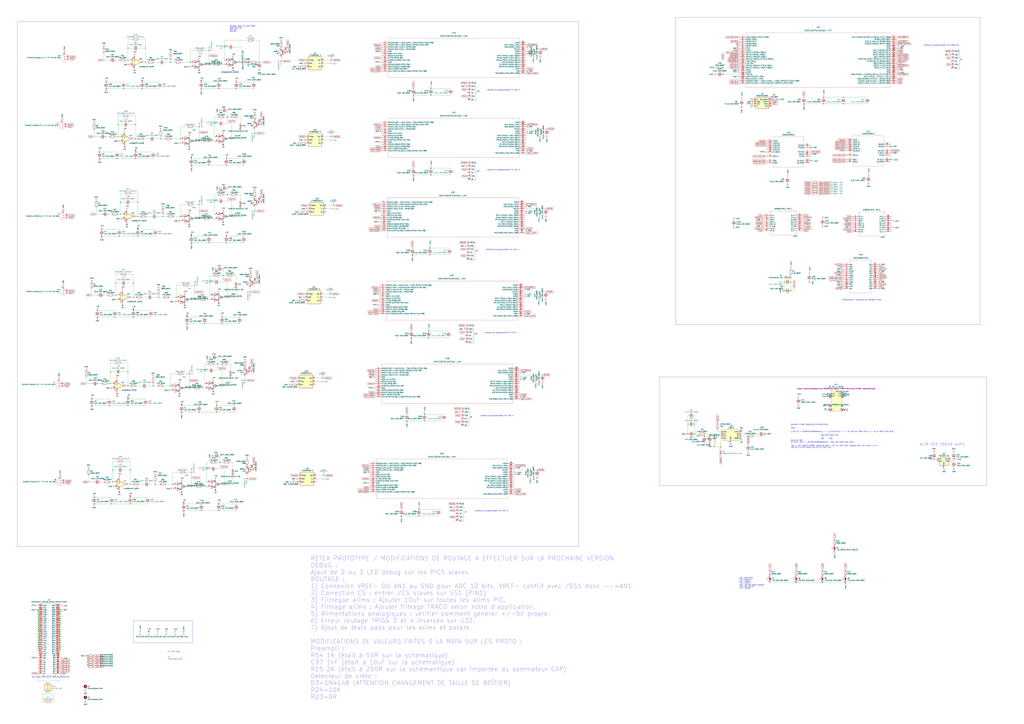
<source format=kicad_sch>
(kicad_sch (version 20230121) (generator eeschema)
  (paper "A0")
  (title_block (title "CAP_CE6C_CRESUS") (date "2023-10-18") (company "AXINT SAS"))
  (junction (at 798.83 492.76))
  (junction (at 257.81 375.92))
  (junction (at 44.45 721.36))
  (junction (at 148.59 463.55))
  (junction (at 44.45 744.22))
  (junction (at 933.45 120.65))
  (junction (at 979.17 458.47))
  (junction (at 979.17 113.03))
  (junction (at 127 471.17))
  (junction (at 287.02 556.26))
  (junction (at 231.14 237.49))
  (junction (at 44.45 751.84))
  (junction (at 242.57 58.42))
  (junction (at 924.56 676.91))
  (junction (at 233.68 593.09))
  (junction (at 101.6 772.16))
  (junction (at 839.47 78.74))
  (junction (at 619.76 57.15))
  (junction (at 375.92 552.45))
  (junction (at 941.07 171.45))
  (junction (at 44.45 734.06))
  (junction (at 260.35 54.61))
  (junction (at 222.25 565.15))
  (junction (at 139.7 248.92))
  (junction (at 198.12 448.31))
  (junction (at 824.23 514.35))
  (junction (at 222.25 184.15))
  (junction (at 262.89 281.94))
  (junction (at 910.59 327.66))
  (junction (at 44.45 731.52))
  (junction (at 295.91 245.11))
  (junction (at 941.07 186.69))
  (junction (at 472.44 488.95))
  (junction (at 180.34 562.61))
  (junction (at 44.45 713.74))
  (junction (at 69.85 716.28))
  (junction (at 113.03 368.3))
  (junction (at 910.59 337.82))
  (junction (at 222.25 548.64))
  (junction (at 109.22 577.85))
  (junction (at 154.94 345.44))
  (junction (at 829.31 506.73))
  (junction (at 384.81 69.85))
  (junction (at 137.16 158.75))
  (junction (at 44.45 726.44))
  (junction (at 69.85 711.2))
  (junction (at 148.59 55.88))
  (junction (at 255.27 537.21))
  (junction (at 148.59 431.8))
  (junction (at 497.84 392.43))
  (junction (at 151.13 577.85))
  (junction (at 259.08 320.04))
  (junction (at 254 593.09))
  (junction (at 44.45 746.76))
  (junction (at 383.54 341.63))
  (junction (at 128.27 445.77))
  (junction (at 226.06 331.47))
  (junction (at 44.45 739.14))
  (junction (at 101.6 764.54))
  (junction (at 1107.44 533.4))
  (junction (at 134.62 342.9))
  (junction (at 69.85 751.84))
  (junction (at 231.14 147.32))
  (junction (at 817.88 506.73))
  (junction (at 251.46 478.79))
  (junction (at 497.84 384.81))
  (junction (at 243.84 327.66))
  (junction (at 213.36 585.47))
  (junction (at 264.16 345.44))
  (junction (at 160.02 251.46))
  (junction (at 627.38 149.86))
  (junction (at 486.41 599.44))
  (junction (at 134.62 328.93))
  (junction (at 836.93 519.43))
  (junction (at 233.68 95.25))
  (junction (at 69.85 726.44))
  (junction (at 148.59 471.17))
  (junction (at 492.76 488.95))
  (junction (at 242.57 191.77))
  (junction (at 177.8 448.31))
  (junction (at 165.1 102.87))
  (junction (at 248.92 143.51))
  (junction (at 240.03 544.83))
  (junction (at 209.55 161.29))
  (junction (at 137.16 144.78))
  (junction (at 69.85 728.98))
  (junction (at 69.85 741.68))
  (junction (at 133.35 368.3))
  (junction (at 269.24 251.46))
  (junction (at 69.85 708.66))
  (junction (at 887.73 504.19))
  (junction (at 274.32 95.25))
  (junction (at 918.21 322.58))
  (junction (at 69.85 739.14))
  (junction (at 44.45 741.68))
  (junction (at 500.38 102.87))
  (junction (at 69.85 734.06))
  (junction (at 69.85 746.76))
  (junction (at 204.47 345.44))
  (junction (at 151.13 562.61))
  (junction (at 480.06 110.49))
  (junction (at 1084.58 533.4))
  (junction (at 113.03 360.68))
  (junction (at 222.25 274.32))
  (junction (at 69.85 721.36))
  (junction (at 956.31 113.03))
  (junction (at 69.85 744.22))
  (junction (at 374.65 439.42))
  (junction (at 123.19 95.25))
  (junction (at 139.7 234.95))
  (junction (at 217.17 375.92))
  (junction (at 157.48 184.15))
  (junction (at 123.19 102.87))
  (junction (at 101.6 767.08))
  (junction (at 44.45 736.6))
  (junction (at 955.04 676.91))
  (junction (at 165.1 95.25))
  (junction (at 115.57 184.15))
  (junction (at 839.47 86.36))
  (junction (at 260.35 562.61))
  (junction (at 154.94 368.3))
  (junction (at 44.45 754.38))
  (junction (at 168.91 72.39))
  (junction (at 252.73 422.91))
  (junction (at 269.24 161.29))
  (junction (at 151.13 546.1))
  (junction (at 186.69 161.29))
  (junction (at 237.49 375.92))
  (junction (at 200.66 562.61))
  (junction (at 69.85 718.82))
  (junction (at 148.59 69.85))
  (junction (at 69.85 754.38))
  (junction (at 1033.78 170.18))
  (junction (at 220.98 72.39))
  (junction (at 219.71 434.34))
  (junction (at 213.36 593.09))
  (junction (at 130.81 546.1))
  (junction (at 69.85 731.52))
  (junction (at 231.14 254))
  (junction (at 101.6 769.62))
  (junction (at 264.16 226.06))
  (junction (at 101.6 762))
  (junction (at 242.57 281.94))
  (junction (at 257.81 448.31))
  (junction (at 499.11 295.91))
  (junction (at 157.48 144.78))
  (junction (at 109.22 585.47))
  (junction (at 154.94 328.93))
  (junction (at 480.06 203.2))
  (junction (at 622.3 435.61))
  (junction (at 1033.78 185.42))
  (junction (at 138.43 274.32))
  (junction (at 69.85 749.3))
  (junction (at 157.48 176.53))
  (junction (at 128.27 431.8))
  (junction (at 143.51 102.87))
  (junction (at 615.95 546.1))
  (junction (at 500.38 195.58))
  (junction (at 148.59 448.31))
  (junction (at 160.02 234.95))
  (junction (at 198.12 72.39))
  (junction (at 300.99 72.39))
  (junction (at 254 102.87))
  (junction (at 69.85 713.74))
  (junction (at 44.45 708.66))
  (junction (at 231.14 478.79))
  (junction (at 478.79 295.91))
  (junction (at 979.17 461.01))
  (junction (at 290.83 339.09))
  (junction (at 262.89 184.15))
  (junction (at 154.94 360.68))
  (junction (at 226.06 347.98))
  (junction (at 160.02 274.32))
  (junction (at 806.45 492.76))
  (junction (at 222.25 281.94))
  (junction (at 69.85 736.6))
  (junction (at 824.23 506.73))
  (junction (at 130.81 560.07))
  (junction (at 135.89 184.15))
  (junction (at 806.45 504.19))
  (junction (at 231.14 163.83))
  (junction (at 295.91 154.94))
  (junction (at 274.32 102.87))
  (junction (at 499.11 288.29))
  (junction (at 466.09 599.44))
  (junction (at 106.68 471.17))
  (junction (at 210.82 471.17))
  (junction (at 280.67 72.39))
  (junction (at 44.45 716.28))
  (junction (at 44.45 711.2))
  (junction (at 106.68 463.55))
  (junction (at 918.21 327.66))
  (junction (at 118.11 266.7))
  (junction (at 384.81 158.75))
  (junction (at 217.17 368.3))
  (junction (at 262.89 191.77))
  (junction (at 284.48 441.96))
  (junction (at 251.46 471.17))
  (junction (at 44.45 749.3))
  (junction (at 981.71 676.91))
  (junction (at 979.17 120.65))
  (junction (at 257.81 368.3))
  (junction (at 798.83 504.19))
  (junction (at 326.39 71.12))
  (junction (at 189.23 251.46))
  (junction (at 44.45 728.98))
  (junction (at 500.38 110.49))
  (junction (at 242.57 74.93))
  (junction (at 387.35 238.76))
  (junction (at 248.92 233.68))
  (junction (at 918.21 337.82))
  (junction (at 151.13 585.47))
  (junction (at 44.45 718.82))
  (junction (at 626.11 242.57))
  (junction (at 115.57 176.53))
  (junction (at 237.49 430.53))
  (junction (at 233.68 102.87))
  (junction (at 160.02 266.7))
  (junction (at 129.54 585.47))
  (junction (at 184.15 345.44))
  (junction (at 157.48 161.29))
  (junction (at 210.82 478.79))
  (junction (at 626.11 339.09))
  (junction (at 44.45 723.9))
  (junction (at 500.38 203.2))
  (junction (at 262.89 274.32))
  (junction (at 477.52 392.43))
  (junction (at 956.31 120.65))
  (junction (at 492.76 481.33))
  (junction (at 486.41 591.82))
  (junction (at 222.25 191.77))
  (junction (at 219.71 450.85))
  (junction (at 1088.39 533.4))
  (junction (at 209.55 251.46))
  (junction (at 69.85 723.9))
  (junction (at 168.91 55.88))
  (junction (at 254 585.47))
  (junction (at 264.16 135.89))
  (junction (at 118.11 274.32))
  (no_connect (at 895.35 123.19))
  (wire (pts (xy 274.32 335.28) (xy 274.32 345.44)))
  (wire (pts (xy 151.13 562.61) (xy 153.67 562.61)))
  (wire (pts (xy 806.45 492.76) (xy 806.45 504.19)))
  (wire (pts (xy 260.35 74.93) (xy 255.27 74.93)))
  (wire (pts (xy 480.06 203.2) (xy 500.38 203.2)))
  (wire (pts (xy 151.13 69.85) (xy 148.59 69.85)))
  (wire (pts (xy 486.41 599.44) (xy 509.27 599.44)))
  (wire (pts (xy 1103.63 535.94) (xy 1107.44 535.94)))
  (wire (pts (xy 128.27 431.8) (xy 128.27 421.64)))
  (wire (pts (xy 242.57 274.32) (xy 222.25 274.32)))
  (wire (pts (xy 148.59 45.72) (xy 153.67 45.72)))
  (wire (pts (xy 222.25 281.94) (xy 242.57 281.94)))
  (wire (pts (xy 44.45 746.76) (xy 44.45 749.3)))
  (wire (pts (xy 231.14 254) (xy 231.14 237.49)))
  (wire (pts (xy 910.59 327.66) (xy 910.59 337.82)))
  (wire (pts (xy 186.69 161.29) (xy 191.77 161.29)))
  (polyline (pts (xy 1137.92 377.19) (xy 784.86 377.19)))
  (polyline (pts (xy 20.32 25.4) (xy 20.32 635)))
  (wire (pts (xy 269.24 251.46) (xy 279.4 251.46)))
  (wire (pts (xy 130.81 560.07) (xy 130.81 546.1)))
  (wire (pts (xy 240.03 565.15) (xy 234.95 565.15)))
  (wire (pts (xy 237.49 450.85) (xy 232.41 450.85)))
  (wire (pts (xy 274.32 320.04) (xy 274.32 327.66)))
  (wire (pts (xy 622.3 435.61) (xy 629.92 435.61)))
  (wire (pts (xy 106.68 445.77) (xy 100.33 445.77)))
  (wire (pts (xy 798.83 492.76) (xy 798.83 504.19)))
  (wire (pts (xy 44.45 744.22) (xy 44.45 746.76)))
  (wire (pts (xy 243.84 327.66) (xy 247.65 327.66)))
  (wire (pts (xy 151.13 562.61) (xy 148.59 562.61)))
  (wire (pts (xy 472.44 488.95) (xy 492.76 488.95)))
  (wire (pts (xy 255.27 320.04) (xy 259.08 320.04)))
  (wire (pts (xy 129.54 585.47) (xy 109.22 585.47)))
  (wire (pts (xy 148.59 448.31) (xy 151.13 448.31)))
  (wire (pts (xy 887.73 506.73) (xy 887.73 504.19)))
  (wire (pts (xy 152.4 234.95) (xy 160.02 234.95)))
  (wire (pts (xy 128.27 445.77) (xy 125.73 445.77)))
  (wire (pts (xy 861.06 506.73) (xy 867.41 506.73)))
  (wire (pts (xy 924.56 676.91) (xy 955.04 676.91)))
  (polyline (pts (xy 671.83 635) (xy 20.32 635)))
  (wire (pts (xy 262.89 191.77) (xy 283.21 191.77)))
  (wire (pts (xy 44.45 791.21) (xy 44.45 782.32)))
  (wire (pts (xy 149.86 134.62) (xy 157.48 134.62)))
  (wire (pts (xy 160.02 234.95) (xy 160.02 251.46)))
  (wire (pts (xy 115.57 158.75) (xy 109.22 158.75)))
  (wire (pts (xy 69.85 739.14) (xy 69.85 736.6)))
  (wire (pts (xy 44.45 749.3) (xy 44.45 751.84)))
  (wire (pts (xy 177.8 448.31) (xy 182.88 448.31)))
  (wire (pts (xy 182.88 251.46) (xy 189.23 251.46)))
  (wire (pts (xy 106.68 342.9) (xy 106.68 335.28)))
  (wire (pts (xy 979.17 471.17) (xy 979.17 461.01)))
  (wire (pts (xy 154.94 368.3) (xy 175.26 368.3)))
  (wire (pts (xy 240.03 537.21) (xy 240.03 544.83)))
  (polyline (pts (xy 765.81 438.15) (xy 1145.54 438.15)))
  (wire (pts (xy 811.53 504.19) (xy 806.45 504.19)))
  (wire (pts (xy 127 69.85) (xy 120.65 69.85)))
  (wire (pts (xy 1088.39 535.94) (xy 1088.39 533.4)))
  (wire (pts (xy 280.67 54.61) (xy 280.67 72.39)))
  (wire (pts (xy 219.71 450.85) (xy 218.44 450.85)))
  (wire (pts (xy 134.62 328.93) (xy 134.62 318.77)))
  (wire (pts (xy 148.59 471.17) (xy 127 471.17)))
  (wire (pts (xy 148.59 431.8) (xy 148.59 448.31)))
  (wire (pts (xy 1033.78 180.34) (xy 1033.78 185.42)))
  (wire (pts (xy 254 102.87) (xy 274.32 102.87)))
  (wire (pts (xy 326.39 66.04) (xy 326.39 71.12)))
  (wire (pts (xy 269.24 143.51) (xy 269.24 161.29)))
  (wire (pts (xy 242.57 74.93) (xy 242.57 58.42)))
  (wire (pts (xy 101.6 764.54) (xy 101.6 767.08)))
  (wire (pts (xy 130.81 546.1) (xy 130.81 535.94)))
  (wire (pts (xy 287.02 551.18) (xy 287.02 556.26)))
  (wire (pts (xy 956.31 120.65) (xy 979.17 120.65)))
  (wire (pts (xy 193.04 562.61) (xy 200.66 562.61)))
  (wire (pts (xy 160.02 224.79) (xy 160.02 234.95)))
  (wire (pts (xy 189.23 251.46) (xy 194.31 251.46)))
  (wire (pts (xy 264.16 135.89) (xy 267.97 135.89)))
  (wire (pts (xy 500.38 203.2) (xy 523.24 203.2)))
  (wire (pts (xy 147.32 328.93) (xy 154.94 328.93)))
  (wire (pts (xy 171.45 448.31) (xy 177.8 448.31)))
  (wire (pts (xy 133.35 368.3) (xy 154.94 368.3)))
  (wire (pts (xy 375.92 158.75) (xy 384.81 158.75)))
  (wire (pts (xy 295.91 149.86) (xy 295.91 154.94)))
  (wire (pts (xy 157.48 161.29) (xy 154.94 161.29)))
  (wire (pts (xy 894.08 676.91) (xy 924.56 676.91)))
  (wire (pts (xy 367.03 552.45) (xy 375.92 552.45)))
  (wire (pts (xy 500.38 110.49) (xy 523.24 110.49)))
  (wire (pts (xy 297.18 154.94) (xy 295.91 154.94)))
  (wire (pts (xy 279.4 226.06) (xy 279.4 233.68)))
  (wire (pts (xy 44.45 754.38) (xy 44.45 756.92)))
  (wire (pts (xy 375.92 69.85) (xy 384.81 69.85)))
  (wire (pts (xy 248.92 254) (xy 243.84 254)))
  (wire (pts (xy 297.18 245.11) (xy 295.91 245.11)))
  (wire (pts (xy 259.08 320.04) (xy 262.89 320.04)))
  (wire (pts (xy 918.21 327.66) (xy 918.21 337.82)))
  (wire (pts (xy 237.49 445.77) (xy 237.49 430.53)))
  (wire (pts (xy 140.97 421.64) (xy 148.59 421.64)))
  (wire (pts (xy 101.6 769.62) (xy 101.6 772.16)))
  (wire (pts (xy 171.45 577.85) (xy 151.13 577.85)))
  (wire (pts (xy 44.45 723.9) (xy 44.45 726.44)))
  (wire (pts (xy 260.35 135.89) (xy 264.16 135.89)))
  (wire (pts (xy 184.15 345.44) (xy 184.15 342.9)))
  (wire (pts (xy 142.24 144.78) (xy 137.16 144.78)))
  (wire (pts (xy 154.94 328.93) (xy 154.94 345.44)))
  (wire (pts (xy 69.85 713.74) (xy 69.85 711.2)))
  (wire (pts (xy 137.16 158.75) (xy 134.62 158.75)))
  (wire (pts (xy 880.11 504.19) (xy 861.06 504.19)))
  (wire (pts (xy 294.64 95.25) (xy 274.32 95.25)))
  (wire (pts (xy 128.27 421.64) (xy 133.35 421.64)))
  (wire (pts (xy 137.16 342.9) (xy 134.62 342.9)))
  (wire (pts (xy 44.45 751.84) (xy 44.45 754.38)))
  (wire (pts (xy 180.34 562.61) (xy 180.34 560.07)))
  (wire (pts (xy 189.23 251.46) (xy 189.23 248.92)))
  (wire (pts (xy 260.35 544.83) (xy 260.35 562.61)))
  (wire (pts (xy 44.45 728.98) (xy 44.45 731.52)))
  (wire (pts (xy 69.85 746.76) (xy 69.85 744.22)))
  (wire (pts (xy 829.31 519.43) (xy 836.93 519.43)))
  (wire (pts (xy 149.86 144.78) (xy 157.48 144.78)))
  (wire (pts (xy 327.66 71.12) (xy 326.39 71.12)))
  (wire (pts (xy 133.35 360.68) (xy 113.03 360.68)))
  (wire (pts (xy 198.12 72.39) (xy 203.2 72.39)))
  (wire (pts (xy 148.59 421.64) (xy 148.59 431.8)))
  (wire (pts (xy 170.18 251.46) (xy 175.26 251.46)))
  (wire (pts (xy 157.48 144.78) (xy 157.48 161.29)))
  (wire (pts (xy 199.39 161.29) (xy 209.55 161.29)))
  (wire (pts (xy 69.85 726.44) (xy 69.85 723.9)))
  (wire (pts (xy 275.59 226.06) (xy 279.4 226.06)))
  (wire (pts (xy 69.85 749.3) (xy 69.85 746.76)))
  (wire (pts (xy 168.91 471.17) (xy 148.59 471.17)))
  (wire (pts (xy 231.14 147.32) (xy 224.79 147.32)))
  (wire (pts (xy 243.84 320.04) (xy 243.84 327.66)))
  (wire (pts (xy 161.29 45.72) (xy 168.91 45.72)))
  (wire (pts (xy 222.25 548.64) (xy 215.9 548.64)))
  (wire (pts (xy 134.62 342.9) (xy 132.08 342.9)))
  (wire (pts (xy 798.83 482.6) (xy 798.83 492.76)))
  (wire (pts (xy 279.4 151.13) (xy 279.4 161.29)))
  (wire (pts (xy 255.27 542.29) (xy 255.27 537.21)))
  (wire (pts (xy 69.85 711.2) (xy 69.85 708.66)))
  (wire (pts (xy 836.93 501.65) (xy 833.12 501.65)))
  (wire (pts (xy 69.85 756.92) (xy 69.85 754.38)))
  (polyline (pts (xy 1145.54 438.15) (xy 1145.54 563.88)))
  (wire (pts (xy 264.16 345.44) (xy 274.32 345.44)))
  (wire (pts (xy 237.49 422.91) (xy 241.3 422.91)))
  (wire (pts (xy 139.7 248.92) (xy 137.16 248.92)))
  (wire (pts (xy 609.6 242.57) (xy 626.11 242.57)))
  (wire (pts (xy 260.35 54.61) (xy 264.16 54.61)))
  (wire (pts (xy 367.03 556.26) (xy 373.38 556.26)))
  (wire (pts (xy 240.03 537.21) (xy 243.84 537.21)))
  (wire (pts (xy 191.77 72.39) (xy 198.12 72.39)))
  (wire (pts (xy 180.34 266.7) (xy 160.02 266.7)))
  (wire (pts (xy 248.92 135.89) (xy 248.92 143.51)))
  (wire (pts (xy 610.87 57.15) (xy 619.76 57.15)))
  (wire (pts (xy 271.78 471.17) (xy 251.46 471.17)))
  (wire (pts (xy 266.7 537.21) (xy 270.51 537.21)))
  (wire (pts (xy 180.34 562.61) (xy 185.42 562.61)))
  (wire (pts (xy 387.35 238.76) (xy 388.62 238.76)))
  (wire (pts (xy 365.76 439.42) (xy 374.65 439.42)))
  (wire (pts (xy 69.85 731.52) (xy 69.85 728.98)))
  (wire (pts (xy 44.45 741.68) (xy 44.45 744.22)))
  (wire (pts (xy 242.57 74.93) (xy 241.3 74.93)))
  (wire (pts (xy 248.92 248.92) (xy 248.92 233.68)))
  (wire (pts (xy 231.14 254) (xy 229.87 254)))
  (wire (pts (xy 127 471.17) (xy 106.68 471.17)))
  (wire (pts (xy 839.47 69.85) (xy 839.47 78.74)))
  (wire (pts (xy 54.61 791.21) (xy 44.45 791.21)))
  (wire (pts (xy 626.11 242.57) (xy 633.73 242.57)))
  (wire (pts (xy 1103.63 533.4) (xy 1107.44 533.4)))
  (wire (pts (xy 101.6 762) (xy 101.6 764.54)))
  (wire (pts (xy 138.43 274.32) (xy 118.11 274.32)))
  (wire (pts (xy 603.25 435.61) (xy 622.3 435.61)))
  (wire (pts (xy 240.03 544.83) (xy 243.84 544.83)))
  (wire (pts (xy 941.07 168.91) (xy 941.07 171.45)))
  (wire (pts (xy 264.16 226.06) (xy 267.97 226.06)))
  (wire (pts (xy 275.59 135.89) (xy 279.4 135.89)))
  (wire (pts (xy 260.35 46.99) (xy 260.35 54.61)))
  (wire (pts (xy 44.45 711.2) (xy 44.45 713.74)))
  (wire (pts (xy 171.45 585.47) (xy 151.13 585.47)))
  (wire (pts (xy 260.35 46.99) (xy 287.02 46.99)))
  (wire (pts (xy 257.81 448.31) (xy 267.97 448.31)))
  (wire (pts (xy 466.09 599.44) (xy 486.41 599.44)))
  (wire (pts (xy 165.1 345.44) (xy 170.18 345.44)))
  (wire (pts (xy 69.85 728.98) (xy 69.85 726.44)))
  (wire (pts (xy 151.13 546.1) (xy 151.13 562.61)))
  (wire (pts (xy 1033.78 167.64) (xy 1033.78 170.18)))
  (wire (pts (xy 135.89 184.15) (xy 157.48 184.15)))
  (wire (pts (xy 910.59 322.58) (xy 910.59 327.66)))
  (wire (pts (xy 384.81 158.75) (xy 386.08 158.75)))
  (wire (pts (xy 383.54 341.63) (xy 384.81 341.63)))
  (wire (pts (xy 237.49 430.53) (xy 241.3 430.53)))
  (wire (pts (xy 177.8 448.31) (xy 177.8 445.77)))
  (wire (pts (xy 137.16 144.78) (xy 137.16 134.62)))
  (wire (pts (xy 248.92 135.89) (xy 252.73 135.89)))
  (wire (pts (xy 62.23 806.45) (xy 62.23 815.34)))
  (wire (pts (xy 836.93 519.43) (xy 836.93 509.27)))
  (wire (pts (xy 248.92 163.83) (xy 243.84 163.83)))
  (wire (pts (xy 267.97 438.15) (xy 267.97 448.31)))
  (wire (pts (xy 198.12 448.31) (xy 198.12 434.34)))
  (wire (pts (xy 248.92 158.75) (xy 248.92 143.51)))
  (wire (pts (xy 836.93 506.73) (xy 829.31 506.73)))
  (wire (pts (xy 278.13 368.3) (xy 257.81 368.3)))
  (wire (pts (xy 492.76 488.95) (xy 515.62 488.95)))
  (polyline (pts (xy 784.86 20.32) (xy 1137.92 20.32)))
  (wire (pts (xy 209.55 251.46) (xy 209.55 237.49)))
  (wire (pts (xy 69.85 791.21) (xy 57.15 791.21)))
  (wire (pts (xy 829.31 506.73) (xy 824.23 506.73)))
  (wire (pts (xy 824.23 506.73) (xy 817.88 506.73)))
  (wire (pts (xy 111.76 248.92) (xy 111.76 241.3)))
  (wire (pts (xy 168.91 45.72) (xy 168.91 55.88)))
  (wire (pts (xy 69.85 741.68) (xy 69.85 739.14)))
  (wire (pts (xy 1088.39 533.4) (xy 1084.58 533.4)))
  (wire (pts (xy 237.49 375.92) (xy 257.81 375.92)))
  (wire (pts (xy 252.73 415.29) (xy 252.73 422.91)))
  (wire (pts (xy 220.98 72.39) (xy 220.98 58.42)))
  (wire (pts (xy 257.81 430.53) (xy 257.81 448.31)))
  (wire (pts (xy 200.66 548.64) (xy 208.28 548.64)))
  (wire (pts (xy 154.94 345.44) (xy 152.4 345.44)))
  (wire (pts (xy 161.29 562.61) (xy 166.37 562.61)))
  (wire (pts (xy 300.99 72.39) (xy 300.99 46.99)))
  (wire (pts (xy 243.84 320.04) (xy 247.65 320.04)))
  (wire (pts (xy 209.55 147.32) (xy 217.17 147.32)))
  (wire (pts (xy 254 593.09) (xy 274.32 593.09)))
  (wire (pts (xy 290.83 334.01) (xy 290.83 339.09)))
  (wire (pts (xy 49.53 815.34) (xy 52.07 815.34)))
  (wire (pts (xy 384.81 69.85) (xy 386.08 69.85)))
  (wire (pts (xy 154.94 345.44) (xy 157.48 345.44)))
  (wire (pts (xy 220.98 58.42) (xy 228.6 58.42)))
  (wire (pts (xy 242.57 191.77) (xy 262.89 191.77)))
  (wire (pts (xy 378.46 242.57) (xy 384.81 242.57)))
  (wire (pts (xy 102.87 560.07) (xy 102.87 552.45)))
  (wire (pts (xy 248.92 422.91) (xy 252.73 422.91)))
  (wire (pts (xy 209.55 161.29) (xy 209.55 147.32)))
  (wire (pts (xy 175.26 360.68) (xy 154.94 360.68)))
  (wire (pts (xy 138.43 69.85) (xy 134.62 69.85)))
  (wire (pts (xy 248.92 143.51) (xy 252.73 143.51)))
  (wire (pts (xy 596.9 546.1) (xy 615.95 546.1)))
  (wire (pts (xy 130.81 445.77) (xy 128.27 445.77)))
  (wire (pts (xy 248.92 430.53) (xy 257.81 430.53)))
  (wire (pts (xy 251.46 478.79) (xy 271.78 478.79)))
  (wire (pts (xy 184.15 345.44) (xy 189.23 345.44)))
  (wire (pts (xy 69.85 754.38) (xy 69.85 751.84)))
  (wire (pts (xy 200.66 562.61) (xy 200.66 548.64)))
  (wire (pts (xy 173.99 562.61) (xy 180.34 562.61)))
  (wire (pts (xy 44.45 731.52) (xy 44.45 734.06)))
  (wire (pts (xy 165.1 102.87) (xy 143.51 102.87)))
  (wire (pts (xy 237.49 422.91) (xy 237.49 430.53)))
  (wire (pts (xy 219.71 434.34) (xy 213.36 434.34)))
  (wire (pts (xy 109.22 158.75) (xy 109.22 151.13)))
  (wire (pts (xy 157.48 134.62) (xy 157.48 144.78)))
  (wire (pts (xy 374.65 345.44) (xy 381 345.44)))
  (wire (pts (xy 236.22 163.83) (xy 231.14 163.83)))
  (wire (pts (xy 69.85 718.82) (xy 69.85 716.28)))
  (wire (pts (xy 240.03 560.07) (xy 240.03 544.83)))
  (wire (pts (xy 101.6 767.08) (xy 101.6 769.62)))
  (wire (pts (xy 44.45 708.66) (xy 44.45 711.2)))
  (wire (pts (xy 49.53 806.45) (xy 49.53 815.34)))
  (wire (pts (xy 133.35 368.3) (xy 113.03 368.3)))
  (wire (pts (xy 160.02 251.46) (xy 162.56 251.46)))
  (wire (pts (xy 251.46 544.83) (xy 260.35 544.83)))
  (wire (pts (xy 257.81 375.92) (xy 278.13 375.92)))
  (wire (pts (xy 217.17 375.92) (xy 237.49 375.92)))
  (wire (pts (xy 177.8 176.53) (xy 157.48 176.53)))
  (wire (pts (xy 153.67 55.88) (xy 148.59 55.88)))
  (wire (pts (xy 168.91 72.39) (xy 171.45 72.39)))
  (wire (pts (xy 160.02 274.32) (xy 180.34 274.32)))
  (wire (pts (xy 610.87 149.86) (xy 627.38 149.86)))
  (wire (pts (xy 231.14 163.83) (xy 231.14 147.32)))
  (wire (pts (xy 151.13 535.94) (xy 151.13 546.1)))
  (wire (pts (xy 270.51 537.21) (xy 270.51 544.83)))
  (wire (pts (xy 198.12 434.34) (xy 205.74 434.34)))
  (wire (pts (xy 168.91 55.88) (xy 168.91 72.39)))
  (wire (pts (xy 231.14 478.79) (xy 251.46 478.79)))
  (wire (pts (xy 118.11 248.92) (xy 111.76 248.92)))
  (wire (pts (xy 271.78 54.61) (xy 280.67 54.61)))
  (wire (pts (xy 185.42 102.87) (xy 165.1 102.87)))
  (wire (pts (xy 233.68 593.09) (xy 254 593.09)))
  (wire (pts (xy 44.45 739.14) (xy 44.45 741.68)))
  (wire (pts (xy 374.65 439.42) (xy 375.92 439.42)))
  (wire (pts (xy 497.84 384.81) (xy 520.7 384.81)))
  (wire (pts (xy 260.35 69.85) (xy 260.35 54.61)))
  (wire (pts (xy 252.73 427.99) (xy 252.73 422.91)))
  (wire (pts (xy 69.85 716.28) (xy 69.85 713.74)))
  (wire (pts (xy 134.62 342.9) (xy 134.62 328.93)))
  (wire (pts (xy 264.16 327.66) (xy 264.16 345.44)))
  (wire (pts (xy 233.68 585.47) (xy 213.36 585.47)))
  (wire (pts (xy 918.21 320.04) (xy 918.21 322.58)))
  (wire (pts (xy 480.06 110.49) (xy 500.38 110.49)))
  (wire (pts (xy 500.38 102.87) (xy 523.24 102.87)))
  (wire (pts (xy 378.46 238.76) (xy 387.35 238.76)))
  (wire (pts (xy 161.29 55.88) (xy 168.91 55.88)))
  (wire (pts (xy 979.17 461.01) (xy 979.17 458.47)))
  (wire (pts (xy 979.17 113.03) (xy 1007.11 113.03)))
  (wire (pts (xy 209.55 237.49) (xy 217.17 237.49)))
  (wire (pts (xy 226.06 331.47) (xy 219.71 331.47)))
  (wire (pts (xy 204.47 345.44) (xy 204.47 331.47)))
  (wire (pts (xy 627.38 149.86) (xy 635 149.86)))
  (wire (pts (xy 120.65 560.07) (xy 116.84 560.07)))
  (wire (pts (xy 226.06 347.98) (xy 226.06 331.47)))
  (wire (pts (xy 69.85 723.9) (xy 69.85 721.36)))
  (wire (pts (xy 478.79 295.91) (xy 499.11 295.91)))
  (wire (pts (xy 979.17 120.65) (xy 1007.11 120.65)))
  (wire (pts (xy 875.03 506.73) (xy 887.73 506.73)))
  (wire (pts (xy 168.91 463.55) (xy 148.59 463.55)))
  (wire (pts (xy 44.45 726.44) (xy 44.45 728.98)))
  (wire (pts (xy 143.51 95.25) (xy 123.19 95.25)))
  (wire (pts (xy 133.35 431.8) (xy 128.27 431.8)))
  (wire (pts (xy 148.59 69.85) (xy 146.05 69.85)))
  (wire (pts (xy 375.92 73.66) (xy 382.27 73.66)))
  (polyline (pts (xy 671.83 25.4) (xy 671.83 635)))
  (wire (pts (xy 190.5 448.31) (xy 198.12 448.31)))
  (wire (pts (xy 270.51 320.04) (xy 274.32 320.04)))
  (wire (pts (xy 186.69 161.29) (xy 186.69 158.75)))
  (wire (pts (xy 139.7 224.79) (xy 144.78 224.79)))
  (wire (pts (xy 137.16 134.62) (xy 142.24 134.62)))
  (wire (pts (xy 168.91 72.39) (xy 166.37 72.39)))
  (wire (pts (xy 279.4 135.89) (xy 279.4 143.51)))
  (wire (pts (xy 279.4 241.3) (xy 279.4 251.46)))
  (polyline (pts (xy 20.32 25.4) (xy 671.83 25.4)))
  (wire (pts (xy 148.59 69.85) (xy 148.59 55.88)))
  (wire (pts (xy 255.27 537.21) (xy 259.08 537.21)))
  (wire (pts (xy 264.16 422.91) (xy 267.97 422.91)))
  (wire (pts (xy 918.21 337.82) (xy 922.02 337.82)))
  (wire (pts (xy 151.13 585.47) (xy 129.54 585.47)))
  (wire (pts (xy 231.14 237.49) (xy 224.79 237.49)))
  (polyline (pts (xy 223.52 721.36) (xy 223.52 746.76)))
  (wire (pts (xy 242.57 184.15) (xy 222.25 184.15)))
  (wire (pts (xy 210.82 72.39) (xy 220.98 72.39)))
  (polyline (pts (xy 154.94 721.36) (xy 223.52 721.36)))
  (wire (pts (xy 280.67 72.39) (xy 283.21 72.39)))
  (wire (pts (xy 179.07 72.39) (xy 184.15 72.39)))
  (wire (pts (xy 608.33 339.09) (xy 626.11 339.09)))
  (wire (pts (xy 269.24 233.68) (xy 269.24 251.46)))
  (wire (pts (xy 251.46 537.21) (xy 255.27 537.21)))
  (wire (pts (xy 222.25 191.77) (xy 242.57 191.77)))
  (wire (pts (xy 128.27 445.77) (xy 128.27 431.8)))
  (wire (pts (xy 497.84 392.43) (xy 520.7 392.43)))
  (wire (pts (xy 231.14 347.98) (xy 226.06 347.98)))
  (wire (pts (xy 264.16 231.14) (xy 264.16 226.06)))
  (wire (pts (xy 44.45 734.06) (xy 44.45 736.6)))
  (wire (pts (xy 69.85 751.84) (xy 69.85 749.3)))
  (wire (pts (xy 242.57 281.94) (xy 262.89 281.94)))
  (wire (pts (xy 255.27 327.66) (xy 264.16 327.66)))
  (wire (pts (xy 69.85 736.6) (xy 69.85 734.06)))
  (wire (pts (xy 120.65 69.85) (xy 120.65 62.23)))
  (wire (pts (xy 44.45 736.6) (xy 44.45 739.14)))
  (wire (pts (xy 274.32 102.87) (xy 294.64 102.87)))
  (wire (pts (xy 264.16 218.44) (xy 264.16 226.06)))
  (wire (pts (xy 267.97 422.91) (xy 267.97 430.53)))
  (wire (pts (xy 295.91 240.03) (xy 295.91 245.11)))
  (wire (pts (xy 222.25 565.15) (xy 220.98 565.15)))
  (wire (pts (xy 177.8 345.44) (xy 184.15 345.44)))
  (wire (pts (xy 918.21 322.58) (xy 918.21 327.66)))
  (wire (pts (xy 248.92 226.06) (xy 248.92 233.68)))
  (wire (pts (xy 139.7 328.93) (xy 134.62 328.93)))
  (wire (pts (xy 142.24 248.92) (xy 139.7 248.92)))
  (wire (pts (xy 375.92 162.56) (xy 382.27 162.56)))
  (wire (pts (xy 57.15 806.45) (xy 62.23 806.45)))
  (wire (pts (xy 135.89 184.15) (xy 115.57 184.15)))
  (wire (pts (xy 806.45 482.6) (xy 806.45 492.76)))
  (wire (pts (xy 143.51 535.94) (xy 151.13 535.94)))
  (wire (pts (xy 500.38 195.58) (xy 523.24 195.58)))
  (wire (pts (xy 101.6 772.16) (xy 101.6 774.7)))
  (wire (pts (xy 44.45 713.74) (xy 44.45 716.28)))
  (wire (pts (xy 148.59 55.88) (xy 148.59 45.72)))
  (wire (pts (xy 626.11 339.09) (xy 633.73 339.09)))
  (wire (pts (xy 62.23 815.34) (xy 59.69 815.34)))
  (wire (pts (xy 137.16 158.75) (xy 137.16 144.78)))
  (wire (pts (xy 492.76 481.33) (xy 515.62 481.33)))
  (wire (pts (xy 198.12 72.39) (xy 198.12 69.85)))
  (wire (pts (xy 157.48 161.29) (xy 160.02 161.29)))
  (wire (pts (xy 44.45 716.28) (xy 44.45 718.82)))
  (polyline (pts (xy 223.52 746.76) (xy 154.94 746.76)))
  (wire (pts (xy 254 95.25) (xy 233.68 95.25)))
  (wire (pts (xy 233.68 102.87) (xy 254 102.87)))
  (wire (pts (xy 247.65 74.93) (xy 242.57 74.93)))
  (wire (pts (xy 264.16 140.97) (xy 264.16 135.89)))
  (wire (pts (xy 375.92 552.45) (xy 377.19 552.45)))
  (wire (pts (xy 615.95 546.1) (xy 623.57 546.1)))
  (wire (pts (xy 129.54 577.85) (xy 109.22 577.85)))
  (wire (pts (xy 817.88 514.35) (xy 824.23 514.35)))
  (wire (pts (xy 44.45 718.82) (xy 44.45 721.36)))
  (wire (pts (xy 226.06 347.98) (xy 224.79 347.98)))
  (wire (pts (xy 138.43 274.32) (xy 160.02 274.32)))
  (wire (pts (xy 135.89 546.1) (xy 130.81 546.1)))
  (wire (pts (xy 255.27 529.59) (xy 255.27 537.21)))
  (wire (pts (xy 259.08 312.42) (xy 259.08 320.04)))
  (wire (pts (xy 210.82 478.79) (xy 231.14 478.79)))
  (wire (pts (xy 127 463.55) (xy 106.68 463.55)))
  (wire (pts (xy 298.45 72.39) (xy 300.99 72.39)))
  (wire (pts (xy 143.51 546.1) (xy 151.13 546.1)))
  (wire (pts (xy 817.88 506.73) (xy 815.34 506.73)))
  (wire (pts (xy 260.35 233.68) (xy 269.24 233.68)))
  (wire (pts (xy 288.29 556.26) (xy 287.02 556.26)))
  (wire (pts (xy 213.36 593.09) (xy 233.68 593.09)))
  (wire (pts (xy 69.85 721.36) (xy 69.85 718.82)))
  (wire (pts (xy 365.76 443.23) (xy 372.11 443.23)))
  (wire (pts (xy 227.33 565.15) (xy 222.25 565.15)))
  (polyline (pts (xy 784.86 20.32) (xy 784.86 377.19)))
  (wire (pts (xy 499.11 295.91) (xy 521.97 295.91)))
  (wire (pts (xy 135.89 176.53) (xy 115.57 176.53)))
  (wire (pts (xy 130.81 535.94) (xy 135.89 535.94)))
  (wire (pts (xy 219.71 450.85) (xy 219.71 434.34)))
  (wire (pts (xy 499.11 288.29) (xy 521.97 288.29)))
  (wire (pts (xy 285.75 441.96) (xy 284.48 441.96)))
  (wire (pts (xy 152.4 224.79) (xy 160.02 224.79)))
  (wire (pts (xy 138.43 266.7) (xy 118.11 266.7)))
  (wire (pts (xy 157.48 184.15) (xy 177.8 184.15)))
  (wire (pts (xy 922.02 335.28) (xy 922.02 337.82)))
  (wire (pts (xy 933.45 120.65) (xy 956.31 120.65)))
  (wire (pts (xy 124.46 342.9) (xy 120.65 342.9)))
  (wire (pts (xy 262.89 281.94) (xy 283.21 281.94)))
  (wire (pts (xy 158.75 448.31) (xy 163.83 448.31)))
  (wire (pts (xy 836.93 504.19) (xy 819.15 504.19)))
  (wire (pts (xy 237.49 368.3) (xy 217.17 368.3)))
  (wire (pts (xy 69.85 734.06) (xy 69.85 731.52)))
  (wire (pts (xy 129.54 248.92) (xy 125.73 248.92)))
  (wire (pts (xy 154.94 318.77) (xy 154.94 328.93)))
  (wire (pts (xy 167.64 161.29) (xy 172.72 161.29)))
  (polyline (pts (xy 1137.92 20.32) (xy 1137.92 377.19)))
  (wire (pts (xy 148.59 448.31) (xy 146.05 448.31)))
  (wire (pts (xy 294.64 46.99) (xy 300.99 46.99)))
  (wire (pts (xy 109.22 560.07) (xy 102.87 560.07)))
  (wire (pts (xy 836.93 521.97) (xy 836.93 519.43)))
  (wire (pts (xy 259.08 325.12) (xy 259.08 320.04)))
  (wire (pts (xy 139.7 248.92) (xy 139.7 234.95)))
  (wire (pts (xy 283.21 274.32) (xy 262.89 274.32)))
  (wire (pts (xy 134.62 318.77) (xy 139.7 318.77)))
  (wire (pts (xy 185.42 95.25) (xy 165.1 95.25)))
  (wire (pts (xy 69.85 782.32) (xy 69.85 791.21)))
  (wire (pts (xy 260.35 143.51) (xy 269.24 143.51)))
  (wire (pts (xy 130.81 560.07) (xy 128.27 560.07)))
  (wire (pts (xy 284.48 436.88) (xy 284.48 441.96)))
  (wire (pts (xy 100.33 445.77) (xy 100.33 438.15)))
  (wire (pts (xy 44.45 721.36) (xy 44.45 723.9)))
  (wire (pts (xy 619.76 57.15) (xy 627.38 57.15)))
  (wire (pts (xy 264.16 128.27) (xy 264.16 135.89)))
  (wire (pts (xy 486.41 591.82) (xy 509.27 591.82)))
  (wire (pts (xy 140.97 431.8) (xy 148.59 431.8)))
  (wire (pts (xy 274.32 585.47) (xy 254 585.47)))
  (wire (pts (xy 54.61 806.45) (xy 49.53 806.45)))
  (wire (pts (xy 260.35 226.06) (xy 264.16 226.06)))
  (wire (pts (xy 204.47 331.47) (xy 212.09 331.47)))
  (wire (pts (xy 133.35 560.07) (xy 130.81 560.07)))
  (wire (pts (xy 270.51 552.45) (xy 270.51 562.61)))
  (wire (pts (xy 374.65 341.63) (xy 383.54 341.63)))
  (wire (pts (xy 300.99 72.39) (xy 304.8 72.39)))
  (wire (pts (xy 839.47 78.74) (xy 839.47 86.36)))
  (wire (pts (xy 201.93 251.46) (xy 209.55 251.46)))
  (wire (pts (xy 243.84 347.98) (xy 238.76 347.98)))
  (wire (pts (xy 113.03 342.9) (xy 106.68 342.9)))
  (wire (pts (xy 292.1 339.09) (xy 290.83 339.09)))
  (polyline (pts (xy 1145.54 563.88) (xy 765.81 563.88)))
  (wire (pts (xy 231.14 471.17) (xy 210.82 471.17)))
  (wire (pts (xy 147.32 318.77) (xy 154.94 318.77)))
  (polyline (pts (xy 765.81 438.15) (xy 765.81 563.88)))
  (wire (pts (xy 143.51 102.87) (xy 123.19 102.87)))
  (wire (pts (xy 118.11 445.77) (xy 114.3 445.77)))
  (wire (pts (xy 243.84 342.9) (xy 243.84 327.66)))
  (wire (pts (xy 242.57 58.42) (xy 236.22 58.42)))
  (wire (pts (xy 236.22 254) (xy 231.14 254)))
  (polyline (pts (xy 154.94 746.76) (xy 154.94 721.36)))
  (wire (pts (xy 224.79 450.85) (xy 219.71 450.85)))
  (wire (pts (xy 180.34 161.29) (xy 186.69 161.29)))
  (wire (pts (xy 127 158.75) (xy 123.19 158.75)))
  (wire (pts (xy 941.07 181.61) (xy 941.07 186.69)))
  (wire (pts (xy 260.35 562.61) (xy 270.51 562.61)))
  (wire (pts (xy 196.85 345.44) (xy 204.47 345.44)))
  (wire (pts (xy 231.14 163.83) (xy 229.87 163.83)))
  (wire (pts (xy 69.85 744.22) (xy 69.85 741.68)))
  (wire (pts (xy 858.52 86.36) (xy 839.47 86.36)))
  (wire (pts (xy 477.52 392.43) (xy 497.84 392.43)))
  (wire (pts (xy 139.7 158.75) (xy 137.16 158.75)))
  (wire (pts (xy 955.04 676.91) (xy 981.71 676.91)))
  (wire (pts (xy 160.02 251.46) (xy 157.48 251.46)))
  (wire (pts (xy 248.92 226.06) (xy 252.73 226.06)))
  (wire (pts (xy 283.21 184.15) (xy 262.89 184.15)))
  (wire (pts (xy 269.24 161.29) (xy 279.4 161.29)))
  (wire (pts (xy 222.25 565.15) (xy 222.25 548.64)))
  (wire (pts (xy 248.92 233.68) (xy 252.73 233.68)))
  (wire (pts (xy 144.78 234.95) (xy 139.7 234.95)))
  (wire (pts (xy 833.12 501.65) (xy 833.12 499.11)))
  (wire (pts (xy 252.73 422.91) (xy 256.54 422.91)))
  (wire (pts (xy 956.31 113.03) (xy 979.17 113.03)))
  (wire (pts (xy 139.7 234.95) (xy 139.7 224.79)))
  (text "ALIM 3V3 250mA dsPIC" (at 1068.07 518.16 0) (effects (font (size 2.9972 2.9972)) (justify left bottom)))
  (text "Interface de programmation PIC VOIE 6\n" (at 551.18 594.36 0) (effects (font (size 1.27 1.27)) (justify left bottom)))
  (text "Interface de programmation PIC VOIE 5\n" (at 557.53 483.87 0) (effects (font (size 1.27 1.27)) (justify left bottom)))
  (text "RETEX PROTOTYPE / MODIFICATIONS DE ROUTAGE A EFFECTUER SUR LA PROCHAINE VERSION\nDEBUG : \nAjout de 2 ou 3 LED debug sur les PICS slaves\nROUTAGE : \n1) Connexion VREF- OU AN1 au GND pour ADC 12 bits. VREF- conflit avec /SS1 donc -->AN1\n2) Correction CS : entrer /CS slaves sur SS1 (PIN1)\n3) Filtregae alims : Ajouter 10uF sur toutes les alims PIC.\n4) Filtrage alims : Ajouter filtrage TRACO selon notre d'application.\n5) Alimentations analogiques : vérifier comment générer +/-5V propre.\n6) Erreur routage TRIGG 3 et 4 inversés sur U32.\n7) Ajout de tests pads pour les alims et potars\n\nMODIFICATIONS DE VALEURS FAITES 0 LA MAIN SUR LES PROTO : \nPreampli :\nR54 1K (était à 50R sur la schématique)\nC97 1nF (était à 10uF sur la schématique)\nR15 2K (était à 200R sur la schémantique car importée du sommateur CAP)\nDétecteur de crête : \nD3=1N4148 (ATTENTION CHANGEMENT DE TAILLE DE BOÎTIER)\nR24=10K \nR23=0R" (at 360.68 812.8 0) (effects (font (size 5 5)) (justify left bottom)))
  (text "TP1 : BIAS SiPM\nTP2 : SIGNAL 2\nTP3 : MONO2\nTP4 : CRETE 1\nTP5 : MID (PD après preamp)\nTP6 : ADC_SELECT\nTP7 : TO_ADC\n" (at 858.52 684.53 0) (effects (font (size 1.27 1.27)) (justify left bottom)))
  (text "Interface de programmation PIC PRINCIPAL\n" (at 1071.88 53.34 0) (effects (font (size 1.27 1.27)) (justify left bottom)))
  (text "Montage proto 15 juillet 2025\ndiode 1N4148\nR24 10K\nR23 0R\n\n" (at 266.7 39.37 0) (effects (font (size 1.27 1.27)) (justify left bottom)))
  (text "Interface de programmation PIC VOIE 3\n" (at 563.88 290.83 0) (effects (font (size 1.27 1.27)) (justify left bottom)))
  (text "Interface de programmation PIC VOIE 2\n" (at 565.15 198.12 0) (effects (font (size 1.27 1.27)) (justify left bottom)))
  (text "Interface de programmation PIC VOIE 1\n" (at 565.15 105.41 0) (effects (font (size 1.27 1.27)) (justify left bottom)))
  (text "Interface de programmation PIC VOIE 4\n" (at 562.61 387.35 0) (effects (font (size 1.27 1.27)) (justify left bottom)))
  (text "REWORK A FAIRE TOPOLOGIE D'ALIMENTATION\n\nINPUT\n\n[+24V in] → FB (BLM21PG600SN1D)→ + → L (744272471) → + → 2X TRS VIN (TRS2-2421 +/- 5V et TRS2-2410 3V3)\n                                     |        |\n                                    10uF 50V 100nF 50V\n                                     |        |\n                                    GND      GND\nSortie de TRS : \n3x [VOUT TRS] → [ FB (BLM21PG600SN1D)] → 10uF 50V 100nF 50V [LDO]\n\nLDO +/-5V LT3042/LT3090 : besoin de Rset + CIN 1uF COUT 10uF CBypass 10nF pour sortir +/-4V\nLDO 3V3 TLV757P besoin de CIN 1uF COUT 10u\n" (at 918.21 520.7 0) (effects (font (size 1.27 1.27)) (justify left bottom)))
  (text "Potentiometre : remplacer par AD5206 6 voies" (at 977.9 349.25 0) (effects (font (size 1.27 1.27)) (justify left bottom)))
  (text "Vers carte AVNIR_AXINT_FOND_DE_PANIER_CAP" (at 36.83 787.4 0) (effects (font (size 1.27 1.27)) (justify left bottom)))
  (global_label "SDO1_COMM" (shape input) (at 608.33 367.03 0) (property "Intersheetrefs" "${INTERSHEET_REFS}" (effects hide)))
  (global_label "RAZ3" (shape input) (at 303.53 227.33 90) (property "Intersheetrefs" "${INTERSHEET_REFS}" (effects hide)))
  (global_label "SDO1_COMM" (shape input) (at 610.87 177.8 0) (property "Intersheetrefs" "${INTERSHEET_REFS}" (effects hide)))
  (global_label "PGD" (shape input) (at 1041.4 93.98 0) (property "Intersheetrefs" "${INTERSHEET_REFS}" (effects hide)))
  (global_label "SDO1_COMM" (shape input) (at 1041.4 68.58 0) (property "Intersheetrefs" "${INTERSHEET_REFS}" (effects hide)))
  (global_label "CAN_ID_3" (shape input) (at 109.22 769.62 0) (property "Intersheetrefs" "${INTERSHEET_REFS}" (effects hide)))
  (global_label "VCAP" (shape input) (at 858.52 58.42 180) (property "Intersheetrefs" "${INTERSHEET_REFS}" (effects hide)))
  (global_label "SIGNAL4" (shape input) (at 932.18 265.43 0) (property "Intersheetrefs" "${INTERSHEET_REFS}" (effects hide)))
  (global_label "SIG1" (shape input) (at 80.01 68.58 0) (property "Intersheetrefs" "${INTERSHEET_REFS}" (effects hide)))
  (global_label "BIAS_SIPM2" (shape input) (at 982.98 167.64 180) (property "Intersheetrefs" "${INTERSHEET_REFS}" (effects hide)))
  (global_label "TRIGG4" (shape input) (at 354.33 341.63 180) (property "Intersheetrefs" "${INTERSHEET_REFS}" (effects hide)))
  (global_label "SIPM5" (shape input) (at 73.66 445.77 0) (property "Intersheetrefs" "${INTERSHEET_REFS}" (effects hide)))
  (global_label "PGC" (shape input) (at 1104.9 67.31 180) (property "Intersheetrefs" "${INTERSHEET_REFS}" (effects hide)))
  (global_label "PW2" (shape input) (at 886.46 267.97 180) (property "Intersheetrefs" "${INTERSHEET_REFS}" (effects hide)))
  (global_label "PGD5" (shape input) (at 435.61 435.61 180) (property "Intersheetrefs" "${INTERSHEET_REFS}" (effects hide)))
  (global_label "REF2V5" (shape input) (at 1019.81 322.58 0) (property "Intersheetrefs" "${INTERSHEET_REFS}" (effects hide)))
  (global_label "PW3" (shape input) (at 932.18 250.19 0) (property "Intersheetrefs" "${INTERSHEET_REFS}" (effects hide)))
  (global_label "~{CS_COMM_1}" (shape input) (at 1041.4 48.26 0) (property "Intersheetrefs" "${INTERSHEET_REFS}" (effects hide)))
  (global_label "PGC6" (shape input) (at 529.59 593.09 180) (property "Intersheetrefs" "${INTERSHEET_REFS}" (effects hide)))
  (global_label "CRETE3" (shape input) (at 441.96 237.49 180) (property "Intersheetrefs" "${INTERSHEET_REFS}" (effects hide)))
  (global_label "PGC6" (shape input) (at 429.26 543.56 180) (property "Intersheetrefs" "${INTERSHEET_REFS}" (effects hide)))
  (global_label "~{MCLR6}" (shape input) (at 623.57 546.1 0) (property "Intersheetrefs" "${INTERSHEET_REFS}" (effects hide)))
  (global_label "PW6" (shape input) (at 989.33 269.24 180) (property "Intersheetrefs" "${INTERSHEET_REFS}" (effects hide)))
  (global_label "CLK1_COMM" (shape input) (at 440.69 361.95 180) (property "Intersheetrefs" "${INTERSHEET_REFS}" (effects hide)))
  (global_label "LED9" (shape input) (at 1041.4 58.42 0) (property "Intersheetrefs" "${INTERSHEET_REFS}" (effects hide)))
  (global_label "SDO2_DAC_POT" (shape input) (at 1041.4 50.8 0) (property "Intersheetrefs" "${INTERSHEET_REFS}" (effects hide)))
  (global_label "SIG2" (shape input) (at 109.22 158.75 180) (property "Intersheetrefs" "${INTERSHEET_REFS}" (effects hide)))
  (global_label "CRETE6" (shape input) (at 288.29 556.26 0) (property "Intersheetrefs" "${INTERSHEET_REFS}" (effects hide)))
  (global_label "~{MCLR5}" (shape input) (at 535.94 474.98 180) (property "Intersheetrefs" "${INTERSHEET_REFS}" (effects hide)))
  (global_label "CAN_ID_1" (shape input) (at 69.85 769.62 0) (property "Intersheetrefs" "${INTERSHEET_REFS}" (effects hide)))
  (global_label "~{MCLR6}" (shape input) (at 529.59 585.47 180) (property "Intersheetrefs" "${INTERSHEET_REFS}" (effects hide)))
  (global_label "SDI2_DAC_POT" (shape input) (at 858.52 60.96 180) (property "Intersheetrefs" "${INTERSHEET_REFS}" (effects hide)))
  (global_label "SIG1" (shape input) (at 120.65 69.85 180) (property "Intersheetrefs" "${INTERSHEET_REFS}" (effects hide)))
  (global_label "VCAP3" (shape input) (at 609.6 265.43 0) (property "Intersheetrefs" "${INTERSHEET_REFS}" (effects hide)))
  (global_label "SIGNAL2" (shape input) (at 886.46 265.43 180) (property "Intersheetrefs" "${INTERSHEET_REFS}" (effects hide)))
  (global_label "CLK1_COMM" (shape input) (at 429.26 568.96 180) (property "Intersheetrefs" "${INTERSHEET_REFS}" (effects hide)))
  (global_label "CAN_ID_0" (shape input) (at 69.85 767.08 0) (property "Intersheetrefs" "${INTERSHEET_REFS}" (effects hide)))
  (global_label "PGC2" (shape input) (at 543.56 196.85 180) (property "Intersheetrefs" "${INTERSHEET_REFS}" (effects hide)))
  (global_label "PGC1" (shape input) (at 543.56 104.14 180) (property "Intersheetrefs" "${INTERSHEET_REFS}" (effects hide)))
  (global_label "~{MCLR4}" (shape input) (at 541.02 378.46 180) (property "Intersheetrefs" "${INTERSHEET_REFS}" (effects hide)))
  (global_label "PW4" (shape input) (at 932.18 267.97 0) (property "Intersheetrefs" "${INTERSHEET_REFS}" (effects hide)))
  (global_label "SDO1_COMM" (shape input) (at 603.25 463.55 0) (property "Intersheetrefs" "${INTERSHEET_REFS}" (effects hide)))
  (global_label "SIPM6" (shape input) (at 942.34 224.79 180) (property "Intersheetrefs" "${INTERSHEET_REFS}" (effects hide)))
  (global_label "~{MCLR3}" (shape input) (at 633.73 242.57 0) (property "Intersheetrefs" "${INTERSHEET_REFS}" (effects hide)))
  (global_label "SDO2_DAC_POT" (shape input) (at 982.98 185.42 180) (property "Intersheetrefs" "${INTERSHEET_REFS}" (effects hide)))
  (global_label "PGD1" (shape input) (at 443.23 57.15 180) (property "Intersheetrefs" "${INTERSHEET_REFS}" (effects hide)))
  (global_label "VCAP4" (shape input) (at 608.33 361.95 0) (property "Intersheetrefs" "${INTERSHEET_REFS}" (effects hide)))
  (global_label "RAZ3" (shape input) (at 441.96 262.89 180) (property "Intersheetrefs" "${INTERSHEET_REFS}" (effects hide)))
  (global_label "REF2V5" (shape input) (at 1019.81 312.42 0) (property "Intersheetrefs" "${INTERSHEET_REFS}" (effects hide)))
  (global_label "CAN_ID_0" (shape input) (at 109.22 762 0) (property "Intersheetrefs" "${INTERSHEET_REFS}" (effects hide)))
  (global_label "VCAP3" (shape input) (at 478.79 288.29 90) (property "Intersheetrefs" "${INTERSHEET_REFS}" (effects hide)))
  (global_label "SIG4" (shape input) (at 78.74 340.36 0) (property "Intersheetrefs" "${INTERSHEET_REFS}" (effects hide)))
  (global_label "R" (shape input) (at 858.52 50.8 180) (property "Intersheetrefs" "${INTERSHEET_REFS}" (effects hide)))
  (global_label "CANH" (shape input) (at 44.45 782.32 180) (property "Intersheetrefs" "${INTERSHEET_REFS}" (effects hide)))
  (global_label "VCAP1" (shape input) (at 610.87 80.01 0) (property "Intersheetrefs" "${INTERSHEET_REFS}" (effects hide)))
  (global_label "MONO5" (shape input) (at 435.61 445.77 180) (property "Intersheetrefs" "${INTERSHEET_REFS}" (effects hide)))
  (global_label "CAN_ID_0" (shape input) (at 858.52 73.66 180) (property "Intersheetrefs" "${INTERSHEET_REFS}" (effects hide)))
  (global_label "MONO1" (shape input) (at 443.23 67.31 180) (property "Intersheetrefs" "${INTERSHEET_REFS}" (effects hide)))
  (global_label "SDI1_COMM" (shape input) (at 441.96 267.97 180) (property "Intersheetrefs" "${INTERSHEET_REFS}" (effects hide)))
  (global_label "MONO1" (shape input) (at 386.08 69.85 0) (property "Intersheetrefs" "${INTERSHEET_REFS}" (effects hide)))
  (global_label "CANL" (shape input) (at 69.85 782.32 0) (property "Intersheetrefs" "${INTERSHEET_REFS}" (effects hide)))
  (global_label "SDI2_DAC_POT" (shape input) (at 890.27 189.23 180) (property "Intersheetrefs" "${INTERSHEET_REFS}" (effects hide)))
  (global_label "SIGNAL1" (shape input) (at 242.57 64.77 0) (property "Intersheetrefs" "${INTERSHEET_REFS}" (effects hide)))
  (global_label "MONO5" (shape input) (at 375.92 439.42 0) (property "Intersheetrefs" "${INTERSHEET_REFS}" (effects hide)))
  (global_label "CRETE6" (shape input) (at 429.26 541.02 180) (property "Intersheetrefs" "${INTERSHEET_REFS}" (effects hide)))
  (global_label "LED4" (shape input) (at 1041.4 73.66 0) (property "Intersheetrefs" "${INTERSHEET_REFS}" (effects hide)))
  (global_label "~{MCLR3}" (shape input) (at 542.29 281.94 180) (property "Intersheetrefs" "${INTERSHEET_REFS}" (effects hide)))
  (global_label "SIGNAL5" (shape input) (at 219.71 441.96 0) (property "Intersheetrefs" "${INTERSHEET_REFS}" (effects hide)))
  (global_label "TRIGG6" (shape input) (at 989.33 261.62 180) (property "Intersheetrefs" "${INTERSHEET_REFS}" (effects hide)))
  (global_label "PGD4" (shape input) (at 541.02 393.7 180) (property "Intersheetrefs" "${INTERSHEET_REFS}" (effects hide)))
  (global_label "CRETE3" (shape input) (at 264.16 231.14 0) (property "Intersheetrefs" "${INTERSHEET_REFS}" (effects hide)))
  (global_label "SDO2_DAC_POT" (shape input) (at 979.17 322.58 180) (property "Intersheetrefs" "${INTERSHEET_REFS}" (effects hide)))
  (global_label "SDI1_COMM" (shape input) (at 429.26 571.5 180) (property "Intersheetrefs" "${INTERSHEET_REFS}" (effects hide)))
  (global_label "PGD2" (shape input) (at 543.56 204.47 180) (property "Intersheetrefs" "${INTERSHEET_REFS}" (effects hide)))
  (global_label "TRIGG1" (shape input) (at 886.46 257.81 180) (property "Intersheetrefs" "${INTERSHEET_REFS}" (effects hide)))
  (global_label "REF2V5" (shape input) (at 922.02 335.28 90) (property "Intersheetrefs" "${INTERSHEET_REFS}" (effects hide)))
  (global_label "~{CS_DAC1}" (shape input) (at 858.52 63.5 180) (property "Intersheetrefs" "${INTERSHEET_REFS}" (effects hide)))
  (global_label "REF2V5" (shape input) (at 1019.81 330.2 0) (property "Intersheetrefs" "${INTERSHEET_REFS}" (effects hide)))
  (global_label "CLK1_COMM" (shape input) (at 1041.4 63.5 0) (property "Intersheetrefs" "${INTERSHEET_REFS}" (effects hide)))
  (global_label "SDO2_DAC_POT" (shape input) (at 890.27 186.69 180) (property "Intersheetrefs" "${INTERSHEET_REFS}" (effects hide)))
  (global_label "SIPM1" (shape input) (at 942.34 212.09 180) (property "Intersheetrefs" "${INTERSHEET_REFS}" (effects hide)))
  (global_label "~{CS_COMM_2}" (shape input) (at 610.87 144.78 0) (property "Intersheetrefs" "${INTERSHEET_REFS}" (effects hide)))
  (global_label "RAZ5" (shape input) (at 435.61 455.93 180) (property "Intersheetrefs" "${INTERSHEET_REFS}" (effects hide)))
  (global_label "VCAP2" (shape input) (at 610.87 172.72 0) (property "Intersheetrefs" "${INTERSHEET_REFS}" (effects hide)))
  (global_label "~{MCLR1}" (shape input) (at 627.38 57.15 0) (property "Intersheetrefs" "${INTERSHEET_REFS}" (effects hide)))
  (global_label "PW1" (shape input) (at 886.46 250.19 180) (property "Intersheetrefs" "${INTERSHEET_REFS}" (effects hide)))
  (global_label "SIGNAL1" (shape input) (at 886.46 252.73 180) (property "Intersheetrefs" "${INTERSHEET_REFS}" (effects hide)))
  (global_label "~{MCLR2}" (shape input) (at 635 149.86 0) (property "Intersheetrefs" "${INTERSHEET_REFS}" (effects hide)))
  (global_label "~{CS_COMM_1}" (shape input) (at 610.87 52.07 0) (property "Intersheetrefs" "${INTERSHEET_REFS}" (effects hide)))
  (global_label "VCAP2" (shape input) (at 480.06 195.58 90) (property "Intersheetrefs" "${INTERSHEET_REFS}" (effects hide)))
  (global_label "SDI1_COMM" (shape input) (at 443.23 175.26 180) (property "Intersheetrefs" "${INTERSHEET_REFS}" (effects hide)))
  (global_label "PW5" (shape input) (at 979.17 332.74 180) (property "Intersheetrefs" "${INTERSHEET_REFS}" (effects hide)))
  (global_label "PGD6" (shape input) (at 529.59 600.71 180) (property "Intersheetrefs" "${INTERSHEET_REFS}" (effects hide)))
  (global_label "MONO2" (shape input) (at 443.23 160.02 180) (property "Intersheetrefs" "${INTERSHEET_REFS}" (effects hide)))
  (global_label "RAZ6" (shape input) (at 294.64 538.48 90) (property "Intersheetrefs" "${INTERSHEET_REFS}" (effects hide)))
  (global_label "~{MCLR5}" (shape input) (at 629.92 435.61 0) (property "Intersheetrefs" "${INTERSHEET_REFS}" (effects hide)))
  (global_label "LED7" (shape input) (at 1041.4 91.44 0) (property "Intersheetrefs" "${INTERSHEET_REFS}" (effects hide)))
  (global_label "TRIGG2" (shape input) (at 886.46 260.35 180) (property "Intersheetrefs" "${INTERSHEET_REFS}" (effects hide)))
  (global_label "BIAS_SIPM5" (shape input) (at 949.96 222.25 0) (property "Intersheetrefs" "${INTERSHEET_REFS}" (effects hide)))
  (global_label "PGC3" (shape input) (at 441.96 240.03 180) (property "Intersheetrefs" "${INTERSHEET_REFS}" (effects hide)))
  (global_label "D" (shape input) (at 858.52 53.34 180) (property "Intersheetrefs" "${INTERSHEET_REFS}" (effects hide)))
  (global_label "TRIGG5" (shape input) (at 345.44 439.42 180) (property "Intersheetrefs" "${INTERSHEET_REFS}" (effects hide)))
  (global_label "PGC5" (shape input) (at 435.61 433.07 180) (property "Intersheetrefs" "${INTERSHEET_REFS}" (effects hide)))
  (global_label "PW6" (shape input) (at 979.17 309.88 180) (property "Intersheetrefs" "${INTERSHEET_REFS}" (effects hide)))
  (global_label "CRETE1" (shape input) (at 327.66 71.12 0) (property "Intersheetrefs" "${INTERSHEET_REFS}" (effects hide)))
  (global_label "CRETE1" (shape input) (at 304.8 72.39 0) (property "Intersheetrefs" "${INTERSHEET_REFS}" (effects hide)))
  (global_label "VBOOST" (shape input) (at 836.93 529.59 270) (property "Intersheetrefs" "${INTERSHEET_REFS}" (effects hide)))
  (global_label "LED4" (shape input) (at 969.01 626.11 90) (property "Intersheetrefs" "${INTERSHEET_REFS}" (effects hide)))
  (global_label "RAZ2" (shape input) (at 443.23 170.18 180) (property "Intersheetrefs" "${INTERSHEET_REFS}" (effects hide)))
  (global_label "CRETE4" (shape input) (at 292.1 339.09 0) (property "Intersheetrefs" "${INTERSHEET_REFS}" (effects hide)))
  (global_label "BIAS_SIPM1" (shape input) (at 982.98 165.1 180) (property "Intersheetrefs" "${INTERSHEET_REFS}" (effects hide)))
  (global_label "PGD2" (shape input) (at 443.23 149.86 180) (property "Intersheetrefs" "${INTERSHEET_REFS}" (effects hide)))
  (global_label "VBOOST" (shape input) (at 833.12 491.49 90) (property "Intersheetrefs" "${INTERSHEET_REFS}" (effects hide)))
  (global_label "PW2" (shape input) (at 1019.81 317.5 0) (property "Intersheetrefs" "${INTERSHEET_REFS}" (effects hide)))
  (global_label "~{MCLR}" (shape input) (at 839.47 69.85 90) (property "Intersheetrefs" "${INTERSHEET_REFS}" (effects hide)))
  (global_label "VBOOST" (shape input) (at 890.27 163.83 180) (property "Intersheetrefs" "${INTERSHEET_REFS}" (effects hide)))
  (global_label "SIGNAL6" (shape input) (at 222.25 554.99 0) (property "Intersheetrefs" "${INTERSHEET_REFS}" (effects hide)))
  (global_label "PGD1" (shape input) (at 543.56 111.76 180) (property "Intersheetrefs" "${INTERSHEET_REFS}" (effects hide)))
  (global_label "~{CS_COMM_6}" (shape input) (at 858.52 71.12 180) (property "Intersheetrefs" "${INTERSHEET_REFS}" (effects hide)))
  (global_label "CAN_ID_2" (shape input) (at 69.85 772.16 0) (property "Intersheetrefs" "${INTERSHEET_REFS}" (effects hide)))
  (global_label "SDI1_COMM" (shape input) (at 1041.4 66.04 0) (property "Intersheetrefs" "${INTERSHEET_REFS}" (effects hide)))
  (global_label "PGD3" (shape input) (at 441.96 242.57 180) (property "Intersheetrefs" "${INTERSHEET_REFS}" (effects hide)))
  (global_label "CLK1_COMM" (shape input) (at 435.61 458.47 180) (property "Intersheetrefs" "${INTERSHEET_REFS}" (effects hide)))
  (global_label "PGC4" (shape input) (at 541.02 386.08 180) (property "Intersheetrefs" "${INTERSHEET_REFS}" (effects hide)))
  (global_label "CRETE5" (shape input) (at 252.73 427.99 0) (property "Intersheetrefs" "${INTERSHEET_REFS}" (effects hide)))
  (global_label "SDI2_DAC_POT" (shape input) (at 982.98 187.96 180) (property "Intersheetrefs" "${INTERSHEET_REFS}" (effects hide)))
  (global_label "CLK2_DAC_POT" (shape input) (at 858.52 43.18 180) (property "Intersheetrefs" "${INTERSHEET_REFS}" (effects hide)))
  (global_label "SIG3" (shape input) (at 78.74 252.73 0) (property "Intersheetrefs" "${INTERSHEET_REFS}" (effects hide)))
  (global_label "SDI1_COMM" (shape input) (at 443.23 82.55 180) (property "Intersheetrefs" "${INTERSHEET_REFS}" (effects hide)))
  (global_label "SIG2" (shape input) (at 77.47 147.32 0) (property "Intersheetrefs" "${INTERSHEET_REFS}" (effects hide)))
  (global_label "LED7" (shape input) (at 894.08 661.67 90) (property "Intersheetrefs" "${INTERSHEET_REFS}" (effects hide)))
  (global_label "CANH" (shape input) (at 895.35 118.11 0) (property "Intersheetrefs" "${INTERSHEET_REFS}" (effects hide)))
  (global_label "SIGNAL2" (shape input) (at 231.14 153.67 0) (property "Intersheetrefs" "${INTERSHEET_REFS}" (effects hide)))
  (global_label "CAN_ID_4" (shape input) (at 109.22 772.16 0) (property "Intersheetrefs" "${INTERSHEET_REFS}" (effects hide)))
  (global_label "SDI1_COMM" (shape input) (at 440.69 364.49 180) (property "Intersheetrefs" "${INTERSHEET_REFS}" (effects hide)))
  (global_label "CLK1_COMM" (shape input) (at 441.96 265.43 180) (property "Intersheetrefs" "${INTERSHEET_REFS}" (effects hide)))
  (global_label "R" (shape input) (at 875.03 123.19 180) (property "Intersheetrefs" "${INTERSHEET_REFS}" (effects hide)))
  (global_label "CANL" (shape input) (at 895.35 120.65 0) (property "Intersheetrefs" "${INTERSHEET_REFS}" (effects hide)))
  (global_label "CAN_ID_5" (shape input) (at 69.85 779.78 0) (property "Intersheetrefs" "${INTERSHEET_REFS}" (effects hide)))
  (global_label "SIG5" (shape input) (at 100.33 445.77 180) (property "Intersheetrefs" "${INTERSHEET_REFS}" (effects hide)))
  (global_label "SIG6" (shape input) (at 74.93 561.34 0) (property "Intersheetrefs" "${INTERSHEET_REFS}" (effects hide)))
  (global_label "SIGNAL5" (shape input) (at 989.33 254 180) (property "Intersheetrefs" "${INTERSHEET_REFS}" (effects hide)))
  (global_label "RAZ5" (shape input) (at 292.1 424.18 90) (property "Intersheetrefs" "${INTERSHEET_REFS}" (effects hide)))
  (global_label "VCAP6" (shape input) (at 596.9 568.96 0) (property "Intersheetrefs" "${INTERSHEET_REFS}" (effects hide)))
  (global_label "~{CS_DAC1}" (shape input) (at 1033.78 175.26 0) (property "Intersheetrefs" "${INTERSHEET_REFS}" (effects hide)))
  (global_label "BIAS_SIPM3" (shape input) (at 949.96 217.17 0) (property "Intersheetrefs" "${INTERSHEET_REFS}" (effects hide)))
  (global_label "CRETE4" (shape input) (at 440.69 334.01 180) (property "Intersheetrefs" "${INTERSHEET_REFS}" (effects hide)))
  (global_label "PGD4" (shape input) (at 440.69 339.09 180) (property "Intersheetrefs" "${INTERSHEET_REFS}" (effects hide)))
  (global_label "CRETE2" (shape input) (at 297.18 154.94 0) (property "Intersheetrefs" "${INTERSHEET_REFS}" (effects hide)))
  (global_label "MONO4" (shape input) (at 440.69 349.25 180) (property "Intersheetrefs" "${INTERSHEET_REFS}" (effects hide)))
  (global_label "REF2V5" (shape input) (at 979.17 335.28 180) (property "Intersheetrefs" "${INTERSHEET_REFS}" (effects hide)))
  (global_label "BIAS_SIPM3" (shape input) (at 982.98 170.18 180) (property "Intersheetrefs" "${INTERSHEET_REFS}" (effects hide)))
  (global_label "SIPM3" (shape input) (at 78.74 250.19 0) (property "Intersheetrefs" "${INTERSHEET_REFS}" (effects hide)))
  (global_label "RAZ4" (shape input) (at 298.45 321.31 90) (property "Intersheetrefs" "${INTERSHEET_REFS}" (effects hide)))
  (global_label "SIPM5" (shape input) (at 942.34 222.25 180) (property "Intersheetrefs" "${INTERSHEET_REFS}" (effects hide)))
  (global_label "TRIGG2" (shape input) (at 355.6 158.75 180) (property "Intersheetrefs" "${INTERSHEET_REFS}" (effects hide)))
  (global_label "BIAS_SIPM4" (shape input) (at 949.96 219.71 0) (property "Intersheetrefs" "${INTERSHEET_REFS}" (effects hide)))
  (global_label "~{MCLR2}" (shape input) (at 543.56 189.23 180) (property "Intersheetrefs" "${INTERSHEET_REFS}" (effects hide)))
  (global_label "PGD3" (shape input) (at 542.29 297.18 180) (property "Intersheetrefs" "${INTERSHEET_REFS}" (effects hide)))
  (global_label "~{CS_COMM_5}" (shape input) (at 603.25 430.53 0) (property "Intersheetrefs" "${INTERSHEET_REFS}" (effects hide)))
  (global_label "CLK2_DAC_POT" (shape input) (at 979.17 325.12 180) (property "Intersheetrefs" "${INTERSHEET_REFS}" (effects hide)))
  (global_label "CLK2_DAC_POT" (shape input) (at 890.27 181.61 180) (property "Intersheetrefs" "${INTERSHEET_REFS}" (effects hide)))
  (global_label "VBOOST" (shape input) (at 868.68 516.89 90) (property "Intersheetrefs" "${INTERSHEET_REFS}" (effects hide)))
  (global_label "~{CS_COMM_3}" (shape input) (at 1041.4 76.2 0) (property "Intersheetrefs" "${INTERSHEET_REFS}" (effects hide)))
  (global_label "PW3" (shape input) (at 1019.81 332.74 0) (property "Intersheetrefs" "${INTERSHEET_REFS}" (effects hide)))
  (global_label "SIGNAL4" (shape input) (at 226.06 339.09 0) (property "Intersheetrefs" "${INTERSHEET_REFS}" (effects hide)))
  (global_label "CAN_ID_3" (shape input) (at 858.52 93.98 180) (property "Intersheetrefs" "${INTERSHEET_REFS}" (effects hide)))
  (global_label "~{CS_COMM_6}" (shape input) (at 596.9 541.02 0) (property "Intersheetrefs" "${INTERSHEET_REFS}" (effects hide)))
  (global_label "VBOOST" (shape input) (at 982.98 162.56 180) (property "Intersheetrefs" "${INTERSHEET_REFS}" (effects hide)))
  (global_label "SIG5" (shape input) (at 73.66 448.31 0) (property "Intersheetrefs" "${INTERSHEET_REFS}" (effects hide)))
  (global_label "SIPM6" (shape input) (at 74.93 558.8 0) (property "Intersheetrefs" "${INTERSHEET_REFS}" (effects hide)))
  (global_label "VCAP4" (shape input) (at 477.52 384.81 90) (property "Intersheetrefs" "${INTERSHEET_REFS}" (effects hide)))
  (global_label "RAZ1" (shape input) (at 443.23 77.47 180) (property "Intersheetrefs" "${INTERSHEET_REFS}" (effects hide)))
  (global_label "REF2V5" (shape input) (at 979.17 307.34 180) (property "Intersheetrefs" "${INTERSHEET_REFS}" (effects hide)))
  (global_label "PGC" (shape input) (at 1041.4 96.52 0) (property "Intersheetrefs" "${INTERSHEET_REFS}" (effects hide)))
  (global_label "CRETE5" (shape input) (at 435.61 430.53 180) (property "Intersheetrefs" "${INTERSHEET_REFS}" (effects hide)))
  (global_label "LED8" (shape input) (at 955.04 661.67 90) (property "Intersheetrefs" "${INTERSHEET_REFS}" (effects hide)))
  (global_label "BIAS_SIPM2" (shape input) (at 949.96 214.63 0) (property "Intersheetrefs" "${INTERSHEET_REFS}" (effects hide)))
  (global_label "BIAS_SIPM5" (shape input) (at 890.27 166.37 180) (property "Intersheetrefs" "${INTERSHEET_REFS}" (effects hide)))
  (global_label "TRIGG3" (shape input) (at 358.14 238.76 180) (property "Intersheetrefs" "${INTERSHEET_REFS}" (effects hide)))
  (global_label "VCAP6" (shape input) (at 466.09 591.82 90) (property "Intersheetrefs" "${INTERSHEET_REFS}" (effects hide)))
  (global_label "CAN_ID_2" (shape input) (at 858.52 78.74 180) (property "Intersheetrefs" "${INTERSHEET_REFS}" (effects hide)))
  (global_label "PGD5" (shape input) (at 535.94 490.22 180) (property "Intersheetrefs" "${INTERSHEET_REFS}" (effects hide)))
  (global_label "SIPM2" (shape input) (at 77.47 144.78 0) (property "Intersheetrefs" "${INTERSHEET_REFS}" (effects hide)))
  (global_label "MONO4" (shape input) (at 384.81 341.63 0) (property "Intersheetrefs" "${INTERSHEET_REFS}" (effects hide)))
  (global_label "TRIGG4" (shape input) (at 932.18 257.81 0) (property "Intersheetrefs" "${INTERSHEET_REFS}" (effects hide)))
  (global_label "CRETE5" (shape input) (at 285.75 441.96 0) (property "Intersheetrefs" "${INTERSHEET_REFS}" (effects hide)))
  (global_label "LED9" (shape input) (at 981.71 661.67 90) (property "Intersheetrefs" "${INTERSHEET_REFS}" (effects hide)))
  (global_label "CRETE4" (shape input) (at 259.08 325.12 0) (property "Intersheetrefs" "${INTERSHEET_REFS}" (effects hide)))
  (global_label "D" (shape input) (at 875.03 115.57 180) (property "Intersheetrefs" "${INTERSHEET_REFS}" (effects hide)))
  (global_label "BIAS_SIPM6" (shape input) (at 890.27 168.91 180) (property "Intersheetrefs" "${INTERSHEET_REFS}" (effects hide)))
  (global_label "MONO6" (shape input) (at 429.26 556.26 180) (property "Intersheetrefs" "${INTERSHEET_REFS}" (effects hide)))
  (global_label "RAZ6" (shape input) (at 429.26 566.42 180) (property "Intersheetrefs" "${INTERSHEET_REFS}" (effects hide)))
  (global_label "MONO6" (shape input) (at 377.19 552.45 0) (property "Intersheetrefs" "${INTERSHEET_REFS}" (effects hide)))
  (global_label "RAZ2" (shape input) (at 303.53 137.16 90) (property "Intersheetrefs" "${INTERSHEET_REFS}" (effects hide)))
  (global_label "MONO3" (shape input) (at 388.62 238.76 0) (property "Intersheetrefs" "${INTERSHEET_REFS}" (effects hide)))
  (global_label "BIAS_SIPM1" (shape input) (at 949.96 212.09 0) (property "Intersheetrefs" "${INTERSHEET_REFS}" (effects hide)))
  (global_label "SDI1_COMM" (shape input) (at 435.61 461.01 180) (property "Intersheetrefs" "${INTERSHEET_REFS}" (effects hide)))
  (global_label "CLK2_DAC_POT" (shape input) (at 982.98 180.34 180) (property "Intersheetrefs" "${INTERSHEET_REFS}" (effects hide)))
  (global_label "~{MCLR1}" (shape input) (at 543.56 96.52 180) (property "Intersheetrefs" "${INTERSHEET_REFS}" (effects hide)))
  (global_label "CAN_ID_4" (shape input) (at 858.52 96.52 180) (property "Intersheetrefs" "${INTERSHEET_REFS}" (effects hide)))
  (global_label "SDO1_COMM" (shape input) (at 609.6 270.51 0) (property "Intersheetrefs" "${INTERSHEET_REFS}" (effects hide)))
  (global_label "CRETE2" (shape input) (at 264.16 140.97 0) (property "Intersheetrefs" "${INTERSHEET_REFS}" (effects hide)))
  (global_label "SIPM1" (shape input) (at 80.01 66.04 0) (property "Intersheetrefs" "${INTERSHEET_REFS}" (effects hide)))
  (global_label "VCAP1" (shape input) (at 480.06 102.87 90) (property "Intersheetrefs" "${INTERSHEET_REFS}" (effects hide)))
  (global_label "PGC5" (shape input) (at 535.94 482.6 180) (property "Intersheetrefs" "${INTERSHEET_REFS}" (effects hide)))
  (global_label "TRIGG6" (shape input) (at 346.71 552.45 180) (property "Intersheetrefs" "${INTERSHEET_REFS}" (effects hide)))
  (global_label "CAN_ID_2" (shape input) (at 109.22 767.08 0) (property "Intersheetrefs" "${INTERSHEET_REFS}" (effects hide)))
  (global_label "~{CS_COMM_4}" (shape input) (at 1041.4 86.36 0) (property "Intersheetrefs" "${INTERSHEET_REFS}" (effects hide)))
  (global_label "LED6" (shape input) (at 1041.4 78.74 0) (property "Intersheetrefs" "${INTERSHEET_REFS}" (effects hide)))
  (global_label "SIGNAL3" (shape input) (at 231.14 245.11 0) (property "Intersheetrefs" "${INTERSHEET_REFS}" (effects hide)))
  (global_label "CLK1_COMM" (shape input) (at 443.23 172.72 180) (property "Intersheetrefs" "${INTERSHEET_REFS}" (effects hide)))
  (global_label "~{CS2_DAC2}" (shape input) (at 858.52 66.04 180) (property "Intersheetrefs" "${INTERSHEET_REFS}" (effects hide)))
  (global_label "MONO3" (shape input) (at 441.96 252.73 180) (property "Intersheetrefs" "${INTERSHEET_REFS}" (effects hide)))
  (global_label "SDO1_COMM" (shape input) (at 596.9 574.04 0) (property "Intersheetrefs" "${INTERSHEET_REFS}" (effects hide)))
  (global_label "CLK1_COMM" (shape input) (at 443.23 80.01 180) (property "Intersheetrefs" "${INTERSHEET_REFS}" (effects hide)))
  (global_label "LED6" (shape input) (at 924.56 661.67 90) (property "Intersheetrefs" "${INTERSHEET_REFS}" (effects hide)))
  (global_label "PGC3" (shape input) (at 542.29 289.56 180) (property "Intersheetrefs" "${INTERSHEET_REFS}" (effects hide)))
  (global_label "MONO2" (shape input) (at 386.08 158.75 0) (property "Intersheetrefs" "${INTERSHEET_REFS}" (effects hide)))
  (global_label "LED8" (shape input) (at 1041.4 60.96 0) (property "Intersheetrefs" "${INTERSHEET_REFS}" (effects hide)))
  (global_label "TRIGG3" (shape input) (at 932.18 260.35 0) (property "Intersheetrefs" "${INTERSHEET_REFS}" (effects hide)))
  (global_label "~{CS2_DAC2}" (shape input) (at 941.07 176.53 0) (property "Intersheetrefs" "${INTERSHEET_REFS}" (effects hide)))
  (global_label "PW5" (shape input) (at 989.33 251.46 180) (property "Intersheetrefs" "${INTERSHEET_REFS}" (effects hide)))
  (global_label "~{MCLR}" (shape input) (at 1104.9 59.69 180) (property "Intersheetrefs" "${INTERSHEET_REFS}" (effects hide)))
  (global_label "~{CS_COMM_5}" (shape input) (at 858.52 68.58 180) (property "Intersheetrefs" "${INTERSHEET_REFS}" (effects hide)))
  (global_label "TRIGG1" (shape input) (at 355.6 69.85 180) (property "Intersheetrefs" "${INTERSHEET_REFS}" (effects hide)))
  (global_label "RAZ1" (shape input) (at 334.01 53.34 90) (property "Intersheetrefs" "${INTERSHEET_REFS}" (effects hide)))
  (global_label "SIG4" (shape input) (at 106.68 342.9 180) (property "Intersheetrefs" "${INTERSHEET_REFS}" (effects hide)))
  (global_label "PW1" (shape input) (at 1019.81 325.12 0) (property "Intersheetrefs" "${INTERSHEET_REFS}" (effects hide)))
  (global_label "BIAS_SIPM6" (shape input) (at 949.96 224.79 0) (property "Intersheetrefs" "${INTERSHEET_REFS}" (effects hide)))
  (global_label "~{CS_COMM_2}" (shape input) (at 1041.4 43.18 0) (property "Intersheetrefs" "${INTERSHEET_REFS}" (effects hide)))
  (global_label "~{CS_POT1}" (shape input) (at 858.52 48.26 180) (property "Intersheetrefs" "${INTERSHEET_REFS}" (effects hide)))
  (global_label "CRETE1" (shape input) (at 443.23 52.07 180) (property "Intersheetrefs" "${INTERSHEET_REFS}" (effects hide)))
  (global_label "~{CS_COMM_3}" (shape input) (at 609.6 237.49 0) (property "Intersheetrefs" "${INTERSHEET_REFS}" (effects hide)))
  (global_label "SIPM2" (shape input) (at 942.34 214.63 180) (property "Intersheetrefs" "${INTERSHEET_REFS}" (effects hide)))
  (global_label "PGD" (shape input) (at 1104.9 74.93 180) (property "Intersheetrefs" "${INTERSHEET_REFS}" (effects hide)))
  (global_label "REF2V5" (shape input) (at 1019.81 320.04 0) (property "Intersheetrefs" "${INTERSHEET_REFS}" (effects hide)))
  (global_label "CAN_ID_1" (shape input) (at 858.52 76.2 180) (property "Intersheetrefs" "${INTERSHEET_REFS}" (effects hide)))
  (global_label "CAN_ID_3" (shape input) (at 69.85 774.7 0) (property "Intersheetrefs" "${INTERSHEET_REFS}" (effects hide)))
  (global_label "VCAP5" (shape input) (at 472.44 481.33 90) (property "Intersheetrefs" "${INTERSHEET_REFS}" (effects hide)))
  (global_label "PGD6" (shape input) (at 429.26 546.1 180) (property "Intersheetrefs" "${INTERSHEET_REFS}" (effects hide)))
  (global_label "CAN_ID_5" (shape input) (at 1041.4 71.12 0) (property "Intersheetrefs" "${INTERSHEET_REFS}" (effects hide)))
  (global_label "RAZ4" (shape input) (at 440.69 359.41 180) (property "Intersheetrefs" "${INTERSHEET_REFS}" (effects hide)))
  (global_label "CRETE2" (shape input) (at 443.23 144.78 180) (property "Intersheetrefs" "${INTERSHEET_REFS}" (effects hide)))
  (global_label "SIPM4" (shape input) (at 942.34 219.71 180) (property "Intersheetrefs" "${INTERSHEET_REFS}" (effects hide)))
  (global_label "~{MCLR4}" (shape input) (at 633.73 339.09 0) (property "Intersheetrefs" "${INTERSHEET_REFS}" (effects hide)))
  (global_label "PGC4" (shape input) (at 440.69 336.55 180) (property "Intersheetrefs" "${INTERSHEET_REFS}" (effects hide)))
  (global_label "SDO1_COMM" (shape input) (at 610.87 85.09 0) (property "Intersheetrefs" "${INTERSHEET_REFS}" (effects hide)))
  (global_label "TRIGG5" (shape input) (at 989.33 259.08 180) (property "Intersheetrefs" "${INTERSHEET_REFS}" (effects hide)))
  (global_label "CRETE3" (shape input) (at 297.18 245.11 0) (property "Intersheetrefs" "${INTERSHEET_REFS}" (effects hide)))
  (global_label "SIGNAL6" (shape input) (at 989.33 266.7 180) (property "Intersheetrefs" "${INTERSHEET_REFS}" (effects hide)))
  (global_label "BIAS_SIPM4" (shape input) (at 982.98 172.72 180) (property "Intersheetrefs" "${INTERSHEET_REFS}" (effects hide)))
  (global_label "PGC1" (shape input) (at 443.23 54.61 180) (property "Intersheetrefs" "${INTERSHEET_REFS}" (effects hide)))
  (global_label "SIG3" (shape input) (at 111.76 248.92 180) (property "Intersheetrefs" "${INTERSHEET_REFS}" (effects hide)))
  (global_label "SIG6" (shape input) (at 102.87 560.07 180) (property "Intersheetrefs" "${INTERSHEET_REFS}" (effects hide)))
  (global_label "CAN_ID_1" (shape input) (at 109.22 764.54 0) (property "Intersheetrefs" "${INTERSHEET_REFS}" (effects hide)))
  (global_label "SIPM4" (shape input) (at 78.74 337.82 0) (property "Intersheetrefs" "${INTERSHEET_REFS}" (effects hide)))
  (global_label "CRETE6" (shape input) (at 255.27 542.29 0) (property "Intersheetrefs" "${INTERSHEET_REFS}" (effects hide)))
  (global_label "VCAP5" (shape input) (at 603.25 458.47 0) (property "Intersheetrefs" "${INTERSHEET_REFS}" (effects hide)))
  (global_label "PGC2" (shape input) (at 443.23 147.32 180) (property "Intersheetrefs" "${INTERSHEET_REFS}" (effects hide)))
  (global_label "SIGNAL3" (shape input) (at 932.18 252.73 0) (property "Intersheetrefs" "${INTERSHEET_REFS}" (effects hide)))
  (global_label "SIPM3" (shape input) (at 942.34 217.17 180) (property "Intersheetrefs" "${INTERSHEET_REFS}" (effects hide)))
  (global_label "CAN_ID_5" (shape input) (at 109.22 774.7 0) (property "Intersheetrefs" "${INTERSHEET_REFS}" (effects hide)))
  (global_label "VCAP" (shape input) (at 933.45 113.03 90) (property "Intersheetrefs" "${INTERSHEET_REFS}" (effects hide)))
  (global_label "~{CS_COMM_4}" (shape input) (at 608.33 334.01 0) (property "Intersheetrefs" "${INTERSHEET_REFS}" (effects hide)))
  (global_label "~{CS_POT1}" (shape input) (at 979.17 317.5 180) (property "Intersheetrefs" "${INTERSHEET_REFS}" (effects hide)))
  (global_label "CAN_ID_4" (shape input) (at 69.85 777.24 0) (property "Intersheetrefs" "${INTERSHEET_REFS}" (effects hide)))
  (global_label "PW4" (shape input) (at 1019.81 309.88 0) (property "Intersheetrefs" "${INTERSHEET_REFS}" (effects hide)))
  (symbol (lib_id "GLINCS:BC817") (at 328.93 60.96 180) (unit 1)
    (property "Reference" "Q1" (at 324.0786 62.1284 0) (effects (justify left)))
    (property "Value" "BC817" (at 324.0786 59.817 0) (effects (justify left)))
    (property "Footprint" "Package_TO_SOT_SMD:SOT-23" (effects hide))
    (property "Datasheet" "https://assets.nexperia.com/documents/data-sheet/BC817_SER.pdf" (effects hide))
    (property "Fabricant" "Nexperia USA Inc." (effects hide))
    (property "Fournisseur 1" "Digikey" (effects hide))
    (property "Ref Fabricant" "BC817-40,215" (effects hide))
    (property "Ref Fournisseur 1" "1727-2919-2-ND" (effects hide))
  )
  (symbol (lib_id "GLINCS:LM4040AIM3-2.0") (at 914.4 322.58 0) (unit 1)
    (property "Reference" "D1" (at 906.78 320.04 0))
    (property "Value" "LM4040AIM3-2.0" (at 900.43 322.58 0))
    (property "Footprint" "Package_TO_SOT_SMD:SOT-23" (effects hide))
    (property "Datasheet" "http://www.ti.com/general/docs/lit/getliterature.tsp?genericPartNumber=LM4040-N&&fileType=pdf" (effects hide))
    (property "Fabricant" "Texas Instrument" (effects hide))
    (property "Ref Fabricant" "LM4040AIM3-2.0/NOPB" (effects hide))
    (property "Fournisseur 1" "Farnell" (effects hide))
    (property "Ref Fournisseur 1" "2463976" (effects hide))
  )
  (symbol (lib_id "GLINCS_C:1µF_25V_0603") (at 1084.58 529.59 0) (unit 1)
    (property "Reference" "C28" (at 1078.23 529.59 0) (effects (justify left)))
    (property "Value" "1µF_25V_0603" (at 1068.07 532.13 0) (effects (justify left)))
    (property "Footprint" "Capacitor_SMD:C_0603_1608Metric" (effects hide))
    (property "Datasheet" "http://www.samsungsem.com/kr/support/product-search/mlcc/CL10B105KA8NNNC.jsp" (effects hide))
    (property "Fournisseur 1" "DigiKey" (effects hide))
    (property "Ref Fournisseur 1" "1276-1184-1-ND" (effects hide))
    (property "Fabricant" "Samsung Electro-Mechanics" (effects hide))
    (property "Ref Fabricant" "CL10B105KA8NNNC" (effects hide))
  )
  (symbol (lib_id "GLINCS_C:1µF_25V_0603") (at 1107.44 529.59 0) (unit 1)
    (property "Reference" "C31" (at 1110.361 528.4216 0) (effects (justify left)))
    (property "Value" "1µF_25V_0603" (at 1110.361 530.733 0) (effects (justify left)))
    (property "Footprint" "Capacitor_SMD:C_0603_1608Metric" (effects hide))
    (property "Datasheet" "http://www.samsungsem.com/kr/support/product-search/mlcc/CL10B105KA8NNNC.jsp" (effects hide))
    (property "Fournisseur 1" "DigiKey" (effects hide))
    (property "Ref Fournisseur 1" "1276-1184-1-ND" (effects hide))
    (property "Fabricant" "Samsung Electro-Mechanics" (effects hide))
    (property "Ref Fabricant" "CL10B105KA8NNNC" (effects hide))
  )
  (symbol (lib_id "GLINCS_C:10nF_50V_0603") (at 1107.44 539.75 0) (unit 1)
    (property "Reference" "C32" (at 1111.25 538.48 0) (effects (justify left)))
    (property "Value" "10nF_50V_0603" (at 1111.25 541.02 0) (effects (justify left)))
    (property "Footprint" "Capacitor_SMD:C_0603_1608Metric" (effects hide))
    (property "Datasheet" "http://www.samsungsem.com/kr/support/product-search/mlcc/CL10B103KB8NCNC.jsp" (effects hide))
    (property "Fournisseur 1" "DigiKey" (effects hide))
    (property "Ref Fournisseur 1" "1276-1921-1-ND" (effects hide))
    (property "Fabricant" "Samsung Electro-Mechanics" (effects hide))
    (property "Ref Fabricant" "CL10B103KB8NCNC" (effects hide))
  )
  (symbol (lib_id "GLINCS:REG102-33") (at 1096.01 535.94 0) (unit 1)
    (property "Reference" "U15" (at 1096.01 527.2532 0))
    (property "Value" "REG102-33" (at 1096.01 529.5646 0))
    (property "Footprint" "Package_TO_SOT_SMD:SOT-23-5_HandSoldering" (effects hide))
    (property "Datasheet" "http://www.ti.com/general/docs/suppproductinfo.tsp?distId=10&gotoUrl=http%3A%2F%2Fwww.ti.com%2Flit%2Fgpn%2Freg102" (effects hide))
    (property "Fabricant" "Texas Instrument" (effects hide))
    (property "Ref Fabricant" "REG102NA-3.3/250" (effects hide))
    (property "Fournisseur 1" "DigiKey" (effects hide))
    (property "Ref Fournisseur 1" "REG102NA-3.3CT-ND " (effects hide))
  )
  (symbol (lib_id "power:GND") (at 1107.44 543.56 0) (unit 1)
    (property "Reference" "#PWR0104" (effects hide))
    (property "Value" "GND" (at 1107.567 547.9542 0))
  )
  (symbol (lib_id "power:GND") (at 1096.01 543.56 0) (unit 1)
    (property "Reference" "#PWR0105" (effects hide))
    (property "Value" "GND" (at 1096.137 547.9542 0))
  )
  (symbol (lib_id "power:+5V") (at 1084.58 533.4 90) (unit 1)
    (property "Reference" "#PWR0107" (effects hide))
    (property "Value" "+5V" (at 1080.1858 533.019 0))
  )
  (symbol (lib_id "GLINCS_R:1kΩ_0603") (at 251.46 74.93 0) (unit 1)
    (property "Reference" "R21" (at 251.46 69.6722 0))
    (property "Value" "1kΩ_0603" (at 251.46 71.9836 0))
    (property "Footprint" "Resistor_SMD:R_0603_1608Metric" (effects hide))
    (property "Datasheet" "http://www.yageo.com/documents/recent/PYu-RC_Group_51_RoHS_L_9.pdf" (effects hide))
    (property "Fournisseur 1" "DigiKey" (effects hide))
    (property "Ref Fournisseur 1" "311-1.0KGRCT-ND" (effects hide))
    (property "Fabricant" "Yageo" (effects hide))
    (property "Ref Fabricant" "RC0603JR-071KL" (effects hide))
  )
  (symbol (lib_id "power:+5V") (at 270.51 67.31 0) (unit 1)
    (property "Reference" "#PWR0128" (effects hide))
    (property "Value" "+5V" (at 270.891 62.9158 0))
  )
  (symbol (lib_id "GLINCS_C:1pF_50V_0603") (at 267.97 54.61 270) (unit 1)
    (property "Reference" "C44" (at 256.54 55.88 90))
    (property "Value" "1pF_50V_0603" (at 257.81 53.34 90))
    (property "Footprint" "Capacitor_SMD:C_0603_1608Metric" (effects hide))
    (property "Datasheet" "https://datasheets.avx.com/C0GNP0-Dielectric.pdf" (effects hide))
    (property "Fournisseur 1" "DigiKey" (effects hide))
    (property "Ref Fournisseur 1" " 478-4983-1-ND" (effects hide))
    (property "Fabricant" "AVX Corporation" (effects hide))
    (property "Ref Fabricant" "06031A1R0CAT2A" (effects hide))
  )
  (symbol (lib_id "GLINCS_R:47Ω_0603") (at 294.64 72.39 0) (unit 1)
    (property "Reference" "R23" (at 294.64 77.47 0))
    (property "Value" "47Ω_0603" (at 294.64 74.93 0))
    (property "Footprint" "Resistor_SMD:R_0603_1608Metric" (effects hide))
    (property "Datasheet" "http://www.susumu.co.jp/common/pdf/n_catalog_partition05_en.pdf" (effects hide))
    (property "Fournisseur 1" "DigiKey" (effects hide))
    (property "Ref Fournisseur 1" "A130083CT-ND " (effects hide))
    (property "Fabricant" "TE Connectivity Passive Product" (effects hide))
    (property "Ref Fabricant" "CRGCQ0603J47R" (effects hide))
  )
  (symbol (lib_id "GLINCS_R:47Ω_0603") (at 290.83 46.99 180) (unit 1)
    (property "Reference" "R24" (at 290.83 41.91 0))
    (property "Value" "47Ω_0603" (at 290.83 44.45 0))
    (property "Footprint" "Resistor_SMD:R_0603_1608Metric" (effects hide))
    (property "Datasheet" "http://www.susumu.co.jp/common/pdf/n_catalog_partition05_en.pdf" (effects hide))
    (property "Fournisseur 1" "DigiKey" (effects hide))
    (property "Ref Fournisseur 1" "A130083CT-ND " (effects hide))
    (property "Fabricant" "TE Connectivity Passive Product" (effects hide))
    (property "Ref Fabricant" "CRGCQ0603J47R" (effects hide))
  )
  (symbol (lib_id "power:GND") (at 300.99 80.01 0) (unit 1)
    (property "Reference" "#PWR0130" (effects hide))
    (property "Value" "GND" (at 301.117 84.4042 0))
  )
  (symbol (lib_id "GLINCS_R:200Ω_0603") (at 334.01 57.15 90) (unit 1)
    (property "Reference" "R25" (at 331.47 58.42 0) (effects (justify left)))
    (property "Value" "200Ω_0603" (at 336.55 62.23 0) (effects (justify left)))
    (property "Footprint" "Resistor_SMD:R_0603_1608Metric" (effects hide))
    (property "Datasheet" "http://www.susumu.co.jp/common/pdf/n_catalog_partition05_en.pdf" (effects hide))
    (property "Fournisseur 1" "DigiKey" (effects hide))
    (property "Ref Fournisseur 1" "P200DBCT-ND " (effects hide))
    (property "Fabricant" "Panasonic Electronic Components" (effects hide))
    (property "Ref Fabricant" "ERA-3AEB201V" (effects hide))
  )
  (symbol (lib_id "GLINCS_R:100Ω_0603") (at 326.39 52.07 90) (unit 1)
    (property "Reference" "R26" (at 324.612 53.2384 90) (effects (justify left)))
    (property "Value" "100Ω_0603" (at 324.612 50.927 90) (effects (justify left)))
    (property "Footprint" "Resistor_SMD:R_0603_1608Metric" (effects hide))
    (property "Datasheet" "http://www.susumu.co.jp/common/pdf/n_catalog_partition05_en.pdf" (effects hide))
    (property "Fournisseur 1" "DigiKey" (effects hide))
    (property "Ref Fournisseur 1" "RR08P100DCT-ND" (effects hide))
    (property "Fabricant" "Susumu" (effects hide))
    (property "Ref Fabricant" "RR0816P-101-D" (effects hide))
  )
  (symbol (lib_id "power:GND") (at 326.39 48.26 180) (unit 1)
    (property "Reference" "#PWR0131" (effects hide))
    (property "Value" "GND" (at 326.263 43.8658 0))
  )
  (symbol (lib_id "GLINCS_C:0.1µF_50V_0603") (at 914.4 327.66 270) (unit 1)
    (property "Reference" "C12" (at 904.24 327.66 90) (effects (justify left)))
    (property "Value" "0.1µF_50V_0603" (at 892.81 330.2 90) (effects (justify left)))
    (property "Footprint" "Capacitor_SMD:C_0603_1608Metric" (effects hide))
    (property "Datasheet" "http://datasheets.avx.com/X7RDielectric.pdf" (effects hide))
    (property "Fournisseur 1" "DigiKey" (effects hide))
    (property "Ref Fournisseur 1" "478-5052-1-ND" (effects hide))
    (property "Fabricant" "AVX Corporation" (effects hide))
    (property "Ref Fabricant" "06035C104KAT2A" (effects hide))
  )
  (symbol (lib_id "GLINCS_C:10µF_16V_0603") (at 914.4 337.82 270) (unit 1)
    (property "Reference" "C16" (at 905.51 332.74 90) (effects (justify left)))
    (property "Value" "10µF_16V_0603" (at 894.08 335.28 90) (effects (justify left)))
    (property "Footprint" "Capacitor_SMD:C_0603_1608Metric" (effects hide))
    (property "Datasheet" "https://www.yuden.co.jp/productdata/catalog/mlcc06_e.pdf" (effects hide))
    (property "Fournisseur 1" "DigiKey" (effects hide))
    (property "Ref Fournisseur 1" "587-1256-1-ND" (effects hide))
    (property "Fabricant" "Taiyo Yuden" (effects hide))
    (property "Ref Fabricant" "JMK107BJ106MA-T" (effects hide))
  )
  (symbol (lib_id "GLINCS_R:1kΩ_0603") (at 918.21 316.23 270) (unit 1)
    (property "Reference" "R1" (at 919.988 315.0616 90) (effects (justify left)))
    (property "Value" "1kΩ_0603" (at 919.988 317.373 90) (effects (justify left)))
    (property "Footprint" "Resistor_SMD:R_0603_1608Metric" (effects hide))
    (property "Datasheet" "http://www.yageo.com/documents/recent/PYu-RC_Group_51_RoHS_L_9.pdf" (effects hide))
    (property "Fournisseur 1" "DigiKey" (effects hide))
    (property "Ref Fournisseur 1" "311-1.0KGRCT-ND" (effects hide))
    (property "Fabricant" "Yageo" (effects hide))
    (property "Ref Fabricant" "RC0603JR-071KL" (effects hide))
  )
  (symbol (lib_id "power:+3.3V") (at 918.21 312.42 0) (unit 1)
    (property "Reference" "#PWR0157" (effects hide))
    (property "Value" "+3.3V" (at 918.591 309.1688 90) (effects (justify left)))
  )
  (symbol (lib_id "GLINCS_C:0.1µF_50V_0603") (at 939.8 322.58 0) (unit 1)
    (property "Reference" "C38" (at 942.721 321.4116 0) (effects (justify left)))
    (property "Value" "0.1µF_50V_0603" (at 942.721 323.723 0) (effects (justify left)))
    (property "Footprint" "Capacitor_SMD:C_0603_1608Metric" (effects hide))
    (property "Datasheet" "http://datasheets.avx.com/X7RDielectric.pdf" (effects hide))
    (property "Fournisseur 1" "DigiKey" (effects hide))
    (property "Ref Fournisseur 1" "478-5052-1-ND" (effects hide))
    (property "Fabricant" "AVX Corporation" (effects hide))
    (property "Ref Fabricant" "06035C104KAT2A" (effects hide))
  )
  (symbol (lib_id "power:GND") (at 939.8 326.39 0) (unit 1)
    (property "Reference" "#PWR0162" (effects hide))
    (property "Value" "GND" (at 943.61 326.39 90) (effects (justify right)))
  )
  (symbol (lib_id "GLINCS_C:0.1µF_16V_1206") (at 955.04 257.81 0) (unit 1)
    (property "Reference" "C48" (at 957.961 256.6416 0) (effects (justify left)))
    (property "Value" "0.1µF_50V_0603" (at 957.961 258.953 0) (effects (justify left)))
    (property "Footprint" "Capacitor_SMD:C_0603_1608Metric" (effects hide))
    (property "Datasheet" "http://datasheets.avx.com/X7RDielectric.pdf" (effects hide))
    (property "Fournisseur 1" "DigiKey" (effects hide))
    (property "Ref Fournisseur 1" "478-5052-1-ND" (effects hide))
    (property "Fabricant" "AVX Corporation" (effects hide))
    (property "Ref Fabricant" "06035C104KAT2A" (effects hide))
  )
  (symbol (lib_id "GLINCS_POWER:GND") (at 955.04 261.62 0) (unit 1)
    (property "Reference" "#PWR0167" (effects hide))
    (property "Value" "GND" (at 961.39 262.89 0) (effects (justify right)))
  )
  (symbol (lib_id "power:GND") (at 355.6 73.66 270) (unit 1)
    (property "Reference" "#PWR0168" (effects hide))
    (property "Value" "GND" (at 351.79 73.66 90) (effects (justify right)))
  )
  (symbol (lib_id "power:+3.3V") (at 382.27 73.66 270) (unit 1)
    (property "Reference" "#PWR0127" (effects hide))
    (property "Value" "+3.3V" (at 385.5212 74.041 90) (effects (justify left)))
  )
  (symbol (lib_id "power:+5V") (at 182.88 735.33 0) (unit 1)
    (property "Reference" "#PWR0163" (effects hide))
    (property "Value" "+5V" (at 183.261 730.9358 0))
  )
  (symbol (lib_id "power:VCC") (at 193.04 735.33 0) (unit 1)
    (property "Reference" "#PWR0164" (effects hide))
    (property "Value" "VCC" (at 193.4718 730.9358 0))
  )
  (symbol (lib_id "power:+24V") (at 203.2 735.33 0) (unit 1)
    (property "Reference" "#PWR0166" (effects hide))
    (property "Value" "+24V" (at 203.581 730.9358 0))
  )
  (symbol (lib_id "power:GND") (at 213.36 735.33 180) (unit 1)
    (property "Reference" "#PWR0179" (effects hide))
    (property "Value" "GND" (at 213.233 732.0788 90) (effects (justify right)))
  )
  (symbol (lib_id "power:+3.3V") (at 162.56 735.33 0) (unit 1)
    (property "Reference" "#PWR0187" (effects hide))
    (property "Value" "+3.3V" (at 162.941 732.0788 90) (effects (justify left)))
  )
  (symbol (lib_id "power:-5V") (at 172.72 735.33 0) (unit 1)
    (property "Reference" "#PWR0191" (effects hide))
    (property "Value" "-5V" (at 173.101 730.9358 0))
  )
  (symbol (lib_id "power:PWR_FLAG") (at 162.56 735.33 180) (unit 1)
    (property "Reference" "#FLG0101" (effects hide))
    (property "Value" "PWR_FLAG" (at 162.56 739.7242 0))
  )
  (symbol (lib_id "power:PWR_FLAG") (at 172.72 735.33 180) (unit 1)
    (property "Reference" "#FLG0102" (effects hide))
    (property "Value" "PWR_FLAG" (at 172.72 739.7242 0))
  )
  (symbol (lib_id "power:PWR_FLAG") (at 182.88 735.33 180) (unit 1)
    (property "Reference" "#FLG0103" (effects hide))
    (property "Value" "PWR_FLAG" (at 182.88 739.7242 0))
  )
  (symbol (lib_id "power:PWR_FLAG") (at 193.04 735.33 180) (unit 1)
    (property "Reference" "#FLG0104" (effects hide))
    (property "Value" "PWR_FLAG" (at 193.04 739.7242 0))
  )
  (symbol (lib_id "power:PWR_FLAG") (at 203.2 735.33 180) (unit 1)
    (property "Reference" "#FLG0105" (effects hide))
    (property "Value" "PWR_FLAG" (at 203.2 739.7242 0))
  )
  (symbol (lib_id "power:PWR_FLAG") (at 213.36 735.33 180) (unit 1)
    (property "Reference" "#FLG0106" (effects hide))
    (property "Value" "PWR_FLAG" (at 213.36 739.7242 0))
  )
  (symbol (lib_id "power:GND") (at 1084.58 525.78 180) (unit 1)
    (property "Reference" "#PWR0106" (effects hide))
    (property "Value" "GND" (at 1084.453 521.3858 0))
  )
  (symbol (lib_id "power:+3.3V") (at 1107.44 533.4 270) (unit 1)
    (property "Reference" "#PWR0197" (effects hide))
    (property "Value" "+3.3V" (at 1110.6912 533.781 90) (effects (justify left)))
  )
  (symbol (lib_id "power:GND") (at 1107.44 525.78 180) (unit 1)
    (property "Reference" "#PWR0198" (effects hide))
    (property "Value" "GND" (at 1107.313 521.3858 0))
  )
  (symbol (lib_id "power:GND") (at 910.59 337.82 270) (unit 1)
    (property "Reference" "#PWR0108" (effects hide))
    (property "Value" "GND" (at 906.1958 337.947 0))
  )
  (symbol (lib_id "Connector:TestPoint") (at 326.39 71.12 90) (unit 1)
    (property "Reference" "TP4" (at 325.7042 72.5932 0) (effects (justify right)))
    (property "Value" "TestPoint" (at 323.3928 72.5932 0) (effects (justify right)))
    (property "Footprint" "TestPoint:TestPoint_Pad_D1.0mm" (effects hide))
  )
  (symbol (lib_id "Connector:TestPoint") (at 384.81 69.85 0) (unit 1)
    (property "Reference" "TP3" (at 387.35 63.5 0) (effects (justify right)))
    (property "Value" "TestPoint" (at 388.62 64.77 0) (effects (justify right)))
    (property "Footprint" "TestPoint:TestPoint_Pad_D1.0mm" (effects hide))
  )
  (symbol (lib_id "GLINCS:AXINT_logo") (at 191.77 756.92 0) (unit 1)
    (property "Reference" "Z1" (at 194.31 756.92 0) (effects (justify left)))
    (property "Value" "AXINT_logo" (at 198.12 756.92 0) (effects (justify left)))
    (property "Footprint" "GLINCS:AXINT_logo" (effects hide))
  )
  (symbol (lib_id "GLINCS_R:49,9kΩ_0603") (at 351.79 77.47 0) (unit 1)
    (property "Reference" "R3" (at 341.63 80.01 0) (effects (justify right)))
    (property "Value" "49,9kΩ_0603" (at 355.6 80.01 0) (effects (justify right)))
    (property "Footprint" "Resistor_SMD:R_0603_1608Metric" (effects hide))
    (property "Datasheet" "https://www.seielect.com/catalog/sei-rmcf_rmcp.pdf" (effects hide))
    (property "Fournisseur 1" "DigiKey" (effects hide))
    (property "Ref Fournisseur 1" "RMCF0603FT49K9CT-ND" (effects hide))
    (property "Fabricant" "Stackpole Electronics Inc" (effects hide))
    (property "Ref Fabricant" "RMCF0603FT49K9" (effects hide))
  )
  (symbol (lib_id "power:GND") (at 347.98 77.47 270) (unit 1)
    (property "Reference" "#PWR0119" (effects hide))
    (property "Value" "GND" (at 344.17 77.47 90) (effects (justify right)))
  )
  (symbol (lib_id "power:-5V") (at 270.51 77.47 180) (unit 1)
    (property "Reference" "#PWR0102" (effects hide))
    (property "Value" "-5V" (at 270.129 81.8642 0))
  )
  (symbol (lib_id "GLINCS:LTC6993IS6-2") (at 365.76 73.66 0) (unit 1)
    (property "Reference" "U3" (at 365.76 61.7982 0))
    (property "Value" "LTC6993IS6-2" (at 365.76 64.1096 0))
    (property "Footprint" "Package_TO_SOT_SMD:SOT-23-6_Handsoldering" (effects hide))
    (property "Datasheet" "https://www.analog.com/media/en/technical-documentation/data-sheets/LTC6993-6993-1-6993-2-6993-3-6993-4.pdf" (effects hide))
    (property "Fabricant" "Analog Devices" (effects hide))
    (property "Ref Fabricant" "LTC6993IS6-2#TRMPBF" (effects hide))
    (property "Fournisseur 1" "Digikey" (effects hide))
    (property "Ref Fournisseur 1" "LTC6993IS6-2#TRMPBFCT-ND" (effects hide))
  )
  (symbol (lib_id "GLINCS_POWER:GND") (at 798.83 504.19 270) (unit 1)
    (property "Reference" "#PWR0195" (effects hide))
    (property "Value" "GND" (at 795.5788 504.317 90) (effects (justify right)))
  )
  (symbol (lib_id "GLINCS_POWER:+5V") (at 815.34 506.73 90) (unit 1)
    (property "Reference" "#PWR0196" (effects hide))
    (property "Value" "+5V" (at 812.0888 506.349 90) (effects (justify left)))
  )
  (symbol (lib_id "GLINCS_POWER:GND") (at 824.23 514.35 0) (unit 1)
    (property "Reference" "#PWR0199" (effects hide))
    (property "Value" "GND" (at 824.357 518.7442 0))
  )
  (symbol (lib_id "GLINCS_POWER:GND") (at 887.73 504.19 90) (unit 1)
    (property "Reference" "#PWR0200" (effects hide))
    (property "Value" "GND" (at 890.9812 504.063 90) (effects (justify right)))
  )
  (symbol (lib_id "GLINCS_POWER:GND") (at 868.68 524.51 0) (unit 1)
    (property "Reference" "#PWR0201" (effects hide))
    (property "Value" "GND" (at 868.807 528.9042 0))
  )
  (symbol (lib_id "GLINCS_POWER:+5V") (at 861.06 509.27 180) (unit 1)
    (property "Reference" "#PWR0202" (effects hide))
    (property "Value" "+5V" (at 860.679 513.6642 0))
  )
  (symbol (lib_id "power:GND") (at 1104.9 63.5 270) (unit 1)
    (property "Reference" "#PWR0172" (effects hide))
    (property "Value" "GND" (at 1101.09 63.5 90) (effects (justify right)))
  )
  (symbol (lib_id "power:+3.3V") (at 939.8 318.77 0) (unit 1)
    (property "Reference" "#PWR0224" (effects hide))
    (property "Value" "+3.3V" (at 940.181 315.5188 90) (effects (justify left)))
  )
  (symbol (lib_id "power:+3.3V") (at 955.04 254 0) (unit 1)
    (property "Reference" "#PWR0117" (effects hide))
    (property "Value" "+3.3V" (at 956.31 252.73 0) (effects (justify left)))
  )
  (symbol (lib_id "GLINCS_R:200Ω_0603") (at 232.41 58.42 180) (unit 1)
    (property "Reference" "R15" (at 234.95 62.23 0) (effects (justify left)))
    (property "Value" "200Ω_0603" (at 237.49 55.88 0) (effects (justify left)))
    (property "Footprint" "Resistor_SMD:R_0603_1608Metric" (effects hide))
    (property "Datasheet" "http://www.susumu.co.jp/common/pdf/n_catalog_partition05_en.pdf" (effects hide))
    (property "Fournisseur 1" "DigiKey" (effects hide))
    (property "Ref Fournisseur 1" "P200DBCT-ND " (effects hide))
    (property "Fabricant" "Panasonic Electronic Components" (effects hide))
    (property "Ref Fabricant" "ERA-3AEB201V" (effects hide))
  )
  (symbol (lib_id "GLINCS_POWER:-5V") (at 231.14 80.01 180) (unit 1)
    (property "Reference" "#PWR0176" (effects hide))
    (property "Value" "-5V" (at 230.759 84.4042 0))
  )
  (symbol (lib_id "GLINCS_POWER:GND") (at 220.98 77.47 270) (unit 1)
    (property "Reference" "#PWR0178" (effects hide))
    (property "Value" "GND" (at 217.7288 77.597 90) (effects (justify right)))
  )
  (symbol (lib_id "GLINCS_POWER:+5V") (at 231.14 69.85 0) (unit 1)
    (property "Reference" "#PWR0181" (effects hide))
    (property "Value" "+5V" (at 231.521 65.4558 0))
  )
  (symbol (lib_id "GLINCS_C:1µF_25V_0603") (at 274.32 99.06 0) (unit 1)
    (property "Reference" "C25" (at 277.241 97.8916 0) (effects (justify left)))
    (property "Value" "1µF_25V_0603" (at 277.241 100.203 0) (effects (justify left)))
    (property "Footprint" "Capacitor_SMD:C_0603_1608Metric" (effects hide))
    (property "Datasheet" "http://www.samsungsem.com/kr/support/product-search/mlcc/CL10B105KA8NNNC.jsp" (effects hide))
    (property "Fournisseur 1" "DigiKey" (effects hide))
    (property "Ref Fournisseur 1" "1276-1184-1-ND" (effects hide))
    (property "Fabricant" "Samsung Electro-Mechanics" (effects hide))
    (property "Ref Fabricant" "CL10B105KA8NNNC" (effects hide))
  )
  (symbol (lib_id "GLINCS_C:10nF_100V_0603") (at 294.64 99.06 0) (unit 1)
    (property "Reference" "C33" (at 292.1 90.17 0) (effects (justify left)))
    (property "Value" "10nF_100V_0603" (at 287.02 92.71 0) (effects (justify left)))
    (property "Footprint" "Capacitor_SMD:C_0603_1608Metric" (effects hide))
    (property "Datasheet" "http://www.samsungsem.com/kr/support/product-search/mlcc/CL10B103KB8NCNC.jsp" (effects hide))
    (property "Fournisseur 1" "DigiKey" (effects hide))
    (property "Ref Fournisseur 1" "399-C0603X103K1RAC3316CT-ND" (effects hide))
    (property "Fabricant" "Kemet" (effects hide))
    (property "Ref Fabricant" "C0603X103K1RAC3316" (effects hide))
  )
  (symbol (lib_id "GLINCS_C:1µF_25V_0603") (at 233.68 99.06 0) (unit 1)
    (property "Reference" "C26" (at 236.601 97.8916 0) (effects (justify left)))
    (property "Value" "1µF_25V_0603" (at 236.601 100.203 0) (effects (justify left)))
    (property "Footprint" "Capacitor_SMD:C_0603_1608Metric" (effects hide))
    (property "Datasheet" "http://www.samsungsem.com/kr/support/product-search/mlcc/CL10B105KA8NNNC.jsp" (effects hide))
    (property "Fournisseur 1" "DigiKey" (effects hide))
    (property "Ref Fournisseur 1" "1276-1184-1-ND" (effects hide))
    (property "Fabricant" "Samsung Electro-Mechanics" (effects hide))
    (property "Ref Fabricant" "CL10B105KA8NNNC" (effects hide))
  )
  (symbol (lib_id "GLINCS_C:10nF_100V_0603") (at 254 99.06 0) (unit 1)
    (property "Reference" "C34" (at 252.73 91.44 0) (effects (justify left)))
    (property "Value" "10nF_100V_0603" (at 247.65 93.98 0) (effects (justify left)))
    (property "Footprint" "Capacitor_SMD:C_0603_1608Metric" (effects hide))
    (property "Datasheet" "http://www.samsungsem.com/kr/support/product-search/mlcc/CL10B103KB8NCNC.jsp" (effects hide))
    (property "Fournisseur 1" "DigiKey" (effects hide))
    (property "Ref Fournisseur 1" "399-C0603X103K1RAC3316CT-ND" (effects hide))
    (property "Fabricant" "Kemet" (effects hide))
    (property "Ref Fabricant" "C0603X103K1RAC3316" (effects hide))
  )
  (symbol (lib_id "GLINCS:LT8570") (at 847.09 504.19 0) (unit 1)
    (property "Reference" "U8" (at 848.995 494.919 0))
    (property "Value" "LT8570" (at 848.995 497.2304 0))
    (property "Footprint" "Package_SO:MSOP-8-1EP_3x3mm_P0.65mm_EP1.68x1.88mm" (effects hide))
    (property "Datasheet" "https://www.analog.com/media/en/technical-documentation/data-sheets/85701fa.pdf" (effects hide))
    (property "Fournisseur 1" "Digikey" (effects hide))
    (property "Ref Fournisseur 1" "LT8570EMS8E#PBF-ND " (effects hide))
    (property "Fabricant" "Linear Technology" (effects hide))
    (property "Ref Fabricant" "LT8570EMS8E#PBF" (effects hide))
  )
  (symbol (lib_id "GLINCS_R:412kΩ_0603") (at 833.12 495.3 270) (unit 1)
    (property "Reference" "R11" (at 838.3778 495.3 90))
    (property "Value" "412kΩ_0603" (at 842.01 492.76 90))
    (property "Footprint" "Resistor_SMD:R_0603_1608Metric" (effects hide))
    (property "Datasheet" "http://www.susumu.co.jp/common/pdf/n_catalog_partition05_en.pdf" (effects hide))
    (property "Fournisseur 1" "DigiKey" (effects hide))
    (property "Ref Fournisseur 1" "311-412KHRCT-ND" (effects hide))
    (property "Fabricant" "Yageo" (effects hide))
    (property "Ref Fabricant" "RC0603FR-07412KL" (effects hide))
  )
  (symbol (lib_id "GLINCS_R:5.6kΩ_0603") (at 815.34 504.19 0) (unit 1)
    (property "Reference" "R9" (at 815.34 498.9322 0))
    (property "Value" "5.6kΩ_0603" (at 815.34 501.2436 0))
    (property "Footprint" "Resistor_SMD:R_0603_1608Metric" (effects hide))
    (property "Datasheet" "https://www.seielect.com/catalog/sei-rmcf_rmcp.pdf" (effects hide))
    (property "Fournisseur 1" "DigiKey" (effects hide))
    (property "Ref Fournisseur 1" "RMCF0603JT5K60CT-ND" (effects hide))
    (property "Fabricant" "Stackpole Electronics Inc" (effects hide))
    (property "Ref Fabricant" "RMCF0603JT5K60" (effects hide))
  )
  (symbol (lib_id "GLINCS_C:1nF_100V_0603") (at 802.64 504.19 270) (unit 1)
    (property "Reference" "C14" (at 801.37 508 90) (effects (justify left)))
    (property "Value" "1nF_100V_0603" (at 795.02 510.54 90) (effects (justify left)))
    (property "Footprint" "Capacitor_SMD:C_0603_1608Metric" (effects hide))
    (property "Datasheet" "https://content.kemet.com/datasheets/KEM_C1002_X7R_SMD.pdf" (effects hide))
    (property "Fournisseur 1" "DigiKey" (effects hide))
    (property "Ref Fournisseur 1" "399-C0603C102K1RAC7867TR-ND" (effects hide))
    (property "Fabricant" "Kemet" (effects hide))
    (property "Ref Fabricant" "C0603C102K1RAC7867" (effects hide))
  )
  (symbol (lib_id "GLINCS_L:10UH_850mA") (at 829.31 513.08 270) (unit 1)
    (property "Reference" "L2" (at 831.85 508 90))
    (property "Value" "10UH_850mA" (at 829.31 505.46 90))
    (property "Footprint" "GLINCS_L:INDUCTOR_WE_3x3mm" (effects hide))
    (property "Datasheet" "https://www.tracopower.com/products/tck059.pdf" (effects hide))
    (property "Fabricant" "Wurth Elektronik" (effects hide))
    (property "Ref Fabricant" "74438335100 " (effects hide))
    (property "Fournisseur 1" "DigiKey" (effects hide))
    (property "Ref Fournisseur 1" "732-4868-1-ND " (effects hide))
  )
  (symbol (lib_id "GLINCS_C:0.1µF_50V_0603") (at 883.92 504.19 270) (unit 1)
    (property "Reference" "C39" (at 882.65 496.57 90) (effects (justify left)))
    (property "Value" "0.1µF_100V_0603" (at 875.03 499.11 90) (effects (justify left)))
    (property "Footprint" "Capacitor_SMD:C_0603_1608Metric" (effects hide))
    (property "Datasheet" "https://product.tdk.com/info/en/catalog/datasheets/mlcc_automotive_midvoltage_en.pdf" (effects hide))
    (property "Fournisseur 1" "DigiKey" (effects hide))
    (property "Ref Fournisseur 1" "445-6938-1-ND" (effects hide))
    (property "Fabricant" "TDK Corporation" (effects hide))
    (property "Ref Fabricant" "CGA3E3X7S2A104K080AB" (effects hide))
  )
  (symbol (lib_id "GLINCS_R:100kΩ_0603") (at 871.22 506.73 0) (unit 1)
    (property "Reference" "R14" (at 871.22 501.4722 0))
    (property "Value" "100kΩ_0603" (at 871.22 503.7836 0))
    (property "Footprint" "Resistor_SMD:R_0603_1608Metric" (effects hide))
    (property "Datasheet" "https://www.bourns.com/docs/product-datasheets/cr.pdf?sfvrsn=574d41f6_14" (effects hide))
    (property "Fournisseur 1" "DigiKey" (effects hide))
    (property "Ref Fournisseur 1" "CR0603-JW-104ELFCT-ND" (effects hide))
    (property "Fabricant" "Bourns Inc." (effects hide))
    (property "Ref Fabricant" "CR0603-JW-104ELF" (effects hide))
  )
  (symbol (lib_id "GLINCS_C:1µF_100V_1206") (at 868.68 520.7 0) (unit 1)
    (property "Reference" "C37" (at 871.601 519.5316 0) (effects (justify left)))
    (property "Value" "1µF_100V_1206" (at 871.601 521.843 0) (effects (justify left)))
    (property "Footprint" "Capacitor_SMD:C_1206_3216Metric" (effects hide))
    (property "Datasheet" "http://datasheets.avx.com/X7RDielectric.pdf" (effects hide))
    (property "Fournisseur 1" "DigiKey" (effects hide))
    (property "Ref Fournisseur 1" "478-6226-1-ND" (effects hide))
    (property "Fabricant" "AVX Corporation" (effects hide))
    (property "Ref Fabricant" "12061C105KAT2A" (effects hide))
  )
  (symbol (lib_id "GLINCS_C:1µF_100V_1206") (at 824.23 510.54 0) (unit 1)
    (property "Reference" "C58" (at 827.151 509.3716 0) (effects (justify left)))
    (property "Value" "1µF_100V_1206" (at 808.99 516.89 0) (effects (justify left)))
    (property "Footprint" "Capacitor_SMD:C_1206_3216Metric" (effects hide))
    (property "Datasheet" "http://datasheets.avx.com/X7RDielectric.pdf" (effects hide))
    (property "Fournisseur 1" "DigiKey" (effects hide))
    (property "Ref Fournisseur 1" "478-6226-1-ND" (effects hide))
    (property "Fabricant" "AVX Corporation" (effects hide))
    (property "Ref Fabricant" "12061C105KAT2A" (effects hide))
  )
  (symbol (lib_id "GLINCS_C:1µF_100V_1206") (at 817.88 510.54 0) (unit 1)
    (property "Reference" "C57" (at 820.801 509.3716 0) (effects (justify left)))
    (property "Value" "1µF_100V_1206" (at 802.64 513.08 0) (effects (justify left)))
    (property "Footprint" "Capacitor_SMD:C_1206_3216Metric" (effects hide))
    (property "Datasheet" "http://datasheets.avx.com/X7RDielectric.pdf" (effects hide))
    (property "Fournisseur 1" "DigiKey" (effects hide))
    (property "Ref Fournisseur 1" "478-6226-1-ND" (effects hide))
    (property "Fabricant" "AVX Corporation" (effects hide))
    (property "Ref Fabricant" "12061C105KAT2A" (effects hide))
  )
  (symbol (lib_id "GLINCS_C:1µF_100V_1206") (at 802.64 492.76 270) (unit 1)
    (property "Reference" "C23" (at 802.64 486.3592 90))
    (property "Value" "1µF_100V_1206" (at 802.64 488.6706 90))
    (property "Footprint" "Capacitor_SMD:C_1206_3216Metric" (effects hide))
    (property "Datasheet" "http://datasheets.avx.com/X7RDielectric.pdf" (effects hide))
    (property "Fournisseur 1" "DigiKey" (effects hide))
    (property "Ref Fournisseur 1" "478-6226-1-ND" (effects hide))
    (property "Fabricant" "AVX Corporation" (effects hide))
    (property "Ref Fabricant" "12061C105KAT2A" (effects hide))
  )
  (symbol (lib_id "GLINCS_C:1µF_100V_1206") (at 802.64 482.6 270) (unit 1)
    (property "Reference" "C11" (at 802.64 476.1992 90))
    (property "Value" "1µF_100V_1206" (at 802.64 478.5106 90))
    (property "Footprint" "Capacitor_SMD:C_1206_3216Metric" (effects hide))
    (property "Datasheet" "http://datasheets.avx.com/X7RDielectric.pdf" (effects hide))
    (property "Fournisseur 1" "DigiKey" (effects hide))
    (property "Ref Fournisseur 1" "478-6226-1-ND" (effects hide))
    (property "Fabricant" "AVX Corporation" (effects hide))
    (property "Ref Fabricant" "12061C105KAT2A" (effects hide))
  )
  (symbol (lib_id "GLINCS:AD5504BRUZ") (at 982.98 162.56 0) (unit 1)
    (property "Reference" "U12" (at 1008.38 152.7302 0) (effects (font (size 1.524 1.524))))
    (property "Value" "AD5504BRUZ" (at 1008.38 155.4226 0) (effects (font (size 1.524 1.524))))
    (property "Footprint" "GLINCS:AD5504BRUZ" (effects hide))
    (property "Datasheet" "https://www.analog.com/media/en/technical-documentation/data-sheets/AD5504.pdf" (effects hide))
    (property "Fabricant" "Analog Devices" (effects hide))
    (property "Ref Fabricant" "AD5504BRUZ" (effects hide))
    (property "Fournisseur 1" "Digikey" (effects hide))
    (property "Ref Fournisseur 1" "AD5504BRUZ-ND" (effects hide))
  )
  (symbol (lib_id "GLINCS_Connectors:MountingHole_Pad") (at 99.06 798.83 0) (unit 1)
    (property "Reference" "H1" (at 101.6 797.5854 0) (effects (justify left)))
    (property "Value" "MountingHole_Pad" (at 101.6 799.8968 0) (effects (justify left)))
    (property "Footprint" "GLINCS_Connectors:MountingHole_2.7mm_Pad_EXTENDED" (effects hide))
  )
  (symbol (lib_id "GLINCS_Connectors:MountingHole_Pad") (at 99.06 811.53 0) (unit 1)
    (property "Reference" "H2" (at 101.6 810.2854 0) (effects (justify left)))
    (property "Value" "MountingHole_Pad" (at 101.6 812.5968 0) (effects (justify left)))
    (property "Footprint" "GLINCS_Connectors:MountingHole_2.7mm_Pad_EXTENDED" (effects hide))
  )
  (symbol (lib_id "GLINCS_POWER:GND") (at 99.06 801.37 0) (unit 1)
    (property "Reference" "#PWR0132" (effects hide))
    (property "Value" "GND" (at 99.187 805.7642 0))
  )
  (symbol (lib_id "GLINCS_POWER:GND") (at 99.06 814.07 0) (unit 1)
    (property "Reference" "#PWR0205" (effects hide))
    (property "Value" "GND" (at 99.187 818.4642 0))
  )
  (symbol (lib_id "GLINCS_POWER:GND") (at 1033.78 170.18 90) (unit 1)
    (property "Reference" "#PWR0236" (effects hide))
    (property "Value" "GND" (at 1037.0312 170.053 90) (effects (justify right)))
  )
  (symbol (lib_id "GLINCS_C:100µF_50V_radial") (at 927.1 466.09 0) (unit 1)
    (property "Reference" "C72" (at 930.021 464.9216 0) (effects (justify left)))
    (property "Value" "100µF_50V_radial" (at 930.021 467.233 0) (effects (justify left)))
    (property "Footprint" "Capacitor_THT:CP_Radial_D10.0mm_P5.00mm" (effects hide))
    (property "Datasheet" "http://industrial.panasonic.com/www-cgi/jvcr13pz.cgi?E+PZ+3+ABA0022+EEUFC1H101+7+WW" (effects hide))
    (property "Fournisseur 1" "DigiKey" (effects hide))
    (property "Ref Fournisseur 1" "MAL215068101E3-ND" (effects hide))
    (property "Fabricant" "Panasonic Electronic Components" (effects hide))
    (property "Ref Fabricant" "EEU-FC1H101" (effects hide))
  )
  (symbol (lib_id "GLINCS_POWER:+24V") (at 927.1 462.28 0) (unit 1)
    (property "Reference" "#PWR0109" (effects hide))
    (property "Value" "+24V" (at 927.481 457.8858 0))
  )
  (symbol (lib_id "GLINCS_POWER:GND") (at 927.1 469.9 0) (unit 1)
    (property "Reference" "#PWR0249" (effects hide))
    (property "Value" "GND" (at 927.227 474.2942 0))
  )
  (symbol (lib_id "GLINCS_POWER:GND") (at 72.39 139.7 180) (unit 1)
    (property "Reference" "#PWR0256" (effects hide))
    (property "Value" "GND" (at 72.263 136.4488 90) (effects (justify right)))
  )
  (symbol (lib_id "GLINCS_POWER:GND") (at 73.66 245.11 180) (unit 1)
    (property "Reference" "#PWR0258" (effects hide))
    (property "Value" "GND" (at 73.533 241.8588 90) (effects (justify right)))
  )
  (symbol (lib_id "GLINCS_POWER:GND") (at 73.66 332.74 180) (unit 1)
    (property "Reference" "#PWR0260" (effects hide))
    (property "Value" "GND" (at 73.533 329.4888 90) (effects (justify right)))
  )
  (symbol (lib_id "GLINCS_POWER:GND") (at 68.58 440.69 180) (unit 1)
    (property "Reference" "#PWR0262" (effects hide))
    (property "Value" "GND" (at 68.453 437.4388 90) (effects (justify right)))
  )
  (symbol (lib_id "GLINCS_POWER:GND") (at 69.85 553.72 180) (unit 1)
    (property "Reference" "#PWR0264" (effects hide))
    (property "Value" "GND" (at 69.723 550.4688 90) (effects (justify right)))
  )
  (symbol (lib_id "power:+3.3V") (at 982.98 175.26 90) (unit 1)
    (property "Reference" "#PWR0237" (effects hide))
    (property "Value" "+3.3V" (at 979.7288 174.879 90) (effects (justify left)))
  )
  (symbol (lib_id "GLINCS_POWER:GND") (at 1033.78 177.8 90) (unit 1)
    (property "Reference" "#PWR0238" (effects hide))
    (property "Value" "GND" (at 1037.0312 177.673 90) (effects (justify right)))
  )
  (symbol (lib_id "Connector:TestPoint") (at 242.57 58.42 270) (unit 1)
    (property "Reference" "TP2" (at 243.2558 56.9468 0) (effects (justify right)))
    (property "Value" "TestPoint" (at 245.5672 56.9468 0) (effects (justify right)))
    (property "Footprint" "TestPoint:TestPoint_Pad_D1.0mm" (effects hide))
  )
  (symbol (lib_id "GLINCS:AD5504BRUZ") (at 890.27 163.83 0) (unit 1)
    (property "Reference" "U10" (at 915.67 154.0002 0) (effects (font (size 1.524 1.524))))
    (property "Value" "AD5504BRUZ" (at 915.67 156.6926 0) (effects (font (size 1.524 1.524))))
    (property "Footprint" "GLINCS:AD5504BRUZ" (effects hide))
    (property "Datasheet" "https://www.analog.com/media/en/technical-documentation/data-sheets/AD5504.pdf" (effects hide))
    (property "Fabricant" "Analog Devices" (effects hide))
    (property "Ref Fabricant" "AD5504BRUZ" (effects hide))
    (property "Fournisseur 1" "Digikey" (effects hide))
    (property "Ref Fournisseur 1" "AD5504BRUZ-ND" (effects hide))
  )
  (symbol (lib_id "GLINCS_POWER:GND") (at 941.07 171.45 90) (unit 1)
    (property "Reference" "#PWR0240" (effects hide))
    (property "Value" "GND" (at 944.3212 171.323 90) (effects (justify right)))
  )
  (symbol (lib_id "power:+3.3V") (at 890.27 176.53 90) (unit 1)
    (property "Reference" "#PWR0241" (effects hide))
    (property "Value" "+3.3V" (at 887.0188 176.149 90) (effects (justify left)))
  )
  (symbol (lib_id "GLINCS_POWER:GND") (at 941.07 179.07 90) (unit 1)
    (property "Reference" "#PWR0242" (effects hide))
    (property "Value" "GND" (at 944.3212 178.943 90) (effects (justify right)))
  )
  (symbol (lib_id "GLINCS_C:0.1µF_16V_1206") (at 1008.38 208.28 0) (unit 1)
    (property "Reference" "C36" (at 1000.76 207.01 0) (effects (justify left)))
    (property "Value" "0.1µF_50V_0603" (at 988.06 209.55 0) (effects (justify left)))
    (property "Footprint" "Capacitor_SMD:C_0603_1608Metric" (effects hide))
    (property "Datasheet" "http://datasheets.avx.com/X7RDielectric.pdf" (effects hide))
    (property "Fournisseur 1" "DigiKey" (effects hide))
    (property "Ref Fournisseur 1" "478-5052-1-ND" (effects hide))
    (property "Fabricant" "AVX Corporation" (effects hide))
    (property "Ref Fabricant" "06035C104KAT2A" (effects hide))
  )
  (symbol (lib_id "GLINCS_C:0.1µF_50V_0603") (at 914.4 209.55 0) (unit 1)
    (property "Reference" "C35" (at 906.78 208.28 0) (effects (justify left)))
    (property "Value" "0.1µF_50V_0603" (at 894.08 210.82 0) (effects (justify left)))
    (property "Footprint" "Capacitor_SMD:C_0603_1608Metric" (effects hide))
    (property "Datasheet" "http://datasheets.avx.com/X7RDielectric.pdf" (effects hide))
    (property "Fournisseur 1" "DigiKey" (effects hide))
    (property "Ref Fournisseur 1" "478-5052-1-ND" (effects hide))
    (property "Fabricant" "AVX Corporation" (effects hide))
    (property "Ref Fabricant" "06035C104KAT2A" (effects hide))
  )
  (symbol (lib_id "power:+3.3V") (at 1008.38 204.47 0) (unit 1)
    (property "Reference" "#PWR0244" (effects hide))
    (property "Value" "+3.3V" (at 1008.761 201.2188 90) (effects (justify left)))
  )
  (symbol (lib_id "power:+3.3V") (at 914.4 205.74 0) (unit 1)
    (property "Reference" "#PWR0245" (effects hide))
    (property "Value" "+3.3V" (at 914.781 202.4888 90) (effects (justify left)))
  )
  (symbol (lib_id "GLINCS_POWER:GND") (at 1008.38 212.09 0) (unit 1)
    (property "Reference" "#PWR0246" (effects hide))
    (property "Value" "GND" (at 1008.507 216.4842 0))
  )
  (symbol (lib_id "GLINCS_POWER:GND") (at 914.4 213.36 0) (unit 1)
    (property "Reference" "#PWR0247" (effects hide))
    (property "Value" "GND" (at 914.527 217.7542 0))
  )
  (symbol (lib_id "GLINCS_Connectors:TWINAXE_FACADE_CJT-T-P-HH-RA-BH1") (at 74.93 67.31 180) (unit 1)
    (property "Reference" "J12" (at 70.4342 64.6684 0) (effects (justify left)))
    (property "Value" "TWINAXE_FACADE_CJT-T-P-HH-RA-BH1" (at 70.4342 66.9798 0) (effects (justify left)))
    (property "Footprint" "GLINCS_Connectors:TWIN_BNC_SIDE_FACADE" (effects hide))
    (property "Datasheet" "http://suddendocs.samtec.com/prints/cjt-t-p-xx-ra-bh1-mkt.pdf" (effects hide))
    (property "Fournisseur 1" "DigiKey" (effects hide))
    (property "Ref Fournisseur 1" "SAM9214-ND" (effects hide))
    (property "Fabricant" "SAMTEC" (effects hide))
    (property "Ref Fabricant" "CJT-T-P-HH-RA-BH1" (effects hide))
  )
  (symbol (lib_id "GLINCS_POWER:GND") (at 74.93 60.96 180) (unit 1)
    (property "Reference" "#PWR0254" (effects hide))
    (property "Value" "GND" (at 74.803 57.7088 90) (effects (justify right)))
  )
  (symbol (lib_id "GLINCS_Connectors:TWINAXE_FACADE_CJT-T-P-HH-RA-BH1") (at 72.39 146.05 180) (unit 1)
    (property "Reference" "J1" (at 67.8942 143.4084 0) (effects (justify left)))
    (property "Value" "TWINAXE_FACADE_CJT-T-P-HH-RA-BH1" (at 67.8942 145.7198 0) (effects (justify left)))
    (property "Footprint" "GLINCS_Connectors:TWIN_BNC_SIDE_FACADE" (effects hide))
    (property "Datasheet" "http://suddendocs.samtec.com/prints/cjt-t-p-xx-ra-bh1-mkt.pdf" (effects hide))
    (property "Fournisseur 1" "DigiKey" (effects hide))
    (property "Ref Fournisseur 1" "SAM9214-ND" (effects hide))
    (property "Fabricant" "SAMTEC" (effects hide))
    (property "Ref Fabricant" "CJT-T-P-HH-RA-BH1" (effects hide))
  )
  (symbol (lib_id "GLINCS_Connectors:TWINAXE_FACADE_CJT-T-P-HH-RA-BH1") (at 73.66 251.46 180) (unit 1)
    (property "Reference" "J4" (at 69.1642 248.8184 0) (effects (justify left)))
    (property "Value" "TWINAXE_FACADE_CJT-T-P-HH-RA-BH1" (at 69.1642 251.1298 0) (effects (justify left)))
    (property "Footprint" "GLINCS_Connectors:TWIN_BNC_SIDE_FACADE" (effects hide))
    (property "Datasheet" "http://suddendocs.samtec.com/prints/cjt-t-p-xx-ra-bh1-mkt.pdf" (effects hide))
    (property "Fournisseur 1" "DigiKey" (effects hide))
    (property "Ref Fournisseur 1" "SAM9214-ND" (effects hide))
    (property "Fabricant" "SAMTEC" (effects hide))
    (property "Ref Fabricant" "CJT-T-P-HH-RA-BH1" (effects hide))
  )
  (symbol (lib_id "GLINCS_Connectors:TWINAXE_FACADE_CJT-T-P-HH-RA-BH1") (at 73.66 339.09 180) (unit 1)
    (property "Reference" "J6" (at 69.1642 336.4484 0) (effects (justify left)))
    (property "Value" "TWINAXE_FACADE_CJT-T-P-HH-RA-BH1" (at 69.1642 338.7598 0) (effects (justify left)))
    (property "Footprint" "GLINCS_Connectors:TWIN_BNC_SIDE_FACADE" (effects hide))
    (property "Datasheet" "http://suddendocs.samtec.com/prints/cjt-t-p-xx-ra-bh1-mkt.pdf" (effects hide))
    (property "Fournisseur 1" "DigiKey" (effects hide))
    (property "Ref Fournisseur 1" "SAM9214-ND" (effects hide))
    (property "Fabricant" "SAMTEC" (effects hide))
    (property "Ref Fabricant" "CJT-T-P-HH-RA-BH1" (effects hide))
  )
  (symbol (lib_id "GLINCS_Connectors:TWINAXE_FACADE_CJT-T-P-HH-RA-BH1") (at 68.58 447.04 180) (unit 1)
    (property "Reference" "J7" (at 64.0842 444.3984 0) (effects (justify left)))
    (property "Value" "TWINAXE_FACADE_CJT-T-P-HH-RA-BH1" (at 64.0842 446.7098 0) (effects (justify left)))
    (property "Footprint" "GLINCS_Connectors:TWIN_BNC_SIDE_FACADE" (effects hide))
    (property "Datasheet" "http://suddendocs.samtec.com/prints/cjt-t-p-xx-ra-bh1-mkt.pdf" (effects hide))
    (property "Fournisseur 1" "DigiKey" (effects hide))
    (property "Ref Fournisseur 1" "SAM9214-ND" (effects hide))
    (property "Fabricant" "SAMTEC" (effects hide))
    (property "Ref Fabricant" "CJT-T-P-HH-RA-BH1" (effects hide))
  )
  (symbol (lib_id "GLINCS_Connectors:TWINAXE_FACADE_CJT-T-P-HH-RA-BH1") (at 69.85 560.07 180) (unit 1)
    (property "Reference" "J8" (at 65.3542 557.4284 0) (effects (justify left)))
    (property "Value" "TWINAXE_FACADE_CJT-T-P-HH-RA-BH1" (at 65.3542 559.7398 0) (effects (justify left)))
    (property "Footprint" "GLINCS_Connectors:TWIN_BNC_SIDE_FACADE" (effects hide))
    (property "Datasheet" "http://suddendocs.samtec.com/prints/cjt-t-p-xx-ra-bh1-mkt.pdf" (effects hide))
    (property "Fournisseur 1" "DigiKey" (effects hide))
    (property "Ref Fournisseur 1" "SAM9214-ND" (effects hide))
    (property "Fabricant" "SAMTEC" (effects hide))
    (property "Ref Fabricant" "CJT-T-P-HH-RA-BH1" (effects hide))
  )
  (symbol (lib_id "GLINCS_POWER:GND") (at 848.36 514.35 0) (unit 1)
    (property "Reference" "#PWR0255" (effects hide))
    (property "Value" "GND" (at 848.487 518.7442 0))
  )
  (symbol (lib_id "GLINCS_POWER:GND") (at 861.06 501.65 180) (unit 1)
    (property "Reference" "#PWR0257" (effects hide))
    (property "Value" "GND" (at 860.933 497.2558 0))
  )
  (symbol (lib_id "GLINCS:DC-DC_+-5V_8W") (at 970.28 455.93 0) (unit 1)
    (property "Reference" "U27" (at 970.915 446.913 0))
    (property "Value" "DC-DC_+-5V_8W" (at 970.915 449.2244 0))
    (property "Footprint" "GLINCS:DC-DC_5V_8W" (effects hide))
    (property "Datasheet" "https://www.tracopower.com/products/ten8wi.pdf" (effects hide))
    (property "Fabricant" "Traco Power" (effects hide))
    (property "Ref Fabricant" "TEN 8-2421WI" (effects hide))
    (property "Fournisseur 1" "DigiKey" (effects hide))
    (property "Ref Fournisseur 1" "1951-2224-ND " (effects hide))
    (property "Application note" "https://assets.tracopower.com/20190322142819/TEN8WI/documents/ten8wi-application.pdf" (at 970.915 451.5358 0))
  )
  (symbol (lib_id "GLINCS_Connectors:TAG-CONNECT_TC2030-DSPIC") (at 1108.71 60.96 0) (unit 1)
    (property "Reference" "J3" (at 1114.5012 69.088 0) (effects (justify left)))
    (property "Value" "TAG-CONNECT_TC2030-DSPIC" (effects hide))
    (property "Footprint" "GLINCS_Connectors:TC2030-IDC-FP" (effects hide))
    (property "Datasheet" "https://www.tag-connect.com/wp-content/uploads/bsk-pdf-manager/TC2030-MCP_Datasheet_4.pdf" (effects hide))
    (property "Fabricant" "TAG-CONNECT" (effects hide))
    (property "Ref Fabricant" "TC2030-PKT" (effects hide))
    (property "Fournisseur 1" "Do not provide" (effects hide))
  )
  (symbol (lib_id "GLINCS_POWER:+5V") (at 274.32 95.25 0) (unit 1)
    (property "Reference" "#PWR0125" (effects hide))
    (property "Value" "+5V" (at 274.701 90.8558 0))
  )
  (symbol (lib_id "GLINCS_POWER:-5V") (at 233.68 95.25 0) (unit 1)
    (property "Reference" "#PWR0173" (effects hide))
    (property "Value" "-5V" (at 234.061 90.8558 0))
  )
  (symbol (lib_id "GLINCS_POWER:GND") (at 233.68 102.87 0) (unit 1)
    (property "Reference" "#PWR0175" (effects hide))
    (property "Value" "GND" (at 233.807 106.1212 90) (effects (justify right)))
  )
  (symbol (lib_id "GLINCS_R:200Ω_0603") (at 120.65 58.42 270) (unit 1)
    (property "Reference" "R10" (at 122.428 57.2516 90) (effects (justify left)))
    (property "Value" "200Ω_0603" (at 122.428 59.563 90) (effects (justify left)))
    (property "Footprint" "Resistor_SMD:R_0603_1608Metric" (effects hide))
    (property "Datasheet" "http://www.susumu.co.jp/common/pdf/n_catalog_partition05_en.pdf" (effects hide))
    (property "Fournisseur 1" "DigiKey" (effects hide))
    (property "Ref Fournisseur 1" "P200DBCT-ND " (effects hide))
    (property "Fabricant" "Panasonic Electronic Components" (effects hide))
    (property "Ref Fabricant" "ERA-3AEB201V" (effects hide))
  )
  (symbol (lib_id "GLINCS_R:10Ω_0603") (at 142.24 69.85 0) (unit 1)
    (property "Reference" "R33" (at 142.24 64.5922 0))
    (property "Value" "10Ω_0603" (at 142.24 66.9036 0))
    (property "Footprint" "Resistor_SMD:R_0603_1608Metric" (effects hide))
    (property "Datasheet" "http://www.yageo.com/documents/recent/PYu-RC_Group_51_RoHS_L_9.pdf" (effects hide))
    (property "Fournisseur 1" "DigiKey" (effects hide))
    (property "Ref Fournisseur 1" "311-10.0HRCT-ND" (effects hide))
    (property "Fabricant" "Susumu" (effects hide))
    (property "Ref Fabricant" "RC0603FR-0710RL" (effects hide))
  )
  (symbol (lib_id "GLINCS_C:10pF_50V_0603") (at 157.48 55.88 270) (unit 1)
    (property "Reference" "C81" (at 157.48 49.4792 90))
    (property "Value" "10pF_50V_0603" (at 157.48 51.7906 90))
    (property "Footprint" "Capacitor_SMD:C_0603_1608Metric" (effects hide))
    (property "Datasheet" "http://psearch.en.murata.com/capacitor/product/GCM1885C1H180JA16%23.pdf" (effects hide))
    (property "Fournisseur 1" "DigiKey" (effects hide))
    (property "Ref Fournisseur 1" "311-1058-1-ND" (effects hide))
    (property "Fabricant" "Yageo" (effects hide))
    (property "Ref Fabricant" "CC0603JRNPO9BN100 " (effects hide))
  )
  (symbol (lib_id "GLINCS_R:47Ω_0603") (at 175.26 72.39 0) (unit 1)
    (property "Reference" "R54" (at 175.26 67.1322 0))
    (property "Value" "47Ω_0603" (at 175.26 69.4436 0))
    (property "Footprint" "Resistor_SMD:R_0603_1608Metric" (effects hide))
    (property "Datasheet" "http://www.susumu.co.jp/common/pdf/n_catalog_partition05_en.pdf" (effects hide))
    (property "Fournisseur 1" "DigiKey" (effects hide))
    (property "Ref Fournisseur 1" "A130083CT-ND " (effects hide))
    (property "Fabricant" "TE Connectivity Passive Product" (effects hide))
    (property "Ref Fabricant" "CRGCQ0603J47R" (effects hide))
  )
  (symbol (lib_id "GLINCS_POWER:GND") (at 151.13 74.93 270) (unit 1)
    (property "Reference" "#PWR0177" (effects hide))
    (property "Value" "GND" (at 147.8788 75.057 90) (effects (justify right)))
  )
  (symbol (lib_id "GLINCS_POWER:-5V") (at 156.21 80.01 180) (unit 1)
    (property "Reference" "#PWR0180" (effects hide))
    (property "Value" "-5V" (at 155.829 84.4042 0))
  )
  (symbol (lib_id "GLINCS_POWER:GND") (at 120.65 54.61 180) (unit 1)
    (property "Reference" "#PWR0182" (effects hide))
    (property "Value" "GND" (at 120.523 50.2158 0))
  )
  (symbol (lib_id "GLINCS_R:200Ω_0603") (at 198.12 66.04 270) (unit 1)
    (property "Reference" "R64" (at 201.93 59.69 90) (effects (justify left)))
    (property "Value" "200Ω_0603" (at 200.66 62.23 90) (effects (justify left)))
    (property "Footprint" "Resistor_SMD:R_0603_1608Metric" (effects hide))
    (property "Datasheet" "http://www.susumu.co.jp/common/pdf/n_catalog_partition05_en.pdf" (effects hide))
    (property "Fournisseur 1" "DigiKey" (effects hide))
    (property "Ref Fournisseur 1" "P200DBCT-ND " (effects hide))
    (property "Fabricant" "Panasonic Electronic Components" (effects hide))
    (property "Ref Fabricant" "ERA-3AEB201V" (effects hide))
  )
  (symbol (lib_id "GLINCS_R:47Ω_0603") (at 207.01 72.39 0) (unit 1)
    (property "Reference" "R66" (at 207.01 67.1322 0))
    (property "Value" "47Ω_0603" (at 207.01 69.4436 0))
    (property "Footprint" "Resistor_SMD:R_0603_1608Metric" (effects hide))
    (property "Datasheet" "http://www.susumu.co.jp/common/pdf/n_catalog_partition05_en.pdf" (effects hide))
    (property "Fournisseur 1" "DigiKey" (effects hide))
    (property "Ref Fournisseur 1" "A130083CT-ND " (effects hide))
    (property "Fabricant" "TE Connectivity Passive Product" (effects hide))
    (property "Ref Fabricant" "CRGCQ0603J47R" (effects hide))
  )
  (symbol (lib_id "GLINCS_POWER:GND") (at 198.12 62.23 180) (unit 1)
    (property "Reference" "#PWR0183" (effects hide))
    (property "Value" "GND" (at 197.993 57.8358 0))
  )
  (symbol (lib_id "GLINCS_POWER:+5V") (at 156.21 64.77 0) (unit 1)
    (property "Reference" "#PWR0190" (effects hide))
    (property "Value" "+5V" (at 156.591 60.3758 0))
  )
  (symbol (lib_id "GLINCS_C:1µF_25V_0603") (at 123.19 99.06 0) (unit 1)
    (property "Reference" "C59" (at 126.111 97.8916 0) (effects (justify left)))
    (property "Value" "1µF_25V_0603" (at 126.111 100.203 0) (effects (justify left)))
    (property "Footprint" "Capacitor_SMD:C_0603_1608Metric" (effects hide))
    (property "Datasheet" "http://www.samsungsem.com/kr/support/product-search/mlcc/CL10B105KA8NNNC.jsp" (effects hide))
    (property "Fournisseur 1" "DigiKey" (effects hide))
    (property "Ref Fournisseur 1" "1276-1184-1-ND" (effects hide))
    (property "Fabricant" "Samsung Electro-Mechanics" (effects hide))
    (property "Ref Fabricant" "CL10B105KA8NNNC" (effects hide))
  )
  (symbol (lib_id "GLINCS_C:10nF_100V_0603") (at 143.51 99.06 0) (unit 1)
    (property "Reference" "C77" (at 146.431 97.8916 0) (effects (justify left)))
    (property "Value" "10nF_100V_0603" (at 146.431 100.203 0) (effects (justify left)))
    (property "Footprint" "Capacitor_SMD:C_0603_1608Metric" (effects hide))
    (property "Datasheet" "http://www.samsungsem.com/kr/support/product-search/mlcc/CL10B103KB8NCNC.jsp" (effects hide))
    (property "Fournisseur 1" "DigiKey" (effects hide))
    (property "Ref Fournisseur 1" "399-C0603X103K1RAC3316CT-ND" (effects hide))
    (property "Fabricant" "Kemet" (effects hide))
    (property "Ref Fabricant" "C0603X103K1RAC3316" (effects hide))
  )
  (symbol (lib_id "GLINCS_C:1µF_25V_0603") (at 165.1 99.06 0) (unit 1)
    (property "Reference" "C86" (at 168.021 97.8916 0) (effects (justify left)))
    (property "Value" "1µF_25V_0603" (at 168.021 100.203 0) (effects (justify left)))
    (property "Footprint" "Capacitor_SMD:C_0603_1608Metric" (effects hide))
    (property "Datasheet" "http://www.samsungsem.com/kr/support/product-search/mlcc/CL10B105KA8NNNC.jsp" (effects hide))
    (property "Fournisseur 1" "DigiKey" (effects hide))
    (property "Ref Fournisseur 1" "1276-1184-1-ND" (effects hide))
    (property "Fabricant" "Samsung Electro-Mechanics" (effects hide))
    (property "Ref Fabricant" "CL10B105KA8NNNC" (effects hide))
  )
  (symbol (lib_id "GLINCS_C:10nF_100V_0603") (at 185.42 99.06 0) (unit 1)
    (property "Reference" "C98" (at 188.341 97.8916 0) (effects (justify left)))
    (property "Value" "10nF_100V_0603" (at 188.341 100.203 0) (effects (justify left)))
    (property "Footprint" "Capacitor_SMD:C_0603_1608Metric" (effects hide))
    (property "Datasheet" "http://www.samsungsem.com/kr/support/product-search/mlcc/CL10B103KB8NCNC.jsp" (effects hide))
    (property "Fournisseur 1" "DigiKey" (effects hide))
    (property "Ref Fournisseur 1" "399-C0603X103K1RAC3316CT-ND" (effects hide))
    (property "Fabricant" "Kemet" (effects hide))
    (property "Ref Fabricant" "C0603X103K1RAC3316" (effects hide))
  )
  (symbol (lib_id "GLINCS_POWER:-5V") (at 165.1 95.25 0) (unit 1)
    (property "Reference" "#PWR0192" (effects hide))
    (property "Value" "-5V" (at 165.481 90.8558 0))
  )
  (symbol (lib_id "GLINCS_POWER:+5V") (at 123.19 95.25 0) (unit 1)
    (property "Reference" "#PWR0193" (effects hide))
    (property "Value" "+5V" (at 123.571 90.8558 0))
  )
  (symbol (lib_id "GLINCS_POWER:GND") (at 123.19 102.87 0) (unit 1)
    (property "Reference" "#PWR0194" (effects hide))
    (property "Value" "GND" (at 123.317 107.2642 0))
  )
  (symbol (lib_id "GLINCS_POWER:GND") (at 979.17 458.47 90) (unit 1)
    (property "Reference" "#PWR0250" (effects hide))
    (property "Value" "GND" (at 982.4212 458.343 90) (effects (justify right)))
  )
  (symbol (lib_id "GLINCS_POWER:GND") (at 962.66 471.17 270) (unit 1)
    (property "Reference" "#PWR0251" (effects hide))
    (property "Value" "GND" (at 959.4088 471.297 90) (effects (justify right)))
  )
  (symbol (lib_id "GLINCS_POWER:+5V") (at 962.66 476.25 90) (unit 1)
    (property "Reference" "#PWR0252" (effects hide))
    (property "Value" "+5V" (at 958.2658 475.869 0))
  )
  (symbol (lib_id "GLINCS_POWER:-5V") (at 979.17 476.25 270) (unit 1)
    (property "Reference" "#PWR0253" (effects hide))
    (property "Value" "-5V" (at 983.5642 476.631 0))
  )
  (symbol (lib_id "GLINCS_POWER:+24V") (at 962.66 458.47 90) (unit 1)
    (property "Reference" "#PWR0305" (effects hide))
    (property "Value" "+24V" (at 959.4088 458.089 90) (effects (justify left)))
  )
  (symbol (lib_id "GLINCS_POWER:+24V") (at 962.66 461.01 90) (unit 1)
    (property "Reference" "#PWR0306" (effects hide))
    (property "Value" "+24V" (at 959.4088 460.629 90) (effects (justify left)))
  )
  (symbol (lib_id "GLINCS_C:10µF_16V_0603") (at 130.81 69.85 270) (unit 1)
    (property "Reference" "C61" (at 130.81 63.4492 90))
    (property "Value" "10µF_16V_0603" (at 130.81 65.7606 90))
    (property "Footprint" "Capacitor_SMD:C_0603_1608Metric" (effects hide))
    (property "Datasheet" "https://www.yuden.co.jp/productdata/catalog/mlcc06_e.pdf" (effects hide))
    (property "Fournisseur 1" "DigiKey" (effects hide))
    (property "Ref Fournisseur 1" "587-1256-1-ND" (effects hide))
    (property "Fabricant" "Taiyo Yuden" (effects hide))
    (property "Ref Fabricant" "JMK107BJ106MA-T" (effects hide))
  )
  (symbol (lib_id "GLINCS_C:10µF_16V_0603") (at 187.96 72.39 270) (unit 1)
    (property "Reference" "C97" (at 187.96 65.9892 90))
    (property "Value" "10µF_16V_0603" (at 187.96 68.3006 90))
    (property "Footprint" "Capacitor_SMD:C_0603_1608Metric" (effects hide))
    (property "Datasheet" "https://www.yuden.co.jp/productdata/catalog/mlcc06_e.pdf" (effects hide))
    (property "Fournisseur 1" "DigiKey" (effects hide))
    (property "Ref Fournisseur 1" "587-1256-1-ND" (effects hide))
    (property "Fabricant" "Taiyo Yuden" (effects hide))
    (property "Ref Fabricant" "JMK107BJ106MA-T" (effects hide))
  )
  (symbol (lib_id "GLINCS_R:2kΩ_0603") (at 157.48 45.72 0) (unit 1)
    (property "Reference" "R48" (at 157.48 40.4622 0))
    (property "Value" "2kΩ_0603-GLINCS_R" (at 157.48 42.7736 0))
    (property "Footprint" "Resistor_SMD:R_0603_1608Metric" (effects hide))
    (property "Datasheet" "http://www.yageo.com/documents/recent/PYu-RC_Group_51_RoHS_L_9.pdf" (effects hide))
    (property "Fournisseur 1" "DigiKey" (effects hide))
    (property "Ref Fournisseur 1" "311-2.00KHRCT-ND" (effects hide))
    (property "Fabricant" "Yageo" (effects hide))
    (property "Ref Fabricant" "RC0603FR-072KL" (effects hide))
  )
  (symbol (lib_id "GLINCS_R:200Ω_0603") (at 109.22 147.32 270) (unit 1)
    (property "Reference" "R8" (at 110.998 146.1516 90) (effects (justify left)))
    (property "Value" "200Ω_0603" (at 110.998 148.463 90) (effects (justify left)))
    (property "Footprint" "Resistor_SMD:R_0603_1608Metric" (effects hide))
    (property "Datasheet" "http://www.susumu.co.jp/common/pdf/n_catalog_partition05_en.pdf" (effects hide))
    (property "Fournisseur 1" "DigiKey" (effects hide))
    (property "Ref Fournisseur 1" "P200DBCT-ND " (effects hide))
    (property "Fabricant" "Panasonic Electronic Components" (effects hide))
    (property "Ref Fabricant" "ERA-3AEB201V" (effects hide))
  )
  (symbol (lib_id "GLINCS_R:10Ω_0603") (at 130.81 158.75 0) (unit 1)
    (property "Reference" "R32" (at 130.81 153.4922 0))
    (property "Value" "10Ω_0603" (at 130.81 155.8036 0))
    (property "Footprint" "Resistor_SMD:R_0603_1608Metric" (effects hide))
    (property "Datasheet" "http://www.yageo.com/documents/recent/PYu-RC_Group_51_RoHS_L_9.pdf" (effects hide))
    (property "Fournisseur 1" "DigiKey" (effects hide))
    (property "Ref Fournisseur 1" "311-10.0HRCT-ND" (effects hide))
    (property "Fabricant" "Susumu" (effects hide))
    (property "Ref Fabricant" "RC0603FR-0710RL" (effects hide))
  )
  (symbol (lib_id "GLINCS_C:10pF_50V_0603") (at 146.05 144.78 270) (unit 1)
    (property "Reference" "C79" (at 146.05 138.3792 90))
    (property "Value" "10pF_50V_0603" (at 146.05 140.6906 90))
    (property "Footprint" "Capacitor_SMD:C_0603_1608Metric" (effects hide))
    (property "Datasheet" "http://psearch.en.murata.com/capacitor/product/GCM1885C1H180JA16%23.pdf" (effects hide))
    (property "Fournisseur 1" "DigiKey" (effects hide))
    (property "Ref Fournisseur 1" "311-1058-1-ND" (effects hide))
    (property "Fabricant" "Yageo" (effects hide))
    (property "Ref Fabricant" "CC0603JRNPO9BN100 " (effects hide))
  )
  (symbol (lib_id "GLINCS_R:47Ω_0603") (at 163.83 161.29 0) (unit 1)
    (property "Reference" "R53" (at 163.83 156.0322 0))
    (property "Value" "47Ω_0603" (at 163.83 158.3436 0))
    (property "Footprint" "Resistor_SMD:R_0603_1608Metric" (effects hide))
    (property "Datasheet" "http://www.susumu.co.jp/common/pdf/n_catalog_partition05_en.pdf" (effects hide))
    (property "Fournisseur 1" "DigiKey" (effects hide))
    (property "Ref Fournisseur 1" "A130083CT-ND " (effects hide))
    (property "Fabricant" "TE Connectivity Passive Product" (effects hide))
    (property "Ref Fabricant" "CRGCQ0603J47R" (effects hide))
  )
  (symbol (lib_id "GLINCS_POWER:GND") (at 139.7 163.83 270) (unit 1)
    (property "Reference" "#PWR0206" (effects hide))
    (property "Value" "GND" (at 136.4488 163.957 90) (effects (justify right)))
  )
  (symbol (lib_id "GLINCS_POWER:-5V") (at 144.78 168.91 180) (unit 1)
    (property "Reference" "#PWR0214" (effects hide))
    (property "Value" "-5V" (at 144.399 173.3042 0))
  )
  (symbol (lib_id "GLINCS_POWER:GND") (at 109.22 143.51 180) (unit 1)
    (property "Reference" "#PWR0215" (effects hide))
    (property "Value" "GND" (at 109.093 139.1158 0))
  )
  (symbol (lib_id "GLINCS_R:200Ω_0603") (at 186.69 154.94 270) (unit 1)
    (property "Reference" "R59" (at 190.5 148.59 90) (effects (justify left)))
    (property "Value" "200Ω_0603" (at 189.23 151.13 90) (effects (justify left)))
    (property "Footprint" "Resistor_SMD:R_0603_1608Metric" (effects hide))
    (property "Datasheet" "http://www.susumu.co.jp/common/pdf/n_catalog_partition05_en.pdf" (effects hide))
    (property "Fournisseur 1" "DigiKey" (effects hide))
    (property "Ref Fournisseur 1" "P200DBCT-ND " (effects hide))
    (property "Fabricant" "Panasonic Electronic Components" (effects hide))
    (property "Ref Fabricant" "ERA-3AEB201V" (effects hide))
  )
  (symbol (lib_id "GLINCS_R:47Ω_0603") (at 195.58 161.29 0) (unit 1)
    (property "Reference" "R65" (at 195.58 156.0322 0))
    (property "Value" "47Ω_0603" (at 195.58 158.3436 0))
    (property "Footprint" "Resistor_SMD:R_0603_1608Metric" (effects hide))
    (property "Datasheet" "http://www.susumu.co.jp/common/pdf/n_catalog_partition05_en.pdf" (effects hide))
    (property "Fournisseur 1" "DigiKey" (effects hide))
    (property "Ref Fournisseur 1" "A130083CT-ND " (effects hide))
    (property "Fabricant" "TE Connectivity Passive Product" (effects hide))
    (property "Ref Fabricant" "CRGCQ0603J47R" (effects hide))
  )
  (symbol (lib_id "GLINCS_POWER:GND") (at 186.69 151.13 180) (unit 1)
    (property "Reference" "#PWR0216" (effects hide))
    (property "Value" "GND" (at 186.563 146.7358 0))
  )
  (symbol (lib_id "GLINCS_POWER:+5V") (at 144.78 153.67 0) (unit 1)
    (property "Reference" "#PWR0217" (effects hide))
    (property "Value" "+5V" (at 145.161 149.2758 0))
  )
  (symbol (lib_id "GLINCS_C:1µF_25V_0603") (at 115.57 180.34 0) (unit 1)
    (property "Reference" "C9" (at 118.491 179.1716 0) (effects (justify left)))
    (property "Value" "1µF_25V_0603" (at 118.491 181.483 0) (effects (justify left)))
    (property "Footprint" "Capacitor_SMD:C_0603_1608Metric" (effects hide))
    (property "Datasheet" "http://www.samsungsem.com/kr/support/product-search/mlcc/CL10B105KA8NNNC.jsp" (effects hide))
    (property "Fournisseur 1" "DigiKey" (effects hide))
    (property "Ref Fournisseur 1" "1276-1184-1-ND" (effects hide))
    (property "Fabricant" "Samsung Electro-Mechanics" (effects hide))
    (property "Ref Fabricant" "CL10B105KA8NNNC" (effects hide))
  )
  (symbol (lib_id "GLINCS_C:10nF_100V_0603") (at 135.89 180.34 0) (unit 1)
    (property "Reference" "C73" (at 138.811 179.1716 0) (effects (justify left)))
    (property "Value" "10nF_100V_0603" (at 138.811 181.483 0) (effects (justify left)))
    (property "Footprint" "Capacitor_SMD:C_0603_1608Metric" (effects hide))
    (property "Datasheet" "http://www.samsungsem.com/kr/support/product-search/mlcc/CL10B103KB8NCNC.jsp" (effects hide))
    (property "Fournisseur 1" "DigiKey" (effects hide))
    (property "Ref Fournisseur 1" "399-C0603X103K1RAC3316CT-ND" (effects hide))
    (property "Fabricant" "Kemet" (effects hide))
    (property "Ref Fabricant" "C0603X103K1RAC3316" (effects hide))
  )
  (symbol (lib_id "GLINCS_C:1µF_25V_0603") (at 157.48 180.34 0) (unit 1)
    (property "Reference" "C85" (at 160.401 179.1716 0) (effects (justify left)))
    (property "Value" "1µF_25V_0603" (at 160.401 181.483 0) (effects (justify left)))
    (property "Footprint" "Capacitor_SMD:C_0603_1608Metric" (effects hide))
    (property "Datasheet" "http://www.samsungsem.com/kr/support/product-search/mlcc/CL10B105KA8NNNC.jsp" (effects hide))
    (property "Fournisseur 1" "DigiKey" (effects hide))
    (property "Ref Fournisseur 1" "1276-1184-1-ND" (effects hide))
    (property "Fabricant" "Samsung Electro-Mechanics" (effects hide))
    (property "Ref Fabricant" "CL10B105KA8NNNC" (effects hide))
  )
  (symbol (lib_id "GLINCS_C:10nF_100V_0603") (at 177.8 180.34 0) (unit 1)
    (property "Reference" "C96" (at 180.721 179.1716 0) (effects (justify left)))
    (property "Value" "10nF_100V_0603" (at 180.721 181.483 0) (effects (justify left)))
    (property "Footprint" "Capacitor_SMD:C_0603_1608Metric" (effects hide))
    (property "Datasheet" "http://www.samsungsem.com/kr/support/product-search/mlcc/CL10B103KB8NCNC.jsp" (effects hide))
    (property "Fournisseur 1" "DigiKey" (effects hide))
    (property "Ref Fournisseur 1" "399-C0603X103K1RAC3316CT-ND" (effects hide))
    (property "Fabricant" "Kemet" (effects hide))
    (property "Ref Fabricant" "C0603X103K1RAC3316" (effects hide))
  )
  (symbol (lib_id "GLINCS_POWER:-5V") (at 157.48 176.53 0) (unit 1)
    (property "Reference" "#PWR0218" (effects hide))
    (property "Value" "-5V" (at 157.861 172.1358 0))
  )
  (symbol (lib_id "GLINCS_POWER:+5V") (at 115.57 176.53 0) (unit 1)
    (property "Reference" "#PWR0220" (effects hide))
    (property "Value" "+5V" (at 115.951 172.1358 0))
  )
  (symbol (lib_id "GLINCS_POWER:GND") (at 115.57 184.15 0) (unit 1)
    (property "Reference" "#PWR0221" (effects hide))
    (property "Value" "GND" (at 115.697 188.5442 0))
  )
  (symbol (lib_id "GLINCS_C:10µF_16V_0603") (at 119.38 158.75 270) (unit 1)
    (property "Reference" "C29" (at 119.38 152.3492 90))
    (property "Value" "10µF_16V_0603" (at 119.38 154.6606 90))
    (property "Footprint" "Capacitor_SMD:C_0603_1608Metric" (effects hide))
    (property "Datasheet" "https://www.yuden.co.jp/productdata/catalog/mlcc06_e.pdf" (effects hide))
    (property "Fournisseur 1" "DigiKey" (effects hide))
    (property "Ref Fournisseur 1" "587-1256-1-ND" (effects hide))
    (property "Fabricant" "Taiyo Yuden" (effects hide))
    (property "Ref Fabricant" "JMK107BJ106MA-T" (effects hide))
  )
  (symbol (lib_id "GLINCS_C:10µF_16V_0603") (at 176.53 161.29 270) (unit 1)
    (property "Reference" "C94" (at 176.53 154.8892 90))
    (property "Value" "10µF_16V_0603" (at 176.53 157.2006 90))
    (property "Footprint" "Capacitor_SMD:C_0603_1608Metric" (effects hide))
    (property "Datasheet" "https://www.yuden.co.jp/productdata/catalog/mlcc06_e.pdf" (effects hide))
    (property "Fournisseur 1" "DigiKey" (effects hide))
    (property "Ref Fournisseur 1" "587-1256-1-ND" (effects hide))
    (property "Fabricant" "Taiyo Yuden" (effects hide))
    (property "Ref Fabricant" "JMK107BJ106MA-T" (effects hide))
  )
  (symbol (lib_id "GLINCS_R:2kΩ_0603") (at 146.05 134.62 0) (unit 1)
    (property "Reference" "R38" (at 146.05 129.3622 0))
    (property "Value" "2kΩ_0603-GLINCS_R" (at 146.05 131.6736 0))
    (property "Footprint" "Resistor_SMD:R_0603_1608Metric" (effects hide))
    (property "Datasheet" "http://www.yageo.com/documents/recent/PYu-RC_Group_51_RoHS_L_9.pdf" (effects hide))
    (property "Fournisseur 1" "DigiKey" (effects hide))
    (property "Ref Fournisseur 1" "311-2.00KHRCT-ND" (effects hide))
    (property "Fabricant" "Yageo" (effects hide))
    (property "Ref Fabricant" "RC0603FR-072KL" (effects hide))
  )
  (symbol (lib_id "GLINCS_R:200Ω_0603") (at 111.76 237.49 270) (unit 1)
    (property "Reference" "R7" (at 113.538 236.3216 90) (effects (justify left)))
    (property "Value" "200Ω_0603" (at 113.538 238.633 90) (effects (justify left)))
    (property "Footprint" "Resistor_SMD:R_0603_1608Metric" (effects hide))
    (property "Datasheet" "http://www.susumu.co.jp/common/pdf/n_catalog_partition05_en.pdf" (effects hide))
    (property "Fournisseur 1" "DigiKey" (effects hide))
    (property "Ref Fournisseur 1" "P200DBCT-ND " (effects hide))
    (property "Fabricant" "Panasonic Electronic Components" (effects hide))
    (property "Ref Fabricant" "ERA-3AEB201V" (effects hide))
  )
  (symbol (lib_id "GLINCS_R:10Ω_0603") (at 133.35 248.92 0) (unit 1)
    (property "Reference" "R31" (at 133.35 243.6622 0))
    (property "Value" "10Ω_0603" (at 133.35 245.9736 0))
    (property "Footprint" "Resistor_SMD:R_0603_1608Metric" (effects hide))
    (property "Datasheet" "http://www.yageo.com/documents/recent/PYu-RC_Group_51_RoHS_L_9.pdf" (effects hide))
    (property "Fournisseur 1" "DigiKey" (effects hide))
    (property "Ref Fournisseur 1" "311-10.0HRCT-ND" (effects hide))
    (property "Fabricant" "Susumu" (effects hide))
    (property "Ref Fabricant" "RC0603FR-0710RL" (effects hide))
  )
  (symbol (lib_id "GLINCS_C:10pF_50V_0603") (at 148.59 234.95 270) (unit 1)
    (property "Reference" "C78" (at 148.59 228.5492 90))
    (property "Value" "10pF_50V_0603" (at 148.59 230.8606 90))
    (property "Footprint" "Capacitor_SMD:C_0603_1608Metric" (effects hide))
    (property "Datasheet" "http://psearch.en.murata.com/capacitor/product/GCM1885C1H180JA16%23.pdf" (effects hide))
    (property "Fournisseur 1" "DigiKey" (effects hide))
    (property "Ref Fournisseur 1" "311-1058-1-ND" (effects hide))
    (property "Fabricant" "Yageo" (effects hide))
    (property "Ref Fabricant" "CC0603JRNPO9BN100 " (effects hide))
  )
  (symbol (lib_id "GLINCS_R:47Ω_0603") (at 166.37 251.46 0) (unit 1)
    (property "Reference" "R52" (at 166.37 246.2022 0))
    (property "Value" "47Ω_0603" (at 166.37 248.5136 0))
    (property "Footprint" "Resistor_SMD:R_0603_1608Metric" (effects hide))
    (property "Datasheet" "http://www.susumu.co.jp/common/pdf/n_catalog_partition05_en.pdf" (effects hide))
    (property "Fournisseur 1" "DigiKey" (effects hide))
    (property "Ref Fournisseur 1" "A130083CT-ND " (effects hide))
    (property "Fabricant" "TE Connectivity Passive Product" (effects hide))
    (property "Ref Fabricant" "CRGCQ0603J47R" (effects hide))
  )
  (symbol (lib_id "GLINCS_POWER:GND") (at 142.24 254 270) (unit 1)
    (property "Reference" "#PWR0222" (effects hide))
    (property "Value" "GND" (at 138.9888 254.127 90) (effects (justify right)))
  )
  (symbol (lib_id "GLINCS_POWER:-5V") (at 147.32 259.08 180) (unit 1)
    (property "Reference" "#PWR0223" (effects hide))
    (property "Value" "-5V" (at 146.939 263.4742 0))
  )
  (symbol (lib_id "GLINCS_POWER:GND") (at 111.76 233.68 180) (unit 1)
    (property "Reference" "#PWR0275" (effects hide))
    (property "Value" "GND" (at 111.633 229.2858 0))
  )
  (symbol (lib_id "GLINCS_R:200Ω_0603") (at 189.23 245.11 270) (unit 1)
    (property "Reference" "R58" (at 193.04 238.76 90) (effects (justify left)))
    (property "Value" "200Ω_0603" (at 191.77 241.3 90) (effects (justify left)))
    (property "Footprint" "Resistor_SMD:R_0603_1608Metric" (effects hide))
    (property "Datasheet" "http://www.susumu.co.jp/common/pdf/n_catalog_partition05_en.pdf" (effects hide))
    (property "Fournisseur 1" "DigiKey" (effects hide))
    (property "Ref Fournisseur 1" "P200DBCT-ND " (effects hide))
    (property "Fabricant" "Panasonic Electronic Components" (effects hide))
    (property "Ref Fabricant" "ERA-3AEB201V" (effects hide))
  )
  (symbol (lib_id "GLINCS_R:47Ω_0603") (at 198.12 251.46 0) (unit 1)
    (property "Reference" "R63" (at 198.12 246.2022 0))
    (property "Value" "47Ω_0603" (at 198.12 248.5136 0))
    (property "Footprint" "Resistor_SMD:R_0603_1608Metric" (effects hide))
    (property "Datasheet" "http://www.susumu.co.jp/common/pdf/n_catalog_partition05_en.pdf" (effects hide))
    (property "Fournisseur 1" "DigiKey" (effects hide))
    (property "Ref Fournisseur 1" "A130083CT-ND " (effects hide))
    (property "Fabricant" "TE Connectivity Passive Product" (effects hide))
    (property "Ref Fabricant" "CRGCQ0603J47R" (effects hide))
  )
  (symbol (lib_id "GLINCS_POWER:GND") (at 189.23 241.3 180) (unit 1)
    (property "Reference" "#PWR0276" (effects hide))
    (property "Value" "GND" (at 189.103 236.9058 0))
  )
  (symbol (lib_id "GLINCS_POWER:+5V") (at 147.32 243.84 0) (unit 1)
    (property "Reference" "#PWR0277" (effects hide))
    (property "Value" "+5V" (at 147.701 239.4458 0))
  )
  (symbol (lib_id "GLINCS_C:1µF_25V_0603") (at 118.11 270.51 0) (unit 1)
    (property "Reference" "C7" (at 121.031 269.3416 0) (effects (justify left)))
    (property "Value" "1µF_25V_0603" (at 121.031 271.653 0) (effects (justify left)))
    (property "Footprint" "Capacitor_SMD:C_0603_1608Metric" (effects hide))
    (property "Datasheet" "http://www.samsungsem.com/kr/support/product-search/mlcc/CL10B105KA8NNNC.jsp" (effects hide))
    (property "Fournisseur 1" "DigiKey" (effects hide))
    (property "Ref Fournisseur 1" "1276-1184-1-ND" (effects hide))
    (property "Fabricant" "Samsung Electro-Mechanics" (effects hide))
    (property "Ref Fabricant" "CL10B105KA8NNNC" (effects hide))
  )
  (symbol (lib_id "GLINCS_C:10nF_100V_0603") (at 138.43 270.51 0) (unit 1)
    (property "Reference" "C65" (at 141.351 269.3416 0) (effects (justify left)))
    (property "Value" "10nF_100V_0603" (at 141.351 271.653 0) (effects (justify left)))
    (property "Footprint" "Capacitor_SMD:C_0603_1608Metric" (effects hide))
    (property "Datasheet" "http://www.samsungsem.com/kr/support/product-search/mlcc/CL10B103KB8NCNC.jsp" (effects hide))
    (property "Fournisseur 1" "DigiKey" (effects hide))
    (property "Ref Fournisseur 1" "399-C0603X103K1RAC3316CT-ND" (effects hide))
    (property "Fabricant" "Kemet" (effects hide))
    (property "Ref Fabricant" "C0603X103K1RAC3316" (effects hide))
  )
  (symbol (lib_id "GLINCS_C:1µF_25V_0603") (at 160.02 270.51 0) (unit 1)
    (property "Reference" "C84" (at 162.941 269.3416 0) (effects (justify left)))
    (property "Value" "1µF_25V_0603" (at 162.941 271.653 0) (effects (justify left)))
    (property "Footprint" "Capacitor_SMD:C_0603_1608Metric" (effects hide))
    (property "Datasheet" "http://www.samsungsem.com/kr/support/product-search/mlcc/CL10B105KA8NNNC.jsp" (effects hide))
    (property "Fournisseur 1" "DigiKey" (effects hide))
    (property "Ref Fournisseur 1" "1276-1184-1-ND" (effects hide))
    (property "Fabricant" "Samsung Electro-Mechanics" (effects hide))
    (property "Ref Fabricant" "CL10B105KA8NNNC" (effects hide))
  )
  (symbol (lib_id "GLINCS_C:10nF_100V_0603") (at 180.34 270.51 0) (unit 1)
    (property "Reference" "C95" (at 183.261 269.3416 0) (effects (justify left)))
    (property "Value" "10nF_100V_0603" (at 183.261 271.653 0) (effects (justify left)))
    (property "Footprint" "Capacitor_SMD:C_0603_1608Metric" (effects hide))
    (property "Datasheet" "http://www.samsungsem.com/kr/support/product-search/mlcc/CL10B103KB8NCNC.jsp" (effects hide))
    (property "Fournisseur 1" "DigiKey" (effects hide))
    (property "Ref Fournisseur 1" "399-C0603X103K1RAC3316CT-ND" (effects hide))
    (property "Fabricant" "Kemet" (effects hide))
    (property "Ref Fabricant" "C0603X103K1RAC3316" (effects hide))
  )
  (symbol (lib_id "GLINCS_POWER:-5V") (at 160.02 266.7 0) (unit 1)
    (property "Reference" "#PWR0278" (effects hide))
    (property "Value" "-5V" (at 160.401 262.3058 0))
  )
  (symbol (lib_id "GLINCS_POWER:+5V") (at 118.11 266.7 0) (unit 1)
    (property "Reference" "#PWR0279" (effects hide))
    (property "Value" "+5V" (at 118.491 262.3058 0))
  )
  (symbol (lib_id "GLINCS_POWER:GND") (at 118.11 274.32 0) (unit 1)
    (property "Reference" "#PWR0280" (effects hide))
    (property "Value" "GND" (at 118.237 278.7142 0))
  )
  (symbol (lib_id "GLINCS_C:10µF_16V_0603") (at 121.92 248.92 270) (unit 1)
    (property "Reference" "C17" (at 121.92 242.5192 90))
    (property "Value" "10µF_16V_0603" (at 121.92 244.8306 90))
    (property "Footprint" "Capacitor_SMD:C_0603_1608Metric" (effects hide))
    (property "Datasheet" "https://www.yuden.co.jp/productdata/catalog/mlcc06_e.pdf" (effects hide))
    (property "Fournisseur 1" "DigiKey" (effects hide))
    (property "Ref Fournisseur 1" "587-1256-1-ND" (effects hide))
    (property "Fabricant" "Taiyo Yuden" (effects hide))
    (property "Ref Fabricant" "JMK107BJ106MA-T" (effects hide))
  )
  (symbol (lib_id "GLINCS_C:10µF_16V_0603") (at 179.07 251.46 270) (unit 1)
    (property "Reference" "C91" (at 179.07 245.0592 90))
    (property "Value" "10µF_16V_0603" (at 179.07 247.3706 90))
    (property "Footprint" "Capacitor_SMD:C_0603_1608Metric" (effects hide))
    (property "Datasheet" "https://www.yuden.co.jp/productdata/catalog/mlcc06_e.pdf" (effects hide))
    (property "Fournisseur 1" "DigiKey" (effects hide))
    (property "Ref Fournisseur 1" "587-1256-1-ND" (effects hide))
    (property "Fabricant" "Taiyo Yuden" (effects hide))
    (property "Ref Fabricant" "JMK107BJ106MA-T" (effects hide))
  )
  (symbol (lib_id "GLINCS_R:2kΩ_0603") (at 148.59 224.79 0) (unit 1)
    (property "Reference" "R37" (at 148.59 219.5322 0))
    (property "Value" "2kΩ_0603-GLINCS_R" (at 148.59 221.8436 0))
    (property "Footprint" "Resistor_SMD:R_0603_1608Metric" (effects hide))
    (property "Datasheet" "http://www.yageo.com/documents/recent/PYu-RC_Group_51_RoHS_L_9.pdf" (effects hide))
    (property "Fournisseur 1" "DigiKey" (effects hide))
    (property "Ref Fournisseur 1" "311-2.00KHRCT-ND" (effects hide))
    (property "Fabricant" "Yageo" (effects hide))
    (property "Ref Fabricant" "RC0603FR-072KL" (effects hide))
  )
  (symbol (lib_id "GLINCS_R:200Ω_0603") (at 106.68 331.47 270) (unit 1)
    (property "Reference" "R4" (at 108.458 330.3016 90) (effects (justify left)))
    (property "Value" "200Ω_0603" (at 108.458 332.613 90) (effects (justify left)))
    (property "Footprint" "Resistor_SMD:R_0603_1608Metric" (effects hide))
    (property "Datasheet" "http://www.susumu.co.jp/common/pdf/n_catalog_partition05_en.pdf" (effects hide))
    (property "Fournisseur 1" "DigiKey" (effects hide))
    (property "Ref Fournisseur 1" "P200DBCT-ND " (effects hide))
    (property "Fabricant" "Panasonic Electronic Components" (effects hide))
    (property "Ref Fabricant" "ERA-3AEB201V" (effects hide))
  )
  (symbol (lib_id "GLINCS_R:10Ω_0603") (at 128.27 342.9 0) (unit 1)
    (property "Reference" "R12" (at 128.27 337.6422 0))
    (property "Value" "10Ω_0603" (at 128.27 339.9536 0))
    (property "Footprint" "Resistor_SMD:R_0603_1608Metric" (effects hide))
    (property "Datasheet" "http://www.yageo.com/documents/recent/PYu-RC_Group_51_RoHS_L_9.pdf" (effects hide))
    (property "Fournisseur 1" "DigiKey" (effects hide))
    (property "Ref Fournisseur 1" "311-10.0HRCT-ND" (effects hide))
    (property "Fabricant" "Susumu" (effects hide))
    (property "Ref Fabricant" "RC0603FR-0710RL" (effects hide))
  )
  (symbol (lib_id "GLINCS_C:10pF_50V_0603") (at 143.51 328.93 270) (unit 1)
    (property "Reference" "C74" (at 143.51 322.5292 90))
    (property "Value" "10pF_50V_0603" (at 143.51 324.8406 90))
    (property "Footprint" "Capacitor_SMD:C_0603_1608Metric" (effects hide))
    (property "Datasheet" "http://psearch.en.murata.com/capacitor/product/GCM1885C1H180JA16%23.pdf" (effects hide))
    (property "Fournisseur 1" "DigiKey" (effects hide))
    (property "Ref Fournisseur 1" "311-1058-1-ND" (effects hide))
    (property "Fabricant" "Yageo" (effects hide))
    (property "Ref Fabricant" "CC0603JRNPO9BN100 " (effects hide))
  )
  (symbol (lib_id "GLINCS_R:47Ω_0603") (at 161.29 345.44 0) (unit 1)
    (property "Reference" "R49" (at 161.29 340.1822 0))
    (property "Value" "47Ω_0603" (at 161.29 342.4936 0))
    (property "Footprint" "Resistor_SMD:R_0603_1608Metric" (effects hide))
    (property "Datasheet" "http://www.susumu.co.jp/common/pdf/n_catalog_partition05_en.pdf" (effects hide))
    (property "Fournisseur 1" "DigiKey" (effects hide))
    (property "Ref Fournisseur 1" "A130083CT-ND " (effects hide))
    (property "Fabricant" "TE Connectivity Passive Product" (effects hide))
    (property "Ref Fabricant" "CRGCQ0603J47R" (effects hide))
  )
  (symbol (lib_id "GLINCS_POWER:GND") (at 137.16 347.98 270) (unit 1)
    (property "Reference" "#PWR0281" (effects hide))
    (property "Value" "GND" (at 133.9088 348.107 90) (effects (justify right)))
  )
  (symbol (lib_id "GLINCS_POWER:-5V") (at 142.24 353.06 180) (unit 1)
    (property "Reference" "#PWR0282" (effects hide))
    (property "Value" "-5V" (at 141.859 357.4542 0))
  )
  (symbol (lib_id "GLINCS_POWER:GND") (at 106.68 327.66 180) (unit 1)
    (property "Reference" "#PWR0283" (effects hide))
    (property "Value" "GND" (at 106.553 323.2658 0))
  )
  (symbol (lib_id "GLINCS_R:200Ω_0603") (at 184.15 339.09 270) (unit 1)
    (property "Reference" "R55" (at 187.96 332.74 90) (effects (justify left)))
    (property "Value" "200Ω_0603" (at 186.69 335.28 90) (effects (justify left)))
    (property "Footprint" "Resistor_SMD:R_0603_1608Metric" (effects hide))
    (property "Datasheet" "http://www.susumu.co.jp/common/pdf/n_catalog_partition05_en.pdf" (effects hide))
    (property "Fournisseur 1" "DigiKey" (effects hide))
    (property "Ref Fournisseur 1" "P200DBCT-ND " (effects hide))
    (property "Fabricant" "Panasonic Electronic Components" (effects hide))
    (property "Ref Fabricant" "ERA-3AEB201V" (effects hide))
  )
  (symbol (lib_id "GLINCS_R:47Ω_0603") (at 193.04 345.44 0) (unit 1)
    (property "Reference" "R60" (at 193.04 340.1822 0))
    (property "Value" "47Ω_0603" (at 193.04 342.4936 0))
    (property "Footprint" "Resistor_SMD:R_0603_1608Metric" (effects hide))
    (property "Datasheet" "http://www.susumu.co.jp/common/pdf/n_catalog_partition05_en.pdf" (effects hide))
    (property "Fournisseur 1" "DigiKey" (effects hide))
    (property "Ref Fournisseur 1" "A130083CT-ND " (effects hide))
    (property "Fabricant" "TE Connectivity Passive Product" (effects hide))
    (property "Ref Fabricant" "CRGCQ0603J47R" (effects hide))
  )
  (symbol (lib_id "GLINCS_POWER:GND") (at 184.15 335.28 180) (unit 1)
    (property "Reference" "#PWR0284" (effects hide))
    (property "Value" "GND" (at 184.023 330.8858 0))
  )
  (symbol (lib_id "GLINCS_POWER:+5V") (at 142.24 337.82 0) (unit 1)
    (property "Reference" "#PWR0285" (effects hide))
    (property "Value" "+5V" (at 142.621 333.4258 0))
  )
  (symbol (lib_id "GLINCS_C:1µF_25V_0603") (at 113.03 364.49 0) (unit 1)
    (property "Reference" "C4" (at 115.951 363.3216 0) (effects (justify left)))
    (property "Value" "1µF_25V_0603" (at 115.951 365.633 0) (effects (justify left)))
    (property "Footprint" "Capacitor_SMD:C_0603_1608Metric" (effects hide))
    (property "Datasheet" "http://www.samsungsem.com/kr/support/product-search/mlcc/CL10B105KA8NNNC.jsp" (effects hide))
    (property "Fournisseur 1" "DigiKey" (effects hide))
    (property "Ref Fournisseur 1" "1276-1184-1-ND" (effects hide))
    (property "Fabricant" "Samsung Electro-Mechanics" (effects hide))
    (property "Ref Fabricant" "CL10B105KA8NNNC" (effects hide))
  )
  (symbol (lib_id "GLINCS_C:10nF_100V_0603") (at 133.35 364.49 0) (unit 1)
    (property "Reference" "C62" (at 136.271 363.3216 0) (effects (justify left)))
    (property "Value" "10nF_100V_0603" (at 136.271 365.633 0) (effects (justify left)))
    (property "Footprint" "Capacitor_SMD:C_0603_1608Metric" (effects hide))
    (property "Datasheet" "http://www.samsungsem.com/kr/support/product-search/mlcc/CL10B103KB8NCNC.jsp" (effects hide))
    (property "Fournisseur 1" "DigiKey" (effects hide))
    (property "Ref Fournisseur 1" "399-C0603X103K1RAC3316CT-ND" (effects hide))
    (property "Fabricant" "Kemet" (effects hide))
    (property "Ref Fabricant" "C0603X103K1RAC3316" (effects hide))
  )
  (symbol (lib_id "GLINCS_C:1µF_25V_0603") (at 154.94 364.49 0) (unit 1)
    (property "Reference" "C80" (at 157.861 363.3216 0) (effects (justify left)))
    (property "Value" "1µF_25V_0603" (at 157.861 365.633 0) (effects (justify left)))
    (property "Footprint" "Capacitor_SMD:C_0603_1608Metric" (effects hide))
    (property "Datasheet" "http://www.samsungsem.com/kr/support/product-search/mlcc/CL10B105KA8NNNC.jsp" (effects hide))
    (property "Fournisseur 1" "DigiKey" (effects hide))
    (property "Ref Fournisseur 1" "1276-1184-1-ND" (effects hide))
    (property "Fabricant" "Samsung Electro-Mechanics" (effects hide))
    (property "Ref Fabricant" "CL10B105KA8NNNC" (effects hide))
  )
  (symbol (lib_id "GLINCS_C:10nF_100V_0603") (at 175.26 364.49 0) (unit 1)
    (property "Reference" "C88" (at 178.181 363.3216 0) (effects (justify left)))
    (property "Value" "10nF_100V_0603" (at 178.181 365.633 0) (effects (justify left)))
    (property "Footprint" "Capacitor_SMD:C_0603_1608Metric" (effects hide))
    (property "Datasheet" "http://www.samsungsem.com/kr/support/product-search/mlcc/CL10B103KB8NCNC.jsp" (effects hide))
    (property "Fournisseur 1" "DigiKey" (effects hide))
    (property "Ref Fournisseur 1" "399-C0603X103K1RAC3316CT-ND" (effects hide))
    (property "Fabricant" "Kemet" (effects hide))
    (property "Ref Fabricant" "C0603X103K1RAC3316" (effects hide))
  )
  (symbol (lib_id "GLINCS_POWER:-5V") (at 154.94 360.68 0) (unit 1)
    (property "Reference" "#PWR0286" (effects hide))
    (property "Value" "-5V" (at 155.321 356.2858 0))
  )
  (symbol (lib_id "GLINCS_POWER:+5V") (at 113.03 360.68 0) (unit 1)
    (property "Reference" "#PWR0287" (effects hide))
    (property "Value" "+5V" (at 113.411 356.2858 0))
  )
  (symbol (lib_id "GLINCS_POWER:GND") (at 113.03 368.3 0) (unit 1)
    (property "Reference" "#PWR0288" (effects hide))
    (property "Value" "GND" (at 113.157 372.6942 0))
  )
  (symbol (lib_id "GLINCS_C:10µF_16V_0603") (at 116.84 342.9 270) (unit 1)
    (property "Reference" "C10" (at 116.84 336.4992 90))
    (property "Value" "10µF_16V_0603" (at 116.84 338.8106 90))
    (property "Footprint" "Capacitor_SMD:C_0603_1608Metric" (effects hide))
    (property "Datasheet" "https://www.yuden.co.jp/productdata/catalog/mlcc06_e.pdf" (effects hide))
    (property "Fournisseur 1" "DigiKey" (effects hide))
    (property "Ref Fournisseur 1" "587-1256-1-ND" (effects hide))
    (property "Fabricant" "Taiyo Yuden" (effects hide))
    (property "Ref Fabricant" "JMK107BJ106MA-T" (effects hide))
  )
  (symbol (lib_id "GLINCS_C:10µF_16V_0603") (at 173.99 345.44 270) (unit 1)
    (property "Reference" "C87" (at 173.99 339.0392 90))
    (property "Value" "10µF_16V_0603" (at 173.99 341.3506 90))
    (property "Footprint" "Capacitor_SMD:C_0603_1608Metric" (effects hide))
    (property "Datasheet" "https://www.yuden.co.jp/productdata/catalog/mlcc06_e.pdf" (effects hide))
    (property "Fournisseur 1" "DigiKey" (effects hide))
    (property "Ref Fournisseur 1" "587-1256-1-ND" (effects hide))
    (property "Fabricant" "Taiyo Yuden" (effects hide))
    (property "Ref Fabricant" "JMK107BJ106MA-T" (effects hide))
  )
  (symbol (lib_id "GLINCS_R:2kΩ_0603") (at 143.51 318.77 0) (unit 1)
    (property "Reference" "R34" (at 143.51 313.5122 0))
    (property "Value" "2kΩ_0603-GLINCS_R" (at 143.51 315.8236 0))
    (property "Footprint" "Resistor_SMD:R_0603_1608Metric" (effects hide))
    (property "Datasheet" "http://www.yageo.com/documents/recent/PYu-RC_Group_51_RoHS_L_9.pdf" (effects hide))
    (property "Fournisseur 1" "DigiKey" (effects hide))
    (property "Ref Fournisseur 1" "311-2.00KHRCT-ND" (effects hide))
    (property "Fabricant" "Yageo" (effects hide))
    (property "Ref Fabricant" "RC0603FR-072KL" (effects hide))
  )
  (symbol (lib_id "GLINCS_R:200Ω_0603") (at 100.33 434.34 270) (unit 1)
    (property "Reference" "R5" (at 102.108 433.1716 90) (effects (justify left)))
    (property "Value" "200Ω_0603" (at 102.108 435.483 90) (effects (justify left)))
    (property "Footprint" "Resistor_SMD:R_0603_1608Metric" (effects hide))
    (property "Datasheet" "http://www.susumu.co.jp/common/pdf/n_catalog_partition05_en.pdf" (effects hide))
    (property "Fournisseur 1" "DigiKey" (effects hide))
    (property "Ref Fournisseur 1" "P200DBCT-ND " (effects hide))
    (property "Fabricant" "Panasonic Electronic Components" (effects hide))
    (property "Ref Fabricant" "ERA-3AEB201V" (effects hide))
  )
  (symbol (lib_id "GLINCS_R:10Ω_0603") (at 121.92 445.77 0) (unit 1)
    (property "Reference" "R13" (at 121.92 440.5122 0))
    (property "Value" "10Ω_0603" (at 121.92 442.8236 0))
    (property "Footprint" "Resistor_SMD:R_0603_1608Metric" (effects hide))
    (property "Datasheet" "http://www.yageo.com/documents/recent/PYu-RC_Group_51_RoHS_L_9.pdf" (effects hide))
    (property "Fournisseur 1" "DigiKey" (effects hide))
    (property "Ref Fournisseur 1" "311-10.0HRCT-ND" (effects hide))
    (property "Fabricant" "Susumu" (effects hide))
    (property "Ref Fabricant" "RC0603FR-0710RL" (effects hide))
  )
  (symbol (lib_id "GLINCS_C:10pF_50V_0603") (at 137.16 431.8 270) (unit 1)
    (property "Reference" "C75" (at 137.16 425.3992 90))
    (property "Value" "10pF_50V_0603" (at 137.16 427.7106 90))
    (property "Footprint" "Capacitor_SMD:C_0603_1608Metric" (effects hide))
    (property "Datasheet" "http://psearch.en.murata.com/capacitor/product/GCM1885C1H180JA16%23.pdf" (effects hide))
    (property "Fournisseur 1" "DigiKey" (effects hide))
    (property "Ref Fournisseur 1" "311-1058-1-ND" (effects hide))
    (property "Fabricant" "Yageo" (effects hide))
    (property "Ref Fabricant" "CC0603JRNPO9BN100 " (effects hide))
  )
  (symbol (lib_id "GLINCS_R:47Ω_0603") (at 154.94 448.31 0) (unit 1)
    (property "Reference" "R50" (at 154.94 443.0522 0))
    (property "Value" "47Ω_0603" (at 154.94 445.3636 0))
    (property "Footprint" "Resistor_SMD:R_0603_1608Metric" (effects hide))
    (property "Datasheet" "http://www.susumu.co.jp/common/pdf/n_catalog_partition05_en.pdf" (effects hide))
    (property "Fournisseur 1" "DigiKey" (effects hide))
    (property "Ref Fournisseur 1" "A130083CT-ND " (effects hide))
    (property "Fabricant" "TE Connectivity Passive Product" (effects hide))
    (property "Ref Fabricant" "CRGCQ0603J47R" (effects hide))
  )
  (symbol (lib_id "GLINCS_POWER:GND") (at 130.81 450.85 270) (unit 1)
    (property "Reference" "#PWR0289" (effects hide))
    (property "Value" "GND" (at 127.5588 450.977 90) (effects (justify right)))
  )
  (symbol (lib_id "GLINCS_POWER:-5V") (at 135.89 455.93 180) (unit 1)
    (property "Reference" "#PWR0290" (effects hide))
    (property "Value" "-5V" (at 135.509 460.3242 0))
  )
  (symbol (lib_id "GLINCS_POWER:GND") (at 100.33 430.53 180) (unit 1)
    (property "Reference" "#PWR0291" (effects hide))
    (property "Value" "GND" (at 100.203 426.1358 0))
  )
  (symbol (lib_id "GLINCS_R:200Ω_0603") (at 177.8 441.96 270) (unit 1)
    (property "Reference" "R56" (at 181.61 435.61 90) (effects (justify left)))
    (property "Value" "200Ω_0603" (at 180.34 438.15 90) (effects (justify left)))
    (property "Footprint" "Resistor_SMD:R_0603_1608Metric" (effects hide))
    (property "Datasheet" "http://www.susumu.co.jp/common/pdf/n_catalog_partition05_en.pdf" (effects hide))
    (property "Fournisseur 1" "DigiKey" (effects hide))
    (property "Ref Fournisseur 1" "P200DBCT-ND " (effects hide))
    (property "Fabricant" "Panasonic Electronic Components" (effects hide))
    (property "Ref Fabricant" "ERA-3AEB201V" (effects hide))
  )
  (symbol (lib_id "GLINCS_R:47Ω_0603") (at 186.69 448.31 0) (unit 1)
    (property "Reference" "R61" (at 186.69 443.0522 0))
    (property "Value" "47Ω_0603" (at 186.69 445.3636 0))
    (property "Footprint" "Resistor_SMD:R_0603_1608Metric" (effects hide))
    (property "Datasheet" "http://www.susumu.co.jp/common/pdf/n_catalog_partition05_en.pdf" (effects hide))
    (property "Fournisseur 1" "DigiKey" (effects hide))
    (property "Ref Fournisseur 1" "A130083CT-ND " (effects hide))
    (property "Fabricant" "TE Connectivity Passive Product" (effects hide))
    (property "Ref Fabricant" "CRGCQ0603J47R" (effects hide))
  )
  (symbol (lib_id "GLINCS_POWER:GND") (at 177.8 438.15 180) (unit 1)
    (property "Reference" "#PWR0292" (effects hide))
    (property "Value" "GND" (at 177.673 433.7558 0))
  )
  (symbol (lib_id "GLINCS_POWER:+5V") (at 135.89 440.69 0) (unit 1)
    (property "Reference" "#PWR0293" (effects hide))
    (property "Value" "+5V" (at 136.271 436.2958 0))
  )
  (symbol (lib_id "GLINCS_C:1µF_25V_0603") (at 106.68 467.36 0) (unit 1)
    (property "Reference" "C5" (at 109.601 466.1916 0) (effects (justify left)))
    (property "Value" "1µF_25V_0603" (at 109.601 468.503 0) (effects (justify left)))
    (property "Footprint" "Capacitor_SMD:C_0603_1608Metric" (effects hide))
    (property "Datasheet" "http://www.samsungsem.com/kr/support/product-search/mlcc/CL10B105KA8NNNC.jsp" (effects hide))
    (property "Fournisseur 1" "DigiKey" (effects hide))
    (property "Ref Fournisseur 1" "1276-1184-1-ND" (effects hide))
    (property "Fabricant" "Samsung Electro-Mechanics" (effects hide))
    (property "Ref Fabricant" "CL10B105KA8NNNC" (effects hide))
  )
  (symbol (lib_id "GLINCS_C:10nF_100V_0603") (at 127 467.36 0) (unit 1)
    (property "Reference" "C63" (at 129.921 466.1916 0) (effects (justify left)))
    (property "Value" "10nF_100V_0603" (at 129.921 468.503 0) (effects (justify left)))
    (property "Footprint" "Capacitor_SMD:C_0603_1608Metric" (effects hide))
    (property "Datasheet" "http://www.samsungsem.com/kr/support/product-search/mlcc/CL10B103KB8NCNC.jsp" (effects hide))
    (property "Fournisseur 1" "DigiKey" (effects hide))
    (property "Ref Fournisseur 1" "399-C0603X103K1RAC3316CT-ND" (effects hide))
    (property "Fabricant" "Kemet" (effects hide))
    (property "Ref Fabricant" "C0603X103K1RAC3316" (effects hide))
  )
  (symbol (lib_id "GLINCS_C:1µF_25V_0603") (at 148.59 467.36 0) (unit 1)
    (property "Reference" "C82" (at 151.511 466.1916 0) (effects (justify left)))
    (property "Value" "1µF_25V_0603" (at 151.511 468.503 0) (effects (justify left)))
    (property "Footprint" "Capacitor_SMD:C_0603_1608Metric" (effects hide))
    (property "Datasheet" "http://www.samsungsem.com/kr/support/product-search/mlcc/CL10B105KA8NNNC.jsp" (effects hide))
    (property "Fournisseur 1" "DigiKey" (effects hide))
    (property "Ref Fournisseur 1" "1276-1184-1-ND" (effects hide))
    (property "Fabricant" "Samsung Electro-Mechanics" (effects hide))
    (property "Ref Fabricant" "CL10B105KA8NNNC" (effects hide))
  )
  (symbol (lib_id "GLINCS_C:10nF_100V_0603") (at 168.91 467.36 0) (unit 1)
    (property "Reference" "C92" (at 171.831 466.1916 0) (effects (justify left)))
    (property "Value" "10nF_100V_0603" (at 171.831 468.503 0) (effects (justify left)))
    (property "Footprint" "Capacitor_SMD:C_0603_1608Metric" (effects hide))
    (property "Datasheet" "http://www.samsungsem.com/kr/support/product-search/mlcc/CL10B103KB8NCNC.jsp" (effects hide))
    (property "Fournisseur 1" "DigiKey" (effects hide))
    (property "Ref Fournisseur 1" "399-C0603X103K1RAC3316CT-ND" (effects hide))
    (property "Fabricant" "Kemet" (effects hide))
    (property "Ref Fabricant" "C0603X103K1RAC3316" (effects hide))
  )
  (symbol (lib_id "GLINCS_POWER:-5V") (at 148.59 463.55 0) (unit 1)
    (property "Reference" "#PWR0294" (effects hide))
    (property "Value" "-5V" (at 148.971 459.1558 0))
  )
  (symbol (lib_id "GLINCS_POWER:+5V") (at 106.68 463.55 0) (unit 1)
    (property "Reference" "#PWR0295" (effects hide))
    (property "Value" "+5V" (at 107.061 459.1558 0))
  )
  (symbol (lib_id "GLINCS_POWER:GND") (at 106.68 471.17 0) (unit 1)
    (property "Reference" "#PWR0296" (effects hide))
    (property "Value" "GND" (at 106.807 475.5642 0))
  )
  (symbol (lib_id "GLINCS_C:10µF_16V_0603") (at 110.49 445.77 270) (unit 1)
    (property "Reference" "C13" (at 110.49 439.3692 90))
    (property "Value" "10µF_16V_0603" (at 110.49 441.6806 90))
    (property "Footprint" "Capacitor_SMD:C_0603_1608Metric" (effects hide))
    (property "Datasheet" "https://www.yuden.co.jp/productdata/catalog/mlcc06_e.pdf" (effects hide))
    (property "Fournisseur 1" "DigiKey" (effects hide))
    (property "Ref Fournisseur 1" "587-1256-1-ND" (effects hide))
    (property "Fabricant" "Taiyo Yuden" (effects hide))
    (property "Ref Fabricant" "JMK107BJ106MA-T" (effects hide))
  )
  (symbol (lib_id "GLINCS_C:10µF_16V_0603") (at 167.64 448.31 270) (unit 1)
    (property "Reference" "C89" (at 167.64 441.9092 90))
    (property "Value" "10µF_16V_0603" (at 167.64 444.2206 90))
    (property "Footprint" "Capacitor_SMD:C_0603_1608Metric" (effects hide))
    (property "Datasheet" "https://www.yuden.co.jp/productdata/catalog/mlcc06_e.pdf" (effects hide))
    (property "Fournisseur 1" "DigiKey" (effects hide))
    (property "Ref Fournisseur 1" "587-1256-1-ND" (effects hide))
    (property "Fabricant" "Taiyo Yuden" (effects hide))
    (property "Ref Fabricant" "JMK107BJ106MA-T" (effects hide))
  )
  (symbol (lib_id "GLINCS_R:2kΩ_0603") (at 137.16 421.64 0) (unit 1)
    (property "Reference" "R35" (at 137.16 416.3822 0))
    (property "Value" "2kΩ_0603-GLINCS_R" (at 137.16 418.6936 0))
    (property "Footprint" "Resistor_SMD:R_0603_1608Metric" (effects hide))
    (property "Datasheet" "http://www.yageo.com/documents/recent/PYu-RC_Group_51_RoHS_L_9.pdf" (effects hide))
    (property "Fournisseur 1" "DigiKey" (effects hide))
    (property "Ref Fournisseur 1" "311-2.00KHRCT-ND" (effects hide))
    (property "Fabricant" "Yageo" (effects hide))
    (property "Ref Fabricant" "RC0603FR-072KL" (effects hide))
  )
  (symbol (lib_id "GLINCS_R:200Ω_0603") (at 102.87 548.64 270) (unit 1)
    (property "Reference" "R6" (at 104.648 547.4716 90) (effects (justify left)))
    (property "Value" "200Ω_0603" (at 104.648 549.783 90) (effects (justify left)))
    (property "Footprint" "Resistor_SMD:R_0603_1608Metric" (effects hide))
    (property "Datasheet" "http://www.susumu.co.jp/common/pdf/n_catalog_partition05_en.pdf" (effects hide))
    (property "Fournisseur 1" "DigiKey" (effects hide))
    (property "Ref Fournisseur 1" "P200DBCT-ND " (effects hide))
    (property "Fabricant" "Panasonic Electronic Components" (effects hide))
    (property "Ref Fabricant" "ERA-3AEB201V" (effects hide))
  )
  (symbol (lib_id "GLINCS_R:10Ω_0603") (at 124.46 560.07 0) (unit 1)
    (property "Reference" "R30" (at 124.46 554.8122 0))
    (property "Value" "10Ω_0603" (at 124.46 557.1236 0))
    (property "Footprint" "Resistor_SMD:R_0603_1608Metric" (effects hide))
    (property "Datasheet" "http://www.yageo.com/documents/recent/PYu-RC_Group_51_RoHS_L_9.pdf" (effects hide))
    (property "Fournisseur 1" "DigiKey" (effects hide))
    (property "Ref Fournisseur 1" "311-10.0HRCT-ND" (effects hide))
    (property "Fabricant" "Susumu" (effects hide))
    (property "Ref Fabricant" "RC0603FR-0710RL" (effects hide))
  )
  (symbol (lib_id "GLINCS_C:10pF_50V_0603") (at 139.7 546.1 270) (unit 1)
    (property "Reference" "C76" (at 139.7 539.6992 90))
    (property "Value" "10pF_50V_0603" (at 139.7 542.0106 90))
    (property "Footprint" "Capacitor_SMD:C_0603_1608Metric" (effects hide))
    (property "Datasheet" "http://psearch.en.murata.com/capacitor/product/GCM1885C1H180JA16%23.pdf" (effects hide))
    (property "Fournisseur 1" "DigiKey" (effects hide))
    (property "Ref Fournisseur 1" "311-1058-1-ND" (effects hide))
    (property "Fabricant" "Yageo" (effects hide))
    (property "Ref Fabricant" "CC0603JRNPO9BN100 " (effects hide))
  )
  (symbol (lib_id "GLINCS_R:47Ω_0603") (at 157.48 562.61 0) (unit 1)
    (property "Reference" "R51" (at 157.48 557.3522 0))
    (property "Value" "47Ω_0603" (at 157.48 559.6636 0))
    (property "Footprint" "Resistor_SMD:R_0603_1608Metric" (effects hide))
    (property "Datasheet" "http://www.susumu.co.jp/common/pdf/n_catalog_partition05_en.pdf" (effects hide))
    (property "Fournisseur 1" "DigiKey" (effects hide))
    (property "Ref Fournisseur 1" "A130083CT-ND " (effects hide))
    (property "Fabricant" "TE Connectivity Passive Product" (effects hide))
    (property "Ref Fabricant" "CRGCQ0603J47R" (effects hide))
  )
  (symbol (lib_id "GLINCS_POWER:GND") (at 133.35 565.15 270) (unit 1)
    (property "Reference" "#PWR0297" (effects hide))
    (property "Value" "GND" (at 130.0988 565.277 90) (effects (justify right)))
  )
  (symbol (lib_id "GLINCS_POWER:-5V") (at 138.43 570.23 180) (unit 1)
    (property "Reference" "#PWR0298" (effects hide))
    (property "Value" "-5V" (at 138.049 574.6242 0))
  )
  (symbol (lib_id "GLINCS_POWER:GND") (at 102.87 544.83 180) (unit 1)
    (property "Reference" "#PWR0299" (effects hide))
    (property "Value" "GND" (at 102.743 540.4358 0))
  )
  (symbol (lib_id "GLINCS_R:200Ω_0603") (at 180.34 556.26 270) (unit 1)
    (property "Reference" "R57" (at 184.15 549.91 90) (effects (justify left)))
    (property "Value" "200Ω_0603" (at 182.88 552.45 90) (effects (justify left)))
    (property "Footprint" "Resistor_SMD:R_0603_1608Metric" (effects hide))
    (property "Datasheet" "http://www.susumu.co.jp/common/pdf/n_catalog_partition05_en.pdf" (effects hide))
    (property "Fournisseur 1" "DigiKey" (effects hide))
    (property "Ref Fournisseur 1" "P200DBCT-ND " (effects hide))
    (property "Fabricant" "Panasonic Electronic Components" (effects hide))
    (property "Ref Fabricant" "ERA-3AEB201V" (effects hide))
  )
  (symbol (lib_id "GLINCS_R:47Ω_0603") (at 189.23 562.61 0) (unit 1)
    (property "Reference" "R62" (at 189.23 557.3522 0))
    (property "Value" "47Ω_0603" (at 189.23 559.6636 0))
    (property "Footprint" "Resistor_SMD:R_0603_1608Metric" (effects hide))
    (property "Datasheet" "http://www.susumu.co.jp/common/pdf/n_catalog_partition05_en.pdf" (effects hide))
    (property "Fournisseur 1" "DigiKey" (effects hide))
    (property "Ref Fournisseur 1" "A130083CT-ND " (effects hide))
    (property "Fabricant" "TE Connectivity Passive Product" (effects hide))
    (property "Ref Fabricant" "CRGCQ0603J47R" (effects hide))
  )
  (symbol (lib_id "GLINCS_POWER:GND") (at 180.34 552.45 180) (unit 1)
    (property "Reference" "#PWR0300" (effects hide))
    (property "Value" "GND" (at 180.213 548.0558 0))
  )
  (symbol (lib_id "GLINCS_POWER:+5V") (at 138.43 554.99 0) (unit 1)
    (property "Reference" "#PWR0301" (effects hide))
    (property "Value" "+5V" (at 138.811 550.5958 0))
  )
  (symbol (lib_id "GLINCS_C:1µF_25V_0603") (at 109.22 581.66 0) (unit 1)
    (property "Reference" "C6" (at 112.141 580.4916 0) (effects (justify left)))
    (property "Value" "1µF_25V_0603" (at 112.141 582.803 0) (effects (justify left)))
    (property "Footprint" "Capacitor_SMD:C_0603_1608Metric" (effects hide))
    (property "Datasheet" "http://www.samsungsem.com/kr/support/product-search/mlcc/CL10B105KA8NNNC.jsp" (effects hide))
    (property "Fournisseur 1" "DigiKey" (effects hide))
    (property "Ref Fournisseur 1" "1276-1184-1-ND" (effects hide))
    (property "Fabricant" "Samsung Electro-Mechanics" (effects hide))
    (property "Ref Fabricant" "CL10B105KA8NNNC" (effects hide))
  )
  (symbol (lib_id "GLINCS_C:10nF_100V_0603") (at 129.54 581.66 0) (unit 1)
    (property "Reference" "C64" (at 132.461 580.4916 0) (effects (justify left)))
    (property "Value" "10nF_100V_0603" (at 132.461 582.803 0) (effects (justify left)))
    (property "Footprint" "Capacitor_SMD:C_0603_1608Metric" (effects hide))
    (property "Datasheet" "http://www.samsungsem.com/kr/support/product-search/mlcc/CL10B103KB8NCNC.jsp" (effects hide))
    (property "Fournisseur 1" "DigiKey" (effects hide))
    (property "Ref Fournisseur 1" "399-C0603X103K1RAC3316CT-ND" (effects hide))
    (property "Fabricant" "Kemet" (effects hide))
    (property "Ref Fabricant" "C0603X103K1RAC3316" (effects hide))
  )
  (symbol (lib_id "GLINCS_C:1µF_25V_0603") (at 151.13 581.66 0) (unit 1)
    (property "Reference" "C83" (at 154.051 580.4916 0) (effects (justify left)))
    (property "Value" "1µF_25V_0603" (at 154.051 582.803 0) (effects (justify left)))
    (property "Footprint" "Capacitor_SMD:C_0603_1608Metric" (effects hide))
    (property "Datasheet" "http://www.samsungsem.com/kr/support/product-search/mlcc/CL10B105KA8NNNC.jsp" (effects hide))
    (property "Fournisseur 1" "DigiKey" (effects hide))
    (property "Ref Fournisseur 1" "1276-1184-1-ND" (effects hide))
    (property "Fabricant" "Samsung Electro-Mechanics" (effects hide))
    (property "Ref Fabricant" "CL10B105KA8NNNC" (effects hide))
  )
  (symbol (lib_id "GLINCS_C:10nF_100V_0603") (at 171.45 581.66 0) (unit 1)
    (property "Reference" "C93" (at 174.371 580.4916 0) (effects (justify left)))
    (property "Value" "10nF_100V_0603" (at 174.371 582.803 0) (effects (justify left)))
    (property "Footprint" "Capacitor_SMD:C_0603_1608Metric" (effects hide))
    (property "Datasheet" "http://www.samsungsem.com/kr/support/product-search/mlcc/CL10B103KB8NCNC.jsp" (effects hide))
    (property "Fournisseur 1" "DigiKey" (effects hide))
    (property "Ref Fournisseur 1" "399-C0603X103K1RAC3316CT-ND" (effects hide))
    (property "Fabricant" "Kemet" (effects hide))
    (property "Ref Fabricant" "C0603X103K1RAC3316" (effects hide))
  )
  (symbol (lib_id "GLINCS_POWER:-5V") (at 151.13 577.85 0) (unit 1)
    (property "Reference" "#PWR0302" (effects hide))
    (property "Value" "-5V" (at 151.511 573.4558 0))
  )
  (symbol (lib_id "GLINCS_POWER:+5V") (at 109.22 577.85 0) (unit 1)
    (property "Reference" "#PWR0303" (effects hide))
    (property "Value" "+5V" (at 109.601 573.4558 0))
  )
  (symbol (lib_id "GLINCS_POWER:GND") (at 109.22 585.47 0) (unit 1)
    (property "Reference" "#PWR0304" (effects hide))
    (property "Value" "GND" (at 109.347 589.8642 0))
  )
  (symbol (lib_id "GLINCS_C:10µF_16V_0603") (at 113.03 560.07 270) (unit 1)
    (property "Reference" "C15" (at 113.03 553.6692 90))
    (property "Value" "10µF_16V_0603" (at 113.03 555.9806 90))
    (property "Footprint" "Capacitor_SMD:C_0603_1608Metric" (effects hide))
    (property "Datasheet" "https://www.yuden.co.jp/productdata/catalog/mlcc06_e.pdf" (effects hide))
    (property "Fournisseur 1" "DigiKey" (effects hide))
    (property "Ref Fournisseur 1" "587-1256-1-ND" (effects hide))
    (property "Fabricant" "Taiyo Yuden" (effects hide))
    (property "Ref Fabricant" "JMK107BJ106MA-T" (effects hide))
  )
  (symbol (lib_id "GLINCS_C:10µF_16V_0603") (at 170.18 562.61 270) (unit 1)
    (property "Reference" "C90" (at 170.18 556.2092 90))
    (property "Value" "10µF_16V_0603" (at 170.18 558.5206 90))
    (property "Footprint" "Capacitor_SMD:C_0603_1608Metric" (effects hide))
    (property "Datasheet" "https://www.yuden.co.jp/productdata/catalog/mlcc06_e.pdf" (effects hide))
    (property "Fournisseur 1" "DigiKey" (effects hide))
    (property "Ref Fournisseur 1" "587-1256-1-ND" (effects hide))
    (property "Fabricant" "Taiyo Yuden" (effects hide))
    (property "Ref Fabricant" "JMK107BJ106MA-T" (effects hide))
  )
  (symbol (lib_id "GLINCS_R:2kΩ_0603") (at 139.7 535.94 0) (unit 1)
    (property "Reference" "R36" (at 139.7 530.6822 0))
    (property "Value" "2kΩ_0603-GLINCS_R" (at 139.7 532.9936 0))
    (property "Footprint" "Resistor_SMD:R_0603_1608Metric" (effects hide))
    (property "Datasheet" "http://www.yageo.com/documents/recent/PYu-RC_Group_51_RoHS_L_9.pdf" (effects hide))
    (property "Fournisseur 1" "DigiKey" (effects hide))
    (property "Ref Fournisseur 1" "311-2.00KHRCT-ND" (effects hide))
    (property "Fabricant" "Yageo" (effects hide))
    (property "Ref Fabricant" "RC0603FR-072KL" (effects hide))
  )
  (symbol (lib_id "GLINCS_Connectors:Connecteur_Fond_De_Panier_Male_64_Voies") (at 44.45 703.58 0) (unit 1)
    (property "Reference" "J5" (at 57.15 696.849 0))
    (property "Value" "Connecteur_Fond_De_Panier_Male_64_Voies" (at 57.15 699.1604 0))
    (property "Footprint" "GLINCS_Connectors:HARTING_64_M" (effects hide))
    (property "Datasheet" "https://b2b.harting.com/ebusiness/EN/09791962961" (effects hide))
    (property "Description" "DIN 41612 Connectors DIN-SIGNAL B064MS-3,0C1-2-V2" (effects hide))
    (property "Height" "8.5" (effects hide))
    (property "Fabricant" "HARTING" (effects hide))
    (property "Ref Fabricant" "09021646951" (effects hide))
    (property "Mouser Part Number" "617-09021646951" (effects hide))
    (property "Mouser Price/Stock" "https://www.mouser.com/Search/Refine.aspx?Keyword=617-09021646951" (effects hide))
    (property "Fournisseur 1" "Digikey" (effects hide))
    (property "Ref Fournisseur 1" "1195-1096-ND" (effects hide))
  )
  (symbol (lib_id "power:+3.3V") (at 941.07 186.69 270) (unit 1)
    (property "Reference" "#PWR0165" (effects hide))
    (property "Value" "+3.3V" (at 944.3212 187.071 90) (effects (justify left)))
  )
  (symbol (lib_id "power:+3.3V") (at 1033.78 185.42 270) (unit 1)
    (property "Reference" "#PWR0169" (effects hide))
    (property "Value" "+3.3V" (at 1037.0312 185.801 90) (effects (justify left)))
  )
  (symbol (lib_id "power:+3.3V") (at 69.85 764.54 270) (unit 1)
    (property "Reference" "#PWR0151" (effects hide))
    (property "Value" "+3.3V" (at 73.1012 764.921 90) (effects (justify left)))
  )
  (symbol (lib_id "power:GND") (at 69.85 708.66 90) (unit 1)
    (property "Reference" "#PWR0170" (effects hide))
    (property "Value" "GND" (at 73.66 708.66 90) (effects (justify right)))
  )
  (symbol (lib_id "GLINCS_D:LED_GREEN_RIGHT_ANGLED") (at 963.93 637.54 90) (unit 1)
    (property "Reference" "D4" (at 971.2198 636.3716 90) (effects (justify right)))
    (property "Value" "LED_GREEN_RIGHT_ANGLED" (at 971.2198 638.683 90) (effects (justify right)))
    (property "Footprint" "GLINCS:LED_3.0mm_T1_Right_Angled_2mA" (effects hide))
    (property "Datasheet" "https://docs.broadcom.com/doc/AV02-0780EN" (effects hide))
    (property "Fournisseur 1" "Farnell" (effects hide))
    (property "Ref Fournisseur 1" "1003385" (effects hide))
    (property "Fabricant" "Broadcom" (effects hide))
    (property "Ref Fabricant" "HLMP-1790-A00A2" (effects hide))
  )
  (symbol (lib_id "GLINCS_C:0.1µF_50V_0603") (at 956.31 116.84 0) (unit 1)
    (property "Reference" "C20" (at 948.69 115.57 0) (effects (justify left)))
    (property "Value" "0.1µF_50V_0603" (at 937.26 118.11 0) (effects (justify left)))
    (property "Footprint" "Capacitor_SMD:C_0603_1608Metric" (effects hide))
    (property "Datasheet" "http://datasheets.avx.com/X7RDielectric.pdf" (effects hide))
    (property "Fournisseur 1" "DigiKey" (effects hide))
    (property "Ref Fournisseur 1" "478-5052-1-ND" (effects hide))
    (property "Fabricant" "AVX Corporation" (effects hide))
    (property "Ref Fabricant" "06035C104KAT2A" (effects hide))
  )
  (symbol (lib_id "power:+3.3V") (at 956.31 113.03 0) (unit 1)
    (property "Reference" "#PWR0149" (effects hide))
    (property "Value" "+3.3V" (at 956.691 109.7788 90) (effects (justify left)))
  )
  (symbol (lib_id "GLINCS_C:0.1µF_50V_0603") (at 1007.11 116.84 0) (unit 1)
    (property "Reference" "C21" (at 999.49 115.57 0) (effects (justify left)))
    (property "Value" "0.1µF_50V_0603" (at 988.06 118.11 0) (effects (justify left)))
    (property "Footprint" "Capacitor_SMD:C_0603_1608Metric" (effects hide))
    (property "Datasheet" "http://datasheets.avx.com/X7RDielectric.pdf" (effects hide))
    (property "Fournisseur 1" "DigiKey" (effects hide))
    (property "Ref Fournisseur 1" "478-5052-1-ND" (effects hide))
    (property "Fabricant" "AVX Corporation" (effects hide))
    (property "Ref Fabricant" "06035C104KAT2A" (effects hide))
  )
  (symbol (lib_id "GLINCS_C:0.1µF_50V_0603") (at 979.17 116.84 0) (unit 1)
    (property "Reference" "C22" (at 971.55 115.57 0) (effects (justify left)))
    (property "Value" "0.1µF_50V_0603" (at 960.12 118.11 0) (effects (justify left)))
    (property "Footprint" "Capacitor_SMD:C_0603_1608Metric" (effects hide))
    (property "Datasheet" "http://datasheets.avx.com/X7RDielectric.pdf" (effects hide))
    (property "Fournisseur 1" "DigiKey" (effects hide))
    (property "Ref Fournisseur 1" "478-5052-1-ND" (effects hide))
    (property "Fabricant" "AVX Corporation" (effects hide))
    (property "Ref Fabricant" "06035C104KAT2A" (effects hide))
  )
  (symbol (lib_id "GLINCS:SN65HVD230D") (at 885.19 118.11 0) (unit 1)
    (property "Reference" "U2" (at 885.19 108.7882 0))
    (property "Value" "SN65HVD230D" (at 885.19 111.0996 0))
    (property "Footprint" "Package_SO:SOIC-8_3.9x4.9mm_P1.27mm" (effects hide))
    (property "Datasheet" "http://www.ti.com/lit/ds/symlink/sn65hvd230.pdf" (effects hide))
    (property "Fabricant" "Texas Instrument" (effects hide))
    (property "Ref Fabricant" "SN65HVD230QDRQ1" (effects hide))
    (property "Fournisseur 1" "DigiKey" (effects hide))
    (property "Ref Fournisseur 1" "296-11654-1-ND" (effects hide))
  )
  (symbol (lib_id "GLINCS_C:0.1µF_50V_0603") (at 835.66 86.36 270) (unit 1)
    (property "Reference" "C19" (at 835.66 79.9592 90))
    (property "Value" "0.1µF_50V_0603" (at 835.66 82.2706 90))
    (property "Footprint" "Capacitor_SMD:C_0603_1608Metric" (effects hide))
    (property "Datasheet" "http://datasheets.avx.com/X7RDielectric.pdf" (effects hide))
    (property "Fournisseur 1" "DigiKey" (effects hide))
    (property "Ref Fournisseur 1" "478-5052-1-ND" (effects hide))
    (property "Fabricant" "AVX Corporation" (effects hide))
    (property "Ref Fabricant" "06035C104KAT2A" (effects hide))
  )
  (symbol (lib_id "GLINCS_R:10kΩ_0603") (at 835.66 78.74 0) (unit 1)
    (property "Reference" "R18" (at 835.66 73.4822 0))
    (property "Value" "10kΩ_0603" (at 835.66 75.7936 0))
    (property "Footprint" "Resistor_SMD:R_0603_1608Metric" (effects hide))
    (property "Datasheet" "https://www.seielect.com/catalog/sei-rmcf_rmcp.pdf" (effects hide))
    (property "Fournisseur 1" "DigiKey" (effects hide))
    (property "Ref Fournisseur 1" "RMCF0603JT10K0CT-ND" (effects hide))
    (property "Fabricant" "Stackpole Electronics Inc" (effects hide))
    (property "Ref Fabricant" "RMCF0603JT10K0" (effects hide))
  )
  (symbol (lib_id "power:+3.3V") (at 831.85 78.74 90) (unit 1)
    (property "Reference" "#PWR0111" (effects hide))
    (property "Value" "+3.3V" (at 828.5988 78.359 90) (effects (justify left)))
  )
  (symbol (lib_id "power:GND") (at 831.85 86.36 270) (unit 1)
    (property "Reference" "#PWR0112" (effects hide))
    (property "Value" "GND" (at 828.04 86.36 90) (effects (justify right)))
  )
  (symbol (lib_id "power:GND") (at 858.52 55.88 270) (unit 1)
    (property "Reference" "#PWR0115" (effects hide))
    (property "Value" "GND" (at 855.2688 56.007 90) (effects (justify right)))
  )
  (symbol (lib_id "power:GND") (at 858.52 81.28 270) (unit 1)
    (property "Reference" "#PWR0116" (effects hide))
    (property "Value" "GND" (at 855.2688 81.407 90) (effects (justify right)))
  )
  (symbol (lib_id "power:GND") (at 1041.4 55.88 90) (unit 1)
    (property "Reference" "#PWR0129" (effects hide))
    (property "Value" "GND" (at 1044.6512 55.753 90) (effects (justify right)))
  )
  (symbol (lib_id "power:GND") (at 1041.4 81.28 90) (unit 1)
    (property "Reference" "#PWR0133" (effects hide))
    (property "Value" "GND" (at 1044.6512 81.153 90) (effects (justify right)))
  )
  (symbol (lib_id "GLINCS_C:0.1µF_50V_0603") (at 861.06 119.38 0) (unit 1)
    (property "Reference" "C8" (at 853.44 118.11 0) (effects (justify left)))
    (property "Value" "0.1µF_50V_0603" (at 842.01 120.65 0) (effects (justify left)))
    (property "Footprint" "Capacitor_SMD:C_0603_1608Metric" (effects hide))
    (property "Datasheet" "http://datasheets.avx.com/X7RDielectric.pdf" (effects hide))
    (property "Fournisseur 1" "DigiKey" (effects hide))
    (property "Ref Fournisseur 1" "478-5052-1-ND" (effects hide))
    (property "Fabricant" "AVX Corporation" (effects hide))
    (property "Ref Fabricant" "06035C104KAT2A" (effects hide))
  )
  (symbol (lib_id "power:+3.3V") (at 861.06 115.57 0) (unit 1)
    (property "Reference" "#PWR0135" (effects hide))
    (property "Value" "+3.3V" (at 861.441 112.3188 90) (effects (justify left)))
  )
  (symbol (lib_id "power:GND") (at 861.06 123.19 0) (unit 1)
    (property "Reference" "#PWR0136" (effects hide))
    (property "Value" "GND" (at 861.06 127 90) (effects (justify right)))
  )
  (symbol (lib_id "power:+3.3V") (at 858.52 83.82 90) (unit 1)
    (property "Reference" "#PWR0137" (effects hide))
    (property "Value" "+3.3V" (at 855.2688 83.439 90) (effects (justify left)))
  )
  (symbol (lib_id "power:GND") (at 875.03 118.11 270) (unit 1)
    (property "Reference" "#PWR0138" (effects hide))
    (property "Value" "GND" (at 871.7788 118.237 90) (effects (justify right)))
  )
  (symbol (lib_id "power:+3.3V") (at 875.03 120.65 90) (unit 1)
    (property "Reference" "#PWR0139" (effects hide))
    (property "Value" "+3.3V" (at 871.7788 120.269 90) (effects (justify left)))
  )
  (symbol (lib_id "GLINCS_R:0Ω_0603") (at 899.16 115.57 0) (unit 1)
    (property "Reference" "R17" (at 899.16 110.3122 0))
    (property "Value" "0Ω_0603" (at 899.16 112.6236 0))
    (property "Footprint" "Resistor_SMD:R_0603_1608Metric" (effects hide))
    (property "Datasheet" "http://www.yageo.com/documents/recent/PYu-RC_Group_51_RoHS_L_9.pdf" (effects hide))
    (property "Fournisseur 1" "DigiKey" (effects hide))
    (property "Ref Fournisseur 1" "311-0.0GRTR-ND" (effects hide))
    (property "Fabricant" "Yageo" (effects hide))
    (property "Ref Fabricant" "RC0603JR-070RL" (effects hide))
  )
  (symbol (lib_id "GLINCS_POWER:GND") (at 902.97 115.57 90) (unit 1)
    (property "Reference" "#PWR0140" (effects hide))
    (property "Value" "GND" (at 906.2212 115.443 90) (effects (justify right)))
  )
  (symbol (lib_id "GLINCS_C:10µF_16V_0603") (at 933.45 116.84 0) (unit 1)
    (property "Reference" "C18" (at 925.83 115.57 0) (effects (justify left)))
    (property "Value" "10µF_16V_0603" (at 914.4 118.11 0) (effects (justify left)))
    (property "Footprint" "Capacitor_SMD:C_0603_1608Metric" (effects hide))
    (property "Datasheet" "https://www.yuden.co.jp/productdata/catalog/mlcc06_e.pdf" (effects hide))
    (property "Fournisseur 1" "DigiKey" (effects hide))
    (property "Ref Fournisseur 1" "587-1256-1-ND" (effects hide))
    (property "Fabricant" "Taiyo Yuden" (effects hide))
    (property "Ref Fabricant" "JMK107BJ106MA-T" (effects hide))
  )
  (symbol (lib_id "power:GND") (at 933.45 120.65 0) (unit 1)
    (property "Reference" "#PWR0141" (effects hide))
    (property "Value" "GND" (at 933.577 123.9012 90) (effects (justify right)))
  )
  (symbol (lib_id "power:GND") (at 858.52 88.9 270) (unit 1)
    (property "Reference" "#PWR0142" (effects hide))
    (property "Value" "GND" (at 855.2688 89.027 90) (effects (justify right)))
  )
  (symbol (lib_id "power:+3.3V") (at 1041.4 53.34 270) (unit 1)
    (property "Reference" "#PWR0146" (effects hide))
    (property "Value" "+3.3V" (at 1044.6512 53.721 90) (effects (justify left)))
  )
  (symbol (lib_id "power:+3.3V") (at 1041.4 83.82 270) (unit 1)
    (property "Reference" "#PWR0147" (effects hide))
    (property "Value" "+3.3V" (at 1044.6512 84.201 90) (effects (justify left)))
  )
  (symbol (lib_id "GLINCS_D:LED_RED_SMD_0603") (at 889 673.1 90) (unit 1)
    (property "Reference" "D7" (at 896.2898 671.9316 90) (effects (justify right)))
    (property "Value" "LED_RED_SMD_0603" (at 896.2898 674.243 90) (effects (justify right)))
    (property "Footprint" "LED_SMD:LED_0603_1608Metric" (effects hide))
    (property "Datasheet" "https://www.kingbrightusa.com/images/catalog/SPEC/APT1608SRCPRV.pdf" (effects hide))
    (property "Fournisseur 1" "DigiKey" (effects hide))
    (property "Ref Fournisseur 1" "754-1122-1-ND" (effects hide))
    (property "Fabricant" "Kingbright" (effects hide))
    (property "Ref Fabricant" "APT1608SRCPRV" (effects hide))
  )
  (symbol (lib_id "GLINCS_D:LED_RED_SMD_0603") (at 919.48 673.1 90) (unit 1)
    (property "Reference" "D6" (at 926.7698 671.9316 90) (effects (justify right)))
    (property "Value" "LED_RED_SMD_0603" (at 926.7698 674.243 90) (effects (justify right)))
    (property "Footprint" "LED_SMD:LED_0603_1608Metric" (effects hide))
    (property "Datasheet" "https://www.kingbrightusa.com/images/catalog/SPEC/APT1608SRCPRV.pdf" (effects hide))
    (property "Fournisseur 1" "DigiKey" (effects hide))
    (property "Ref Fournisseur 1" "754-1122-1-ND" (effects hide))
    (property "Fabricant" "Kingbright" (effects hide))
    (property "Ref Fabricant" "APT1608SRCPRV" (effects hide))
  )
  (symbol (lib_id "GLINCS_D:LED_BLUE_SMD_0603") (at 976.63 673.1 90) (unit 1)
    (property "Reference" "D9" (at 983.9452 671.9316 90) (effects (justify right)))
    (property "Value" "LED_BLUE_SMD_0603" (at 983.9452 674.243 90) (effects (justify right)))
    (property "Footprint" "LED_SMD:LED_0603_1608Metric" (effects hide))
    (property "Datasheet" "https://www.kingbrightusa.com/images/catalog/SPEC/APT1608QBC-D.pdf" (effects hide))
    (property "Fournisseur 1" "DigiKey" (effects hide))
    (property "Ref Fournisseur 1" "754-1434-1-ND" (effects hide))
    (property "Fabricant" "Kingbright" (effects hide))
    (property "Ref Fabricant" "APT1608QBC/D" (effects hide))
  )
  (symbol (lib_id "GLINCS_D:LED_BLUE_SMD_0603") (at 949.96 673.1 90) (unit 1)
    (property "Reference" "D8" (at 957.2752 671.9316 90) (effects (justify right)))
    (property "Value" "LED_BLUE_SMD_0603" (at 957.2752 674.243 90) (effects (justify right)))
    (property "Footprint" "LED_SMD:LED_0603_1608Metric" (effects hide))
    (property "Datasheet" "https://www.kingbrightusa.com/images/catalog/SPEC/APT1608QBC-D.pdf" (effects hide))
    (property "Fournisseur 1" "DigiKey" (effects hide))
    (property "Ref Fournisseur 1" "754-1434-1-ND" (effects hide))
    (property "Fabricant" "Kingbright" (effects hide))
    (property "Ref Fabricant" "APT1608QBC/D" (effects hide))
  )
  (symbol (lib_id "GLINCS_POWER:+24V") (at 44.45 703.58 90) (unit 1)
    (property "Reference" "#PWR0110" (effects hide))
    (property "Value" "+24V" (at 41.1988 703.199 90) (effects (justify left)))
  )
  (symbol (lib_id "power:GND") (at 44.45 708.66 270) (unit 1)
    (property "Reference" "#PWR0126" (effects hide))
    (property "Value" "GND" (at 40.64 708.66 90) (effects (justify right)))
  )
  (symbol (lib_id "power:GND") (at 969.01 641.35 0) (unit 1)
    (property "Reference" "#PWR0171" (effects hide))
    (property "Value" "GND" (at 969.137 644.6012 90) (effects (justify right)))
  )
  (symbol (lib_id "GLINCS_POWER:+24V") (at 69.85 703.58 270) (unit 1)
    (property "Reference" "#PWR0134" (effects hide))
    (property "Value" "+24V" (at 73.1012 703.961 90) (effects (justify left)))
  )
  (symbol (lib_id "power:+3.3V") (at 44.45 764.54 90) (unit 1)
    (property "Reference" "#PWR0150" (effects hide))
    (property "Value" "+3.3V" (at 41.1988 764.159 90) (effects (justify left)))
  )
  (symbol (lib_id "GLINCS_R:390Ω_0603") (at 969.01 629.92 270) (unit 1)
    (property "Reference" "R19" (at 970.788 628.7516 90) (effects (justify left)))
    (property "Value" "390Ω_0603" (at 970.788 631.063 90) (effects (justify left)))
    (property "Footprint" "Resistor_SMD:R_0603_1608Metric" (effects hide))
    (property "Datasheet" "http://www.yageo.com/documents/recent/PYu-RC_Group_51_RoHS_L_9.pdf" (effects hide))
    (property "Fournisseur 1" "DigiKey" (effects hide))
    (property "Ref Fournisseur 1" "RR089390D-TR-ND" (effects hide))
    (property "Fabricant" "Susumu" (effects hide))
    (property "Ref Fabricant" "RR0816P-391-D" (effects hide))
  )
  (symbol (lib_id "GLINCS_R:390Ω_0603") (at 924.56 665.48 270) (unit 1)
    (property "Reference" "R22" (at 926.338 664.3116 90) (effects (justify left)))
    (property "Value" "390Ω_0603" (at 926.338 666.623 90) (effects (justify left)))
    (property "Footprint" "Resistor_SMD:R_0603_1608Metric" (effects hide))
    (property "Datasheet" "http://www.yageo.com/documents/recent/PYu-RC_Group_51_RoHS_L_9.pdf" (effects hide))
    (property "Fournisseur 1" "DigiKey" (effects hide))
    (property "Ref Fournisseur 1" "RR089390D-TR-ND" (effects hide))
    (property "Fabricant" "Susumu" (effects hide))
    (property "Ref Fabricant" "RR0816P-391-D" (effects hide))
  )
  (symbol (lib_id "GLINCS_R:390Ω_0603") (at 894.08 665.48 270) (unit 1)
    (property "Reference" "R73" (at 895.858 664.3116 90) (effects (justify left)))
    (property "Value" "390Ω_0603" (at 895.858 666.623 90) (effects (justify left)))
    (property "Footprint" "Resistor_SMD:R_0603_1608Metric" (effects hide))
    (property "Datasheet" "http://www.yageo.com/documents/recent/PYu-RC_Group_51_RoHS_L_9.pdf" (effects hide))
    (property "Fournisseur 1" "DigiKey" (effects hide))
    (property "Ref Fournisseur 1" "RR089390D-TR-ND" (effects hide))
    (property "Fabricant" "Susumu" (effects hide))
    (property "Ref Fabricant" "RR0816P-391-D" (effects hide))
  )
  (symbol (lib_id "GLINCS_R:390Ω_0603") (at 955.04 665.48 270) (unit 1)
    (property "Reference" "R74" (at 956.818 664.3116 90) (effects (justify left)))
    (property "Value" "390Ω_0603" (at 956.818 666.623 90) (effects (justify left)))
    (property "Footprint" "Resistor_SMD:R_0603_1608Metric" (effects hide))
    (property "Datasheet" "http://www.yageo.com/documents/recent/PYu-RC_Group_51_RoHS_L_9.pdf" (effects hide))
    (property "Fournisseur 1" "DigiKey" (effects hide))
    (property "Ref Fournisseur 1" "RR089390D-TR-ND" (effects hide))
    (property "Fabricant" "Susumu" (effects hide))
    (property "Ref Fabricant" "RR0816P-391-D" (effects hide))
  )
  (symbol (lib_id "GLINCS_R:390Ω_0603") (at 981.71 665.48 270) (unit 1)
    (property "Reference" "R75" (at 983.488 664.3116 90) (effects (justify left)))
    (property "Value" "390Ω_0603" (at 983.488 666.623 90) (effects (justify left)))
    (property "Footprint" "Resistor_SMD:R_0603_1608Metric" (effects hide))
    (property "Datasheet" "http://www.yageo.com/documents/recent/PYu-RC_Group_51_RoHS_L_9.pdf" (effects hide))
    (property "Fournisseur 1" "DigiKey" (effects hide))
    (property "Ref Fournisseur 1" "RR089390D-TR-ND" (effects hide))
    (property "Fabricant" "Susumu" (effects hide))
    (property "Ref Fabricant" "RR0816P-391-D" (effects hide))
  )
  (symbol (lib_id "GLINCS:AVNIR_logo_27MM") (at 194.31 764.54 0) (unit 1)
    (property "Reference" "Z2" (at 194.945 763.3716 0) (effects (justify left)))
    (property "Value" "AVNIR_logo_27MM" (at 194.945 765.683 0) (effects (justify left)))
    (property "Footprint" "GLINCS:AVNIR_LOGO_27MM" (effects hide))
  )
  (symbol (lib_id "power:GND") (at 981.71 676.91 0) (unit 1)
    (property "Reference" "#PWR0148" (effects hide))
    (property "Value" "GND" (at 981.837 680.1612 90) (effects (justify right)))
  )
  (symbol (lib_id "GLINCS_R:10kΩ_0603") (at 105.41 762 0) (unit 1)
    (property "Reference" "R27" (at 118.11 760.73 0))
    (property "Value" "10kΩ_0603" (at 125.73 760.73 0))
    (property "Footprint" "Resistor_SMD:R_0603_1608Metric" (effects hide))
    (property "Datasheet" "https://www.seielect.com/catalog/sei-rmcf_rmcp.pdf" (effects hide))
    (property "Fournisseur 1" "DigiKey" (effects hide))
    (property "Ref Fournisseur 1" "RMCF0603JT10K0CT-ND" (effects hide))
    (property "Fabricant" "Stackpole Electronics Inc" (effects hide))
    (property "Ref Fabricant" "RMCF0603JT10K0" (effects hide))
  )
  (symbol (lib_id "GLINCS_R:10kΩ_0603") (at 105.41 764.54 0) (unit 1)
    (property "Reference" "R28" (at 118.11 763.27 0))
    (property "Value" "10kΩ_0603" (at 125.73 763.27 0))
    (property "Footprint" "Resistor_SMD:R_0603_1608Metric" (effects hide))
    (property "Datasheet" "https://www.seielect.com/catalog/sei-rmcf_rmcp.pdf" (effects hide))
    (property "Fournisseur 1" "DigiKey" (effects hide))
    (property "Ref Fournisseur 1" "RMCF0603JT10K0CT-ND" (effects hide))
    (property "Fabricant" "Stackpole Electronics Inc" (effects hide))
    (property "Ref Fabricant" "RMCF0603JT10K0" (effects hide))
  )
  (symbol (lib_id "GLINCS_R:10kΩ_0603") (at 105.41 767.08 0) (unit 1)
    (property "Reference" "R29" (at 118.11 765.81 0))
    (property "Value" "10kΩ_0603" (at 125.73 765.81 0))
    (property "Footprint" "Resistor_SMD:R_0603_1608Metric" (effects hide))
    (property "Datasheet" "https://www.seielect.com/catalog/sei-rmcf_rmcp.pdf" (effects hide))
    (property "Fournisseur 1" "DigiKey" (effects hide))
    (property "Ref Fournisseur 1" "RMCF0603JT10K0CT-ND" (effects hide))
    (property "Fabricant" "Stackpole Electronics Inc" (effects hide))
    (property "Ref Fabricant" "RMCF0603JT10K0" (effects hide))
  )
  (symbol (lib_id "GLINCS_R:10kΩ_0603") (at 105.41 769.62 0) (unit 1)
    (property "Reference" "R40" (at 118.11 768.35 0))
    (property "Value" "10kΩ_0603" (at 125.73 768.35 0))
    (property "Footprint" "Resistor_SMD:R_0603_1608Metric" (effects hide))
    (property "Datasheet" "https://www.seielect.com/catalog/sei-rmcf_rmcp.pdf" (effects hide))
    (property "Fournisseur 1" "DigiKey" (effects hide))
    (property "Ref Fournisseur 1" "RMCF0603JT10K0CT-ND" (effects hide))
    (property "Fabricant" "Stackpole Electronics Inc" (effects hide))
    (property "Ref Fabricant" "RMCF0603JT10K0" (effects hide))
  )
  (symbol (lib_id "GLINCS_R:10kΩ_0603") (at 105.41 772.16 0) (unit 1)
    (property "Reference" "R41" (at 118.11 770.89 0))
    (property "Value" "10kΩ_0603" (at 125.73 770.89 0))
    (property "Footprint" "Resistor_SMD:R_0603_1608Metric" (effects hide))
    (property "Datasheet" "https://www.seielect.com/catalog/sei-rmcf_rmcp.pdf" (effects hide))
    (property "Fournisseur 1" "DigiKey" (effects hide))
    (property "Ref Fournisseur 1" "RMCF0603JT10K0CT-ND" (effects hide))
    (property "Fabricant" "Stackpole Electronics Inc" (effects hide))
    (property "Ref Fabricant" "RMCF0603JT10K0" (effects hide))
  )
  (symbol (lib_id "GLINCS_R:10kΩ_0603") (at 105.41 774.7 0) (unit 1)
    (property "Reference" "R42" (at 118.11 773.43 0))
    (property "Value" "10kΩ_0603" (at 125.73 773.43 0))
    (property "Footprint" "Resistor_SMD:R_0603_1608Metric" (effects hide))
    (property "Datasheet" "https://www.seielect.com/catalog/sei-rmcf_rmcp.pdf" (effects hide))
    (property "Fournisseur 1" "DigiKey" (effects hide))
    (property "Ref Fournisseur 1" "RMCF0603JT10K0CT-ND" (effects hide))
    (property "Fabricant" "Stackpole Electronics Inc" (effects hide))
    (property "Ref Fabricant" "RMCF0603JT10K0" (effects hide))
  )
  (symbol (lib_id "power:GND") (at 101.6 762 270) (unit 1)
    (property "Reference" "#PWR0184" (effects hide))
    (property "Value" "GND" (at 97.79 762 90) (effects (justify right)))
  )
  (symbol (lib_id "GLINCS_C:10nF_100V_0603") (at 300.99 76.2 180) (unit 1)
    (property "Reference" "C47" (at 303.53 86.36 0) (effects (justify left)))
    (property "Value" "10nF_100V_0603" (at 320.04 86.36 0) (effects (justify left)))
    (property "Footprint" "Capacitor_SMD:C_0603_1608Metric" (effects hide))
    (property "Datasheet" "http://www.samsungsem.com/kr/support/product-search/mlcc/CL10B103KB8NCNC.jsp" (effects hide))
    (property "Fournisseur 1" "DigiKey" (effects hide))
    (property "Ref Fournisseur 1" "399-C0603X103K1RAC3316CT-ND" (effects hide))
    (property "Fabricant" "Kemet" (effects hide))
    (property "Ref Fabricant" "C0603X103K1RAC3316" (effects hide))
  )
  (symbol (lib_id "GLINCS_R:47Ω_0603") (at 946.15 212.09 0) (unit 1)
    (property "Reference" "R20" (at 976.63 212.09 0))
    (property "Value" "47Ω_0603" (at 967.74 212.09 0))
    (property "Footprint" "Resistor_SMD:R_0603_1608Metric" (effects hide))
    (property "Datasheet" "http://www.susumu.co.jp/common/pdf/n_catalog_partition05_en.pdf" (effects hide))
    (property "Fournisseur 1" "DigiKey" (effects hide))
    (property "Ref Fournisseur 1" "A130083CT-ND " (effects hide))
    (property "Fabricant" "TE Connectivity Passive Product" (effects hide))
    (property "Ref Fabricant" "CRGCQ0603J47R" (effects hide))
  )
  (symbol (lib_id "GLINCS_R:47Ω_0603") (at 946.15 214.63 0) (unit 1)
    (property "Reference" "R43" (at 976.63 214.63 0))
    (property "Value" "47Ω_0603" (at 967.74 214.63 0))
    (property "Footprint" "Resistor_SMD:R_0603_1608Metric" (effects hide))
    (property "Datasheet" "http://www.susumu.co.jp/common/pdf/n_catalog_partition05_en.pdf" (effects hide))
    (property "Fournisseur 1" "DigiKey" (effects hide))
    (property "Ref Fournisseur 1" "A130083CT-ND " (effects hide))
    (property "Fabricant" "TE Connectivity Passive Product" (effects hide))
    (property "Ref Fabricant" "CRGCQ0603J47R" (effects hide))
  )
  (symbol (lib_id "GLINCS_R:47Ω_0603") (at 946.15 217.17 0) (unit 1)
    (property "Reference" "R44" (at 976.63 217.17 0))
    (property "Value" "47Ω_0603" (at 967.74 217.17 0))
    (property "Footprint" "Resistor_SMD:R_0603_1608Metric" (effects hide))
    (property "Datasheet" "http://www.susumu.co.jp/common/pdf/n_catalog_partition05_en.pdf" (effects hide))
    (property "Fournisseur 1" "DigiKey" (effects hide))
    (property "Ref Fournisseur 1" "A130083CT-ND " (effects hide))
    (property "Fabricant" "TE Connectivity Passive Product" (effects hide))
    (property "Ref Fabricant" "CRGCQ0603J47R" (effects hide))
  )
  (symbol (lib_id "GLINCS_R:47Ω_0603") (at 946.15 219.71 0) (unit 1)
    (property "Reference" "R45" (at 976.63 219.71 0))
    (property "Value" "47Ω_0603" (at 967.74 219.71 0))
    (property "Footprint" "Resistor_SMD:R_0603_1608Metric" (effects hide))
    (property "Datasheet" "http://www.susumu.co.jp/common/pdf/n_catalog_partition05_en.pdf" (effects hide))
    (property "Fournisseur 1" "DigiKey" (effects hide))
    (property "Ref Fournisseur 1" "A130083CT-ND " (effects hide))
    (property "Fabricant" "TE Connectivity Passive Product" (effects hide))
    (property "Ref Fabricant" "CRGCQ0603J47R" (effects hide))
  )
  (symbol (lib_id "GLINCS_R:47Ω_0603") (at 946.15 222.25 0) (unit 1)
    (property "Reference" "R46" (at 976.63 222.25 0))
    (property "Value" "47Ω_0603" (at 967.74 222.25 0))
    (property "Footprint" "Resistor_SMD:R_0603_1608Metric" (effects hide))
    (property "Datasheet" "http://www.susumu.co.jp/common/pdf/n_catalog_partition05_en.pdf" (effects hide))
    (property "Fournisseur 1" "DigiKey" (effects hide))
    (property "Ref Fournisseur 1" "A130083CT-ND " (effects hide))
    (property "Fabricant" "TE Connectivity Passive Product" (effects hide))
    (property "Ref Fabricant" "CRGCQ0603J47R" (effects hide))
  )
  (symbol (lib_id "GLINCS_R:47Ω_0603") (at 946.15 224.79 0) (unit 1)
    (property "Reference" "R67" (at 976.63 224.79 0))
    (property "Value" "47Ω_0603" (at 967.74 224.79 0))
    (property "Footprint" "Resistor_SMD:R_0603_1608Metric" (effects hide))
    (property "Datasheet" "http://www.susumu.co.jp/common/pdf/n_catalog_partition05_en.pdf" (effects hide))
    (property "Fournisseur 1" "DigiKey" (effects hide))
    (property "Ref Fournisseur 1" "A130083CT-ND " (effects hide))
    (property "Fabricant" "TE Connectivity Passive Product" (effects hide))
    (property "Ref Fabricant" "CRGCQ0603J47R" (effects hide))
  )
  (symbol (lib_id "GLINCS:LMH6654MF_NOPB") (at 158.75 72.39 0) (unit 1)
    (property "Reference" "U25" (at 161.29 68.58 0) (effects (justify left)))
    (property "Value" "LMH6654MF_NOPB" (at 161.29 77.47 0) (effects (justify left)))
    (property "Footprint" "GLINCS:SOT-23-5_MC_MCH" (effects hide))
    (property "Datasheet" "https://www.ti.com/general/docs/suppproductinfo.tsp?distId=10&gotoUrl=https%3A%2F%2Fwww.ti.com%2Flit%2Fgpn%2Flmh6654" (effects hide))
    (property "Fabricant" "Texas intsruments" (effects hide))
    (property "Ref Fabricant" "LMH6654MF/NOPB" (effects hide))
    (property "Fournisseur 1" "Digikey" (effects hide))
    (property "Ref Fournisseur 1" "LMH6654MF/NOPBCT-ND" (effects hide))
  )
  (symbol (lib_id "GLINCS:LMH6654MF_NOPB") (at 147.32 161.29 0) (unit 1)
    (property "Reference" "U17" (at 149.86 157.48 0) (effects (justify left)))
    (property "Value" "LMH6654MF_NOPB" (at 149.86 166.37 0) (effects (justify left)))
    (property "Footprint" "GLINCS:SOT-23-5_MC_MCH" (effects hide))
    (property "Datasheet" "https://www.ti.com/general/docs/suppproductinfo.tsp?distId=10&gotoUrl=https%3A%2F%2Fwww.ti.com%2Flit%2Fgpn%2Flmh6654" (effects hide))
    (property "Fabricant" "Texas intsruments" (effects hide))
    (property "Ref Fabricant" "LMH6654MF/NOPB" (effects hide))
    (property "Fournisseur 1" "Digikey" (effects hide))
    (property "Ref Fournisseur 1" "LMH6654MF/NOPBCT-ND" (effects hide))
  )
  (symbol (lib_id "GLINCS:LMH6654MF_NOPB") (at 149.86 251.46 0) (unit 1)
    (property "Reference" "U24" (at 152.4 247.65 0) (effects (justify left)))
    (property "Value" "LMH6654MF_NOPB" (at 152.4 256.54 0) (effects (justify left)))
    (property "Footprint" "GLINCS:SOT-23-5_MC_MCH" (effects hide))
    (property "Datasheet" "https://www.ti.com/general/docs/suppproductinfo.tsp?distId=10&gotoUrl=https%3A%2F%2Fwww.ti.com%2Flit%2Fgpn%2Flmh6654" (effects hide))
    (property "Fabricant" "Texas intsruments" (effects hide))
    (property "Ref Fabricant" "LMH6654MF/NOPB" (effects hide))
    (property "Fournisseur 1" "Digikey" (effects hide))
    (property "Ref Fournisseur 1" "LMH6654MF/NOPBCT-ND" (effects hide))
  )
  (symbol (lib_id "GLINCS:LMH6654MF_NOPB") (at 144.78 345.44 0) (unit 1)
    (property "Reference" "U14" (at 147.32 341.63 0) (effects (justify left)))
    (property "Value" "LMH6654MF_NOPB" (at 147.32 350.52 0) (effects (justify left)))
    (property "Footprint" "GLINCS:SOT-23-5_MC_MCH" (effects hide))
    (property "Datasheet" "https://www.ti.com/general/docs/suppproductinfo.tsp?distId=10&gotoUrl=https%3A%2F%2Fwww.ti.com%2Flit%2Fgpn%2Flmh6654" (effects hide))
    (property "Fabricant" "Texas intsruments" (effects hide))
    (property "Ref Fabricant" "LMH6654MF/NOPB" (effects hide))
    (property "Fournisseur 1" "Digikey" (effects hide))
    (property "Ref Fournisseur 1" "LMH6654MF/NOPBCT-ND" (effects hide))
  )
  (symbol (lib_id "GLINCS:LMH6654MF_NOPB") (at 138.43 448.31 0) (unit 1)
    (property "Reference" "U5" (at 140.97 444.5 0) (effects (justify left)))
    (property "Value" "LMH6654MF_NOPB" (at 140.97 453.39 0) (effects (justify left)))
    (property "Footprint" "GLINCS:SOT-23-5_MC_MCH" (effects hide))
    (property "Datasheet" "https://www.ti.com/general/docs/suppproductinfo.tsp?distId=10&gotoUrl=https%3A%2F%2Fwww.ti.com%2Flit%2Fgpn%2Flmh6654" (effects hide))
    (property "Fabricant" "Texas intsruments" (effects hide))
    (property "Ref Fabricant" "LMH6654MF/NOPB" (effects hide))
    (property "Fournisseur 1" "Digikey" (effects hide))
    (property "Ref Fournisseur 1" "LMH6654MF/NOPBCT-ND" (effects hide))
  )
  (symbol (lib_id "GLINCS:LMH6654MF_NOPB") (at 140.97 562.61 0) (unit 1)
    (property "Reference" "U7" (at 143.51 558.8 0) (effects (justify left)))
    (property "Value" "LMH6654MF_NOPB" (at 143.51 567.69 0) (effects (justify left)))
    (property "Footprint" "GLINCS:SOT-23-5_MC_MCH" (effects hide))
    (property "Datasheet" "https://www.ti.com/general/docs/suppproductinfo.tsp?distId=10&gotoUrl=https%3A%2F%2Fwww.ti.com%2Flit%2Fgpn%2Flmh6654" (effects hide))
    (property "Fabricant" "Texas intsruments" (effects hide))
    (property "Ref Fabricant" "LMH6654MF/NOPB" (effects hide))
    (property "Fournisseur 1" "Digikey" (effects hide))
    (property "Ref Fournisseur 1" "LMH6654MF/NOPBCT-ND" (effects hide))
  )
  (symbol (lib_id "GLINCS_Connectors:SW_DIP_x02") (at 54.61 798.83 270) (unit 1)
    (property "Reference" "SW1" (at 60.452 797.6616 90) (effects (justify left)))
    (property "Value" "SW_DIP_x02" (at 60.452 799.973 90) (effects (justify left)))
    (property "Footprint" "GLINCS_Connectors:SW_DIP_SPSTx02_Slide_6.7x32.04mm_W8.61mm_P2.54mm_LowProfile" (effects hide))
    (property "Datasheet" "https://www.te.com/commerce/DocumentDelivery/DDEController?Action=srchrtrv&DocNm=1-1773931-7_ALCOSWITCH_DIP_EDS_EDSP&DocType=DS&DocLang=English~" (effects hide))
    (property "Fabricant" "TE connectivity" (effects hide))
    (property "Ref Fabricant" "EDS02SGRSTU04Q" (effects hide))
    (property "Fournisseur 1" "Digikey" (effects hide))
    (property "Ref Fournisseur 1" "450-2621-ND" (effects hide))
  )
  (symbol (lib_id "GLINCS_R:120Ω_0603") (at 55.88 815.34 0) (unit 1)
    (property "Reference" "R2" (at 55.88 810.0822 0))
    (property "Value" "120Ω_0603" (at 55.88 812.3936 0))
    (property "Footprint" "Resistor_SMD:R_0603_1608Metric" (effects hide))
    (property "Datasheet" "http://www.susumu.co.jp/common/pdf/n_catalog_partition01_en.pdf" (effects hide))
    (property "Fournisseur 1" "DigiKey" (effects hide))
    (property "Ref Fournisseur 1" "RG16P120BCT-ND" (effects hide))
    (property "Fabricant" "Susumu" (effects hide))
    (property "Ref Fabricant" "RG1608P-121-B-T5" (effects hide))
  )
  (symbol (lib_id "GLINCS_D:SOD123_SCHOTTKY_70V") (at 833.12 525.78 90) (unit 1)
    (property "Reference" "D2" (at 839.1652 524.6116 90) (effects (justify right)))
    (property "Value" "SOD123_SCHOTTKY_70V" (at 839.1652 526.923 90) (effects (justify right)))
    (property "Footprint" "Diode_SMD:D_SOD-323" (effects hide))
    (property "Datasheet" "https://www.diodes.com/assets/Datasheets/ds31033.pdf" (effects hide))
    (property "Fournisseur 1" "DIGIKEY" (effects hide))
    (property "Ref Fournisseur 1" "1N5711WS-FDICT-ND" (effects hide))
    (property "Fabricant" "Diodes Incorporated" (effects hide))
    (property "Ref Fabricant" "1N5711WS-7-F" (effects hide))
  )
  (symbol (lib_id "GLINCS_D:SOD123_SCHOTTKY_70V") (at 287.02 76.2 180) (unit 1)
    (property "Reference" "D3" (at 288.1884 74.3966 90) (effects (justify left)))
    (property "Value" "SOD123_SCHOTTKY_70V" (at 281.94 58.42 90) (effects (justify left)))
    (property "Footprint" "Diode_SMD:D_SOD-323" (effects hide))
    (property "Datasheet" "https://www.diodes.com/assets/Datasheets/ds31033.pdf" (effects hide))
    (property "Fournisseur 1" "DIGIKEY" (effects hide))
    (property "Ref Fournisseur 1" "1N5711WS-FDICT-ND" (effects hide))
    (property "Fabricant" "Diodes Incorporated" (effects hide))
    (property "Ref Fabricant" "1N5711WS-7-F" (effects hide))
  )
  (symbol (lib_id "power:GND") (at 1019.81 327.66 90) (unit 1)
    (property "Reference" "#PWR0270" (effects hide))
    (property "Value" "GND" (at 1023.0612 327.533 90) (effects (justify right)))
  )
  (symbol (lib_id "GLINCS_C:1µF_25V_0603") (at 254 589.28 0) (unit 1)
    (property "Reference" "C53" (at 256.921 588.1116 0) (effects (justify left)))
    (property "Value" "1µF_25V_0603" (at 256.921 590.423 0) (effects (justify left)))
    (property "Footprint" "Capacitor_SMD:C_0603_1608Metric" (effects hide))
    (property "Datasheet" "http://www.samsungsem.com/kr/support/product-search/mlcc/CL10B105KA8NNNC.jsp" (effects hide))
    (property "Fournisseur 1" "DigiKey" (effects hide))
    (property "Ref Fournisseur 1" "1276-1184-1-ND" (effects hide))
    (property "Fabricant" "Samsung Electro-Mechanics" (effects hide))
    (property "Ref Fabricant" "CL10B105KA8NNNC" (effects hide))
  )
  (symbol (lib_id "GLINCS_C:0.1µF_50V_0603") (at 515.62 485.14 0) (unit 1)
    (property "Reference" "C115" (at 508 483.87 0) (effects (justify left)))
    (property "Value" "0.1µF_50V_0603" (at 496.57 486.41 0) (effects (justify left)))
    (property "Footprint" "Capacitor_SMD:C_0603_1608Metric" (effects hide))
    (property "Datasheet" "http://datasheets.avx.com/X7RDielectric.pdf" (effects hide))
    (property "Fournisseur 1" "DigiKey" (effects hide))
    (property "Ref Fournisseur 1" "478-5052-1-ND" (effects hide))
    (property "Fabricant" "AVX Corporation" (effects hide))
    (property "Ref Fabricant" "06035C104KAT2A" (effects hide))
  )
  (symbol (lib_id "GLINCS_C:10nF_100V_0603") (at 260.35 128.27 90) (unit 1)
    (property "Reference" "C66" (at 261.62 124.46 90) (effects (justify left)))
    (property "Value" "10nF_100V_0603" (at 280.67 127 90) (effects (justify left)))
    (property "Footprint" "Capacitor_SMD:C_0603_1608Metric" (effects hide))
    (property "Datasheet" "http://www.samsungsem.com/kr/support/product-search/mlcc/CL10B103KB8NCNC.jsp" (effects hide))
    (property "Fournisseur 1" "DigiKey" (effects hide))
    (property "Ref Fournisseur 1" "399-C0603X103K1RAC3316CT-ND" (effects hide))
    (property "Fabricant" "Kemet" (effects hide))
    (property "Ref Fabricant" "C0603X103K1RAC3316" (effects hide))
  )
  (symbol (lib_id "power:GND") (at 609.6 247.65 90) (unit 1)
    (property "Reference" "#PWR0229" (effects hide))
    (property "Value" "GND" (at 612.8512 247.523 90) (effects (justify right)))
  )
  (symbol (lib_id "GLINCS_POWER:-5V") (at 210.82 570.23 180) (unit 1)
    (property "Reference" "#PWR0369" (effects hide))
    (property "Value" "-5V" (at 210.439 574.6242 0))
  )
  (symbol (lib_id "GLINCS_C:10µF_16V_0603") (at 478.79 292.1 0) (unit 1)
    (property "Reference" "C105" (at 471.17 290.83 0) (effects (justify left)))
    (property "Value" "10µF_16V_0603" (at 459.74 293.37 0) (effects (justify left)))
    (property "Footprint" "Capacitor_SMD:C_0603_1608Metric" (effects hide))
    (property "Datasheet" "https://www.yuden.co.jp/productdata/catalog/mlcc06_e.pdf" (effects hide))
    (property "Fournisseur 1" "DigiKey" (effects hide))
    (property "Ref Fournisseur 1" "587-1256-1-ND" (effects hide))
    (property "Fabricant" "Taiyo Yuden" (effects hide))
    (property "Ref Fabricant" "JMK107BJ106MA-T" (effects hide))
  )
  (symbol (lib_id "GLINCS_C:10µF_16V_0603") (at 480.06 199.39 0) (unit 1)
    (property "Reference" "C107" (at 472.44 198.12 0) (effects (justify left)))
    (property "Value" "10µF_16V_0603" (at 461.01 200.66 0) (effects (justify left)))
    (property "Footprint" "Capacitor_SMD:C_0603_1608Metric" (effects hide))
    (property "Datasheet" "https://www.yuden.co.jp/productdata/catalog/mlcc06_e.pdf" (effects hide))
    (property "Fournisseur 1" "DigiKey" (effects hide))
    (property "Ref Fournisseur 1" "587-1256-1-ND" (effects hide))
    (property "Fabricant" "Taiyo Yuden" (effects hide))
    (property "Ref Fabricant" "JMK107BJ106MA-T" (effects hide))
  )
  (symbol (lib_id "power:GND") (at 608.33 364.49 90) (unit 1)
    (property "Reference" "#PWR0210" (effects hide))
    (property "Value" "GND" (at 611.5812 364.363 90) (effects (justify right)))
  )
  (symbol (lib_id "GLINCS_D:SOD123_SCHOTTKY_70V") (at 271.78 434.34 270) (unit 1)
    (property "Reference" "D5" (at 269.9766 433.1716 90) (effects (justify left)))
    (property "Value" "SOD123_SCHOTTKY_70V" (at 254 439.42 90) (effects (justify left)))
    (property "Footprint" "Diode_SMD:D_SOD-323" (effects hide))
    (property "Datasheet" "https://www.diodes.com/assets/Datasheets/ds31033.pdf" (effects hide))
    (property "Fournisseur 1" "DIGIKEY" (effects hide))
    (property "Ref Fournisseur 1" "1N5711WS-FDICT-ND" (effects hide))
    (property "Fabricant" "Diodes Incorporated" (effects hide))
    (property "Ref Fabricant" "1N5711WS-7-F" (effects hide))
  )
  (symbol (lib_id "power:+5V") (at 254 340.36 0) (unit 1)
    (property "Reference" "#PWR0367" (effects hide))
    (property "Value" "+5V" (at 254.381 335.9658 0))
  )
  (symbol (lib_id "Connector:TestPoint") (at 231.14 147.32 270) (unit 1)
    (property "Reference" "TP7" (at 231.8258 145.8468 0) (effects (justify right)))
    (property "Value" "TestPoint" (at 234.1372 145.8468 0) (effects (justify right)))
    (property "Footprint" "TestPoint:TestPoint_Pad_D1.0mm" (effects hide))
  )
  (symbol (lib_id "power:GND") (at 608.33 336.55 90) (unit 1)
    (property "Reference" "#PWR0232" (effects hide))
    (property "Value" "GND" (at 611.5812 336.423 90) (effects (justify right)))
  )
  (symbol (lib_id "power:GND") (at 629.92 443.23 0) (unit 1)
    (property "Reference" "#PWR0356" (effects hide))
    (property "Value" "GND" (at 629.92 447.04 90) (effects (justify right)))
  )
  (symbol (lib_id "power:GND") (at 256.54 128.27 270) (unit 1)
    (property "Reference" "#PWR0113" (effects hide))
    (property "Value" "GND" (at 252.1458 128.397 0))
  )
  (symbol (lib_id "GLINCS_Connectors:TAG-CONNECT_TC2030-DSPIC") (at 544.83 379.73 0) (unit 1)
    (property "Reference" "J10" (at 550.6212 387.858 0) (effects (justify left)))
    (property "Value" "TAG-CONNECT_TC2030-DSPIC" (effects hide))
    (property "Footprint" "GLINCS_Connectors:TC2030-IDC-FP" (effects hide))
    (property "Datasheet" "https://www.tag-connect.com/wp-content/uploads/bsk-pdf-manager/TC2030-MCP_Datasheet_4.pdf" (effects hide))
    (property "Fabricant" "TAG-CONNECT" (effects hide))
    (property "Ref Fabricant" "TC2030-PKT" (effects hide))
    (property "Fournisseur 1" "Do not provide" (effects hide))
  )
  (symbol (lib_id "GLINCS_R:1kΩ_0603") (at 231.14 565.15 0) (unit 1)
    (property "Reference" "R71" (at 231.14 559.8922 0))
    (property "Value" "1kΩ_0603" (at 231.14 562.2036 0))
    (property "Footprint" "Resistor_SMD:R_0603_1608Metric" (effects hide))
    (property "Datasheet" "http://www.yageo.com/documents/recent/PYu-RC_Group_51_RoHS_L_9.pdf" (effects hide))
    (property "Fournisseur 1" "DigiKey" (effects hide))
    (property "Ref Fournisseur 1" "311-1.0KGRCT-ND" (effects hide))
    (property "Fabricant" "Yageo" (effects hide))
    (property "Ref Fabricant" "RC0603JR-071KL" (effects hide))
  )
  (symbol (lib_id "power:GND") (at 339.09 560.07 270) (unit 1)
    (property "Reference" "#PWR0379" (effects hide))
    (property "Value" "GND" (at 335.28 560.07 90) (effects (justify right)))
  )
  (symbol (lib_id "power:GND") (at 541.02 382.27 270) (unit 1)
    (property "Reference" "#PWR0209" (effects hide))
    (property "Value" "GND" (at 537.21 382.27 90) (effects (justify right)))
  )
  (symbol (lib_id "GLINCS_R:10kΩ_0603") (at 626.11 342.9 90) (unit 1)
    (property "Reference" "R107" (at 620.8522 342.9 0))
    (property "Value" "10kΩ_0603" (at 623.1636 342.9 0))
    (property "Footprint" "Resistor_SMD:R_0603_1608Metric" (effects hide))
    (property "Datasheet" "https://www.seielect.com/catalog/sei-rmcf_rmcp.pdf" (effects hide))
    (property "Fournisseur 1" "DigiKey" (effects hide))
    (property "Ref Fournisseur 1" "RMCF0603JT10K0CT-ND" (effects hide))
    (property "Fabricant" "Stackpole Electronics Inc" (effects hide))
    (property "Ref Fabricant" "RMCF0603JT10K0" (effects hide))
  )
  (symbol (lib_id "GLINCS_C:10nF_100V_0603") (at 283.21 187.96 0) (unit 1)
    (property "Reference" "C100" (at 280.67 179.07 0) (effects (justify left)))
    (property "Value" "10nF_100V_0603" (at 275.59 181.61 0) (effects (justify left)))
    (property "Footprint" "Capacitor_SMD:C_0603_1608Metric" (effects hide))
    (property "Datasheet" "http://www.samsungsem.com/kr/support/product-search/mlcc/CL10B103KB8NCNC.jsp" (effects hide))
    (property "Fournisseur 1" "DigiKey" (effects hide))
    (property "Ref Fournisseur 1" "399-C0603X103K1RAC3316CT-ND" (effects hide))
    (property "Fabricant" "Kemet" (effects hide))
    (property "Ref Fabricant" "C0603X103K1RAC3316" (effects hide))
  )
  (symbol (lib_id "GLINCS_R:49,9kΩ_0603") (at 351.79 166.37 0) (unit 1)
    (property "Reference" "R101" (at 341.63 168.91 0) (effects (justify right)))
    (property "Value" "49,9kΩ_0603" (at 355.6 168.91 0) (effects (justify right)))
    (property "Footprint" "Resistor_SMD:R_0603_1608Metric" (effects hide))
    (property "Datasheet" "https://www.seielect.com/catalog/sei-rmcf_rmcp.pdf" (effects hide))
    (property "Fournisseur 1" "DigiKey" (effects hide))
    (property "Ref Fournisseur 1" "RMCF0603FT49K9CT-ND" (effects hide))
    (property "Fabricant" "Stackpole Electronics Inc" (effects hide))
    (property "Ref Fabricant" "RMCF0603FT49K9" (effects hide))
  )
  (symbol (lib_id "GLINCS_C:0.1µF_50V_0603") (at 486.41 595.63 0) (unit 1)
    (property "Reference" "C108" (at 478.79 594.36 0) (effects (justify left)))
    (property "Value" "0.1µF_50V_0603" (at 467.36 596.9 0) (effects (justify left)))
    (property "Footprint" "Capacitor_SMD:C_0603_1608Metric" (effects hide))
    (property "Datasheet" "http://datasheets.avx.com/X7RDielectric.pdf" (effects hide))
    (property "Fournisseur 1" "DigiKey" (effects hide))
    (property "Ref Fournisseur 1" "478-5052-1-ND" (effects hide))
    (property "Fabricant" "AVX Corporation" (effects hide))
    (property "Ref Fabricant" "06035C104KAT2A" (effects hide))
  )
  (symbol (lib_id "Connector:TestPoint") (at 226.06 331.47 270) (unit 1)
    (property "Reference" "TP6" (at 226.7458 329.9968 0) (effects (justify right)))
    (property "Value" "TestPoint" (at 229.0572 329.9968 0) (effects (justify right)))
    (property "Footprint" "TestPoint:TestPoint_Pad_D1.0mm" (effects hide))
  )
  (symbol (lib_id "GLINCS_R:200Ω_0603") (at 215.9 331.47 180) (unit 1)
    (property "Reference" "R47" (at 222.25 335.28 0) (effects (justify left)))
    (property "Value" "200Ω_0603" (at 220.98 328.93 0) (effects (justify left)))
    (property "Footprint" "Resistor_SMD:R_0603_1608Metric" (effects hide))
    (property "Datasheet" "http://www.susumu.co.jp/common/pdf/n_catalog_partition05_en.pdf" (effects hide))
    (property "Fournisseur 1" "DigiKey" (effects hide))
    (property "Ref Fournisseur 1" "P200DBCT-ND " (effects hide))
    (property "Fabricant" "Panasonic Electronic Components" (effects hide))
    (property "Ref Fabricant" "ERA-3AEB201V" (effects hide))
  )
  (symbol (lib_id "GLINCS_R:47Ω_0603") (at 266.7 320.04 180) (unit 1)
    (property "Reference" "R85" (at 266.7 314.96 0))
    (property "Value" "47Ω_0603" (at 266.7 317.5 0))
    (property "Footprint" "Resistor_SMD:R_0603_1608Metric" (effects hide))
    (property "Datasheet" "http://www.susumu.co.jp/common/pdf/n_catalog_partition05_en.pdf" (effects hide))
    (property "Fournisseur 1" "DigiKey" (effects hide))
    (property "Ref Fournisseur 1" "A130083CT-ND " (effects hide))
    (property "Fabricant" "TE Connectivity Passive Product" (effects hide))
    (property "Ref Fabricant" "CRGCQ0603J47R" (effects hide))
  )
  (symbol (lib_id "power:+3.3V") (at 500.38 195.58 0) (unit 1)
    (property "Reference" "#PWR0339" (effects hide))
    (property "Value" "+3.3V" (at 500.761 192.3288 90) (effects (justify left)))
  )
  (symbol (lib_id "power:+3.3V") (at 609.6 245.11 270) (unit 1)
    (property "Reference" "#PWR0227" (effects hide))
    (property "Value" "+3.3V" (at 612.8512 245.491 90) (effects (justify left)))
  )
  (symbol (lib_id "GLINCS_POWER:GND") (at 222.25 191.77 0) (unit 1)
    (property "Reference" "#PWR0120" (effects hide))
    (property "Value" "GND" (at 222.377 195.0212 90) (effects (justify right)))
  )
  (symbol (lib_id "power:GND") (at 358.14 242.57 270) (unit 1)
    (property "Reference" "#PWR0158" (effects hide))
    (property "Value" "GND" (at 354.33 242.57 90) (effects (justify right)))
  )
  (symbol (lib_id "GLINCS_D:SOD123_SCHOTTKY_70V") (at 283.21 237.49 270) (unit 1)
    (property "Reference" "D13" (at 281.4066 236.3216 90) (effects (justify left)))
    (property "Value" "SOD123_SCHOTTKY_70V" (at 265.43 242.57 90) (effects (justify left)))
    (property "Footprint" "Diode_SMD:D_SOD-323" (effects hide))
    (property "Datasheet" "https://www.diodes.com/assets/Datasheets/ds31033.pdf" (effects hide))
    (property "Fournisseur 1" "DIGIKEY" (effects hide))
    (property "Ref Fournisseur 1" "1N5711WS-FDICT-ND" (effects hide))
    (property "Fabricant" "Diodes Incorporated" (effects hide))
    (property "Ref Fabricant" "1N5711WS-7-F" (effects hide))
  )
  (symbol (lib_id "Connector:TestPoint") (at 374.65 439.42 0) (unit 1)
    (property "Reference" "TP15" (at 377.19 433.07 0) (effects (justify right)))
    (property "Value" "TestPoint" (at 378.46 434.34 0) (effects (justify right)))
    (property "Footprint" "TestPoint:TestPoint_Pad_D1.0mm" (effects hide))
  )
  (symbol (lib_id "GLINCS_POWER:GND") (at 217.17 375.92 0) (unit 1)
    (property "Reference" "#PWR0362" (effects hide))
    (property "Value" "GND" (at 217.297 379.1712 90) (effects (justify right)))
  )
  (symbol (lib_id "power:-5V") (at 250.19 567.69 180) (unit 1)
    (property "Reference" "#PWR0376" (effects hide))
    (property "Value" "-5V" (at 249.809 572.0842 0))
  )
  (symbol (lib_id "GLINCS_R:10kΩ_0603") (at 626.11 246.38 90) (unit 1)
    (property "Reference" "R106" (at 620.8522 246.38 0))
    (property "Value" "10kΩ_0603" (at 623.1636 246.38 0))
    (property "Footprint" "Resistor_SMD:R_0603_1608Metric" (effects hide))
    (property "Datasheet" "https://www.seielect.com/catalog/sei-rmcf_rmcp.pdf" (effects hide))
    (property "Fournisseur 1" "DigiKey" (effects hide))
    (property "Ref Fournisseur 1" "RMCF0603JT10K0CT-ND" (effects hide))
    (property "Fabricant" "Stackpole Electronics Inc" (effects hide))
    (property "Ref Fabricant" "RMCF0603JT10K0" (effects hide))
  )
  (symbol (lib_id "GLINCS_POWER:GND") (at 209.55 166.37 270) (unit 1)
    (property "Reference" "#PWR0114" (effects hide))
    (property "Value" "GND" (at 206.2988 166.497 90) (effects (justify right)))
  )
  (symbol (lib_id "GLINCS_C:10nF_100V_0603") (at 237.49 372.11 0) (unit 1)
    (property "Reference" "C41" (at 236.22 364.49 0) (effects (justify left)))
    (property "Value" "10nF_100V_0603" (at 231.14 367.03 0) (effects (justify left)))
    (property "Footprint" "Capacitor_SMD:C_0603_1608Metric" (effects hide))
    (property "Datasheet" "http://www.samsungsem.com/kr/support/product-search/mlcc/CL10B103KB8NCNC.jsp" (effects hide))
    (property "Fournisseur 1" "DigiKey" (effects hide))
    (property "Ref Fournisseur 1" "399-C0603X103K1RAC3316CT-ND" (effects hide))
    (property "Fabricant" "Kemet" (effects hide))
    (property "Ref Fabricant" "C0603X103K1RAC3316" (effects hide))
  )
  (symbol (lib_id "GLINCS_Connectors:TAG-CONNECT_TC2030-DSPIC") (at 547.37 190.5 0) (unit 1)
    (property "Reference" "J14" (at 553.1612 198.628 0) (effects (justify left)))
    (property "Value" "TAG-CONNECT_TC2030-DSPIC" (effects hide))
    (property "Footprint" "GLINCS_Connectors:TC2030-IDC-FP" (effects hide))
    (property "Datasheet" "https://www.tag-connect.com/wp-content/uploads/bsk-pdf-manager/TC2030-MCP_Datasheet_4.pdf" (effects hide))
    (property "Fabricant" "TAG-CONNECT" (effects hide))
    (property "Ref Fabricant" "TC2030-PKT" (effects hide))
    (property "Fournisseur 1" "Do not provide" (effects hide))
  )
  (symbol (lib_id "power:GND") (at 610.87 154.94 90) (unit 1)
    (property "Reference" "#PWR0344" (effects hide))
    (property "Value" "GND" (at 614.1212 154.813 90) (effects (justify right)))
  )
  (symbol (lib_id "GLINCS_R:1kΩ_0603") (at 240.03 254 0) (unit 1)
    (property "Reference" "R77" (at 240.03 248.7422 0))
    (property "Value" "1kΩ_0603" (at 240.03 251.0536 0))
    (property "Footprint" "Resistor_SMD:R_0603_1608Metric" (effects hide))
    (property "Datasheet" "http://www.yageo.com/documents/recent/PYu-RC_Group_51_RoHS_L_9.pdf" (effects hide))
    (property "Fournisseur 1" "DigiKey" (effects hide))
    (property "Ref Fournisseur 1" "311-1.0KGRCT-ND" (effects hide))
    (property "Fabricant" "Yageo" (effects hide))
    (property "Ref Fabricant" "RC0603JR-071KL" (effects hide))
  )
  (symbol (lib_id "GLINCS_C:0.1µF_50V_0603") (at 509.27 595.63 0) (unit 1)
    (property "Reference" "C114" (at 501.65 594.36 0) (effects (justify left)))
    (property "Value" "0.1µF_50V_0603" (at 490.22 596.9 0) (effects (justify left)))
    (property "Footprint" "Capacitor_SMD:C_0603_1608Metric" (effects hide))
    (property "Datasheet" "http://datasheets.avx.com/X7RDielectric.pdf" (effects hide))
    (property "Fournisseur 1" "DigiKey" (effects hide))
    (property "Ref Fournisseur 1" "478-5052-1-ND" (effects hide))
    (property "Fabricant" "AVX Corporation" (effects hide))
    (property "Ref Fabricant" "06035C104KAT2A" (effects hide))
  )
  (symbol (lib_id "power:+3.3V") (at 610.87 152.4 270) (unit 1)
    (property "Reference" "#PWR0343" (effects hide))
    (property "Value" "+3.3V" (at 614.1212 152.781 90) (effects (justify left)))
  )
  (symbol (lib_id "power:GND") (at 346.71 349.25 270) (unit 1)
    (property "Reference" "#PWR0321" (effects hide))
    (property "Value" "GND" (at 342.9 349.25 90) (effects (justify right)))
  )
  (symbol (lib_id "power:+5V") (at 259.08 156.21 0) (unit 1)
    (property "Reference" "#PWR0103" (effects hide))
    (property "Value" "+5V" (at 259.461 151.8158 0))
  )
  (symbol (lib_id "power:+5V") (at 247.65 443.23 0) (unit 1)
    (property "Reference" "#PWR0317" (effects hide))
    (property "Value" "+5V" (at 248.031 438.8358 0))
  )
  (symbol (lib_id "power:+3.3V") (at 441.96 257.81 90) (unit 1)
    (property "Reference" "#PWR0186" (effects hide))
    (property "Value" "+3.3V" (at 438.7088 257.429 90) (effects (justify left)))
  )
  (symbol (lib_id "GLINCS_C:1µF_25V_0603") (at 262.89 187.96 0) (unit 1)
    (property "Reference" "C68" (at 265.811 186.7916 0) (effects (justify left)))
    (property "Value" "1µF_25V_0603" (at 265.811 189.103 0) (effects (justify left)))
    (property "Footprint" "Capacitor_SMD:C_0603_1608Metric" (effects hide))
    (property "Datasheet" "http://www.samsungsem.com/kr/support/product-search/mlcc/CL10B105KA8NNNC.jsp" (effects hide))
    (property "Fournisseur 1" "DigiKey" (effects hide))
    (property "Ref Fournisseur 1" "1276-1184-1-ND" (effects hide))
    (property "Fabricant" "Samsung Electro-Mechanics" (effects hide))
    (property "Ref Fabricant" "CL10B105KA8NNNC" (effects hide))
  )
  (symbol (lib_id "GLINCS_POWER:+5V") (at 251.46 471.17 0) (unit 1)
    (property "Reference" "#PWR0315" (effects hide))
    (property "Value" "+5V" (at 251.841 466.7758 0))
  )
  (symbol (lib_id "power:GND") (at 529.59 589.28 270) (unit 1)
    (property "Reference" "#PWR0386" (effects hide))
    (property "Value" "GND" (at 525.78 589.28 90) (effects (justify right)))
  )
  (symbol (lib_id "GLINCS_R:100Ω_0603") (at 295.91 135.89 90) (unit 1)
    (property "Reference" "R93" (at 294.132 137.0584 90) (effects (justify left)))
    (property "Value" "100Ω_0603" (at 294.132 134.747 90) (effects (justify left)))
    (property "Footprint" "Resistor_SMD:R_0603_1608Metric" (effects hide))
    (property "Datasheet" "http://www.susumu.co.jp/common/pdf/n_catalog_partition05_en.pdf" (effects hide))
    (property "Fournisseur 1" "DigiKey" (effects hide))
    (property "Ref Fournisseur 1" "RR08P100DCT-ND" (effects hide))
    (property "Fabricant" "Susumu" (effects hide))
    (property "Ref Fabricant" "RR0816P-101-D" (effects hide))
  )
  (symbol (lib_id "power:+3.3V") (at 443.23 72.39 90) (unit 1)
    (property "Reference" "#PWR0327" (effects hide))
    (property "Value" "+3.3V" (at 439.9788 72.009 90) (effects (justify left)))
  )
  (symbol (lib_id "GLINCS_R:200Ω_0603") (at 303.53 140.97 90) (unit 1)
    (property "Reference" "R96" (at 300.99 142.24 0) (effects (justify left)))
    (property "Value" "200Ω_0603" (at 306.07 146.05 0) (effects (justify left)))
    (property "Footprint" "Resistor_SMD:R_0603_1608Metric" (effects hide))
    (property "Datasheet" "http://www.susumu.co.jp/common/pdf/n_catalog_partition05_en.pdf" (effects hide))
    (property "Fournisseur 1" "DigiKey" (effects hide))
    (property "Ref Fournisseur 1" "P200DBCT-ND " (effects hide))
    (property "Fabricant" "Panasonic Electronic Components" (effects hide))
    (property "Ref Fabricant" "ERA-3AEB201V" (effects hide))
  )
  (symbol (lib_id "power:GND") (at 886.46 262.89 270) (unit 1)
    (property "Reference" "#PWR0239" (effects hide))
    (property "Value" "GND" (at 882.65 262.89 90) (effects (justify right)))
  )
  (symbol (lib_id "power:+3.3V") (at 440.69 354.33 90) (unit 1)
    (property "Reference" "#PWR0188" (effects hide))
    (property "Value" "+3.3V" (at 437.4388 353.949 90) (effects (justify left)))
  )
  (symbol (lib_id "GLINCS_C:10nF_100V_0603") (at 274.32 589.28 0) (unit 1)
    (property "Reference" "C71" (at 271.78 580.39 0) (effects (justify left)))
    (property "Value" "10nF_100V_0603" (at 266.7 582.93 0) (effects (justify left)))
    (property "Footprint" "Capacitor_SMD:C_0603_1608Metric" (effects hide))
    (property "Datasheet" "http://www.samsungsem.com/kr/support/product-search/mlcc/CL10B103KB8NCNC.jsp" (effects hide))
    (property "Fournisseur 1" "DigiKey" (effects hide))
    (property "Ref Fournisseur 1" "399-C0603X103K1RAC3316CT-ND" (effects hide))
    (property "Fabricant" "Kemet" (effects hide))
    (property "Ref Fabricant" "C0603X103K1RAC3316" (effects hide))
  )
  (symbol (lib_id "GLINCS_C:10µF_16V_0603") (at 477.52 388.62 0) (unit 1)
    (property "Reference" "C104" (at 469.9 387.35 0) (effects (justify left)))
    (property "Value" "10µF_16V_0603" (at 458.47 389.89 0) (effects (justify left)))
    (property "Footprint" "Capacitor_SMD:C_0603_1608Metric" (effects hide))
    (property "Datasheet" "https://www.yuden.co.jp/productdata/catalog/mlcc06_e.pdf" (effects hide))
    (property "Fournisseur 1" "DigiKey" (effects hide))
    (property "Ref Fournisseur 1" "587-1256-1-ND" (effects hide))
    (property "Fabricant" "Taiyo Yuden" (effects hide))
    (property "Ref Fabricant" "JMK107BJ106MA-T" (effects hide))
  )
  (symbol (lib_id "power:GND") (at 596.9 551.18 90) (unit 1)
    (property "Reference" "#PWR0387" (effects hide))
    (property "Value" "GND" (at 600.1512 551.053 90) (effects (justify right)))
  )
  (symbol (lib_id "power:+3.3V") (at 443.23 165.1 90) (unit 1)
    (property "Reference" "#PWR0335" (effects hide))
    (property "Value" "+3.3V" (at 439.9788 164.719 90) (effects (justify left)))
  )
  (symbol (lib_id "GLINCS_D:SOD123_SCHOTTKY_70V") (at 283.21 147.32 270) (unit 1)
    (property "Reference" "D12" (at 281.4066 146.1516 90) (effects (justify left)))
    (property "Value" "SOD123_SCHOTTKY_70V" (at 265.43 152.4 90) (effects (justify left)))
    (property "Footprint" "Diode_SMD:D_SOD-323" (effects hide))
    (property "Datasheet" "https://www.diodes.com/assets/Datasheets/ds31033.pdf" (effects hide))
    (property "Fournisseur 1" "DIGIKEY" (effects hide))
    (property "Ref Fournisseur 1" "1N5711WS-FDICT-ND" (effects hide))
    (property "Fabricant" "Diodes Incorporated" (effects hide))
    (property "Ref Fabricant" "1N5711WS-7-F" (effects hide))
  )
  (symbol (lib_id "GLINCS_R:200Ω_0603") (at 220.98 147.32 180) (unit 1)
    (property "Reference" "R68" (at 227.33 151.13 0) (effects (justify left)))
    (property "Value" "200Ω_0603" (at 226.06 144.78 0) (effects (justify left)))
    (property "Footprint" "Resistor_SMD:R_0603_1608Metric" (effects hide))
    (property "Datasheet" "http://www.susumu.co.jp/common/pdf/n_catalog_partition05_en.pdf" (effects hide))
    (property "Fournisseur 1" "DigiKey" (effects hide))
    (property "Ref Fournisseur 1" "P200DBCT-ND " (effects hide))
    (property "Fabricant" "Panasonic Electronic Components" (effects hide))
    (property "Ref Fabricant" "ERA-3AEB201V" (effects hide))
  )
  (symbol (lib_id "power:GND") (at 247.65 529.59 270) (unit 1)
    (property "Reference" "#PWR0374" (effects hide))
    (property "Value" "GND" (at 243.2558 529.717 0))
  )
  (symbol (lib_id "GLINCS_C:1µF_25V_0603") (at 217.17 372.11 0) (unit 1)
    (property "Reference" "C3" (at 220.091 370.9416 0) (effects (justify left)))
    (property "Value" "1µF_25V_0603" (at 220.091 373.253 0) (effects (justify left)))
    (property "Footprint" "Capacitor_SMD:C_0603_1608Metric" (effects hide))
    (property "Datasheet" "http://www.samsungsem.com/kr/support/product-search/mlcc/CL10B105KA8NNNC.jsp" (effects hide))
    (property "Fournisseur 1" "DigiKey" (effects hide))
    (property "Ref Fournisseur 1" "1276-1184-1-ND" (effects hide))
    (property "Fabricant" "Samsung Electro-Mechanics" (effects hide))
    (property "Ref Fabricant" "CL10B105KA8NNNC" (effects hide))
  )
  (symbol (lib_id "GLINCS_C:0.1µF_50V_0603") (at 629.92 439.42 0) (unit 1)
    (property "Reference" "C122" (at 623.5192 439.42 90))
    (property "Value" "0.1µF_50V_0603" (at 625.8306 439.42 90))
    (property "Footprint" "Capacitor_SMD:C_0603_1608Metric" (effects hide))
    (property "Datasheet" "http://datasheets.avx.com/X7RDielectric.pdf" (effects hide))
    (property "Fournisseur 1" "DigiKey" (effects hide))
    (property "Ref Fournisseur 1" "478-5052-1-ND" (effects hide))
    (property "Fabricant" "AVX Corporation" (effects hide))
    (property "Ref Fabricant" "06035C104KAT2A" (effects hide))
  )
  (symbol (lib_id "GLINCS_R:47Ω_0603") (at 262.89 537.21 180) (unit 1)
    (property "Reference" "R84" (at 262.89 532.13 0))
    (property "Value" "47Ω_0603" (at 262.89 534.67 0))
    (property "Footprint" "Resistor_SMD:R_0603_1608Metric" (effects hide))
    (property "Datasheet" "http://www.susumu.co.jp/common/pdf/n_catalog_partition05_en.pdf" (effects hide))
    (property "Fournisseur 1" "DigiKey" (effects hide))
    (property "Ref Fournisseur 1" "A130083CT-ND " (effects hide))
    (property "Fabricant" "TE Connectivity Passive Product" (effects hide))
    (property "Ref Fabricant" "CRGCQ0603J47R" (effects hide))
  )
  (symbol (lib_id "GLINCS_POWER:-5V") (at 208.28 455.93 180) (unit 1)
    (property "Reference" "#PWR0310" (effects hide))
    (property "Value" "-5V" (at 207.899 460.3242 0))
  )
  (symbol (lib_id "power:GND") (at 337.82 447.04 270) (unit 1)
    (property "Reference" "#PWR0319" (effects hide))
    (property "Value" "GND" (at 334.01 447.04 90) (effects (justify right)))
  )
  (symbol (lib_id "power:GND") (at 256.54 218.44 270) (unit 1)
    (property "Reference" "#PWR0153" (effects hide))
    (property "Value" "GND" (at 252.1458 218.567 0))
  )
  (symbol (lib_id "power:GND") (at 623.57 553.72 0) (unit 1)
    (property "Reference" "#PWR0392" (effects hide))
    (property "Value" "GND" (at 623.57 557.53 90) (effects (justify right)))
  )
  (symbol (lib_id "GLINCS:LMH6655MA_NOPB") (at 254 156.21 0) (unit 2)
    (property "Reference" "U11" (at 275.59 157.6421 0) (effects (font (size 1.524 1.524))))
    (property "Value" "LMH6655MA_NOPB" (at 275.59 160.1821 0) (effects (font (size 1.524 1.524))))
    (property "Footprint" "GLINCS:M08A_TEX" (effects hide))
    (property "Datasheet" "LMH6655MA" (effects hide))
    (property "Fabricant" "Texas Instruments" (effects hide))
    (property "Ref Fabricant" "LMH6655MA_NOPB" (effects hide))
    (property "Fournisseur 1" "Digikey" (effects hide))
    (property "Ref Fournisseur 1" "LMH6655MA/NOPB-ND" (effects hide))
  )
  (symbol (lib_id "power:GND") (at 627.38 64.77 0) (unit 1)
    (property "Reference" "#PWR0331" (effects hide))
    (property "Value" "GND" (at 627.38 68.58 90) (effects (justify right)))
  )
  (symbol (lib_id "GLINCS_R:100Ω_0603") (at 287.02 537.21 90) (unit 1)
    (property "Reference" "R89" (at 285.242 538.3784 90) (effects (justify left)))
    (property "Value" "100Ω_0603" (at 285.242 536.067 90) (effects (justify left)))
    (property "Footprint" "Resistor_SMD:R_0603_1608Metric" (effects hide))
    (property "Datasheet" "http://www.susumu.co.jp/common/pdf/n_catalog_partition05_en.pdf" (effects hide))
    (property "Fournisseur 1" "DigiKey" (effects hide))
    (property "Ref Fournisseur 1" "RR08P100DCT-ND" (effects hide))
    (property "Fabricant" "Susumu" (effects hide))
    (property "Ref Fabricant" "RR0816P-101-D" (effects hide))
  )
  (symbol (lib_id "power:GND") (at 295.91 132.08 180) (unit 1)
    (property "Reference" "#PWR0154" (effects hide))
    (property "Value" "GND" (at 295.783 127.6858 0))
  )
  (symbol (lib_id "GLINCS_POWER:+5V") (at 254 585.47 0) (unit 1)
    (property "Reference" "#PWR0377" (effects hide))
    (property "Value" "+5V" (at 254.381 581.0758 0))
  )
  (symbol (lib_id "GLINCS_C:10nF_100V_0603") (at 231.14 474.98 0) (unit 1)
    (property "Reference" "C30" (at 229.87 467.36 0) (effects (justify left)))
    (property "Value" "10nF_100V_0603" (at 224.79 469.9 0) (effects (justify left)))
    (property "Footprint" "Capacitor_SMD:C_0603_1608Metric" (effects hide))
    (property "Datasheet" "http://www.samsungsem.com/kr/support/product-search/mlcc/CL10B103KB8NCNC.jsp" (effects hide))
    (property "Fournisseur 1" "DigiKey" (effects hide))
    (property "Ref Fournisseur 1" "399-C0603X103K1RAC3316CT-ND" (effects hide))
    (property "Fabricant" "Kemet" (effects hide))
    (property "Ref Fabricant" "C0603X103K1RAC3316" (effects hide))
  )
  (symbol (lib_id "power:GND") (at 979.17 330.2 270) (unit 1)
    (property "Reference" "#PWR0269" (effects hide))
    (property "Value" "GND" (at 975.9188 330.327 90) (effects (justify right)))
  )
  (symbol (lib_id "power:+3.3V") (at 615.95 553.72 180) (unit 1)
    (property "Reference" "#PWR0389" (effects hide))
    (property "Value" "+3.3V" (at 615.569 556.9712 90) (effects (justify left)))
  )
  (symbol (lib_id "GLINCS_C:1µF_25V_0603") (at 222.25 187.96 0) (unit 1)
    (property "Reference" "C24" (at 225.171 186.7916 0) (effects (justify left)))
    (property "Value" "1µF_25V_0603" (at 225.171 189.103 0) (effects (justify left)))
    (property "Footprint" "Capacitor_SMD:C_0603_1608Metric" (effects hide))
    (property "Datasheet" "http://www.samsungsem.com/kr/support/product-search/mlcc/CL10B105KA8NNNC.jsp" (effects hide))
    (property "Fournisseur 1" "DigiKey" (effects hide))
    (property "Ref Fournisseur 1" "1276-1184-1-ND" (effects hide))
    (property "Fabricant" "Samsung Electro-Mechanics" (effects hide))
    (property "Ref Fabricant" "CL10B105KA8NNNC" (effects hide))
  )
  (symbol (lib_id "GLINCS_C:0.1µF_50V_0603") (at 627.38 60.96 0) (unit 1)
    (property "Reference" "C121" (at 620.9792 60.96 90))
    (property "Value" "0.1µF_50V_0603" (at 623.2906 60.96 90))
    (property "Footprint" "Capacitor_SMD:C_0603_1608Metric" (effects hide))
    (property "Datasheet" "http://datasheets.avx.com/X7RDielectric.pdf" (effects hide))
    (property "Fournisseur 1" "DigiKey" (effects hide))
    (property "Ref Fournisseur 1" "478-5052-1-ND" (effects hide))
    (property "Fabricant" "AVX Corporation" (effects hide))
    (property "Ref Fabricant" "06035C104KAT2A" (effects hide))
  )
  (symbol (lib_id "GLINCS:LTC6993IS6-2") (at 365.76 162.56 0) (unit 1)
    (property "Reference" "U22" (at 365.76 150.6982 0))
    (property "Value" "LTC6993IS6-2" (at 365.76 153.0096 0))
    (property "Footprint" "Package_TO_SOT_SMD:SOT-23-6_Handsoldering" (effects hide))
    (property "Datasheet" "https://www.analog.com/media/en/technical-documentation/data-sheets/LTC6993-6993-1-6993-2-6993-3-6993-4.pdf" (effects hide))
    (property "Fabricant" "Analog Devices" (effects hide))
    (property "Ref Fabricant" "LTC6993IS6-2#TRMPBF" (effects hide))
    (property "Fournisseur 1" "Digikey" (effects hide))
    (property "Ref Fournisseur 1" "LTC6993IS6-2#TRMPBFCT-ND" (effects hide))
  )
  (symbol (lib_id "power:GND") (at 610.87 175.26 90) (unit 1)
    (property "Reference" "#PWR0226" (effects hide))
    (property "Value" "GND" (at 614.1212 175.133 90) (effects (justify right)))
  )
  (symbol (lib_id "GLINCS_R:49,9kΩ_0603") (at 354.33 246.38 0) (unit 1)
    (property "Reference" "R102" (at 344.17 248.92 0) (effects (justify right)))
    (property "Value" "49,9kΩ_0603" (at 358.14 248.92 0) (effects (justify right)))
    (property "Footprint" "Resistor_SMD:R_0603_1608Metric" (effects hide))
    (property "Datasheet" "https://www.seielect.com/catalog/sei-rmcf_rmcp.pdf" (effects hide))
    (property "Fournisseur 1" "DigiKey" (effects hide))
    (property "Ref Fournisseur 1" "RMCF0603FT49K9CT-ND" (effects hide))
    (property "Fabricant" "Stackpole Electronics Inc" (effects hide))
    (property "Ref Fabricant" "RMCF0603FT49K9" (effects hide))
  )
  (symbol (lib_id "power:GND") (at 443.23 152.4 270) (unit 1)
    (property "Reference" "#PWR0334" (effects hide))
    (property "Value" "GND" (at 439.9788 152.527 90) (effects (justify right)))
  )
  (symbol (lib_id "GLINCS_R:47Ω_0603") (at 251.46 320.04 180) (unit 1)
    (property "Reference" "R80" (at 251.46 314.96 0))
    (property "Value" "47Ω_0603" (at 251.46 317.5 0))
    (property "Footprint" "Resistor_SMD:R_0603_1608Metric" (effects hide))
    (property "Datasheet" "http://www.susumu.co.jp/common/pdf/n_catalog_partition05_en.pdf" (effects hide))
    (property "Fournisseur 1" "DigiKey" (effects hide))
    (property "Ref Fournisseur 1" "A130083CT-ND " (effects hide))
    (property "Fabricant" "TE Connectivity Passive Product" (effects hide))
    (property "Ref Fabricant" "CRGCQ0603J47R" (effects hide))
  )
  (symbol (lib_id "GLINCS:DSPIC33EP512MC202-I_MM") (at 440.69 331.47 0) (unit 1)
    (property "Reference" "U29" (at 524.51 320.04 0) (effects (font (size 1.524 1.524))))
    (property "Value" "DSPIC33EP512MC202-I_MM" (at 524.51 323.85 0) (effects (font (size 1.524 1.524))))
    (property "Footprint" "GLINCS:QFN-S28_6x6MC_MCH" (effects hide))
    (property "Datasheet" "https://ww1.microchip.com/downloads/aemDocuments/documents/MCU16/ProductDocuments/DataSheets/dsPIC33EPXXXGP50X-dsPIC33EPXXXMC20X-50X-and-PIC24EPXXXGP-MC20X-Family-Data-Sheet-DS70000657J.pdf" (effects hide))
    (property "Fabricant" "Microchip" (effects hide))
    (property "Ref Fabricant" "DSPIC33EP512MC202-I_MM" (effects hide))
    (property "Fournisseur 1" "Digikey" (effects hide))
    (property "Ref Fournisseur 1" "DSPIC33EP512MC202-I/MM-ND" (effects hide))
  )
  (symbol (lib_id "GLINCS_C:10nF_100V_0603") (at 242.57 278.13 0) (unit 1)
    (property "Reference" "C43" (at 241.3 270.51 0) (effects (justify left)))
    (property "Value" "10nF_100V_0603" (at 236.22 273.05 0) (effects (justify left)))
    (property "Footprint" "Capacitor_SMD:C_0603_1608Metric" (effects hide))
    (property "Datasheet" "http://www.samsungsem.com/kr/support/product-search/mlcc/CL10B103KB8NCNC.jsp" (effects hide))
    (property "Fournisseur 1" "DigiKey" (effects hide))
    (property "Ref Fournisseur 1" "399-C0603X103K1RAC3316CT-ND" (effects hide))
    (property "Fabricant" "Kemet" (effects hide))
    (property "Ref Fabricant" "C0603X103K1RAC3316" (effects hide))
  )
  (symbol (lib_id "power:GND") (at 290.83 316.23 180) (unit 1)
    (property "Reference" "#PWR0360" (effects hide))
    (property "Value" "GND" (at 290.703 311.8358 0))
  )
  (symbol (lib_id "GLINCS:LMH6655MA_NOPB") (at 226.06 69.85 0) (unit 1)
    (property "Reference" "U18" (at 247.65 71.2821 0) (effects (font (size 1.524 1.524))))
    (property "Value" "LMH6655MA_NOPB" (at 247.65 73.8221 0) (effects (font (size 1.524 1.524))))
    (property "Footprint" "GLINCS:M08A_TEX" (effects hide))
    (property "Datasheet" "LMH6655MA" (effects hide))
    (property "Fabricant" "Texas Instruments" (effects hide))
    (property "Ref Fabricant" "LMH6655MA_NOPB" (effects hide))
    (property "Fournisseur 1" "Digikey" (effects hide))
    (property "Ref Fournisseur 1" "LMH6655MA/NOPB-ND" (effects hide))
  )
  (symbol (lib_id "GLINCS_R:100Ω_0603") (at 295.91 226.06 90) (unit 1)
    (property "Reference" "R94" (at 294.132 227.2284 90) (effects (justify left)))
    (property "Value" "100Ω_0603" (at 294.132 224.917 90) (effects (justify left)))
    (property "Footprint" "Resistor_SMD:R_0603_1608Metric" (effects hide))
    (property "Datasheet" "http://www.susumu.co.jp/common/pdf/n_catalog_partition05_en.pdf" (effects hide))
    (property "Fournisseur 1" "DigiKey" (effects hide))
    (property "Ref Fournisseur 1" "RR08P100DCT-ND" (effects hide))
    (property "Fabricant" "Susumu" (effects hide))
    (property "Ref Fabricant" "RR0816P-101-D" (effects hide))
  )
  (symbol (lib_id "power:+3.3V") (at 626.11 346.71 180) (unit 1)
    (property "Reference" "#PWR0353" (effects hide))
    (property "Value" "+3.3V" (at 625.729 349.9612 90) (effects (justify left)))
  )
  (symbol (lib_id "power:+3.3V") (at 435.61 450.85 90) (unit 1)
    (property "Reference" "#PWR0325" (effects hide))
    (property "Value" "+3.3V" (at 432.3588 450.469 90) (effects (justify left)))
  )
  (symbol (lib_id "power:GND") (at 477.52 392.43 0) (unit 1)
    (property "Reference" "#PWR0189" (effects hide))
    (property "Value" "GND" (at 477.647 395.6812 90) (effects (justify right)))
  )
  (symbol (lib_id "power:GND") (at 610.87 82.55 90) (unit 1)
    (property "Reference" "#PWR0345" (effects hide))
    (property "Value" "GND" (at 614.1212 82.423 90) (effects (justify right)))
  )
  (symbol (lib_id "power:-5V") (at 247.65 453.39 180) (unit 1)
    (property "Reference" "#PWR0314" (effects hide))
    (property "Value" "-5V" (at 247.269 457.7842 0))
  )
  (symbol (lib_id "GLINCS_C:10nF_100V_0603") (at 251.46 529.59 90) (unit 1)
    (property "Reference" "C52" (at 252.73 525.78 90) (effects (justify left)))
    (property "Value" "10nF_100V_0603" (at 271.78 528.32 90) (effects (justify left)))
    (property "Footprint" "Capacitor_SMD:C_0603_1608Metric" (effects hide))
    (property "Datasheet" "http://www.samsungsem.com/kr/support/product-search/mlcc/CL10B103KB8NCNC.jsp" (effects hide))
    (property "Fournisseur 1" "DigiKey" (effects hide))
    (property "Ref Fournisseur 1" "399-C0603X103K1RAC3316CT-ND" (effects hide))
    (property "Fabricant" "Kemet" (effects hide))
    (property "Ref Fabricant" "C0603X103K1RAC3316" (effects hide))
  )
  (symbol (lib_id "power:GND") (at 610.87 147.32 90) (unit 1)
    (property "Reference" "#PWR0349" (effects hide))
    (property "Value" "GND" (at 614.1212 147.193 90) (effects (justify right)))
  )
  (symbol (lib_id "power:GND") (at 596.9 543.56 90) (unit 1)
    (property "Reference" "#PWR0391" (effects hide))
    (property "Value" "GND" (at 600.1512 543.433 90) (effects (justify right)))
  )
  (symbol (lib_id "GLINCS_POWER:-5V") (at 222.25 274.32 0) (unit 1)
    (property "Reference" "#PWR0308" (effects hide))
    (property "Value" "-5V" (at 222.631 269.9258 0))
  )
  (symbol (lib_id "GLINCS_POWER:+5V") (at 219.71 248.92 0) (unit 1)
    (property "Reference" "#PWR0123" (effects hide))
    (property "Value" "+5V" (at 220.091 244.5258 0))
  )
  (symbol (lib_id "power:GND") (at 1019.81 335.28 90) (unit 1)
    (property "Reference" "#PWR0271" (effects hide))
    (property "Value" "GND" (at 1023.0612 335.153 90) (effects (justify right)))
  )
  (symbol (lib_id "GLINCS_R:47Ω_0603") (at 247.65 537.21 180) (unit 1)
    (property "Reference" "R79" (at 247.65 532.13 0))
    (property "Value" "47Ω_0603" (at 247.65 534.67 0))
    (property "Footprint" "Resistor_SMD:R_0603_1608Metric" (effects hide))
    (property "Datasheet" "http://www.susumu.co.jp/common/pdf/n_catalog_partition05_en.pdf" (effects hide))
    (property "Fournisseur 1" "DigiKey" (effects hide))
    (property "Ref Fournisseur 1" "A130083CT-ND " (effects hide))
    (property "Fabricant" "TE Connectivity Passive Product" (effects hide))
    (property "Ref Fabricant" "CRGCQ0603J47R" (effects hide))
  )
  (symbol (lib_id "GLINCS_R:47Ω_0603") (at 256.54 226.06 180) (unit 1)
    (property "Reference" "R82" (at 256.54 220.98 0))
    (property "Value" "47Ω_0603" (at 256.54 223.52 0))
    (property "Footprint" "Resistor_SMD:R_0603_1608Metric" (effects hide))
    (property "Datasheet" "http://www.susumu.co.jp/common/pdf/n_catalog_partition05_en.pdf" (effects hide))
    (property "Fournisseur 1" "DigiKey" (effects hide))
    (property "Ref Fournisseur 1" "A130083CT-ND " (effects hide))
    (property "Fabricant" "TE Connectivity Passive Product" (effects hide))
    (property "Ref Fabricant" "CRGCQ0603J47R" (effects hide))
  )
  (symbol (lib_id "GLINCS_Connectors:TAG-CONNECT_TC2030-DSPIC") (at 533.4 586.74 0) (unit 1)
    (property "Reference" "J2" (at 539.1912 594.868 0) (effects (justify left)))
    (property "Value" "TAG-CONNECT_TC2030-DSPIC" (effects hide))
    (property "Footprint" "GLINCS_Connectors:TC2030-IDC-FP" (effects hide))
    (property "Datasheet" "https://www.tag-connect.com/wp-content/uploads/bsk-pdf-manager/TC2030-MCP_Datasheet_4.pdf" (effects hide))
    (property "Fabricant" "TAG-CONNECT" (effects hide))
    (property "Ref Fabricant" "TC2030-PKT" (effects hide))
    (property "Fournisseur 1" "Do not provide" (effects hide))
  )
  (symbol (lib_id "GLINCS:AD8564ARU-REEL") (at 886.46 250.19 0) (unit 1)
    (property "Reference" "U32" (at 923.29 274.32 0) (effects (font (size 1.524 1.524))))
    (property "Value" "AD8564ARU-REEL" (at 909.32 242.57 0) (effects (font (size 1.524 1.524))))
    (property "Footprint" "GLINCS:RU_16_ADI" (effects hide))
    (property "Datasheet" "AD8564ARU-REEL" (effects hide))
    (property "Fabricant" "Analog Devices" (effects hide))
    (property "Ref Fabricant" "AD8564ARU-REEL" (effects hide))
    (property "Fournisseur 1" "Digikey" (effects hide))
    (property "Ref Fournisseur 1" "505-AD8564ARUZ-REELCT-ND" (effects hide))
  )
  (symbol (lib_id "power:+3.3V") (at 497.84 384.81 0) (unit 1)
    (property "Reference" "#PWR0208" (effects hide))
    (property "Value" "+3.3V" (at 498.221 381.5588 90) (effects (justify left)))
  )
  (symbol (lib_id "power:GND") (at 603.25 461.01 90) (unit 1)
    (property "Reference" "#PWR0213" (effects hide))
    (property "Value" "GND" (at 606.5012 460.883 90) (effects (justify right)))
  )
  (symbol (lib_id "GLINCS_POWER:+5V") (at 262.89 274.32 0) (unit 1)
    (property "Reference" "#PWR0359" (effects hide))
    (property "Value" "+5V" (at 263.271 269.9258 0))
  )
  (symbol (lib_id "GLINCS:LTC6993IS6-2") (at 368.3 242.57 0) (unit 1)
    (property "Reference" "U23" (at 368.3 230.7082 0))
    (property "Value" "LTC6993IS6-2" (at 368.3 233.0196 0))
    (property "Footprint" "Package_TO_SOT_SMD:SOT-23-6_Handsoldering" (effects hide))
    (property "Datasheet" "https://www.analog.com/media/en/technical-documentation/data-sheets/LTC6993-6993-1-6993-2-6993-3-6993-4.pdf" (effects hide))
    (property "Fabricant" "Analog Devices" (effects hide))
    (property "Ref Fabricant" "LTC6993IS6-2#TRMPBF" (effects hide))
    (property "Fournisseur 1" "Digikey" (effects hide))
    (property "Ref Fournisseur 1" "LTC6993IS6-2#TRMPBFCT-ND" (effects hide))
  )
  (symbol (lib_id "GLINCS_C:1µF_25V_0603") (at 251.46 474.98 0) (unit 1)
    (property "Reference" "C51" (at 254.381 473.8116 0) (effects (justify left)))
    (property "Value" "1µF_25V_0603" (at 254.381 476.123 0) (effects (justify left)))
    (property "Footprint" "Capacitor_SMD:C_0603_1608Metric" (effects hide))
    (property "Datasheet" "http://www.samsungsem.com/kr/support/product-search/mlcc/CL10B105KA8NNNC.jsp" (effects hide))
    (property "Fournisseur 1" "DigiKey" (effects hide))
    (property "Ref Fournisseur 1" "1276-1184-1-ND" (effects hide))
    (property "Fabricant" "Samsung Electro-Mechanics" (effects hide))
    (property "Ref Fabricant" "CL10B105KA8NNNC" (effects hide))
  )
  (symbol (lib_id "power:GND") (at 543.56 193.04 270) (unit 1)
    (property "Reference" "#PWR0340" (effects hide))
    (property "Value" "GND" (at 539.75 193.04 90) (effects (justify right)))
  )
  (symbol (lib_id "GLINCS_C:1µF_25V_0603") (at 222.25 278.13 0) (unit 1)
    (property "Reference" "C27" (at 225.171 276.9616 0) (effects (justify left)))
    (property "Value" "1µF_25V_0603" (at 225.171 279.273 0) (effects (justify left)))
    (property "Footprint" "Capacitor_SMD:C_0603_1608Metric" (effects hide))
    (property "Datasheet" "http://www.samsungsem.com/kr/support/product-search/mlcc/CL10B105KA8NNNC.jsp" (effects hide))
    (property "Fournisseur 1" "DigiKey" (effects hide))
    (property "Ref Fournisseur 1" "1276-1184-1-ND" (effects hide))
    (property "Fabricant" "Samsung Electro-Mechanics" (effects hide))
    (property "Ref Fabricant" "CL10B105KA8NNNC" (effects hide))
  )
  (symbol (lib_id "GLINCS_POWER:GND") (at 213.36 593.09 0) (unit 1)
    (property "Reference" "#PWR0372" (effects hide))
    (property "Value" "GND" (at 213.487 596.3412 90) (effects (justify right)))
  )
  (symbol (lib_id "power:GND") (at 284.48 419.1 180) (unit 1)
    (property "Reference" "#PWR0318" (effects hide))
    (property "Value" "GND" (at 284.353 414.7058 0))
  )
  (symbol (lib_id "GLINCS:BC817") (at 298.45 234.95 180) (unit 1)
    (property "Reference" "Q6" (at 293.5986 236.1184 0) (effects (justify left)))
    (property "Value" "BC817" (at 293.5986 233.807 0) (effects (justify left)))
    (property "Footprint" "Package_TO_SOT_SMD:SOT-23" (effects hide))
    (property "Datasheet" "https://assets.nexperia.com/documents/data-sheet/BC817_SER.pdf" (effects hide))
    (property "Fabricant" "Nexperia USA Inc." (effects hide))
    (property "Fournisseur 1" "Digikey" (effects hide))
    (property "Ref Fabricant" "BC817-40,215" (effects hide))
    (property "Ref Fournisseur 1" "1727-2919-2-ND" (effects hide))
  )
  (symbol (lib_id "GLINCS_Connectors:TAG-CONNECT_TC2030-DSPIC") (at 539.75 476.25 0) (unit 1)
    (property "Reference" "J9" (at 545.5412 484.378 0) (effects (justify left)))
    (property "Value" "TAG-CONNECT_TC2030-DSPIC" (effects hide))
    (property "Footprint" "GLINCS_Connectors:TC2030-IDC-FP" (effects hide))
    (property "Datasheet" "https://www.tag-connect.com/wp-content/uploads/bsk-pdf-manager/TC2030-MCP_Datasheet_4.pdf" (effects hide))
    (property "Fabricant" "TAG-CONNECT" (effects hide))
    (property "Ref Fabricant" "TC2030-PKT" (effects hide))
    (property "Fournisseur 1" "Do not provide" (effects hide))
  )
  (symbol (lib_id "GLINCS_C:10nF_100V_0603") (at 233.68 589.28 0) (unit 1)
    (property "Reference" "C40" (at 232.41 581.66 0) (effects (justify left)))
    (property "Value" "10nF_100V_0603" (at 227.33 584.2 0) (effects (justify left)))
    (property "Footprint" "Capacitor_SMD:C_0603_1608Metric" (effects hide))
    (property "Datasheet" "http://www.samsungsem.com/kr/support/product-search/mlcc/CL10B103KB8NCNC.jsp" (effects hide))
    (property "Fournisseur 1" "DigiKey" (effects hide))
    (property "Ref Fournisseur 1" "399-C0603X103K1RAC3316CT-ND" (effects hide))
    (property "Fabricant" "Kemet" (effects hide))
    (property "Ref Fabricant" "C0603X103K1RAC3316" (effects hide))
  )
  (symbol (lib_id "GLINCS_C:0.1µF_50V_0603") (at 635 153.67 0) (unit 1)
    (property "Reference" "C125" (at 628.5992 153.67 90))
    (property "Value" "0.1µF_50V_0603" (at 630.9106 153.67 90))
    (property "Footprint" "Capacitor_SMD:C_0603_1608Metric" (effects hide))
    (property "Datasheet" "http://datasheets.avx.com/X7RDielectric.pdf" (effects hide))
    (property "Fournisseur 1" "DigiKey" (effects hide))
    (property "Ref Fournisseur 1" "478-5052-1-ND" (effects hide))
    (property "Fabricant" "AVX Corporation" (effects hide))
    (property "Ref Fabricant" "06035C104KAT2A" (effects hide))
  )
  (symbol (lib_id "GLINCS_C:1µF_25V_0603") (at 262.89 278.13 0) (unit 1)
    (property "Reference" "C69" (at 265.811 276.9616 0) (effects (justify left)))
    (property "Value" "1µF_25V_0603" (at 265.811 279.273 0) (effects (justify left)))
    (property "Footprint" "Capacitor_SMD:C_0603_1608Metric" (effects hide))
    (property "Datasheet" "http://www.samsungsem.com/kr/support/product-search/mlcc/CL10B105KA8NNNC.jsp" (effects hide))
    (property "Fournisseur 1" "DigiKey" (effects hide))
    (property "Ref Fournisseur 1" "1276-1184-1-ND" (effects hide))
    (property "Fabricant" "Samsung Electro-Mechanics" (effects hide))
    (property "Ref Fabricant" "CL10B105KA8NNNC" (effects hide))
  )
  (symbol (lib_id "power:GND") (at 1019.81 307.34 90) (unit 1)
    (property "Reference" "#PWR0267" (effects hide))
    (property "Value" "GND" (at 1023.0612 307.213 90) (effects (justify right)))
  )
  (symbol (lib_id "GLINCS_R:47Ω_0603") (at 245.11 422.91 180) (unit 1)
    (property "Reference" "R78" (at 245.11 417.83 0))
    (property "Value" "47Ω_0603" (at 245.11 420.37 0))
    (property "Footprint" "Resistor_SMD:R_0603_1608Metric" (effects hide))
    (property "Datasheet" "http://www.susumu.co.jp/common/pdf/n_catalog_partition05_en.pdf" (effects hide))
    (property "Fournisseur 1" "DigiKey" (effects hide))
    (property "Ref Fournisseur 1" "A130083CT-ND " (effects hide))
    (property "Fabricant" "TE Connectivity Passive Product" (effects hide))
    (property "Ref Fabricant" "CRGCQ0603J47R" (effects hide))
  )
  (symbol (lib_id "GLINCS_R:1kΩ_0603") (at 240.03 163.83 0) (unit 1)
    (property "Reference" "R76" (at 240.03 158.5722 0))
    (property "Value" "1kΩ_0603" (at 240.03 160.8836 0))
    (property "Footprint" "Resistor_SMD:R_0603_1608Metric" (effects hide))
    (property "Datasheet" "http://www.yageo.com/documents/recent/PYu-RC_Group_51_RoHS_L_9.pdf" (effects hide))
    (property "Fournisseur 1" "DigiKey" (effects hide))
    (property "Ref Fournisseur 1" "311-1.0KGRCT-ND" (effects hide))
    (property "Fabricant" "Yageo" (effects hide))
    (property "Ref Fabricant" "RC0603JR-071KL" (effects hide))
  )
  (symbol (lib_id "power:GND") (at 478.79 295.91 0) (unit 1)
    (property "Reference" "#PWR0338" (effects hide))
    (property "Value" "GND" (at 478.917 299.1612 90) (effects (justify right)))
  )
  (symbol (lib_id "GLINCS_R:100Ω_0603") (at 290.83 320.04 90) (unit 1)
    (property "Reference" "R90" (at 289.052 321.2084 90) (effects (justify left)))
    (property "Value" "100Ω_0603" (at 289.052 318.897 90) (effects (justify left)))
    (property "Footprint" "Resistor_SMD:R_0603_1608Metric" (effects hide))
    (property "Datasheet" "http://www.susumu.co.jp/common/pdf/n_catalog_partition05_en.pdf" (effects hide))
    (property "Fournisseur 1" "DigiKey" (effects hide))
    (property "Ref Fournisseur 1" "RR08P100DCT-ND" (effects hide))
    (property "Fabricant" "Susumu" (effects hide))
    (property "Ref Fabricant" "RR0816P-101-D" (effects hide))
  )
  (symbol (lib_id "GLINCS_R:10kΩ_0603") (at 619.76 60.96 90) (unit 1)
    (property "Reference" "R104" (at 614.5022 60.96 0))
    (property "Value" "10kΩ_0603" (at 616.8136 60.96 0))
    (property "Footprint" "Resistor_SMD:R_0603_1608Metric" (effects hide))
    (property "Datasheet" "https://www.seielect.com/catalog/sei-rmcf_rmcp.pdf" (effects hide))
    (property "Fournisseur 1" "DigiKey" (effects hide))
    (property "Ref Fournisseur 1" "RMCF0603JT10K0CT-ND" (effects hide))
    (property "Fabricant" "Stackpole Electronics Inc" (effects hide))
    (property "Ref Fabricant" "RMCF0603JT10K0" (effects hide))
  )
  (symbol (lib_id "Connector:TestPoint") (at 383.54 341.63 0) (unit 1)
    (property "Reference" "TP16" (at 386.08 335.28 0) (effects (justify right)))
    (property "Value" "TestPoint" (at 387.35 336.55 0) (effects (justify right)))
    (property "Footprint" "TestPoint:TestPoint_Pad_D1.0mm" (effects hide))
  )
  (symbol (lib_id "power:GND") (at 886.46 255.27 270) (unit 1)
    (property "Reference" "#PWR0233" (effects hide))
    (property "Value" "GND" (at 882.65 255.27 90) (effects (justify right)))
  )
  (symbol (lib_id "power:GND") (at 441.96 245.11 270) (unit 1)
    (property "Reference" "#PWR0174" (effects hide))
    (property "Value" "GND" (at 438.7088 245.237 90) (effects (justify right)))
  )
  (symbol (lib_id "GLINCS_C:10nF_100V_0603") (at 283.21 278.13 0) (unit 1)
    (property "Reference" "C101" (at 280.67 269.24 0) (effects (justify left)))
    (property "Value" "10nF_100V_0603" (at 275.59 271.78 0) (effects (justify left)))
    (property "Footprint" "Capacitor_SMD:C_0603_1608Metric" (effects hide))
    (property "Datasheet" "http://www.samsungsem.com/kr/support/product-search/mlcc/CL10B103KB8NCNC.jsp" (effects hide))
    (property "Fournisseur 1" "DigiKey" (effects hide))
    (property "Ref Fournisseur 1" "399-C0603X103K1RAC3316CT-ND" (effects hide))
    (property "Fabricant" "Kemet" (effects hide))
    (property "Ref Fabricant" "C0603X103K1RAC3316" (effects hide))
  )
  (symbol (lib_id "Connector:TestPoint") (at 387.35 238.76 0) (unit 1)
    (property "Reference" "TP18" (at 389.89 232.41 0) (effects (justify right)))
    (property "Value" "TestPoint" (at 391.16 233.68 0) (effects (justify right)))
    (property "Footprint" "TestPoint:TestPoint_Pad_D1.0mm" (effects hide))
  )
  (symbol (lib_id "GLINCS_POWER:+5V") (at 214.63 342.9 0) (unit 1)
    (property "Reference" "#PWR0361" (effects hide))
    (property "Value" "+5V" (at 215.011 338.5058 0))
  )
  (symbol (lib_id "power:GND") (at 466.09 599.44 0) (unit 1)
    (property "Reference" "#PWR0384" (effects hide))
    (property "Value" "GND" (at 466.217 602.6912 90) (effects (justify right)))
  )
  (symbol (lib_id "power:GND") (at 979.17 314.96 270) (unit 1)
    (property "Reference" "#PWR0273" (effects hide))
    (property "Value" "GND" (at 975.9188 315.087 90) (effects (justify right)))
  )
  (symbol (lib_id "GLINCS:DSPIC33EP512MC202-I_MM") (at 441.96 234.95 0) (unit 1)
    (property "Reference" "U30" (at 525.78 223.52 0) (effects (font (size 1.524 1.524))))
    (property "Value" "DSPIC33EP512MC202-I_MM" (at 525.78 227.33 0) (effects (font (size 1.524 1.524))))
    (property "Footprint" "GLINCS:QFN-S28_6x6MC_MCH" (effects hide))
    (property "Datasheet" "https://ww1.microchip.com/downloads/aemDocuments/documents/MCU16/ProductDocuments/DataSheets/dsPIC33EPXXXGP50X-dsPIC33EPXXXMC20X-50X-and-PIC24EPXXXGP-MC20X-Family-Data-Sheet-DS70000657J.pdf" (effects hide))
    (property "Fabricant" "Microchip" (effects hide))
    (property "Ref Fabricant" "DSPIC33EP512MC202-I_MM" (effects hide))
    (property "Fournisseur 1" "Digikey" (effects hide))
    (property "Ref Fournisseur 1" "DSPIC33EP512MC202-I/MM-ND" (effects hide))
  )
  (symbol (lib_id "GLINCS:LMH6655MA_NOPB") (at 265.43 67.31 0) (unit 2)
    (property "Reference" "U18" (at 287.02 68.7421 0) (effects (font (size 1.524 1.524))))
    (property "Value" "LMH6655MA_NOPB" (at 266.7 83.82 0) (effects (font (size 1.524 1.524))))
    (property "Footprint" "GLINCS:M08A_TEX" (effects hide))
    (property "Datasheet" "LMH6655MA" (effects hide))
    (property "Fabricant" "Texas Instruments" (effects hide))
    (property "Ref Fabricant" "LMH6655MA_NOPB" (effects hide))
    (property "Fournisseur 1" "Digikey" (effects hide))
    (property "Ref Fournisseur 1" "LMH6655MA/NOPB-ND" (effects hide))
  )
  (symbol (lib_id "GLINCS_POWER:+5V") (at 257.81 368.3 0) (unit 1)
    (property "Reference" "#PWR0368" (effects hide))
    (property "Value" "+5V" (at 258.191 363.9058 0))
  )
  (symbol (lib_id "power:GND") (at 440.69 341.63 270) (unit 1)
    (property "Reference" "#PWR0185" (effects hide))
    (property "Value" "GND" (at 437.4388 341.757 90) (effects (justify right)))
  )
  (symbol (lib_id "power:GND") (at 633.73 250.19 0) (unit 1)
    (property "Reference" "#PWR0352" (effects hide))
    (property "Value" "GND" (at 633.73 254 90) (effects (justify right)))
  )
  (symbol (lib_id "power:GND") (at 543.56 100.33 270) (unit 1)
    (property "Reference" "#PWR0332" (effects hide))
    (property "Value" "GND" (at 539.75 100.33 90) (effects (justify right)))
  )
  (symbol (lib_id "power:+3.3V") (at 932.18 262.89 270) (unit 1)
    (property "Reference" "#PWR0263" (effects hide))
    (property "Value" "+3.3V" (at 935.4312 263.271 90) (effects (justify left)))
  )
  (symbol (lib_id "GLINCS_C:1pF_50V_0603") (at 245.11 430.53 270) (unit 1)
    (property "Reference" "C45" (at 233.68 431.8 90))
    (property "Value" "1pF_50V_0603" (at 234.95 429.26 90))
    (property "Footprint" "Capacitor_SMD:C_0603_1608Metric" (effects hide))
    (property "Datasheet" "https://datasheets.avx.com/C0GNP0-Dielectric.pdf" (effects hide))
    (property "Fournisseur 1" "DigiKey" (effects hide))
    (property "Ref Fournisseur 1" " 478-4983-1-ND" (effects hide))
    (property "Fabricant" "AVX Corporation" (effects hide))
    (property "Ref Fabricant" "06031A1R0CAT2A" (effects hide))
  )
  (symbol (lib_id "GLINCS_R:49,9kΩ_0603") (at 350.52 349.25 0) (unit 1)
    (property "Reference" "R100" (at 340.36 351.79 0) (effects (justify right)))
    (property "Value" "49,9kΩ_0603" (at 354.33 351.79 0) (effects (justify right)))
    (property "Footprint" "Resistor_SMD:R_0603_1608Metric" (effects hide))
    (property "Datasheet" "https://www.seielect.com/catalog/sei-rmcf_rmcp.pdf" (effects hide))
    (property "Fournisseur 1" "DigiKey" (effects hide))
    (property "Ref Fournisseur 1" "RMCF0603FT49K9CT-ND" (effects hide))
    (property "Fabricant" "Stackpole Electronics Inc" (effects hide))
    (property "Ref Fabricant" "RMCF0603FT49K9" (effects hide))
  )
  (symbol (lib_id "power:+3.3V") (at 384.81 242.57 270) (unit 1)
    (property "Reference" "#PWR0159" (effects hide))
    (property "Value" "+3.3V" (at 388.0612 242.951 90) (effects (justify left)))
  )
  (symbol (lib_id "power:GND") (at 480.06 203.2 0) (unit 1)
    (property "Reference" "#PWR0336" (effects hide))
    (property "Value" "GND" (at 480.187 206.4512 90) (effects (justify right)))
  )
  (symbol (lib_id "GLINCS_R:49,9kΩ_0603") (at 342.9 560.07 0) (unit 1)
    (property "Reference" "R98" (at 332.74 562.61 0) (effects (justify right)))
    (property "Value" "49,9kΩ_0603" (at 346.71 562.61 0) (effects (justify right)))
    (property "Footprint" "Resistor_SMD:R_0603_1608Metric" (effects hide))
    (property "Datasheet" "https://www.seielect.com/catalog/sei-rmcf_rmcp.pdf" (effects hide))
    (property "Fournisseur 1" "DigiKey" (effects hide))
    (property "Ref Fournisseur 1" "RMCF0603FT49K9CT-ND" (effects hide))
    (property "Fabricant" "Stackpole Electronics Inc" (effects hide))
    (property "Ref Fabricant" "RMCF0603FT49K9" (effects hide))
  )
  (symbol (lib_id "GLINCS_D:SOD123_SCHOTTKY_70V") (at 274.32 548.64 270) (unit 1)
    (property "Reference" "D10" (at 272.5166 547.4716 90) (effects (justify left)))
    (property "Value" "SOD123_SCHOTTKY_70V" (at 256.54 553.72 90) (effects (justify left)))
    (property "Footprint" "Diode_SMD:D_SOD-323" (effects hide))
    (property "Datasheet" "https://www.diodes.com/assets/Datasheets/ds31033.pdf" (effects hide))
    (property "Fournisseur 1" "DIGIKEY" (effects hide))
    (property "Ref Fournisseur 1" "1N5711WS-FDICT-ND" (effects hide))
    (property "Fabricant" "Diodes Incorporated" (effects hide))
    (property "Ref Fabricant" "1N5711WS-7-F" (effects hide))
  )
  (symbol (lib_id "GLINCS:DSPIC33EP512MC202-I_MM") (at 435.61 427.99 0) (unit 1)
    (property "Reference" "U28" (at 519.43 416.56 0) (effects (font (size 1.524 1.524))))
    (property "Value" "DSPIC33EP512MC202-I_MM" (at 519.43 420.37 0) (effects (font (size 1.524 1.524))))
    (property "Footprint" "GLINCS:QFN-S28_6x6MC_MCH" (effects hide))
    (property "Datasheet" "https://ww1.microchip.com/downloads/aemDocuments/documents/MCU16/ProductDocuments/DataSheets/dsPIC33EPXXXGP50X-dsPIC33EPXXXMC20X-50X-and-PIC24EPXXXGP-MC20X-Family-Data-Sheet-DS70000657J.pdf" (effects hide))
    (property "Fabricant" "Microchip" (effects hide))
    (property "Ref Fabricant" "DSPIC33EP512MC202-I_MM" (effects hide))
    (property "Fournisseur 1" "Digikey" (effects hide))
    (property "Ref Fournisseur 1" "DSPIC33EP512MC202-I/MM-ND" (effects hide))
  )
  (symbol (lib_id "GLINCS_C:0.1µF_50V_0603") (at 492.76 485.14 0) (unit 1)
    (property "Reference" "C109" (at 485.14 483.87 0) (effects (justify left)))
    (property "Value" "0.1µF_50V_0603" (at 473.71 486.41 0) (effects (justify left)))
    (property "Footprint" "Capacitor_SMD:C_0603_1608Metric" (effects hide))
    (property "Datasheet" "http://datasheets.avx.com/X7RDielectric.pdf" (effects hide))
    (property "Fournisseur 1" "DigiKey" (effects hide))
    (property "Ref Fournisseur 1" "478-5052-1-ND" (effects hide))
    (property "Fabricant" "AVX Corporation" (effects hide))
    (property "Ref Fabricant" "06035C104KAT2A" (effects hide))
  )
  (symbol (lib_id "GLINCS_C:1pF_50V_0603") (at 256.54 233.68 270) (unit 1)
    (property "Reference" "C56" (at 245.11 234.95 90))
    (property "Value" "1pF_50V_0603" (at 246.38 232.41 90))
    (property "Footprint" "Capacitor_SMD:C_0603_1608Metric" (effects hide))
    (property "Datasheet" "https://datasheets.avx.com/C0GNP0-Dielectric.pdf" (effects hide))
    (property "Fournisseur 1" "DigiKey" (effects hide))
    (property "Ref Fournisseur 1" " 478-4983-1-ND" (effects hide))
    (property "Fabricant" "AVX Corporation" (effects hide))
    (property "Ref Fabricant" "06031A1R0CAT2A" (effects hide))
  )
  (symbol (lib_id "power:GND") (at 609.6 240.03 90) (unit 1)
    (property "Reference" "#PWR0228" (effects hide))
    (property "Value" "GND" (at 612.8512 239.903 90) (effects (justify right)))
  )
  (symbol (lib_id "GLINCS:LMH6655MA_NOPB") (at 245.11 557.53 0) (unit 2)
    (property "Reference" "U4" (at 266.7 558.9621 0) (effects (font (size 1.524 1.524))))
    (property "Value" "LMH6655MA_NOPB" (at 266.7 561.5021 0) (effects (font (size 1.524 1.524))))
    (property "Footprint" "GLINCS:M08A_TEX" (effects hide))
    (property "Datasheet" "LMH6655MA" (effects hide))
    (property "Fabricant" "Texas Instruments" (effects hide))
    (property "Ref Fabricant" "LMH6655MA_NOPB" (effects hide))
    (property "Fournisseur 1" "Digikey" (effects hide))
    (property "Ref Fournisseur 1" "LMH6655MA/NOPB-ND" (effects hide))
  )
  (symbol (lib_id "GLINCS_R:200Ω_0603") (at 212.09 548.64 180) (unit 1)
    (property "Reference" "R39" (at 218.44 552.45 0) (effects (justify left)))
    (property "Value" "200Ω_0603" (at 217.17 546.1 0) (effects (justify left)))
    (property "Footprint" "Resistor_SMD:R_0603_1608Metric" (effects hide))
    (property "Datasheet" "http://www.susumu.co.jp/common/pdf/n_catalog_partition05_en.pdf" (effects hide))
    (property "Fournisseur 1" "DigiKey" (effects hide))
    (property "Ref Fournisseur 1" "P200DBCT-ND " (effects hide))
    (property "Fabricant" "Panasonic Electronic Components" (effects hide))
    (property "Ref Fabricant" "ERA-3AEB201V" (effects hide))
  )
  (symbol (lib_id "GLINCS_POWER:-5V") (at 219.71 259.08 180) (unit 1)
    (property "Reference" "#PWR0124" (effects hide))
    (property "Value" "-5V" (at 219.329 263.4742 0))
  )
  (symbol (lib_id "GLINCS_POWER:+5V") (at 262.89 184.15 0) (unit 1)
    (property "Reference" "#PWR0143" (effects hide))
    (property "Value" "+5V" (at 263.271 179.7558 0))
  )
  (symbol (lib_id "GLINCS_C:10nF_100V_0603") (at 255.27 312.42 90) (unit 1)
    (property "Reference" "C54" (at 256.54 308.61 90) (effects (justify left)))
    (property "Value" "10nF_100V_0603" (at 275.59 311.15 90) (effects (justify left)))
    (property "Footprint" "Capacitor_SMD:C_0603_1608Metric" (effects hide))
    (property "Datasheet" "http://www.samsungsem.com/kr/support/product-search/mlcc/CL10B103KB8NCNC.jsp" (effects hide))
    (property "Fournisseur 1" "DigiKey" (effects hide))
    (property "Ref Fournisseur 1" "399-C0603X103K1RAC3316CT-ND" (effects hide))
    (property "Fabricant" "Kemet" (effects hide))
    (property "Ref Fabricant" "C0603X103K1RAC3316" (effects hide))
  )
  (symbol (lib_id "GLINCS_C:0.1µF_50V_0603") (at 523.24 199.39 0) (unit 1)
    (property "Reference" "C119" (at 515.62 198.12 0) (effects (justify left)))
    (property "Value" "0.1µF_50V_0603" (at 504.19 200.66 0) (effects (justify left)))
    (property "Footprint" "Capacitor_SMD:C_0603_1608Metric" (effects hide))
    (property "Datasheet" "http://datasheets.avx.com/X7RDielectric.pdf" (effects hide))
    (property "Fournisseur 1" "DigiKey" (effects hide))
    (property "Ref Fournisseur 1" "478-5052-1-ND" (effects hide))
    (property "Fabricant" "AVX Corporation" (effects hide))
    (property "Ref Fabricant" "06035C104KAT2A" (effects hide))
  )
  (symbol (lib_id "Connector:TestPoint") (at 231.14 237.49 270) (unit 1)
    (property "Reference" "TP8" (at 231.8258 236.0168 0) (effects (justify right)))
    (property "Value" "TestPoint" (at 234.1372 236.0168 0) (effects (justify right)))
    (property "Footprint" "TestPoint:TestPoint_Pad_D1.0mm" (effects hide))
  )
  (symbol (lib_id "GLINCS_R:47Ω_0603") (at 271.78 226.06 180) (unit 1)
    (property "Reference" "R87" (at 271.78 220.98 0))
    (property "Value" "47Ω_0603" (at 271.78 223.52 0))
    (property "Footprint" "Resistor_SMD:R_0603_1608Metric" (effects hide))
    (property "Datasheet" "http://www.susumu.co.jp/common/pdf/n_catalog_partition05_en.pdf" (effects hide))
    (property "Fournisseur 1" "DigiKey" (effects hide))
    (property "Ref Fournisseur 1" "A130083CT-ND " (effects hide))
    (property "Fabricant" "TE Connectivity Passive Product" (effects hide))
    (property "Ref Fabricant" "CRGCQ0603J47R" (effects hide))
  )
  (symbol (lib_id "power:GND") (at 635 157.48 0) (unit 1)
    (property "Reference" "#PWR0342" (effects hide))
    (property "Value" "GND" (at 635 161.29 90) (effects (justify right)))
  )
  (symbol (lib_id "GLINCS_R:47Ω_0603") (at 260.35 422.91 180) (unit 1)
    (property "Reference" "R83" (at 260.35 417.83 0))
    (property "Value" "47Ω_0603" (at 260.35 420.37 0))
    (property "Footprint" "Resistor_SMD:R_0603_1608Metric" (effects hide))
    (property "Datasheet" "http://www.susumu.co.jp/common/pdf/n_catalog_partition05_en.pdf" (effects hide))
    (property "Fournisseur 1" "DigiKey" (effects hide))
    (property "Ref Fournisseur 1" "A130083CT-ND " (effects hide))
    (property "Fabricant" "TE Connectivity Passive Product" (effects hide))
    (property "Ref Fabricant" "CRGCQ0603J47R" (effects hide))
  )
  (symbol (lib_id "GLINCS:DSPIC33EP512MC202-I_MM") (at 429.26 538.48 0) (unit 1)
    (property "Reference" "U26" (at 513.08 527.05 0) (effects (font (size 1.524 1.524))))
    (property "Value" "DSPIC33EP512MC202-I_MM" (at 513.08 530.86 0) (effects (font (size 1.524 1.524))))
    (property "Footprint" "GLINCS:QFN-S28_6x6MC_MCH" (effects hide))
    (property "Datasheet" "https://ww1.microchip.com/downloads/aemDocuments/documents/MCU16/ProductDocuments/DataSheets/dsPIC33EPXXXGP50X-dsPIC33EPXXXMC20X-50X-and-PIC24EPXXXGP-MC20X-Family-Data-Sheet-DS70000657J.pdf" (effects hide))
    (property "Fabricant" "Microchip" (effects hide))
    (property "Ref Fabricant" "DSPIC33EP512MC202-I_MM" (effects hide))
    (property "Fournisseur 1" "Digikey" (effects hide))
    (property "Ref Fournisseur 1" "DSPIC33EP512MC202-I/MM-ND" (effects hide))
  )
  (symbol (lib_id "GLINCS_C:0.1µF_50V_0603") (at 500.38 106.68 0) (unit 1)
    (property "Reference" "C112" (at 492.76 105.41 0) (effects (justify left)))
    (property "Value" "0.1µF_50V_0603" (at 481.33 107.95 0) (effects (justify left)))
    (property "Footprint" "Capacitor_SMD:C_0603_1608Metric" (effects hide))
    (property "Datasheet" "http://datasheets.avx.com/X7RDielectric.pdf" (effects hide))
    (property "Fournisseur 1" "DigiKey" (effects hide))
    (property "Ref Fournisseur 1" "478-5052-1-ND" (effects hide))
    (property "Fabricant" "AVX Corporation" (effects hide))
    (property "Ref Fabricant" "06035C104KAT2A" (effects hide))
  )
  (symbol (lib_id "GLINCS_R:1kΩ_0603") (at 234.95 347.98 0) (unit 1)
    (property "Reference" "R72" (at 234.95 342.7222 0))
    (property "Value" "1kΩ_0603" (at 234.95 345.0336 0))
    (property "Footprint" "Resistor_SMD:R_0603_1608Metric" (effects hide))
    (property "Datasheet" "http://www.yageo.com/documents/recent/PYu-RC_Group_51_RoHS_L_9.pdf" (effects hide))
    (property "Fournisseur 1" "DigiKey" (effects hide))
    (property "Ref Fournisseur 1" "311-1.0KGRCT-ND" (effects hide))
    (property "Fabricant" "Yageo" (effects hide))
    (property "Ref Fabricant" "RC0603JR-071KL" (effects hide))
  )
  (symbol (lib_id "GLINCS_POWER:GND") (at 210.82 478.79 0) (unit 1)
    (property "Reference" "#PWR0313" (effects hide))
    (property "Value" "GND" (at 210.947 482.0412 90) (effects (justify right)))
  )
  (symbol (lib_id "power:-5V") (at 259.08 256.54 180) (unit 1)
    (property "Reference" "#PWR0121" (effects hide))
    (property "Value" "-5V" (at 258.699 260.9342 0))
  )
  (symbol (lib_id "GLINCS_C:10nF_100V_0603") (at 242.57 187.96 0) (unit 1)
    (property "Reference" "C42" (at 241.3 180.34 0) (effects (justify left)))
    (property "Value" "10nF_100V_0603" (at 236.22 182.88 0) (effects (justify left)))
    (property "Footprint" "Capacitor_SMD:C_0603_1608Metric" (effects hide))
    (property "Datasheet" "http://www.samsungsem.com/kr/support/product-search/mlcc/CL10B103KB8NCNC.jsp" (effects hide))
    (property "Fournisseur 1" "DigiKey" (effects hide))
    (property "Ref Fournisseur 1" "399-C0603X103K1RAC3316CT-ND" (effects hide))
    (property "Fabricant" "Kemet" (effects hide))
    (property "Ref Fabricant" "C0603X103K1RAC3316" (effects hide))
  )
  (symbol (lib_id "power:GND") (at 355.6 162.56 270) (unit 1)
    (property "Reference" "#PWR0156" (effects hide))
    (property "Value" "GND" (at 351.79 162.56 90) (effects (justify right)))
  )
  (symbol (lib_id "GLINCS_C:0.1µF_50V_0603") (at 633.73 246.38 0) (unit 1)
    (property "Reference" "C123" (at 627.3292 246.38 90))
    (property "Value" "0.1µF_50V_0603" (at 629.6406 246.38 90))
    (property "Footprint" "Capacitor_SMD:C_0603_1608Metric" (effects hide))
    (property "Datasheet" "http://datasheets.avx.com/X7RDielectric.pdf" (effects hide))
    (property "Fournisseur 1" "DigiKey" (effects hide))
    (property "Ref Fournisseur 1" "478-5052-1-ND" (effects hide))
    (property "Fabricant" "AVX Corporation" (effects hide))
    (property "Ref Fabricant" "06035C104KAT2A" (effects hide))
  )
  (symbol (lib_id "GLINCS_C:0.1µF_50V_0603") (at 497.84 388.62 0) (unit 1)
    (property "Reference" "C110" (at 490.22 387.35 0) (effects (justify left)))
    (property "Value" "0.1µF_50V_0603" (at 478.79 389.89 0) (effects (justify left)))
    (property "Footprint" "Capacitor_SMD:C_0603_1608Metric" (effects hide))
    (property "Datasheet" "http://datasheets.avx.com/X7RDielectric.pdf" (effects hide))
    (property "Fournisseur 1" "DigiKey" (effects hide))
    (property "Ref Fournisseur 1" "478-5052-1-ND" (effects hide))
    (property "Fabricant" "AVX Corporation" (effects hide))
    (property "Ref Fabricant" "06035C104KAT2A" (effects hide))
  )
  (symbol (lib_id "GLINCS:BC817") (at 287.02 431.8 180) (unit 1)
    (property "Reference" "Q2" (at 282.1686 432.9684 0) (effects (justify left)))
    (property "Value" "BC817" (at 282.1686 430.657 0) (effects (justify left)))
    (property "Footprint" "Package_TO_SOT_SMD:SOT-23" (effects hide))
    (property "Datasheet" "https://assets.nexperia.com/documents/data-sheet/BC817_SER.pdf" (effects hide))
    (property "Fabricant" "Nexperia USA Inc." (effects hide))
    (property "Fournisseur 1" "Digikey" (effects hide))
    (property "Ref Fabricant" "BC817-40,215" (effects hide))
    (property "Ref Fournisseur 1" "1727-2919-2-ND" (effects hide))
  )
  (symbol (lib_id "GLINCS_POWER:-5V") (at 210.82 471.17 0) (unit 1)
    (property "Reference" "#PWR0312" (effects hide))
    (property "Value" "-5V" (at 211.201 466.7758 0))
  )
  (symbol (lib_id "GLINCS:LMH6655MA_NOPB") (at 214.63 158.75 0) (unit 1)
    (property "Reference" "U11" (at 236.22 160.1821 0) (effects (font (size 1.524 1.524))))
    (property "Value" "LMH6655MA_NOPB" (at 236.22 162.7221 0) (effects (font (size 1.524 1.524))))
    (property "Footprint" "GLINCS:M08A_TEX" (effects hide))
    (property "Datasheet" "LMH6655MA" (effects hide))
    (property "Fabricant" "Texas Instruments" (effects hide))
    (property "Ref Fabricant" "LMH6655MA_NOPB" (effects hide))
    (property "Fournisseur 1" "Digikey" (effects hide))
    (property "Ref Fournisseur 1" "LMH6655MA/NOPB-ND" (effects hide))
  )
  (symbol (lib_id "GLINCS:BC817") (at 298.45 144.78 180) (unit 1)
    (property "Reference" "Q5" (at 293.5986 145.9484 0) (effects (justify left)))
    (property "Value" "BC817" (at 293.5986 143.637 0) (effects (justify left)))
    (property "Footprint" "Package_TO_SOT_SMD:SOT-23" (effects hide))
    (property "Datasheet" "https://assets.nexperia.com/documents/data-sheet/BC817_SER.pdf" (effects hide))
    (property "Fabricant" "Nexperia USA Inc." (effects hide))
    (property "Fournisseur 1" "Digikey" (effects hide))
    (property "Ref Fabricant" "BC817-40,215" (effects hide))
    (property "Ref Fournisseur 1" "1727-2919-2-ND" (effects hide))
  )
  (symbol (lib_id "GLINCS_POWER:GND") (at 198.12 453.39 270) (unit 1)
    (property "Reference" "#PWR0309" (effects hide))
    (property "Value" "GND" (at 194.8688 453.517 90) (effects (justify right)))
  )
  (symbol (lib_id "GLINCS_POWER:+5V") (at 208.28 445.77 0) (unit 1)
    (property "Reference" "#PWR0311" (effects hide))
    (property "Value" "+5V" (at 208.661 441.3758 0))
  )
  (symbol (lib_id "power:GND") (at 251.46 312.42 270) (unit 1)
    (property "Reference" "#PWR0358" (effects hide))
    (property "Value" "GND" (at 247.0658 312.547 0))
  )
  (symbol (lib_id "GLINCS_R:49,9kΩ_0603") (at 341.63 447.04 0) (unit 1)
    (property "Reference" "R99" (at 331.47 449.58 0) (effects (justify right)))
    (property "Value" "49,9kΩ_0603" (at 345.44 449.58 0) (effects (justify right)))
    (property "Footprint" "Resistor_SMD:R_0603_1608Metric" (effects hide))
    (property "Datasheet" "https://www.seielect.com/catalog/sei-rmcf_rmcp.pdf" (effects hide))
    (property "Fournisseur 1" "DigiKey" (effects hide))
    (property "Ref Fournisseur 1" "RMCF0603FT49K9CT-ND" (effects hide))
    (property "Fabricant" "Stackpole Electronics Inc" (effects hide))
    (property "Ref Fabricant" "RMCF0603FT49K9" (effects hide))
  )
  (symbol (lib_id "GLINCS_C:0.1µF_50V_0603") (at 623.57 549.91 0) (unit 1)
    (property "Reference" "C120" (at 617.1692 549.91 90))
    (property "Value" "0.1µF_50V_0603" (at 619.4806 549.91 90))
    (property "Footprint" "Capacitor_SMD:C_0603_1608Metric" (effects hide))
    (property "Datasheet" "http://datasheets.avx.com/X7RDielectric.pdf" (effects hide))
    (property "Fournisseur 1" "DigiKey" (effects hide))
    (property "Ref Fournisseur 1" "478-5052-1-ND" (effects hide))
    (property "Fabricant" "AVX Corporation" (effects hide))
    (property "Ref Fabricant" "06035C104KAT2A" (effects hide))
  )
  (symbol (lib_id "GLINCS_C:0.1µF_50V_0603") (at 633.73 342.9 0) (unit 1)
    (property "Reference" "C124" (at 627.3292 342.9 90))
    (property "Value" "0.1µF_50V_0603" (at 629.6406 342.9 90))
    (property "Footprint" "Capacitor_SMD:C_0603_1608Metric" (effects hide))
    (property "Datasheet" "http://datasheets.avx.com/X7RDielectric.pdf" (effects hide))
    (property "Fournisseur 1" "DigiKey" (effects hide))
    (property "Ref Fournisseur 1" "478-5052-1-ND" (effects hide))
    (property "Fabricant" "AVX Corporation" (effects hide))
    (property "Ref Fabricant" "06035C104KAT2A" (effects hide))
  )
  (symbol (lib_id "Connector:TestPoint") (at 222.25 548.64 270) (unit 1)
    (property "Reference" "TP5" (at 222.9358 547.1668 0) (effects (justify right)))
    (property "Value" "TestPoint" (at 225.2472 547.1668 0) (effects (justify right)))
    (property "Footprint" "TestPoint:TestPoint_Pad_D1.0mm" (effects hide))
  )
  (symbol (lib_id "power:+3.3V") (at 381 345.44 270) (unit 1)
    (property "Reference" "#PWR0160" (effects hide))
    (property "Value" "+3.3V" (at 384.2512 345.821 90) (effects (justify left)))
  )
  (symbol (lib_id "power:-5V") (at 254 350.52 180) (unit 1)
    (property "Reference" "#PWR0366" (effects hide))
    (property "Value" "-5V" (at 253.619 354.9142 0))
  )
  (symbol (lib_id "power:+3.3V") (at 373.38 556.26 270) (unit 1)
    (property "Reference" "#PWR0381" (effects hide))
    (property "Value" "+3.3V" (at 376.6312 556.641 90) (effects (justify left)))
  )
  (symbol (lib_id "GLINCS:DSPIC33EP512MC504-I{slash}PT") (at 858.52 43.18 0) (unit 1)
    (property "Reference" "U6" (at 949.96 31.75 0) (effects (font (size 1.524 1.524))))
    (property "Value" "DSPIC33EP512MC504-I/PT" (at 949.96 35.56 0) (effects (font (size 1.524 1.524))))
    (property "Footprint" "GLINCS:DSPIC33EP512MC504-I&slash_PT" (effects hide))
    (property "Datasheet" "https://ww1.microchip.com/downloads/en/DeviceDoc/dsPIC33EPXXXGP50X-dsPIC33EPXXXMC20X-50X-and-PIC24EPXXXGP-MC20X-Family-Data-Sheet-DS70000657J.pdf" (effects hide))
    (property "Ref Fournisseur 1" "DSPIC33EP512MC504-I/PT-ND" (effects hide))
    (property "Ref Fabricant" "DSPIC33EP512MC504-I_PT" (effects hide))
    (property "Fabricant" "Microchip" (effects hide))
    (property "Fournisseur 1" "Digikey" (effects hide))
  )
  (symbol (lib_id "GLINCS_POWER:-5V") (at 217.17 368.3 0) (unit 1)
    (property "Reference" "#PWR0363" (effects hide))
    (property "Value" "-5V" (at 217.551 363.9058 0))
  )
  (symbol (lib_id "power:+3.3V") (at 499.11 288.29 0) (unit 1)
    (property "Reference" "#PWR0337" (effects hide))
    (property "Value" "+3.3V" (at 499.491 285.0388 90) (effects (justify left)))
  )
  (symbol (lib_id "GLINCS_C:0.1µF_16V_1206") (at 852.17 259.08 0) (unit 1)
    (property "Reference" "C126" (at 855.091 257.9116 0) (effects (justify left)))
    (property "Value" "0.1µF_50V_0603" (at 855.091 260.223 0) (effects (justify left)))
    (property "Footprint" "Capacitor_SMD:C_0603_1608Metric" (effects hide))
    (property "Datasheet" "http://datasheets.avx.com/X7RDielectric.pdf" (effects hide))
    (property "Fournisseur 1" "DigiKey" (effects hide))
    (property "Ref Fournisseur 1" "478-5052-1-ND" (effects hide))
    (property "Fabricant" "AVX Corporation" (effects hide))
    (property "Ref Fabricant" "06035C104KAT2A" (effects hide))
  )
  (symbol (lib_id "Connector:TestPoint") (at 295.91 245.11 90) (unit 1)
    (property "Reference" "TP13" (at 295.2242 246.5832 0) (effects (justify right)))
    (property "Value" "TestPoint" (at 292.9128 246.5832 0) (effects (justify right)))
    (property "Footprint" "TestPoint:TestPoint_Pad_D1.0mm" (effects hide))
  )
  (symbol (lib_id "GLINCS_C:1pF_50V_0603") (at 256.54 143.51 270) (unit 1)
    (property "Reference" "C55" (at 245.11 144.78 90))
    (property "Value" "1pF_50V_0603" (at 246.38 142.24 90))
    (property "Footprint" "Capacitor_SMD:C_0603_1608Metric" (effects hide))
    (property "Datasheet" "https://datasheets.avx.com/C0GNP0-Dielectric.pdf" (effects hide))
    (property "Fournisseur 1" "DigiKey" (effects hide))
    (property "Ref Fournisseur 1" " 478-4983-1-ND" (effects hide))
    (property "Fabricant" "AVX Corporation" (effects hide))
    (property "Ref Fabricant" "06031A1R0CAT2A" (effects hide))
  )
  (symbol (lib_id "power:GND") (at 989.33 256.54 270) (unit 1)
    (property "Reference" "#PWR0265" (effects hide))
    (property "Value" "GND" (at 985.52 256.54 90) (effects (justify right)))
  )
  (symbol (lib_id "power:+3.3V") (at 1035.05 256.54 270) (unit 1)
    (property "Reference" "#PWR0248" (effects hide))
    (property "Value" "+3.3V" (at 1038.3012 256.921 90) (effects (justify left)))
  )
  (symbol (lib_id "power:GND") (at 610.87 62.23 90) (unit 1)
    (property "Reference" "#PWR0329" (effects hide))
    (property "Value" "GND" (at 614.1212 62.103 90) (effects (justify right)))
  )
  (symbol (lib_id "GLINCS_POWER:GND") (at 852.17 262.89 0) (unit 1)
    (property "Reference" "#PWR0235" (effects hide))
    (property "Value" "GND" (at 858.52 264.16 0) (effects (justify right)))
  )
  (symbol (lib_id "GLINCS:LMH6655MA_NOPB") (at 214.63 248.92 0) (unit 1)
    (property "Reference" "U16" (at 236.22 250.3521 0) (effects (font (size 1.524 1.524))))
    (property "Value" "LMH6655MA_NOPB" (at 236.22 252.8921 0) (effects (font (size 1.524 1.524))))
    (property "Footprint" "GLINCS:M08A_TEX" (effects hide))
    (property "Datasheet" "LMH6655MA" (effects hide))
    (property "Fabricant" "Texas Instruments" (effects hide))
    (property "Ref Fabricant" "LMH6655MA_NOPB" (effects hide))
    (property "Fournisseur 1" "Digikey" (effects hide))
    (property "Ref Fournisseur 1" "LMH6655MA/NOPB-ND" (effects hide))
  )
  (symbol (lib_id "power:+3.3V") (at 852.17 255.27 0) (unit 1)
    (property "Reference" "#PWR0234" (effects hide))
    (property "Value" "+3.3V" (at 853.44 254 0) (effects (justify left)))
  )
  (symbol (lib_id "power:+3.3V") (at 932.18 255.27 270) (unit 1)
    (property "Reference" "#PWR0261" (effects hide))
    (property "Value" "+3.3V" (at 935.4312 255.651 90) (effects (justify left)))
  )
  (symbol (lib_id "GLINCS:LTC6993IS6-2") (at 364.49 345.44 0) (unit 1)
    (property "Reference" "U21" (at 364.49 333.5782 0))
    (property "Value" "LTC6993IS6-2" (at 364.49 335.8896 0))
    (property "Footprint" "Package_TO_SOT_SMD:SOT-23-6_Handsoldering" (effects hide))
    (property "Datasheet" "https://www.analog.com/media/en/technical-documentation/data-sheets/LTC6993-6993-1-6993-2-6993-3-6993-4.pdf" (effects hide))
    (property "Fabricant" "Analog Devices" (effects hide))
    (property "Ref Fabricant" "LTC6993IS6-2#TRMPBF" (effects hide))
    (property "Fournisseur 1" "Digikey" (effects hide))
    (property "Ref Fournisseur 1" "LTC6993IS6-2#TRMPBFCT-ND" (effects hide))
  )
  (symbol (lib_id "GLINCS_C:1µF_25V_0603") (at 257.81 372.11 0) (unit 1)
    (property "Reference" "C60" (at 260.731 370.9416 0) (effects (justify left)))
    (property "Value" "1µF_25V_0603" (at 260.731 373.253 0) (effects (justify left)))
    (property "Footprint" "Capacitor_SMD:C_0603_1608Metric" (effects hide))
    (property "Datasheet" "http://www.samsungsem.com/kr/support/product-search/mlcc/CL10B105KA8NNNC.jsp" (effects hide))
    (property "Fournisseur 1" "DigiKey" (effects hide))
    (property "Ref Fournisseur 1" "1276-1184-1-ND" (effects hide))
    (property "Fabricant" "Samsung Electro-Mechanics" (effects hide))
    (property "Ref Fabricant" "CL10B105KA8NNNC" (effects hide))
  )
  (symbol (lib_id "power:GND") (at 443.23 59.69 270) (unit 1)
    (property "Reference" "#PWR0328" (effects hide))
    (property "Value" "GND" (at 439.9788 59.817 90) (effects (justify right)))
  )
  (symbol (lib_id "GLINCS_POWER:GND") (at 209.55 256.54 270) (unit 1)
    (property "Reference" "#PWR0122" (effects hide))
    (property "Value" "GND" (at 206.2988 256.667 90) (effects (justify right)))
  )
  (symbol (lib_id "GLINCS_C:1µF_25V_0603") (at 210.82 474.98 0) (unit 1)
    (property "Reference" "C1" (at 213.741 473.8116 0) (effects (justify left)))
    (property "Value" "1µF_25V_0603" (at 213.741 476.123 0) (effects (justify left)))
    (property "Footprint" "Capacitor_SMD:C_0603_1608Metric" (effects hide))
    (property "Datasheet" "http://www.samsungsem.com/kr/support/product-search/mlcc/CL10B105KA8NNNC.jsp" (effects hide))
    (property "Fournisseur 1" "DigiKey" (effects hide))
    (property "Ref Fournisseur 1" "1276-1184-1-ND" (effects hide))
    (property "Fabricant" "Samsung Electro-Mechanics" (effects hide))
    (property "Ref Fabricant" "CL10B105KA8NNNC" (effects hide))
  )
  (symbol (lib_id "GLINCS_POWER:-5V") (at 222.25 184.15 0) (unit 1)
    (property "Reference" "#PWR0144" (effects hide))
    (property "Value" "-5V" (at 222.631 179.7558 0))
  )
  (symbol (lib_id "GLINCS_D:SOD123_SCHOTTKY_70V") (at 278.13 331.47 270) (unit 1)
    (property "Reference" "D11" (at 276.3266 330.3016 90) (effects (justify left)))
    (property "Value" "SOD123_SCHOTTKY_70V" (at 260.35 336.55 90) (effects (justify left)))
    (property "Footprint" "Diode_SMD:D_SOD-323" (effects hide))
    (property "Datasheet" "https://www.diodes.com/assets/Datasheets/ds31033.pdf" (effects hide))
    (property "Fournisseur 1" "DIGIKEY" (effects hide))
    (property "Ref Fournisseur 1" "1N5711WS-FDICT-ND" (effects hide))
    (property "Fabricant" "Diodes Incorporated" (effects hide))
    (property "Ref Fabricant" "1N5711WS-7-F" (effects hide))
  )
  (symbol (lib_id "GLINCS_C:10nF_100V_0603") (at 271.78 474.98 0) (unit 1)
    (property "Reference" "C70" (at 269.24 466.09 0) (effects (justify left)))
    (property "Value" "10nF_100V_0603" (at 264.16 468.63 0) (effects (justify left)))
    (property "Footprint" "Capacitor_SMD:C_0603_1608Metric" (effects hide))
    (property "Datasheet" "http://www.samsungsem.com/kr/support/product-search/mlcc/CL10B103KB8NCNC.jsp" (effects hide))
    (property "Fournisseur 1" "DigiKey" (effects hide))
    (property "Ref Fournisseur 1" "399-C0603X103K1RAC3316CT-ND" (effects hide))
    (property "Fabricant" "Kemet" (effects hide))
    (property "Ref Fabricant" "C0603X103K1RAC3316" (effects hide))
  )
  (symbol (lib_id "power:+3.3V") (at 1035.05 264.16 270) (unit 1)
    (property "Reference" "#PWR0243" (effects hide))
    (property "Value" "+3.3V" (at 1038.3012 264.541 90) (effects (justify left)))
  )
  (symbol (lib_id "GLINCS_POWER:-5V") (at 219.71 168.91 180) (unit 1)
    (property "Reference" "#PWR0118" (effects hide))
    (property "Value" "-5V" (at 219.329 173.3042 0))
  )
  (symbol (lib_id "power:+3.3V") (at 608.33 341.63 270) (unit 1)
    (property "Reference" "#PWR0231" (effects hide))
    (property "Value" "+3.3V" (at 611.5812 342.011 90) (effects (justify left)))
  )
  (symbol (lib_id "power:GND") (at 989.33 264.16 270) (unit 1)
    (property "Reference" "#PWR0259" (effects hide))
    (property "Value" "GND" (at 985.52 264.16 90) (effects (justify right)))
  )
  (symbol (lib_id "GLINCS_C:10µF_16V_0603") (at 480.06 106.68 0) (unit 1)
    (property "Reference" "C106" (at 472.44 105.41 0) (effects (justify left)))
    (property "Value" "10µF_16V_0603" (at 461.01 107.95 0) (effects (justify left)))
    (property "Footprint" "Capacitor_SMD:C_0603_1608Metric" (effects hide))
    (property "Datasheet" "https://www.yuden.co.jp/productdata/catalog/mlcc06_e.pdf" (effects hide))
    (property "Fournisseur 1" "DigiKey" (effects hide))
    (property "Ref Fournisseur 1" "587-1256-1-ND" (effects hide))
    (property "Fabricant" "Taiyo Yuden" (effects hide))
    (property "Ref Fabricant" "JMK107BJ106MA-T" (effects hide))
  )
  (symbol (lib_id "GLINCS_POWER:-5V") (at 214.63 353.06 180) (unit 1)
    (property "Reference" "#PWR0365" (effects hide))
    (property "Value" "-5V" (at 214.249 357.4542 0))
  )
  (symbol (lib_id "GLINCS_POWER:GND") (at 222.25 281.94 0) (unit 1)
    (property "Reference" "#PWR0307" (effects hide))
    (property "Value" "GND" (at 222.377 285.1912 90) (effects (justify right)))
  )
  (symbol (lib_id "GLINCS_R:200Ω_0603") (at 303.53 231.14 90) (unit 1)
    (property "Reference" "R97" (at 300.99 232.41 0) (effects (justify left)))
    (property "Value" "200Ω_0603" (at 306.07 236.22 0) (effects (justify left)))
    (property "Footprint" "Resistor_SMD:R_0603_1608Metric" (effects hide))
    (property "Datasheet" "http://www.susumu.co.jp/common/pdf/n_catalog_partition05_en.pdf" (effects hide))
    (property "Fournisseur 1" "DigiKey" (effects hide))
    (property "Ref Fournisseur 1" "P200DBCT-ND " (effects hide))
    (property "Fabricant" "Panasonic Electronic Components" (effects hide))
    (property "Ref Fabricant" "ERA-3AEB201V" (effects hide))
  )
  (symbol (lib_id "GLINCS:LMH6655MA_NOPB") (at 254 246.38 0) (unit 2)
    (property "Reference" "U16" (at 275.59 247.8121 0) (effects (font (size 1.524 1.524))))
    (property "Value" "LMH6655MA_NOPB" (at 275.59 250.3521 0) (effects (font (size 1.524 1.524))))
    (property "Footprint" "GLINCS:M08A_TEX" (effects hide))
    (property "Datasheet" "LMH6655MA" (effects hide))
    (property "Fabricant" "Texas Instruments" (effects hide))
    (property "Ref Fabricant" "LMH6655MA_NOPB" (effects hide))
    (property "Fournisseur 1" "Digikey" (effects hide))
    (property "Ref Fournisseur 1" "LMH6655MA/NOPB-ND" (effects hide))
  )
  (symbol (lib_id "GLINCS_R:10kΩ_0603") (at 622.3 439.42 90) (unit 1)
    (property "Reference" "R105" (at 617.0422 439.42 0))
    (property "Value" "10kΩ_0603" (at 619.3536 439.42 0))
    (property "Footprint" "Resistor_SMD:R_0603_1608Metric" (effects hide))
    (property "Datasheet" "https://www.seielect.com/catalog/sei-rmcf_rmcp.pdf" (effects hide))
    (property "Fournisseur 1" "DigiKey" (effects hide))
    (property "Ref Fournisseur 1" "RMCF0603JT10K0CT-ND" (effects hide))
    (property "Fabricant" "Stackpole Electronics Inc" (effects hide))
    (property "Ref Fabricant" "RMCF0603JT10K0" (effects hide))
  )
  (symbol (lib_id "power:GND") (at 596.9 571.5 90) (unit 1)
    (property "Reference" "#PWR0388" (effects hide))
    (property "Value" "GND" (at 600.1512 571.373 90) (effects (justify right)))
  )
  (symbol (lib_id "power:+3.3V") (at 372.11 443.23 270) (unit 1)
    (property "Reference" "#PWR0323" (effects hide))
    (property "Value" "+3.3V" (at 375.3612 443.611 90) (effects (justify left)))
  )
  (symbol (lib_id "GLINCS:LMH6655MA_NOPB") (at 203.2 445.77 0) (unit 1)
    (property "Reference" "U1" (at 224.79 447.2021 0) (effects (font (size 1.524 1.524))))
    (property "Value" "LMH6655MA_NOPB" (at 224.79 449.7421 0) (effects (font (size 1.524 1.524))))
    (property "Footprint" "GLINCS:M08A_TEX" (effects hide))
    (property "Datasheet" "LMH6655MA" (effects hide))
    (property "Fabricant" "Texas Instruments" (effects hide))
    (property "Ref Fabricant" "LMH6655MA_NOPB" (effects hide))
    (property "Fournisseur 1" "Digikey" (effects hide))
    (property "Ref Fournisseur 1" "LMH6655MA/NOPB-ND" (effects hide))
  )
  (symbol (lib_id "GLINCS:AD8564ARU-REEL") (at 989.33 251.46 0) (unit 1)
    (property "Reference" "U34" (at 1024.89 275.59 0) (effects (font (size 1.524 1.524))))
    (property "Value" "AD8564ARU-REEL" (at 1012.19 243.84 0) (effects (font (size 1.524 1.524))))
    (property "Footprint" "GLINCS:RU_16_ADI" (effects hide))
    (property "Datasheet" "AD8564ARU-REEL" (effects hide))
    (property "Fabricant" "Analog Devices" (effects hide))
    (property "Ref Fabricant" "AD8564ARU-REEL" (effects hide))
    (property "Fournisseur 1" "Digikey" (effects hide))
    (property "Ref Fournisseur 1" "505-AD8564ARUZ-REELCT-ND" (effects hide))
  )
  (symbol (lib_id "GLINCS_Connectors:TAG-CONNECT_TC2030-DSPIC") (at 547.37 97.79 0) (unit 1)
    (property "Reference" "J13" (at 553.1612 105.918 0) (effects (justify left)))
    (property "Value" "TAG-CONNECT_TC2030-DSPIC" (effects hide))
    (property "Footprint" "GLINCS_Connectors:TC2030-IDC-FP" (effects hide))
    (property "Datasheet" "https://www.tag-connect.com/wp-content/uploads/bsk-pdf-manager/TC2030-MCP_Datasheet_4.pdf" (effects hide))
    (property "Fabricant" "TAG-CONNECT" (effects hide))
    (property "Ref Fabricant" "TC2030-PKT" (effects hide))
    (property "Fournisseur 1" "Do not provide" (effects hide))
  )
  (symbol (lib_id "power:GND") (at 245.11 415.29 270) (unit 1)
    (property "Reference" "#PWR0316" (effects hide))
    (property "Value" "GND" (at 240.7158 415.417 0))
  )
  (symbol (lib_id "GLINCS_C:10nF_100V_0603") (at 278.13 372.11 0) (unit 1)
    (property "Reference" "C99" (at 275.59 363.22 0) (effects (justify left)))
    (property "Value" "10nF_100V_0603" (at 270.51 365.76 0) (effects (justify left)))
    (property "Footprint" "Capacitor_SMD:C_0603_1608Metric" (effects hide))
    (property "Datasheet" "http://www.samsungsem.com/kr/support/product-search/mlcc/CL10B103KB8NCNC.jsp" (effects hide))
    (property "Fournisseur 1" "DigiKey" (effects hide))
    (property "Ref Fournisseur 1" "399-C0603X103K1RAC3316CT-ND" (effects hide))
    (property "Fabricant" "Kemet" (effects hide))
    (property "Ref Fabricant" "C0603X103K1RAC3316" (effects hide))
  )
  (symbol (lib_id "GLINCS_POWER:+5V") (at 210.82 560.07 0) (unit 1)
    (property "Reference" "#PWR0370" (effects hide))
    (property "Value" "+5V" (at 211.201 555.6758 0))
  )
  (symbol (lib_id "power:+3.3V") (at 979.17 320.04 90) (unit 1)
    (property "Reference" "#PWR0274" (effects hide))
    (property "Value" "+3.3V" (at 975.9188 319.659 90) (effects (justify left)))
  )
  (symbol (lib_id "GLINCS_R:200Ω_0603") (at 209.55 434.34 180) (unit 1)
    (property "Reference" "R16" (at 215.9 438.15 0) (effects (justify left)))
    (property "Value" "200Ω_0603" (at 214.63 431.8 0) (effects (justify left)))
    (property "Footprint" "Resistor_SMD:R_0603_1608Metric" (effects hide))
    (property "Datasheet" "http://www.susumu.co.jp/common/pdf/n_catalog_partition05_en.pdf" (effects hide))
    (property "Fournisseur 1" "DigiKey" (effects hide))
    (property "Ref Fournisseur 1" "P200DBCT-ND " (effects hide))
    (property "Fabricant" "Panasonic Electronic Components" (effects hide))
    (property "Ref Fabricant" "ERA-3AEB201V" (effects hide))
  )
  (symbol (lib_id "GLINCS_POWER:+5V") (at 219.71 158.75 0) (unit 1)
    (property "Reference" "#PWR0145" (effects hide))
    (property "Value" "+5V" (at 220.091 154.3558 0))
  )
  (symbol (lib_id "power:GND") (at 346.71 556.26 270) (unit 1)
    (property "Reference" "#PWR0380" (effects hide))
    (property "Value" "GND" (at 342.9 556.26 90) (effects (justify right)))
  )
  (symbol (lib_id "GLINCS_C:1pF_50V_0603") (at 251.46 327.66 270) (unit 1)
    (property "Reference" "C50" (at 240.03 328.93 90))
    (property "Value" "1pF_50V_0603" (at 241.3 326.39 90))
    (property "Footprint" "Capacitor_SMD:C_0603_1608Metric" (effects hide))
    (property "Datasheet" "https://datasheets.avx.com/C0GNP0-Dielectric.pdf" (effects hide))
    (property "Fournisseur 1" "DigiKey" (effects hide))
    (property "Ref Fournisseur 1" " 478-4983-1-ND" (effects hide))
    (property "Fabricant" "AVX Corporation" (effects hide))
    (property "Ref Fabricant" "06031A1R0CAT2A" (effects hide))
  )
  (symbol (lib_id "Connector:TestPoint") (at 290.83 339.09 90) (unit 1)
    (property "Reference" "TP11" (at 290.1442 340.5632 0) (effects (justify right)))
    (property "Value" "TestPoint" (at 287.8328 340.5632 0) (effects (justify right)))
    (property "Footprint" "TestPoint:TestPoint_Pad_D1.0mm" (effects hide))
  )
  (symbol (lib_id "GLINCS_POWER:GND") (at 204.47 350.52 270) (unit 1)
    (property "Reference" "#PWR0364" (effects hide))
    (property "Value" "GND" (at 201.2188 350.647 90) (effects (justify right)))
  )
  (symbol (lib_id "power:GND") (at 435.61 438.15 270) (unit 1)
    (property "Reference" "#PWR0324" (effects hide))
    (property "Value" "GND" (at 432.3588 438.277 90) (effects (justify right)))
  )
  (symbol (lib_id "power:+3.3V") (at 610.87 59.69 270) (unit 1)
    (property "Reference" "#PWR0346" (effects hide))
    (property "Value" "+3.3V" (at 614.1212 60.071 90) (effects (justify left)))
  )
  (symbol (lib_id "power:GND") (at 480.06 110.49 0) (unit 1)
    (property "Reference" "#PWR0330" (effects hide))
    (property "Value" "GND" (at 480.187 113.7412 90) (effects (justify right)))
  )
  (symbol (lib_id "power:GND") (at 542.29 285.75 270) (unit 1)
    (property "Reference" "#PWR0350" (effects hide))
    (property "Value" "GND" (at 538.48 285.75 90) (effects (justify right)))
  )
  (symbol (lib_id "GLINCS:LTC6993IS6-2") (at 356.87 556.26 0) (unit 1)
    (property "Reference" "U19" (at 356.87 544.3982 0))
    (property "Value" "LTC6993IS6-2" (at 356.87 546.7096 0))
    (property "Footprint" "Package_TO_SOT_SMD:SOT-23-6_Handsoldering" (effects hide))
    (property "Datasheet" "https://www.analog.com/media/en/technical-documentation/data-sheets/LTC6993-6993-1-6993-2-6993-3-6993-4.pdf" (effects hide))
    (property "Fabricant" "Analog Devices" (effects hide))
    (property "Ref Fabricant" "LTC6993IS6-2#TRMPBF" (effects hide))
    (property "Fournisseur 1" "Digikey" (effects hide))
    (property "Ref Fournisseur 1" "LTC6993IS6-2#TRMPBFCT-ND" (effects hide))
  )
  (symbol (lib_id "GLINCS:LMH6655MA_NOPB") (at 242.57 443.23 0) (unit 2)
    (property "Reference" "U1" (at 264.16 444.6621 0) (effects (font (size 1.524 1.524))))
    (property "Value" "LMH6655MA_NOPB" (at 264.16 447.2021 0) (effects (font (size 1.524 1.524))))
    (property "Footprint" "GLINCS:M08A_TEX" (effects hide))
    (property "Datasheet" "LMH6655MA" (effects hide))
    (property "Fabricant" "Texas Instruments" (effects hide))
    (property "Ref Fabricant" "LMH6655MA_NOPB" (effects hide))
    (property "Fournisseur 1" "Digikey" (effects hide))
    (property "Ref Fournisseur 1" "LMH6655MA/NOPB-ND" (effects hide))
  )
  (symbol (lib_id "GLINCS_R:200Ω_0603") (at 220.98 237.49 180) (unit 1)
    (property "Reference" "R69" (at 227.33 241.3 0) (effects (justify left)))
    (property "Value" "200Ω_0603" (at 226.06 234.95 0) (effects (justify left)))
    (property "Footprint" "Resistor_SMD:R_0603_1608Metric" (effects hide))
    (property "Datasheet" "http://www.susumu.co.jp/common/pdf/n_catalog_partition05_en.pdf" (effects hide))
    (property "Fournisseur 1" "DigiKey" (effects hide))
    (property "Ref Fournisseur 1" "P200DBCT-ND " (effects hide))
    (property "Fabricant" "Panasonic Electronic Components" (effects hide))
    (property "Ref Fabricant" "ERA-3AEB201V" (effects hide))
  )
  (symbol (lib_id "power:GND") (at 347.98 166.37 270) (unit 1)
    (property "Reference" "#PWR0155" (effects hide))
    (property "Value" "GND" (at 344.17 166.37 90) (effects (justify right)))
  )
  (symbol (lib_id "GLINCS_R:100Ω_0603") (at 284.48 422.91 90) (unit 1)
    (property "Reference" "R88" (at 282.702 424.0784 90) (effects (justify left)))
    (property "Value" "100Ω_0603" (at 282.702 421.767 90) (effects (justify left)))
    (property "Footprint" "Resistor_SMD:R_0603_1608Metric" (effects hide))
    (property "Datasheet" "http://www.susumu.co.jp/common/pdf/n_catalog_partition05_en.pdf" (effects hide))
    (property "Fournisseur 1" "DigiKey" (effects hide))
    (property "Ref Fournisseur 1" "RR08P100DCT-ND" (effects hide))
    (property "Fabricant" "Susumu" (effects hide))
    (property "Ref Fabricant" "RR0816P-101-D" (effects hide))
  )
  (symbol (lib_id "power:GND") (at 979.17 327.66 270) (unit 1)
    (property "Reference" "#PWR0268" (effects hide))
    (property "Value" "GND" (at 975.9188 327.787 90) (effects (justify right)))
  )
  (symbol (lib_id "GLINCS_R:47Ω_0603") (at 256.54 135.89 180) (unit 1)
    (property "Reference" "R81" (at 256.54 130.81 0))
    (property "Value" "47Ω_0603" (at 256.54 133.35 0))
    (property "Footprint" "Resistor_SMD:R_0603_1608Metric" (effects hide))
    (property "Datasheet" "http://www.susumu.co.jp/common/pdf/n_catalog_partition05_en.pdf" (effects hide))
    (property "Fournisseur 1" "DigiKey" (effects hide))
    (property "Ref Fournisseur 1" "A130083CT-ND " (effects hide))
    (property "Fabricant" "TE Connectivity Passive Product" (effects hide))
    (property "Ref Fabricant" "CRGCQ0603J47R" (effects hide))
  )
  (symbol (lib_id "Connector:TestPoint") (at 287.02 556.26 90) (unit 1)
    (property "Reference" "TP10" (at 286.3342 557.7332 0) (effects (justify right)))
    (property "Value" "TestPoint" (at 284.0228 557.7332 0) (effects (justify right)))
    (property "Footprint" "TestPoint:TestPoint_Pad_D1.0mm" (effects hide))
  )
  (symbol (lib_id "GLINCS_C:0.1µF_50V_0603") (at 523.24 106.68 0) (unit 1)
    (property "Reference" "C118" (at 515.62 105.41 0) (effects (justify left)))
    (property "Value" "0.1µF_50V_0603" (at 504.19 107.95 0) (effects (justify left)))
    (property "Footprint" "Capacitor_SMD:C_0603_1608Metric" (effects hide))
    (property "Datasheet" "http://datasheets.avx.com/X7RDielectric.pdf" (effects hide))
    (property "Fournisseur 1" "DigiKey" (effects hide))
    (property "Ref Fournisseur 1" "478-5052-1-ND" (effects hide))
    (property "Fabricant" "AVX Corporation" (effects hide))
    (property "Ref Fabricant" "06035C104KAT2A" (effects hide))
  )
  (symbol (lib_id "power:+3.3V") (at 619.76 64.77 180) (unit 1)
    (property "Reference" "#PWR0348" (effects hide))
    (property "Value" "+3.3V" (at 619.379 68.0212 90) (effects (justify left)))
  )
  (symbol (lib_id "GLINCS:LTC6993IS6-2") (at 355.6 443.23 0) (unit 1)
    (property "Reference" "U20" (at 355.6 431.3682 0))
    (property "Value" "LTC6993IS6-2" (at 355.6 433.6796 0))
    (property "Footprint" "Package_TO_SOT_SMD:SOT-23-6_Handsoldering" (effects hide))
    (property "Datasheet" "https://www.analog.com/media/en/technical-documentation/data-sheets/LTC6993-6993-1-6993-2-6993-3-6993-4.pdf" (effects hide))
    (property "Fabricant" "Analog Devices" (effects hide))
    (property "Ref Fabricant" "LTC6993IS6-2#TRMPBF" (effects hide))
    (property "Fournisseur 1" "Digikey" (effects hide))
    (property "Ref Fournisseur 1" "LTC6993IS6-2#TRMPBFCT-ND" (effects hide))
  )
  (symbol (lib_id "power:+5V") (at 259.08 246.38 0) (unit 1)
    (property "Reference" "#PWR0152" (effects hide))
    (property "Value" "+5V" (at 259.461 241.9858 0))
  )
  (symbol (lib_id "GLINCS_C:10µF_16V_0603") (at 472.44 485.14 0) (unit 1)
    (property "Reference" "C103" (at 464.82 483.87 0) (effects (justify left)))
    (property "Value" "10µF_16V_0603" (at 453.39 486.41 0) (effects (justify left)))
    (property "Footprint" "Capacitor_SMD:C_0603_1608Metric" (effects hide))
    (property "Datasheet" "https://www.yuden.co.jp/productdata/catalog/mlcc06_e.pdf" (effects hide))
    (property "Fournisseur 1" "DigiKey" (effects hide))
    (property "Ref Fournisseur 1" "587-1256-1-ND" (effects hide))
    (property "Fabricant" "Taiyo Yuden" (effects hide))
    (property "Ref Fabricant" "JMK107BJ106MA-T" (effects hide))
  )
  (symbol (lib_id "Connector:TestPoint") (at 219.71 434.34 270) (unit 1)
    (property "Reference" "TP1" (at 220.3958 432.8668 0) (effects (justify right)))
    (property "Value" "TestPoint" (at 222.7072 432.8668 0) (effects (justify right)))
    (property "Footprint" "TestPoint:TestPoint_Pad_D1.0mm" (effects hide))
  )
  (symbol (lib_id "power:GND") (at 535.94 478.79 270) (unit 1)
    (property "Reference" "#PWR0203" (effects hide))
    (property "Value" "GND" (at 532.13 478.79 90) (effects (justify right)))
  )
  (symbol (lib_id "power:GND") (at 633.73 346.71 0) (unit 1)
    (property "Reference" "#PWR0354" (effects hide))
    (property "Value" "GND" (at 633.73 350.52 90) (effects (justify right)))
  )
  (symbol (lib_id "GLINCS_POWER:-5V") (at 213.36 585.47 0) (unit 1)
    (property "Reference" "#PWR0371" (effects hide))
    (property "Value" "-5V" (at 213.741 581.0758 0))
  )
  (symbol (lib_id "GLINCS_POWER:GND") (at 200.66 567.69 270) (unit 1)
    (property "Reference" "#PWR0373" (effects hide))
    (property "Value" "GND" (at 197.4088 567.817 90) (effects (justify right)))
  )
  (symbol (lib_id "Connector:TestPoint") (at 284.48 441.96 90) (unit 1)
    (property "Reference" "TP9" (at 283.7942 443.4332 0) (effects (justify right)))
    (property "Value" "TestPoint" (at 281.4828 443.4332 0) (effects (justify right)))
    (property "Footprint" "TestPoint:TestPoint_Pad_D1.0mm" (effects hide))
  )
  (symbol (lib_id "power:GND") (at 1019.81 314.96 90) (unit 1)
    (property "Reference" "#PWR0266" (effects hide))
    (property "Value" "GND" (at 1023.0612 314.833 90) (effects (justify right)))
  )
  (symbol (lib_id "Connector:TestPoint") (at 375.92 552.45 0) (unit 1)
    (property "Reference" "TP14" (at 378.46 546.1 0) (effects (justify right)))
    (property "Value" "TestPoint" (at 379.73 547.37 0) (effects (justify right)))
    (property "Footprint" "TestPoint:TestPoint_Pad_D1.0mm" (effects hide))
  )
  (symbol (lib_id "GLINCS_C:0.1µF_50V_0603") (at 499.11 292.1 0) (unit 1)
    (property "Reference" "C111" (at 491.49 290.83 0) (effects (justify left)))
    (property "Value" "0.1µF_50V_0603" (at 480.06 293.37 0) (effects (justify left)))
    (property "Footprint" "Capacitor_SMD:C_0603_1608Metric" (effects hide))
    (property "Datasheet" "http://datasheets.avx.com/X7RDielectric.pdf" (effects hide))
    (property "Fournisseur 1" "DigiKey" (effects hide))
    (property "Ref Fournisseur 1" "478-5052-1-ND" (effects hide))
    (property "Fabricant" "AVX Corporation" (effects hide))
    (property "Ref Fabricant" "06035C104KAT2A" (effects hide))
  )
  (symbol (lib_id "power:+3.3V") (at 603.25 438.15 270) (unit 1)
    (property "Reference" "#PWR0212" (effects hide))
    (property "Value" "+3.3V" (at 606.5012 438.531 90) (effects (justify left)))
  )
  (symbol (lib_id "GLINCS_C:10nF_100V_0603") (at 248.92 415.29 90) (unit 1)
    (property "Reference" "C49" (at 250.19 411.48 90) (effects (justify left)))
    (property "Value" "10nF_100V_0603" (at 269.24 414.02 90) (effects (justify left)))
    (property "Footprint" "Capacitor_SMD:C_0603_1608Metric" (effects hide))
    (property "Datasheet" "http://www.samsungsem.com/kr/support/product-search/mlcc/CL10B103KB8NCNC.jsp" (effects hide))
    (property "Fournisseur 1" "DigiKey" (effects hide))
    (property "Ref Fournisseur 1" "399-C0603X103K1RAC3316CT-ND" (effects hide))
    (property "Fabricant" "Kemet" (effects hide))
    (property "Ref Fabricant" "C0603X103K1RAC3316" (effects hide))
  )
  (symbol (lib_id "power:+3.3V") (at 500.38 102.87 0) (unit 1)
    (property "Reference" "#PWR0326" (effects hide))
    (property "Value" "+3.3V" (at 500.761 99.6188 90) (effects (justify left)))
  )
  (symbol (lib_id "GLINCS:BC817") (at 293.37 328.93 180) (unit 1)
    (property "Reference" "Q4" (at 288.5186 330.0984 0) (effects (justify left)))
    (property "Value" "BC817" (at 288.5186 327.787 0) (effects (justify left)))
    (property "Footprint" "Package_TO_SOT_SMD:SOT-23" (effects hide))
    (property "Datasheet" "https://assets.nexperia.com/documents/data-sheet/BC817_SER.pdf" (effects hide))
    (property "Fabricant" "Nexperia USA Inc." (effects hide))
    (property "Fournisseur 1" "Digikey" (effects hide))
    (property "Ref Fabricant" "BC817-40,215" (effects hide))
    (property "Ref Fournisseur 1" "1727-2919-2-ND" (effects hide))
  )
  (symbol (lib_id "GLINCS_R:1kΩ_0603") (at 228.6 450.85 0) (unit 1)
    (property "Reference" "R70" (at 228.6 445.5922 0))
    (property "Value" "1kΩ_0603" (at 228.6 447.9036 0))
    (property "Footprint" "Resistor_SMD:R_0603_1608Metric" (effects hide))
    (property "Datasheet" "http://www.yageo.com/documents/recent/PYu-RC_Group_51_RoHS_L_9.pdf" (effects hide))
    (property "Fournisseur 1" "DigiKey" (effects hide))
    (property "Ref Fournisseur 1" "311-1.0KGRCT-ND" (effects hide))
    (property "Fabricant" "Yageo" (effects hide))
    (property "Ref Fabricant" "RC0603JR-071KL" (effects hide))
  )
  (symbol (lib_id "power:+3.3V") (at 626.11 250.19 180) (unit 1)
    (property "Reference" "#PWR0351" (effects hide))
    (property "Value" "+3.3V" (at 625.729 253.4412 90) (effects (justify left)))
  )
  (symbol (lib_id "GLINCS:LMH6655MA_NOPB") (at 248.92 340.36 0) (unit 2)
    (property "Reference" "U9" (at 270.51 341.7921 0) (effects (font (size 1.524 1.524))))
    (property "Value" "LMH6655MA_NOPB" (at 270.51 344.3321 0) (effects (font (size 1.524 1.524))))
    (property "Footprint" "GLINCS:M08A_TEX" (effects hide))
    (property "Datasheet" "LMH6655MA" (effects hide))
    (property "Fabricant" "Texas Instruments" (effects hide))
    (property "Ref Fabricant" "LMH6655MA_NOPB" (effects hide))
    (property "Fournisseur 1" "Digikey" (effects hide))
    (property "Ref Fournisseur 1" "LMH6655MA/NOPB-ND" (effects hide))
  )
  (symbol (lib_id "GLINCS_C:0.1µF_50V_0603") (at 521.97 292.1 0) (unit 1)
    (property "Reference" "C117" (at 514.35 290.83 0) (effects (justify left)))
    (property "Value" "0.1µF_50V_0603" (at 502.92 293.37 0) (effects (justify left)))
    (property "Footprint" "Capacitor_SMD:C_0603_1608Metric" (effects hide))
    (property "Datasheet" "http://datasheets.avx.com/X7RDielectric.pdf" (effects hide))
    (property "Fournisseur 1" "DigiKey" (effects hide))
    (property "Ref Fournisseur 1" "478-5052-1-ND" (effects hide))
    (property "Fabricant" "AVX Corporation" (effects hide))
    (property "Ref Fabricant" "06035C104KAT2A" (effects hide))
  )
  (symbol (lib_id "GLINCS_C:1pF_50V_0603") (at 247.65 544.83 270) (unit 1)
    (property "Reference" "C46" (at 236.22 546.1 90))
    (property "Value" "1pF_50V_0603" (at 237.49 543.56 90))
    (property "Footprint" "Capacitor_SMD:C_0603_1608Metric" (effects hide))
    (property "Datasheet" "https://datasheets.avx.com/C0GNP0-Dielectric.pdf" (effects hide))
    (property "Fournisseur 1" "DigiKey" (effects hide))
    (property "Ref Fournisseur 1" " 478-4983-1-ND" (effects hide))
    (property "Fabricant" "AVX Corporation" (effects hide))
    (property "Ref Fabricant" "06031A1R0CAT2A" (effects hide))
  )
  (symbol (lib_id "Connector:TestPoint") (at 384.81 158.75 0) (unit 1)
    (property "Reference" "TP17" (at 387.35 152.4 0) (effects (justify right)))
    (property "Value" "TestPoint" (at 388.62 153.67 0) (effects (justify right)))
    (property "Footprint" "TestPoint:TestPoint_Pad_D1.0mm" (effects hide))
  )
  (symbol (lib_id "power:GND") (at 287.02 533.4 180) (unit 1)
    (property "Reference" "#PWR0378" (effects hide))
    (property "Value" "GND" (at 286.893 529.0058 0))
  )
  (symbol (lib_id "power:+3.3V") (at 627.38 157.48 180) (unit 1)
    (property "Reference" "#PWR0341" (effects hide))
    (property "Value" "+3.3V" (at 626.999 160.7312 90) (effects (justify left)))
  )
  (symbol (lib_id "GLINCS_R:10kΩ_0603") (at 627.38 153.67 90) (unit 1)
    (property "Reference" "R108" (at 622.1222 153.67 0))
    (property "Value" "10kΩ_0603" (at 624.4336 153.67 0))
    (property "Footprint" "Resistor_SMD:R_0603_1608Metric" (effects hide))
    (property "Datasheet" "https://www.seielect.com/catalog/sei-rmcf_rmcp.pdf" (effects hide))
    (property "Fournisseur 1" "DigiKey" (effects hide))
    (property "Ref Fournisseur 1" "RMCF0603JT10K0CT-ND" (effects hide))
    (property "Fabricant" "Stackpole Electronics Inc" (effects hide))
    (property "Ref Fabricant" "RMCF0603JT10K0" (effects hide))
  )
  (symbol (lib_id "power:GND") (at 472.44 488.95 0) (unit 1)
    (property "Reference" "#PWR0204" (effects hide))
    (property "Value" "GND" (at 472.567 492.2012 90) (effects (justify right)))
  )
  (symbol (lib_id "power:+3.3V") (at 382.27 162.56 270) (unit 1)
    (property "Reference" "#PWR0333" (effects hide))
    (property "Value" "+3.3V" (at 385.5212 162.941 90) (effects (justify left)))
  )
  (symbol (lib_id "power:GND") (at 603.25 433.07 90) (unit 1)
    (property "Reference" "#PWR0211" (effects hide))
    (property "Value" "GND" (at 606.5012 432.943 90) (effects (justify right)))
  )
  (symbol (lib_id "power:GND") (at 295.91 222.25 180) (unit 1)
    (property "Reference" "#PWR0357" (effects hide))
    (property "Value" "GND" (at 295.783 217.8558 0))
  )
  (symbol (lib_id "GLINCS_R:47Ω_0603") (at 271.78 135.89 180) (unit 1)
    (property "Reference" "R86" (at 271.78 130.81 0))
    (property "Value" "47Ω_0603" (at 271.78 133.35 0))
    (property "Footprint" "Resistor_SMD:R_0603_1608Metric" (effects hide))
    (property "Datasheet" "http://www.susumu.co.jp/common/pdf/n_catalog_partition05_en.pdf" (effects hide))
    (property "Fournisseur 1" "DigiKey" (effects hide))
    (property "Ref Fournisseur 1" "A130083CT-ND " (effects hide))
    (property "Fabricant" "TE Connectivity Passive Product" (effects hide))
    (property "Ref Fabricant" "CRGCQ0603J47R" (effects hide))
  )
  (symbol (lib_id "power:GND") (at 610.87 54.61 90) (unit 1)
    (property "Reference" "#PWR0347" (effects hide))
    (property "Value" "GND" (at 614.1212 54.483 90) (effects (justify right)))
  )
  (symbol (lib_id "power:+3.3V") (at 596.9 548.64 270) (unit 1)
    (property "Reference" "#PWR0390" (effects hide))
    (property "Value" "+3.3V" (at 600.1512 549.021 90) (effects (justify left)))
  )
  (symbol (lib_id "power:+3.3V") (at 486.41 591.82 0) (unit 1)
    (property "Reference" "#PWR0385" (effects hide))
    (property "Value" "+3.3V" (at 486.791 588.5688 90) (effects (justify left)))
  )
  (symbol (lib_id "GLINCS:DSPIC33EP512MC202-I_MM") (at 443.23 49.53 0) (unit 1)
    (property "Reference" "U13" (at 527.05 38.1 0) (effects (font (size 1.524 1.524))))
    (property "Value" "DSPIC33EP512MC202-I_MM" (at 527.05 41.91 0) (effects (font (size 1.524 1.524))))
    (property "Footprint" "GLINCS:QFN-S28_6x6MC_MCH" (effects hide))
    (property "Datasheet" "https://ww1.microchip.com/downloads/aemDocuments/documents/MCU16/ProductDocuments/DataSheets/dsPIC33EPXXXGP50X-dsPIC33EPXXXMC20X-50X-and-PIC24EPXXXGP-MC20X-Family-Data-Sheet-DS70000657J.pdf" (effects hide))
    (property "Fabricant" "Microchip" (effects hide))
    (property "Ref Fabricant" "DSPIC33EP512MC202-I_MM" (effects hide))
    (property "Fournisseur 1" "Digikey" (effects hide))
    (property "Ref Fournisseur 1" "DSPIC33EP512MC202-I/MM-ND" (effects hide))
  )
  (symbol (lib_id "GLINCS_R:200Ω_0603") (at 292.1 427.99 90) (unit 1)
    (property "Reference" "R91" (at 289.56 429.26 0) (effects (justify left)))
    (property "Value" "200Ω_0603" (at 294.64 433.07 0) (effects (justify left)))
    (property "Footprint" "Resistor_SMD:R_0603_1608Metric" (effects hide))
    (property "Datasheet" "http://www.susumu.co.jp/common/pdf/n_catalog_partition05_en.pdf" (effects hide))
    (property "Fournisseur 1" "DigiKey" (effects hide))
    (property "Ref Fournisseur 1" "P200DBCT-ND " (effects hide))
    (property "Fabricant" "Panasonic Electronic Components" (effects hide))
    (property "Ref Fabricant" "ERA-3AEB201V" (effects hide))
  )
  (symbol (lib_id "GLINCS_R:10kΩ_0603") (at 615.95 549.91 90) (unit 1)
    (property "Reference" "R103" (at 610.6922 549.91 0))
    (property "Value" "10kΩ_0603" (at 613.0036 549.91 0))
    (property "Footprint" "Resistor_SMD:R_0603_1608Metric" (effects hide))
    (property "Datasheet" "https://www.seielect.com/catalog/sei-rmcf_rmcp.pdf" (effects hide))
    (property "Fournisseur 1" "DigiKey" (effects hide))
    (property "Ref Fournisseur 1" "RMCF0603JT10K0CT-ND" (effects hide))
    (property "Fabricant" "Stackpole Electronics Inc" (effects hide))
    (property "Ref Fabricant" "RMCF0603JT10K0" (effects hide))
  )
  (symbol (lib_id "GLINCS:LMH6655MA_NOPB") (at 209.55 342.9 0) (unit 1)
    (property "Reference" "U9" (at 231.14 344.3321 0) (effects (font (size 1.524 1.524))))
    (property "Value" "LMH6655MA_NOPB" (at 231.14 346.8721 0) (effects (font (size 1.524 1.524))))
    (property "Footprint" "GLINCS:M08A_TEX" (effects hide))
    (property "Datasheet" "LMH6655MA" (effects hide))
    (property "Fabricant" "Texas Instruments" (effects hide))
    (property "Ref Fabricant" "LMH6655MA_NOPB" (effects hide))
    (property "Fournisseur 1" "Digikey" (effects hide))
    (property "Ref Fournisseur 1" "LMH6655MA/NOPB-ND" (effects hide))
  )
  (symbol (lib_id "GLINCS_C:0.1µF_50V_0603") (at 520.7 388.62 0) (unit 1)
    (property "Reference" "C116" (at 513.08 387.35 0) (effects (justify left)))
    (property "Value" "0.1µF_50V_0603" (at 501.65 389.89 0) (effects (justify left)))
    (property "Footprint" "Capacitor_SMD:C_0603_1608Metric" (effects hide))
    (property "Datasheet" "http://datasheets.avx.com/X7RDielectric.pdf" (effects hide))
    (property "Fournisseur 1" "DigiKey" (effects hide))
    (property "Ref Fournisseur 1" "478-5052-1-ND" (effects hide))
    (property "Fabricant" "AVX Corporation" (effects hide))
    (property "Ref Fabricant" "06035C104KAT2A" (effects hide))
  )
  (symbol (lib_id "GLINCS:AD5206BRUZ10") (at 979.17 307.34 0) (unit 1)
    (property "Reference" "U33" (at 999.49 295.91 0) (effects (font (size 1.524 1.524))))
    (property "Value" "AD5206BRUZ10" (at 999.49 299.72 0) (effects (font (size 1.524 1.524))))
    (property "Footprint" "RU_24_ADI" (effects hide))
    (property "Datasheet" "https://www.analog.com/media/en/technical-documentation/data-sheets/AD5204_5206.pdf" (effects hide))
    (property "Fabricant" "Analog Devices" (effects hide))
    (property "Fournisseur 1" "Digikey" (effects hide))
    (property "Ref Fournisseur 1" "505-AD5206BRUZ10-RL7CT-ND" (effects hide))
    (property "Ref Fabricant" "AD5206BRUZ10" (effects hide))
  )
  (symbol (lib_id "power:GND") (at 603.25 440.69 90) (unit 1)
    (property "Reference" "#PWR0219" (effects hide))
    (property "Value" "GND" (at 606.5012 440.563 90) (effects (justify right)))
  )
  (symbol (lib_id "power:+5V") (at 250.19 557.53 0) (unit 1)
    (property "Reference" "#PWR0375" (effects hide))
    (property "Value" "+5V" (at 250.571 553.1358 0))
  )
  (symbol (lib_id "power:GND") (at 345.44 443.23 270) (unit 1)
    (property "Reference" "#PWR0320" (effects hide))
    (property "Value" "GND" (at 341.63 443.23 90) (effects (justify right)))
  )
  (symbol (lib_id "GLINCS_Connectors:TAG-CONNECT_TC2030-DSPIC") (at 546.1 283.21 0) (unit 1)
    (property "Reference" "J11" (at 551.8912 291.338 0) (effects (justify left)))
    (property "Value" "TAG-CONNECT_TC2030-DSPIC" (effects hide))
    (property "Footprint" "GLINCS_Connectors:TC2030-IDC-FP" (effects hide))
    (property "Datasheet" "https://www.tag-connect.com/wp-content/uploads/bsk-pdf-manager/TC2030-MCP_Datasheet_4.pdf" (effects hide))
    (property "Fabricant" "TAG-CONNECT" (effects hide))
    (property "Ref Fabricant" "TC2030-PKT" (effects hide))
    (property "Fournisseur 1" "Do not provide" (effects hide))
  )
  (symbol (lib_id "power:GND") (at 429.26 548.64 270) (unit 1)
    (property "Reference" "#PWR0382" (effects hide))
    (property "Value" "GND" (at 426.0088 548.767 90) (effects (justify right)))
  )
  (symbol (lib_id "GLINCS:LMH6655MA_NOPB") (at 205.74 560.07 0) (unit 1)
    (property "Reference" "U4" (at 227.33 561.5021 0) (effects (font (size 1.524 1.524))))
    (property "Value" "LMH6655MA_NOPB" (at 227.33 564.0421 0) (effects (font (size 1.524 1.524))))
    (property "Footprint" "GLINCS:M08A_TEX" (effects hide))
    (property "Datasheet" "LMH6655MA" (effects hide))
    (property "Fabricant" "Texas Instruments" (effects hide))
    (property "Ref Fabricant" "LMH6655MA_NOPB" (effects hide))
    (property "Fournisseur 1" "Digikey" (effects hide))
    (property "Ref Fournisseur 1" "LMH6655MA/NOPB-ND" (effects hide))
  )
  (symbol (lib_id "power:+3.3V") (at 492.76 481.33 0) (unit 1)
    (property "Reference" "#PWR0207" (effects hide))
    (property "Value" "+3.3V" (at 493.141 478.0788 90) (effects (justify left)))
  )
  (symbol (lib_id "GLINCS_R:200Ω_0603") (at 298.45 325.12 90) (unit 1)
    (property "Reference" "R95" (at 295.91 326.39 0) (effects (justify left)))
    (property "Value" "200Ω_0603" (at 300.99 330.2 0) (effects (justify left)))
    (property "Footprint" "Resistor_SMD:R_0603_1608Metric" (effects hide))
    (property "Datasheet" "http://www.susumu.co.jp/common/pdf/n_catalog_partition05_en.pdf" (effects hide))
    (property "Fournisseur 1" "DigiKey" (effects hide))
    (property "Ref Fournisseur 1" "P200DBCT-ND " (effects hide))
    (property "Fabricant" "Panasonic Electronic Components" (effects hide))
    (property "Ref Fabricant" "ERA-3AEB201V" (effects hide))
  )
  (symbol (lib_id "power:-5V") (at 259.08 166.37 180) (unit 1)
    (property "Reference" "#PWR0101" (effects hide))
    (property "Value" "-5V" (at 258.699 170.7642 0))
  )
  (symbol (lib_id "GLINCS_R:200Ω_0603") (at 294.64 542.29 90) (unit 1)
    (property "Reference" "R92" (at 292.1 543.56 0) (effects (justify left)))
    (property "Value" "200Ω_0603" (at 297.18 547.37 0) (effects (justify left)))
    (property "Footprint" "Resistor_SMD:R_0603_1608Metric" (effects hide))
    (property "Datasheet" "http://www.susumu.co.jp/common/pdf/n_catalog_partition05_en.pdf" (effects hide))
    (property "Fournisseur 1" "DigiKey" (effects hide))
    (property "Ref Fournisseur 1" "P200DBCT-ND " (effects hide))
    (property "Fabricant" "Panasonic Electronic Components" (effects hide))
    (property "Ref Fabricant" "ERA-3AEB201V" (effects hide))
  )
  (symbol (lib_id "GLINCS:DSPIC33EP512MC202-I_MM") (at 443.23 142.24 0) (unit 1)
    (property "Reference" "U31" (at 527.05 130.81 0) (effects (font (size 1.524 1.524))))
    (property "Value" "DSPIC33EP512MC202-I_MM" (at 527.05 134.62 0) (effects (font (size 1.524 1.524))))
    (property "Footprint" "GLINCS:QFN-S28_6x6MC_MCH" (effects hide))
    (property "Datasheet" "https://ww1.microchip.com/downloads/aemDocuments/documents/MCU16/ProductDocuments/DataSheets/dsPIC33EPXXXGP50X-dsPIC33EPXXXMC20X-50X-and-PIC24EPXXXGP-MC20X-Family-Data-Sheet-DS70000657J.pdf" (effects hide))
    (property "Fabricant" "Microchip" (effects hide))
    (property "Ref Fabricant" "DSPIC33EP512MC202-I_MM" (effects hide))
    (property "Fournisseur 1" "Digikey" (effects hide))
    (property "Ref Fournisseur 1" "DSPIC33EP512MC202-I/MM-ND" (effects hide))
  )
  (symbol (lib_id "GLINCS_C:0.1µF_50V_0603") (at 500.38 199.39 0) (unit 1)
    (property "Reference" "C113" (at 492.76 198.12 0) (effects (justify left)))
    (property "Value" "0.1µF_50V_0603" (at 481.33 200.66 0) (effects (justify left)))
    (property "Footprint" "Capacitor_SMD:C_0603_1608Metric" (effects hide))
    (property "Datasheet" "http://datasheets.avx.com/X7RDielectric.pdf" (effects hide))
    (property "Fournisseur 1" "DigiKey" (effects hide))
    (property "Ref Fournisseur 1" "478-5052-1-ND" (effects hide))
    (property "Fabricant" "AVX Corporation" (effects hide))
    (property "Ref Fabricant" "06035C104KAT2A" (effects hide))
  )
  (symbol (lib_id "GLINCS:BC817") (at 289.56 546.1 180) (unit 1)
    (property "Reference" "Q3" (at 284.7086 547.2684 0) (effects (justify left)))
    (property "Value" "BC817" (at 284.7086 544.957 0) (effects (justify left)))
    (property "Footprint" "Package_TO_SOT_SMD:SOT-23" (effects hide))
    (property "Datasheet" "https://assets.nexperia.com/documents/data-sheet/BC817_SER.pdf" (effects hide))
    (property "Fabricant" "Nexperia USA Inc." (effects hide))
    (property "Fournisseur 1" "Digikey" (effects hide))
    (property "Ref Fabricant" "BC817-40,215" (effects hide))
    (property "Ref Fournisseur 1" "1727-2919-2-ND" (effects hide))
  )
  (symbol (lib_id "GLINCS_C:1µF_25V_0603") (at 213.36 589.28 0) (unit 1)
    (property "Reference" "C2" (at 216.281 588.1116 0) (effects (justify left)))
    (property "Value" "1µF_25V_0603" (at 216.281 590.423 0) (effects (justify left)))
    (property "Footprint" "Capacitor_SMD:C_0603_1608Metric" (effects hide))
    (property "Datasheet" "http://www.samsungsem.com/kr/support/product-search/mlcc/CL10B105KA8NNNC.jsp" (effects hide))
    (property "Fournisseur 1" "DigiKey" (effects hide))
    (property "Ref Fournisseur 1" "1276-1184-1-ND" (effects hide))
    (property "Fabricant" "Samsung Electro-Mechanics" (effects hide))
    (property "Ref Fabricant" "CL10B105KA8NNNC" (effects hide))
  )
  (symbol (lib_id "power:+3.3V") (at 429.26 561.34 90) (unit 1)
    (property "Reference" "#PWR0383" (effects hide))
    (property "Value" "+3.3V" (at 426.0088 560.959 90) (effects (justify left)))
  )
  (symbol (lib_id "power:GND") (at 354.33 345.44 270) (unit 1)
    (property "Reference" "#PWR0322" (effects hide))
    (property "Value" "GND" (at 350.52 345.44 90) (effects (justify right)))
  )
  (symbol (lib_id "GLINCS_C:10µF_16V_0603") (at 466.09 595.63 0) (unit 1)
    (property "Reference" "C102" (at 458.47 594.36 0) (effects (justify left)))
    (property "Value" "10µF_16V_0603" (at 447.04 596.9 0) (effects (justify left)))
    (property "Footprint" "Capacitor_SMD:C_0603_1608Metric" (effects hide))
    (property "Datasheet" "https://www.yuden.co.jp/productdata/catalog/mlcc06_e.pdf" (effects hide))
    (property "Fournisseur 1" "DigiKey" (effects hide))
    (property "Ref Fournisseur 1" "587-1256-1-ND" (effects hide))
    (property "Fabricant" "Taiyo Yuden" (effects hide))
    (property "Ref Fabricant" "JMK107BJ106MA-T" (effects hide))
  )
  (symbol (lib_id "power:+3.3V") (at 622.3 443.23 180) (unit 1)
    (property "Reference" "#PWR0355" (effects hide))
    (property "Value" "+3.3V" (at 621.919 446.4812 90) (effects (justify left)))
  )
  (symbol (lib_id "power:GND") (at 350.52 246.38 270) (unit 1)
    (property "Reference" "#PWR0161" (effects hide))
    (property "Value" "GND" (at 346.71 246.38 90) (effects (justify right)))
  )
  (symbol (lib_id "power:GND") (at 608.33 344.17 90) (unit 1)
    (property "Reference" "#PWR0230" (effects hide))
    (property "Value" "GND" (at 611.5812 344.043 90) (effects (justify right)))
  )
  (symbol (lib_id "power:GND") (at 979.17 312.42 270) (unit 1)
    (property "Reference" "#PWR0272" (effects hide))
    (property "Value" "GND" (at 975.9188 312.547 90) (effects (justify right)))
  )
  (symbol (lib_id "Connector:TestPoint") (at 295.91 154.94 90) (unit 1)
    (property "Reference" "TP12" (at 295.2242 156.4132 0) (effects (justify right)))
    (property "Value" "TestPoint" (at 292.9128 156.4132 0) (effects (justify right)))
    (property "Footprint" "TestPoint:TestPoint_Pad_D1.0mm" (effects hide))
  )
  (symbol (lib_id "power:GND") (at 609.6 267.97 90) (unit 1)
    (property "Reference" "#PWR0225" (effects hide))
    (property "Value" "GND" (at 612.8512 267.843 90) (effects (justify right)))
  )
  (symbol (lib_id "GLINCS_C:10nF_100V_0603") (at 260.35 218.44 90) (unit 1)
    (property "Reference" "C67" (at 261.62 214.63 90) (effects (justify left)))
    (property "Value" "10nF_100V_0603" (at 280.67 217.17 90) (effects (justify left)))
    (property "Footprint" "Capacitor_SMD:C_0603_1608Metric" (effects hide))
    (property "Datasheet" "http://www.samsungsem.com/kr/support/product-search/mlcc/CL10B103KB8NCNC.jsp" (effects hide))
    (property "Fournisseur 1" "DigiKey" (effects hide))
    (property "Ref Fournisseur 1" "399-C0603X103K1RAC3316CT-ND" (effects hide))
    (property "Fabricant" "Kemet" (effects hide))
    (property "Ref Fabricant" "C0603X103K1RAC3316" (effects hide))
  )
)
</source>
